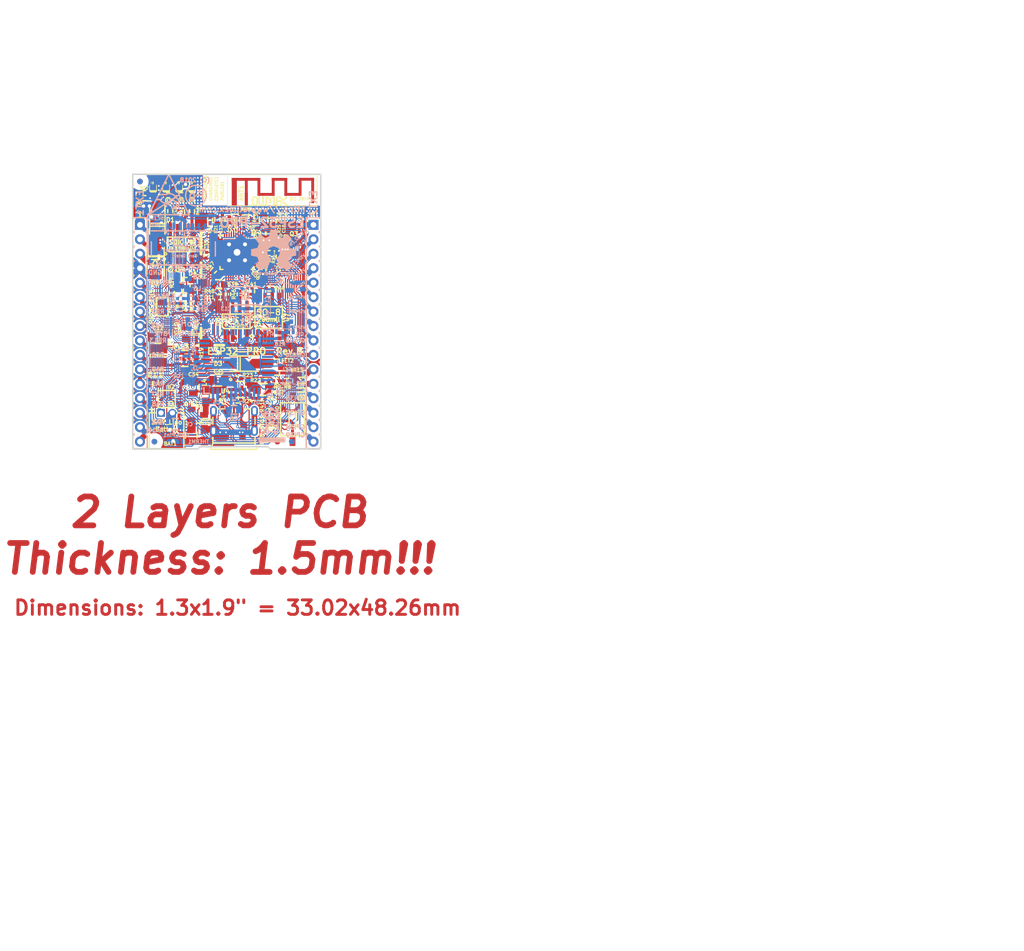
<source format=kicad_pcb>
(kicad_pcb (version 20221018) (generator pcbnew)
  (title_block (title "ESP-PRO") (date "2018-07-30") (rev "B1") (company "OLIMEX Ltd.") (comment 1 "https://www.olimex.com"))
  (layers (0 "F.Cu" mixed) (31 "B.Cu" mixed) (34 "B.Paste" user) (35 "F.Paste" user) (36 "B.SilkS" user "B.Silkscreen") (37 "F.SilkS" user "F.Silkscreen") (38 "B.Mask" user) (39 "F.Mask" user) (44 "Edge.Cuts" user))
  (net 0 "")
  (net 1 "+5V")
  (net 2 "GND")
  (net 3 "Net-(BAT1-Pad1)")
  (net 4 "Net-(BUT1-Pad2)")
  (net 5 "+3V3")
  (net 6 "Net-(L2-Pad1)")
  (net 7 "/STAT2")
  (net 8 "Net-(R10-Pad1)")
  (net 9 "/STAT1")
  (net 10 "Net-(R12-Pad2)")
  (net 11 "Net-(MICRO_SD1-Pad5)")
  (net 12 "Net-(C19-Pad1)")
  (net 13 "Net-(CHARGING1-Pad1)")
  (net 14 "Net-(COMPLETE1-Pad1)")
  (net 15 "Net-(C21-Pad1)")
  (net 16 "Net-(PWR_GOOD1-Pad1)")
  (net 17 "Net-(PWRLED1-Pad1)")
  (net 18 "Net-(MICRO_SD1-Pad7)")
  (net 19 "Net-(R44-Pad2)")
  (net 20 "/D_Com")
  (net 21 "Net-(ANT1-Pad1)")
  (net 22 "Net-(C1-Pad1)")
  (net 23 "Net-(C2-Pad1)")
  (net 24 "Net-(C6-Pad1)")
  (net 25 "Net-(C14-Pad1)")
  (net 26 "Net-(C15-Pad1)")
  (net 27 "Net-(C20-Pad1)")
  (net 28 "/+5V_USB-OTG")
  (net 29 "Net-(C27-Pad1)")
  (net 30 "Net-(C30-Pad1)")
  (net 31 "Net-(C31-Pad1)")
  (net 32 "Net-(C32-Pad1)")
  (net 33 "Net-(C38-Pad1)")
  (net 34 "+1V8")
  (net 35 "+5V_EXT")
  (net 36 "/RC0")
  (net 37 "/RB1/PGEC1")
  (net 38 "/RB0/PGED1")
  (net 39 "/~{MCLR}")
  (net 40 "Net-(L3-Pad1)")
  (net 41 "Net-(R6-Pad1)")
  (net 42 "Net-(R10-Pad2)")
  (net 43 "Net-(R18-Pad1)")
  (net 44 "Net-(R24-Pad2)")
  (net 45 "/RB14/USB-OTG_EN(VBUSON)")
  (net 46 "Net-(R45-Pad2)")
  (net 47 "/RB5/USB-OTG_ID")
  (net 48 "/RB11/USB-OTG_D-")
  (net 49 "/RB10/USB-OTG_D+")
  (net 50 "/RA2/OSC1")
  (net 51 "/RB4/SOSCI")
  (net 52 "/RA10")
  (net 53 "/RA9")
  (net 54 "/RA8")
  (net 55 "/RA1")
  (net 56 "/RA7")
  (net 57 "/RA0")
  (net 58 "/RB13")
  (net 59 "/RB2")
  (net 60 "/RB3")
  (net 61 "/RB15/SCK2(ESP32_GPIO18/VSPICLK)")
  (net 62 "/RC2/~{SS2}(ESP32_GPIO5/VSPICS0)")
  (net 63 "/RC1/SDO2(ESP32_GPIO19/VSPIQ)")
  (net 64 "/RC3/SDI2(ESP32_GPIO23/VSPID)")
  (net 65 "/RC5/~{DTR}(ESP32_PGM)")
  (net 66 "/RA3/OSC2")
  (net 67 "/RA4/SOSCO")
  (net 68 "/RC7/U1TXD(ESP32_PGM)")
  (net 69 "/RC6/U1RXD(ESP32_PGM)")
  (net 70 "/RC9/U2TX(ESP32_GPI34/U2RXD)")
  (net 71 "/RC8/U2RX(ESP32_GPIO33/U2TXD)")
  (net 72 "/ESP32_GPI35/BUT1")
  (net 73 "/ESP32_GPI36")
  (net 74 "/ESP32_GPI37")
  (net 75 "/ESP32_GPI39")
  (net 76 "/ESP32_GPI38")
  (net 77 "/ESP32_GPIO2/HS2_DATA0")
  (net 78 "/ESP32_GPIO0/CLKIN")
  (net 79 "/ESP32_EN")
  (net 80 "/ESP32_GPIO21/VSPIHD")
  (net 81 "/ESP32_GPIO22/VSPIWP")
  (net 82 "/ESP32_GPIO25")
  (net 83 "/ESP32_GPIO26")
  (net 84 "/RB9/SDA1(ESP32_GPIO32/I2C-SDA)")
  (net 85 "/RB8/SCL1(ESP32_GPIO27/I2C-SCL)")
  (net 86 "/ESP32_GPIO12/HS2_DATA2")
  (net 87 "/ESP32_GPIO13/HS2_DATA3")
  (net 88 "/ESP32_GPIO15/HS2_CMD")
  (net 89 "/ESP32_GPIO4/HS2_DATA1")
  (net 90 "/RB7/USB-OTG_FAULT")
  (net 91 "/ESP32_GPIO3/U0RXD")
  (net 92 "/ESP32_GPIO1/U0TXD")
  (net 93 "/ESP32_GPIO14/HS2_CLK")
  (net 94 "/ESP32_GPIO6/SD_CLK")
  (net 95 "/ESP32_GPIO17/PSRAM_SCLK")
  (net 96 "/ESP32_GPIO16/PSRAM_CS#")
  (net 97 "/ESP32_GPIO9/SD_DATA2")
  (net 98 "/ESP32_GPIO10/SD_DATA3")
  (net 99 "/ESP32_GPIO11/SD_CMD")
  (net 100 "/ESP32_GPIO7/SD_DATA0")
  (net 101 "/ESP32_GPIO8/SD_DATA1")
  (net 102 "Net-(FID1-PadFid1)")
  (net 103 "Net-(FID2-PadFid1)")
  (net 104 "Net-(FID3-PadFid1)")
  (net 105 "Net-(FID4-PadFid1)")
  (net 106 "Net-(FID5-PadFid1)")
  (net 107 "Net-(FID6-PadFid1)")
  (net 108 "Net-(C10-Pad2)")
  (net 109 "Net-(MICRO_SD1-PadCD1)")
  (net 110 "Net-(C17-Pad2)")
  (net 111 "Net-(R8-Pad1)")
  (footprint "OLIMEX_Connectors-FP:LIPO_BAT-CON2DW02R" (layer "F.Cu") (at 132.969 106.045)
    (fp_text reference "BAT1")
    (fp_text value "DW02R")
  )
  (footprint "OLIMEX_RLC-FP:C_0805_5MIL_DWS" (layer "F.Cu") (at 136.398 88.773 -90)
    (fp_text reference "C10")
    (fp_text value "47uF/6.3V/20%/X5R/C0805")
  )
  (footprint "OLIMEX_RLC-FP:C_0603_5MIL_DWS" (layer "F.Cu") (at 149.987 68.961 90)
    (fp_text reference "C18")
    (fp_text value "1uF/10V/10%/X5R/C0603")
  )
  (footprint "OLIMEX_Transistors-FP:SOT23" (layer "F.Cu") (at 138.43 103.251 180)
    (fp_text reference "FET1")
    (fp_text value "WPM2015-3/TR(SOT-23)")
  )
  (footprint "OLIMEX_RLC-FP:CD32" (layer "F.Cu") (at 131.572 92.837 90)
    (fp_text reference "L2")
    (fp_text value "2.2uH/1.5A/DCR<0.1R/CD32")
  )
  (footprint "OLIMEX_RLC-FP:L_0805_5MIL_DWS" (layer "F.Cu") (at 139.573 106.807 -90)
    (fp_text reference "L3")
    (fp_text value "FB0805/600R/2A")
  )
  (footprint "OLIMEX_RLC-FP:L_0805_5MIL_DWS" (layer "F.Cu") (at 139.827 99.949 90)
    (fp_text reference "L4")
    (fp_text value "FB0805/600R/2A")
  )
  (footprint "OLIMEX_LEDs-FP:LED_0603_KA" (layer "F.Cu") (at 137.414 62.484 90)
    (fp_text reference "PWRLED1")
    (fp_text value "LED/RED/0603")
  )
  (footprint "OLIMEX_LEDs-FP:LED_0603_KA" (layer "F.Cu") (at 132.842 62.484 90)
    (fp_text reference "CHARGING1")
    (fp_text value "LED/YELLOW/0603")
  )
  (footprint "OLIMEX_LEDs-FP:LED_0603_KA" (layer "F.Cu") (at 135.128 62.484 90)
    (fp_text reference "COMPLETE1")
    (fp_text value "LED/GREEN/0603")
  )
  (footprint "OLIMEX_RLC-FP:C_0603_5MIL_DWS" (layer "F.Cu") (at 151.511 68.961 90)
    (fp_text reference "C26")
    (fp_text value "1uF/10V/10%/X5R/C0603")
  )
  (footprint "OLIMEX_Transistors-FP:SOT23" (layer "F.Cu") (at 152.146 94.869 180)
    (fp_text reference "FET2")
    (fp_text value "WPM2015-3/TR(SOT-23)")
  )
  (footprint "OLIMEX_LEDs-FP:LED_0603_KA" (layer "F.Cu") (at 130.556 62.484 90)
    (fp_text reference "PWR_GOOD1")
    (fp_text value "LED/RED/0603")
  )
  (footprint "OLIMEX_IC-FP:SOIC-8_150mil" (layer "F.Cu") (at 135.509 73.279)
    (fp_text reference "U6")
    (fp_text value "NA(ATECC508A-SSHDA-T(SOIC-8_150mil))")
  )
  (footprint "OLIMEX_Crystal-FP:TSX-3.2x2.5mm_GND(3)" (layer "F.Cu") (at 154.686 74.041 -90)
    (fp_text reference "Q3")
    (fp_text value "Q40.000MHz/12pF/10ppm/4P/3.2x2.5x0.70mm(Harmony_Electronics_CORP./HSX321S)")
  )
  (footprint "OLIMEX_Other-FP:Fiducial1x3" (layer "F.Cu") (at 128.27 62.23)
    (fp_text reference "FID1" hide)
    (fp_text value "Fiducial")
  )
  (footprint "OLIMEX_Other-FP:Fiducial1x3" (layer "F.Cu") (at 130.81 107.95)
    (fp_text reference "FID2" hide)
    (fp_text value "Fiducial")
  )
  (footprint "OLIMEX_Other-FP:Fiducial1x3" (layer "F.Cu") (at 152.4 107.95)
    (fp_text reference "FID3" hide)
    (fp_text value "Fiducial")
  )
  (footprint "OLIMEX_RLC-FP:C_0805_5MIL_DWS" (layer "F.Cu") (at 137.287 106.807 -90)
    (fp_text reference "C8")
    (fp_text value "47uF/6.3V/20%/X5R/C0805")
  )
  (footprint "OLIMEX_RLC-FP:C_0805_5MIL_DWS" (layer "F.Cu") (at 142.113 97.155 180)
    (fp_text reference "C31")
    (fp_text value "47uF/6.3V/20%/X5R/C0805")
  )
  (footprint "OLIMEX_RLC-FP:C_0805_5MIL_DWS" (layer "F.Cu") (at 137.6426 98.425 90)
    (fp_text reference "C34")
    (fp_text value "47uF/6.3V/20%/X5R/C0805")
  )
  (footprint "OLIMEX_RLC-FP:C_0805_5MIL_DWS" (layer "F.Cu") (at 149.86 98.806)
    (fp_text reference "C37")
    (fp_text value "47uF/6.3V/20%/X5R/C0805")
  )
  (footprint "OLIMEX_RLC-FP:C_0603_5MIL_DWS" (layer "F.Cu") (at 142.113 80.264 180)
    (fp_text reference "C39")
    (fp_text value "1uF/10V/10%/X5R/C0603")
  )
  (footprint "OLIMEX_Diodes-FP:SMA-KA" (layer "F.Cu") (at 131.318 68.961 90)
    (fp_text reference "D1")
    (fp_text value "1N5822/SS34/SMA")
  )
  (footprint "OLIMEX_Diodes-FP:SMA-KA" (layer "F.Cu") (at 146.558 94.234)
    (fp_text reference "D3")
    (fp_text value "1N5822/SS34/SMA")
  )
  (footprint "OLIMEX_Diodes-FP:SOT23-3" (layer "F.Cu") (at 136.398 80.518)
    (fp_text reference "D4")
    (fp_text value "BAT54C(SOT23-3)")
  )
  (footprint "OLIMEX_IC-FP:MSOP-10_Pitch-0.5mm_3.00x3.00x1.00mm" (layer "F.Cu") (at 132.969 100.457 90)
    (fp_text reference "U2")
    (fp_text value "MCP73833(MSOP10)")
  )
  (footprint "OLIMEX_Regulators-FP:SOT-23-5" (layer "F.Cu") (at 136.144 93.345 180)
    (fp_text reference "U3")
    (fp_text value "SY8089AAAC(SOT23-5)")
  )
  (footprint "OLIMEX_IC-FP:SOT-23-5" (layer "F.Cu") (at 146.05 98.806 180)
    (fp_text reference "U4")
    (fp_text value "SY6280AAC(SOT23-5)")
  )
  (footprint "OLIMEX_IC-FP:QFN48-6x6mm-OLIMEX_V2" (layer "F.Cu") (at 145.323 74.677 180)
    (fp_text reference "U5")
    (fp_text value "ESP32-D0WDQ6(QFN48_6x6mm)")
  )
  (footprint "OLIMEX_IC-FP:SO-8_208mil" (layer "F.Cu") (at 150.876 86.106)
    (fp_text reference "U7")
    (fp_text value "MX25U3235FM2I-10G(SOIC-8_208mil)")
  )
  (footprint "OLIMEX_IC-FP:SOIC-8_150mil" (layer "F.Cu") (at 145.161 86.79868)
    (fp_text reference "U8")
    (fp_text value "LY68S3200SLT(SOIC-8_150mil)")
  )
  (footprint "OLIMEX_Connectors-FP:USB-MICRO_MISB-SWMM-5B_LF" (layer "F.Cu") (at 144.78 105.791 -90)
    (fp_text reference "USB-OTG1")
    (fp_text value "MISB-SWMM-5AB-LF(USB-OTG_MICRO)")
  )
  (footprint "OLIMEX_Diodes-FP:DO214AA_1(K)-2(A)" (layer "F.Cu") (at 130.937 76.327 -90)
    (fp_text reference "D2")
    (fp_text value "SMBJ6.0A(DO-214AA)")
  )
  (footprint "OLIMEX_RLC-FP:C_0402_5MIL_DWS" (layer "F.Cu") (at 146.431 67.691)
    (fp_text reference "C23")
    (fp_text value "2.4pF/50V/±0.25pF/COG/C0402(Murata_Electronics/GRM1555C1H2R4CA01D)")
  )
  (footprint "OLIMEX_RLC-FP:C_0402_5MIL_DWS" (layer "F.Cu") (at 147.828 68.199 90)
    (fp_text reference "C30")
    (fp_text value "2.4nH/±0.1nH/220mA/300mR/L0402(Murata_Electronics/LQP15MN2N4B02D)")
  )
  (footprint "OLIMEX_RLC-FP:L_0402_5MIL_DWS" (layer "F.Cu") (at 148.336 69.596)
    (fp_text reference "L5")
    (fp_text value "4.7pF/50V/±0.1pF/COG/C0402(Murata_Electronics/GRM1555C1H4R7BA01D)")
  )
  (footprint "OLIMEX_Antennas-FP:BT_Antenna_Inverted_1ANT_2GND" (layer "F.Cu") (at 144.4117 66.4972)
    (fp_text reference "ANT1")
    (fp_text value "WIFI_ANT")
  )
  (footprint "OLIMEX_LOGOs-FP:LOGO_OLIMEX_80" (layer "F.Cu") (at 151.003 65.659)
    (fp_text reference "" hide)
    (fp_text value "" hide)
  )
  (footprint "OLIMEX_RLC-FP:C_0402_5MIL_DWS" (layer "F.Cu") (at 151.765 71.374 -90)
    (fp_text reference "C19")
    (fp_text value "10nF/50V/10%/X7R/C0402")
  )
  (footprint "OLIMEX_RLC-FP:C_0402_5MIL_DWS" (layer "F.Cu") (at 152.654 73.406 -90)
    (fp_text reference "C20")
    (fp_text value "22pF/50V/5%/COG/C0402")
  )
  (footprint "OLIMEX_RLC-FP:C_0402_5MIL_DWS" (layer "F.Cu") (at 152.654 75.438 90)
    (fp_text reference "C21")
    (fp_text value "22pF/50V/5%/COG/C0402")
  )
  (footprint "OLIMEX_RLC-FP:C_0402_5MIL_DWS" (layer "F.Cu") (at 150.1775 73.025)
    (fp_text reference "C25")
    (fp_text value "33pF/50V/5%/COG/C0402")
  )
  (footprint "OLIMEX_RLC-FP:C_0402_5MIL_DWS" (layer "F.Cu") (at 149.873937 71.374 90)
    (fp_text reference "C27")
    (fp_text value "3.3nF/50V/10%/X7R/C0402")
  )
  (footprint "OLIMEX_RLC-FP:C_0402_5MIL_DWS" (layer "F.Cu") (at 145.288 68.961 -90)
    (fp_text reference "C28")
    (fp_text value "270pF/50V/5%/COG/C0402")
  )
  (footprint "OLIMEX_RLC-FP:C_0402_5MIL_DWS" (layer "F.Cu") (at 144.018 68.961 -90)
    (fp_text reference "C29")
    (fp_text value "270pF/50V/5%/COG/C0402")
  )
  (footprint "OLIMEX_RLC-FP:C_0402_5MIL_DWS" (layer "F.Cu") (at 150.876 74.803)
    (fp_text reference "C22")
    (fp_text value "100nF/10V/10%/X5R/C0402")
  )
  (footprint "OLIMEX_RLC-FP:C_0402_5MIL_DWS" (layer "F.Cu") (at 142.748 68.961 90)
    (fp_text reference "C32")
    (fp_text value "100nF/10V/10%/X5R/C0402")
  )
  (footprint "OLIMEX_RLC-FP:C_0402_5MIL_DWS" (layer "F.Cu") (at 146.558 69.85 90)
    (fp_text reference "C33")
    (fp_text value "100nF/10V/10%/X5R/C0402")
  )
  (footprint "OLIMEX_RLC-FP:C_0402_5MIL_DWS" (layer "F.Cu") (at 139.954 75.184 -90)
    (fp_text reference "C35")
    (fp_text value "100nF/10V/10%/X5R/C0402")
  )
  (footprint "OLIMEX_RLC-FP:C_0402_5MIL_DWS" (layer "F.Cu") (at 149.225 77.851 -45)
    (fp_text reference "C36")
    (fp_text value "100nF/10V/10%/X5R/C0402")
  )
  (footprint "OLIMEX_RLC-FP:R_0402_5MIL_DWS" (layer "F.Cu") (at 150.876 71.374 -90)
    (fp_text reference "R25")
    (fp_text value "20k/1%/R0402")
  )
  (footprint "OLIMEX_RLC-FP:R_0402_5MIL_DWS" (layer "F.Cu") (at 151.765 73.406 -90)
    (fp_text reference "R26")
    (fp_text value "NA(1M/1%/R0402)")
  )
  (footprint "OLIMEX_RLC-FP:R_0402_5MIL_DWS" (layer "F.Cu") (at 141.859 68.961 -90)
    (fp_text reference "R21")
    (fp_text value "10k/R0402")
  )
  (footprint "OLIMEX_RLC-FP:R_0402_5MIL_DWS" (layer "F.Cu") (at 141.224 77.851 -135)
    (fp_text reference "R47")
    (fp_text value "10k/R0402")
  )
  (footprint "OLIMEX_RLC-FP:C_0402_5MIL_DWS" (layer "F.Cu") (at 147.955 81.534 -90)
    (fp_text reference "C41")
    (fp_text value "100nF/10V/10%/X5R/C0402")
  )
  (footprint "OLIMEX_RLC-FP:C_0402_5MIL_DWS" (layer "F.Cu") (at 142.367 82.55)
    (fp_text reference "C11")
    (fp_text value "100nF/10V/10%/X5R/C0402")
  )
  (footprint "OLIMEX_RLC-FP:R_0402_5MIL_DWS" (layer "F.Cu") (at 150.749 76.454 135)
    (fp_text reference "R34")
    (fp_text value "220R/R0402")
  )
  (footprint "OLIMEX_RLC-FP:R_0402_5MIL_DWS" (layer "F.Cu") (at 151.003 81.026)
    (fp_text reference "R44")
    (fp_text value "22R/R0402")
  )
  (footprint "OLIMEX_RLC-FP:R_0402_5MIL_DWS" (layer "F.Cu") (at 145.796 82.042 -90)
    (fp_text reference "R45")
    (fp_text value "NA/R0402")
  )
  (footprint "OLIMEX_RLC-FP:R_0402_5MIL_DWS" (layer "F.Cu") (at 143.764 82.042 -90)
    (fp_text reference "R46")
    (fp_text value "22R/R0402")
  )
  (footprint "OLIMEX_RLC-FP:R_0402_5MIL_DWS" (layer "F.Cu") (at 142.367 81.534)
    (fp_text reference "R48")
    (fp_text value "10k/R0402")
  )
  (footprint "OLIMEX_RLC-FP:C_0402_5MIL_DWS" (layer "F.Cu") (at 141.986 100.584 90)
    (fp_text reference "C24")
    (fp_text value "100nF/10V/10%/X5R/C0402")
  )
  (footprint "OLIMEX_RLC-FP:R_0402_5MIL_DWS" (layer "F.Cu") (at 129.032 65.151)
    (fp_text reference "R3")
    (fp_text value "10k/R0402")
  )
  (footprint "OLIMEX_RLC-FP:R_0402_5MIL_DWS" (layer "F.Cu") (at 150.368 97.282)
    (fp_text reference "R22")
    (fp_text value "10k/R0402")
  )
  (footprint "OLIMEX_RLC-FP:R_0402_5MIL_DWS" (layer "F.Cu") (at 149.733 100.33 180)
    (fp_text reference "R31")
    (fp_text value "10k/R0402")
  )
  (footprint "OLIMEX_RLC-FP:R_0402_5MIL_DWS" (layer "F.Cu") (at 151.13 102.616 180)
    (fp_text reference "R40")
    (fp_text value "10k/R0402")
  )
  (footprint "OLIMEX_RLC-FP:C_0402_5MIL_DWS" (layer "F.Cu") (at 133.604 67.437 -90)
    (fp_text reference "C40")
    (fp_text value "NA(100nF/10V/10%/X5R/C0402)")
  )
  (footprint "OLIMEX_RLC-FP:R_0402_5MIL_DWS" (layer "F.Cu") (at 131.064 97.663 90)
    (fp_text reference "R11")
    (fp_text value "10k/R0402")
  )
  (footprint "OLIMEX_RLC-FP:R_0402_5MIL_DWS" (layer "F.Cu") (at 154.559 95.377 -90)
    (fp_text reference "R13")
    (fp_text value "NA/R0402")
  )
  (footprint "OLIMEX_Buttons-FP:T1107A(6x3,8x2,5MM)" (layer "F.Cu") (at 155.067 104.013 -90)
    (fp_text reference "BUT1")
    (fp_text value "T1107A(6x3,8x2,5MM)")
  )
  (footprint "OLIMEX_RLC-FP:R_0402_5MIL_DWS" (layer "F.Cu") (at 137.414 64.643)
    (fp_text reference "R4")
    (fp_text value "2.2k/R0402")
  )
  (footprint "OLIMEX_RLC-FP:R_0402_5MIL_DWS" (layer "F.Cu") (at 135.509 64.643)
    (fp_text reference "R5")
    (fp_text value "2.2k/R0402")
  )
  (footprint "OLIMEX_RLC-FP:R_0402_5MIL_DWS" (layer "F.Cu") (at 130.048 97.663 90)
    (fp_text reference "R6")
    (fp_text value "2.2k/R0402")
  )
  (footprint "OLIMEX_RLC-FP:R_0402_5MIL_DWS" (layer "F.Cu") (at 133.223 64.643)
    (fp_text reference "R7")
    (fp_text value "2.2k/R0402")
  )
  (footprint "OLIMEX_RLC-FP:R_0402_5MIL_DWS" (layer "F.Cu") (at 129.032 64.262 180)
    (fp_text reference "R12")
    (fp_text value "2.2k/R0402")
  )
  (footprint "OLIMEX_RLC-FP:R_0402_5MIL_DWS" (layer "F.Cu") (at 137.414 67.437 -90)
    (fp_text reference "R43")
    (fp_text value "2.2k/R0402")
  )
  (footprint "OLIMEX_RLC-FP:R_0402_5MIL_DWS" (layer "F.Cu") (at 152.273 97.282 180)
    (fp_text reference "R9")
    (fp_text value "NA(220R/R0402)")
  )
  (footprint "OLIMEX_RLC-FP:R_0402_5MIL_DWS" (layer "F.Cu") (at 131.953 97.663 -90)
    (fp_text reference "R10")
    (fp_text value "1.1k/1%/R0402")
  )
  (footprint "OLIMEX_RLC-FP:R_0402_5MIL_DWS" (layer "F.Cu") (at 138.176 89.154 90)
    (fp_text reference "R18")
    (fp_text value "4.99k/1%/R0402")
  )
  (footprint "OLIMEX_RLC-FP:R_0402_5MIL_DWS" (layer "F.Cu") (at 138.176 91.059 -90)
    (fp_text reference "R19")
    (fp_text value "1.1k/1%/R0402")
  )
  (footprint "OLIMEX_RLC-FP:R_0402_5MIL_DWS" (layer "F.Cu") (at 140.589 68.961 90)
    (fp_text reference "R20")
    (fp_text value "220R/R0402")
  )
  (footprint "OLIMEX_RLC-FP:R_0402_5MIL_DWS" (layer "F.Cu") (at 145.415 96.901 180)
    (fp_text reference "R23")
    (fp_text value "4.99k/1%/R0402")
  )
  (footprint "OLIMEX_RLC-FP:R_0402_5MIL_DWS" (layer "F.Cu") (at 145.415 100.711 180)
    (fp_text reference "R24")
    (fp_text value "13k/1%/R0402")
  )
  (footprint "OLIMEX_RLC-FP:R_0402_5MIL_DWS" (layer "F.Cu") (at 151.13 104.267 180)
    (fp_text reference "R32")
    (fp_text value "220R/R0402")
  )
  (footprint "OLIMEX_RLC-FP:C_0805_5MIL_DWS" (layer "F.Cu") (at 131.445 89.662 180)
    (fp_text reference "C12")
    (fp_text value "47uF/6.3V/20%/X5R/C0805")
  )
  (footprint "OLIMEX_RLC-FP:R_0402_5MIL_DWS" (layer "F.Cu") (at 154.178 97.282)
    (fp_text reference "R8")
    (fp_text value "220R/R0402")
  )
  (footprint "OLIMEX_RLC-FP:R_0402_5MIL_DWS" (layer "F.Cu") (at 135.382 84.201 -90)
    (fp_text reference "R35")
    (fp_text value "10k/R0402")
  )
  (footprint "OLIMEX_Jumpers-FP:SJ" (layer "F.Cu") (at 132.207 84.201 90)
    (fp_text reference "PROG_EN1")
    (fp_text value "Unsoldered")
  )
  (footprint "OLIMEX_RLC-FP:C_0402_5MIL_DWS" (layer "F.Cu") (at 134.239 84.201 90)
    (fp_text reference "C17")
    (fp_text value "100nF/10V/10%/X5R/C0402")
  )
  (footprint "OLIMEX_RLC-FP:R_0402_5MIL_DWS" (layer "F.Cu") (at 133.858 81.788 90)
    (fp_text reference "R37")
    (fp_text value "220R/R0402")
  )
  (footprint "OLIMEX_RLC-FP:R_0402_5MIL_DWS" (layer "F.Cu") (at 151.13 101.727)
    (fp_text reference "R41")
    (fp_text value "NA/R0402")
  )
  (footprint "OLIMEX_RLC-FP:R_0402_5MIL_DWS" (layer "F.Cu") (at 136.525 67.437 -90)
    (fp_text reference "R42")
    (fp_text value "2.2k/R0402")
  )
  (footprint "OLIMEX_RLC-FP:C_0603_5MIL_DWS" (layer "B.Cu") (at 144.78 102.362)
    (fp_text reference "C6")
    (fp_text value "22uF/6.3V/20%/X5R/C0603")
  )
  (footprint "OLIMEX_RLC-FP:L_0805_5MIL_DWS" (layer "B.Cu") (at 136.652 96.266 90)
    (fp_text reference "L1")
    (fp_text value "FB0805/600R/2A")
  )
  (footprint "OLIMEX_Other-FP:TESTPAD_40-ROUND" (layer "B.Cu") (at 135.89 107.95)
    (fp_text reference "THERM1")
    (fp_text value "TESTPAD" hide)
  )
  (footprint "OLIMEX_Other-FP:Fiducial1x3" (layer "B.Cu") (at 128.27 62.23)
    (fp_text reference "FID4" hide)
    (fp_text value "Fiducial")
  )
  (footprint "OLIMEX_Other-FP:Fiducial1x3" (layer "B.Cu") (at 130.81 107.95)
    (fp_text reference "FID5" hide)
    (fp_text value "Fiducial")
  )
  (footprint "OLIMEX_Other-FP:Fiducial1x3" (layer "B.Cu") (at 154.94 107.95)
    (fp_text reference "FID6" hide)
    (fp_text value "Fiducial")
  )
  (footprint "OLIMEX_RLC-FP:C_0805_5MIL_DWS" (layer "B.Cu") (at 134.493 104.902 180)
    (fp_text reference "C9")
    (fp_text value "47uF/6.3V/20%/X5R/C0805")
  )
  (footprint "OLIMEX_RLC-FP:C_0805_5MIL_DWS" (layer "B.Cu") (at 135.763 78.994)
    (fp_text reference "C38")
    (fp_text value "47uF/6.3V/20%/X5R/C0805")
  )
  (footprint "OLIMEX_Connectors-FP:HN1x16" (layer "B.Cu") (at 128.27 88.9 -90)
    (fp_text reference "EXT1")
    (fp_text value "NS(HN1x16)")
  )
  (footprint "OLIMEX_Connectors-FP:HN1x16" (layer "B.Cu") (at 158.75 88.9 -90)
    (fp_text reference "EXT2")
    (fp_text value "NS(HN1x16)")
  )
  (footprint "OLIMEX_Other-FP:TESTPAD_40-ROUND" (layer "B.Cu") (at 133.35 107.95)
    (fp_text reference "GND_Pin1")
    (fp_text value "TESTPAD" hide)
  )
  (footprint "OLIMEX_RLC-FP:L_0805_5MIL_DWS" (layer "B.Cu") (at 135.763 81.026 180)
    (fp_text reference "L6")
    (fp_text value "FB0805/600R/2A")
  )
  (footprint "OLIMEX_Connectors-FP:uSD(TFC-9P-1.xH(ATFFS150A01BR016))" (layer "B.Cu") (at 135.89 73.406)
    (fp_text reference "MICRO_SD1")
    (fp_text value "TFC-9P-1.7H(ATFFS150A01BR016)")
  )
  (footprint "OLIMEX_Crystal-FP:HCX-4S_2Pins_5.0x3.2mm" (layer "B.Cu") (at 146.812 82.296)
    (fp_text reference "Q1")
    (fp_text value "Q8.0MHz/20pF/20ppm/2P/5.0x3.2mm")
  )
  (footprint "OLIMEX_Crystal-FP:MC306-HS" (layer "B.Cu") (at 152.832 84.118 90)
    (fp_text reference "Q2")
    (fp_text value "Q32.768KHz/12.5pF/20ppm/2P/SMD_1206")
  )
  (footprint "OLIMEX_LOGOs-FP:LOGO_ANTISTATIC_1" (layer "B.Cu") (at 136.906 68.072 180)
    (fp_text reference "Ref**" hide)
    (fp_text value "Val**" hide)
  )
  (footprint "OLIMEX_LOGOs-FP:LOGO_OPENHARDWARE_8x8" (layer "B.Cu") (at 151.765 74.803 180)
    (fp_text reference "" hide)
    (fp_text value "" hide)
  )
  (footprint "OLIMEX_LOGOs-FP:LOGO_PBFREE" (layer "B.Cu") (at 138.303 64.389)
    (fp_text reference "")
    (fp_text value "")
  )
  (footprint "OLIMEX_LOGOs-FP:LOGO_RECYCLEBIN_1" (layer "B.Cu") (at 153.797 108.077 180)
    (fp_text reference "" hide)
    (fp_text value "" hide)
  )
  (footprint "OLIMEX_RLC-FP:R_0402_5MIL_DWS" (layer "B.Cu") (at 151.892 99.187 -90)
    (fp_text reference "R33")
    (fp_text value "220R/R0402")
  )
  (footprint "OLIMEX_RLC-FP:C_0402_5MIL_DWS" (layer "B.Cu") (at 136.017 93.472 -90)
    (fp_text reference "C1")
    (fp_text value "100nF/10V/10%/X5R/C0402")
  )
  (footprint "OLIMEX_RLC-FP:C_0402_5MIL_DWS" (layer "B.Cu") (at 137.414 93.98 180)
    (fp_text reference "C2")
    (fp_text value "100nF/10V/10%/X5R/C0402")
  )
  (footprint "OLIMEX_RLC-FP:C_0402_5MIL_DWS" (layer "B.Cu") (at 152.908 93.98 90)
    (fp_text reference "C3")
    (fp_text value "100nF/10V/10%/X5R/C0402")
  )
  (footprint "OLIMEX_RLC-FP:C_0402_5MIL_DWS" (layer "B.Cu") (at 144.653 85.979 90)
    (fp_text reference "C4")
    (fp_text value "100nF/10V/10%/X5R/C0402")
  )
  (footprint "OLIMEX_RLC-FP:C_0402_5MIL_DWS" (layer "B.Cu") (at 142.748 101.981 -90)
    (fp_text reference "C5")
    (fp_text value "100nF/10V/10%/X5R/C0402")
  )
  (footprint "OLIMEX_RLC-FP:C_0402_5MIL_DWS" (layer "B.Cu") (at 144.78 101.092)
    (fp_text reference "C7")
    (fp_text value "100nF/10V/10%/X5R/C0402")
  )
  (footprint "OLIMEX_RLC-FP:R_0402_5MIL_DWS" (layer "B.Cu") (at 136.398 92.075 180)
    (fp_text reference "R1")
    (fp_text value "10k/R0402")
  )
  (footprint "OLIMEX_RLC-FP:C_0402_5MIL_DWS" (layer "B.Cu") (at 145.161 84.582 180)
    (fp_text reference "C13")
    (fp_text value "33pF/50V/5%/COG/C0402")
  )
  (footprint "OLIMEX_RLC-FP:C_0402_5MIL_DWS" (layer "B.Cu") (at 149.479 84.582)
    (fp_text reference "C14")
    (fp_text value "33pF/50V/5%/COG/C0402")
  )
  (footprint "OLIMEX_RLC-FP:C_0402_5MIL_DWS" (layer "B.Cu") (at 154.686 88.773)
    (fp_text reference "C15")
    (fp_text value "33pF/50V/5%/COG/C0402")
  )
  (footprint "OLIMEX_RLC-FP:C_0402_5MIL_DWS" (layer "B.Cu") (at 149.352 85.979 90)
    (fp_text reference "C16")
    (fp_text value "33pF/50V/5%/COG/C0402")
  )
  (footprint "OLIMEX_RLC-FP:R_0402_5MIL_DWS" (layer "B.Cu") (at 147.066 84.582)
    (fp_text reference "R14")
    (fp_text value "1M/1%/R0402")
  )
  (footprint "OLIMEX_RLC-FP:R_0402_5MIL_DWS" (layer "B.Cu") (at 152.781 88.773)
    (fp_text reference "R17")
    (fp_text value "NA(10M/1%/R0402)")
  )
  (footprint "OLIMEX_RLC-FP:R_0402_5MIL_DWS" (layer "B.Cu") (at 135.382 83.693 180)
    (fp_text reference "R38")
    (fp_text value "22R/R0402")
  )
  (footprint "OLIMEX_RLC-FP:R_0402_5MIL_DWS" (layer "B.Cu") (at 148.463 85.979 90)
    (fp_text reference "R15")
    (fp_text value "2.2k/R0402")
  )
  (footprint "OLIMEX_RLC-FP:R_0402_5MIL_DWS" (layer "B.Cu") (at 152.781 89.789)
    (fp_text reference "R16")
    (fp_text value "2.2k/R0402")
  )
  (footprint "OLIMEX_RLC-FP:R_0402_5MIL_DWS" (layer "B.Cu") (at 137.287 82.804)
    (fp_text reference "R27")
    (fp_text value "2.2k/R0402")
  )
  (footprint "OLIMEX_RLC-FP:R_0402_5MIL_DWS" (layer "B.Cu") (at 135.382 82.804 180)
    (fp_text reference "R28")
    (fp_text value "2.2k/R0402")
  )
  (footprint "OLIMEX_RLC-FP:R_0402_5MIL_DWS" (layer "B.Cu") (at 137.287 84.582)
    (fp_text reference "R29")
    (fp_text value "2.2k/R0402")
  )
  (footprint "OLIMEX_RLC-FP:R_0402_5MIL_DWS" (layer "B.Cu") (at 137.287 83.693)
    (fp_text reference "R30")
    (fp_text value "2.2k/R0402")
  )
  (footprint "OLIMEX_RLC-FP:R_0402_5MIL_DWS" (layer "B.Cu") (at 137.414 92.964)
    (fp_text reference "R2")
    (fp_text value "1.1k/1%/R0402")
  )
  (footprint "OLIMEX_RLC-FP:R_0402_5MIL_DWS" (layer "B.Cu") (at 135.4455 84.582 180)
    (fp_text reference "R39")
    (fp_text value "220R/R0402")
  )
  (footprint "OLIMEX_IC-FP:TQFP44" (layer "B.Cu") (at 145.11 93.865 180)
    (fp_text reference "U1")
    (fp_text value "PIC32MX270F256DT-I/PT(TQFP44_10x10x1mm)")
  )
  (gr_circle (center 134.747 91.44) (end 134.366 91.567) (stroke (width 0.254)) (fill none) (layer "F.SilkS"))
  (gr_circle (center 136.398 101.346) (end 136.144 101.346) (stroke (width 0.254)) (fill none) (layer "F.SilkS"))
  (gr_circle (center 144.2085 97.028) (end 144.018 97.0915) (stroke (width 0.254)) (fill none) (layer "F.SilkS"))
  (gr_line (start 139 79) (end 139 79) (stroke (width 0.254)) (layer "F.SilkS"))
  (gr_line (start 139 89.75) (end 139 89.75) (stroke (width 0.254)) (layer "F.SilkS"))
  (gr_line (start 143 91) (end 143 91) (stroke (width 0.254)) (layer "F.SilkS"))
  (gr_line (start 147.75 67) (end 147.75 67) (stroke (width 0.508)) (layer "F.SilkS"))
  (gr_line (start 151.892 75.057) (end 151.892 74.3585) (stroke (width 0.127)) (layer "F.SilkS"))
  (gr_line (start 139 75) (end 139 71) (stroke (width 0.508)) (layer "F.SilkS"))
  (gr_line (start 151.892 74.3585) (end 151.765 74.4855) (stroke (width 0.127)) (layer "F.SilkS"))
  (gr_line (start 151.892 74.3585) (end 152.019 74.4855) (stroke (width 0.127)) (layer "F.SilkS"))
  (gr_line (start 141.4 91) (end 143 91) (stroke (width 0.508)) (layer "F.SilkS"))
  (gr_line (start 139 88) (end 139 89.75) (stroke (width 0.508)) (layer "F.SilkS"))
  (gr_circle (center 133.604 77.724) (end 133.223 77.851) (stroke (width 0.254)) (fill none) (layer "F.SilkS"))
  (gr_line (start 146.25 67) (end 147.75 67) (stroke (width 0.508)) (layer "F.SilkS"))
  (gr_line (start 139 76.5) (end 139 79) (stroke (width 0.508)) (layer "F.SilkS"))
  (gr_line (start 127 109.22) (end 138.43 109.22) (stroke (width 0.254)) (layer "Edge.Cuts"))
  (gr_line (start 138.43 109.22) (end 138.811 108.839) (stroke (width 0.254)) (layer "Edge.Cuts"))
  (gr_line (start 138.811 108.839) (end 150.749 108.839) (stroke (width 0.254)) (layer "Edge.Cuts"))
  (gr_line (start 151.13 109.22) (end 160.02 109.22) (stroke (width 0.254)) (layer "Edge.Cuts"))
  (gr_line (start 127 60.96) (end 160.02 60.96) (stroke (width 0.254)) (layer "Edge.Cuts"))
  (gr_line (start 150.749 108.839) (end 151.13 109.22) (stroke (width 0.254)) (layer "Edge.Cuts"))
  (gr_line (start 160.02 109.22) (end 160.02 60.96) (stroke (width 0.254)) (layer "Edge.Cuts"))
  (gr_line (start 127 109.22) (end 127 60.96) (stroke (width 0.254)) (layer "Edge.Cuts"))
  (gr_text "Dimensions: 1.3x1.9\" = 33.02x48.26mm" (at 145.415 137.16) (layer "F.Cu") (effects (font (size 2.54 2.54) (thickness 0.508))))
  (gr_text "2 Layers PCB\nThickness: 1.5mm!!!" (at 142.24 124.46) (layer "F.Cu") (effects (font (size 5.08 5.08) (thickness 1.016) italic)))
  (gr_text "https://www.olimex.com" (at 147.955 67.056) (layer "B.SilkS") (effects (font (size 1.016 1.016) (thickness 0.254)) (justify mirror)))
  (gr_text "3V3" (at 130.937 77.089) (layer "B.SilkS") (effects (font (size 0.762 0.762) (thickness 0.1905)) (justify mirror)))
  (gr_text "PGED1" (at 131.572 80.01) (layer "B.SilkS") (effects (font (size 0.762 0.762) (thickness 0.1905)) (justify mirror)))
  (gr_text "PGEC1" (at 131.572 82.55) (layer "B.SilkS") (effects (font (size 0.762 0.762) (thickness 0.1905)) (justify mirror)))
  (gr_text "RB2" (at 131.445 85.09) (layer "B.SilkS") (effects (font (size 0.762 0.762) (thickness 0.1905)) (justify mirror)))
  (gr_text "RB3" (at 131.445 87.63) (layer "B.SilkS") (effects (font (size 0.762 0.762) (thickness 0.1905)) (justify mirror)))
  (gr_text "RB13" (at 131.445 90.17) (layer "B.SilkS") (effects (font (size 0.762 0.762) (thickness 0.1905)) (justify mirror)))
  (gr_text "RC0" (at 131.445 92.71) (layer "B.SilkS") (effects (font (size 0.762 0.762) (thickness 0.1905)) (justify mirror)))
  (gr_text "RA0" (at 131.445 95.25) (layer "B.SilkS") (effects (font (size 0.762 0.762) (thickness 0.1905)) (justify mirror)))
  (gr_text "RA1" (at 131.445 97.79) (layer "B.SilkS") (effects (font (size 0.762 0.762) (thickness 0.1905)) (justify mirror)))
  (gr_text "RA7" (at 131.445 99.695) (layer "B.SilkS") (effects (font (size 0.762 0.762) (thickness 0.1905)) (justify mirror)))
  (gr_text "RA8" (at 131.445 101.346) (layer "B.SilkS") (effects (font (size 0.762 0.762) (thickness 0.1905)) (justify mirror)))
  (gr_text "RA9" (at 131.445 104.521) (layer "B.SilkS") (effects (font (size 0.762 0.762) (thickness 0.1905)) (justify mirror)))
  (gr_text "RA10" (at 131.064 105.918) (layer "B.SilkS") (effects (font (size 0.762 0.762) (thickness 0.1905)) (justify mirror)))
  (gr_text "GPI39" (at 155.575 106.807) (layer "B.SilkS") (effects (font (size 0.762 0.762) (thickness 0.1905)) (justify mirror)))
  (gr_text "GPI38" (at 155.575 105.41) (layer "B.SilkS") (effects (font (size 0.762 0.762) (thickness 0.1905)) (justify mirror)))
  (gr_text "GPI37" (at 155.575 102.87) (layer "B.SilkS") (effects (font (size 0.762 0.762) (thickness 0.1905)) (justify mirror)))
  (gr_text "GPI36" (at 155.575 100.33) (layer "B.SilkS") (effects (font (size 0.762 0.762) (thickness 0.1905)) (justify mirror)))
  (gr_text "I2C-SDA" (at 155.194 97.79) (layer "B.SilkS") (effects (font (size 0.635 0.635) (thickness 0.15875)) (justify mirror)))
  (gr_text "I2C-SCL" (at 155.194 95.25) (layer "B.SilkS") (effects (font (size 0.635 0.635) (thickness 0.15875)) (justify mirror)))
  (gr_text "GPIO26" (at 155.575 92.71) (layer "B.SilkS") (effects (font (size 0.635 0.635) (thickness 0.15875)) (justify mirror)))
  (gr_text "GPIO25" (at 155.575 90.17) (layer "B.SilkS") (effects (font (size 0.635 0.635) (thickness 0.15875)) (justify mirror)))
  (gr_text "VSPID" (at 156.21 87.884) (layer "B.SilkS") (effects (font (size 0.508 0.508) (thickness 0.127)) (justify mirror)))
  (gr_text "VSPIWP" (at 155.956 85.09) (layer "B.SilkS") (effects (font (size 0.508 0.508) (thickness 0.127)) (justify mirror)))
  (gr_text "VSPIHD" (at 155.956 82.55) (layer "B.SilkS") (effects (font (size 0.508 0.508) (thickness 0.127)) (justify mirror)))
  (gr_text "VSPIQ" (at 156.464 80.645 45) (layer "B.SilkS") (effects (font (size 0.508 0.508) (thickness 0.127)) (justify mirror)))
  (gr_text "VSPICLK" (at 156.083 78.74 45) (layer "B.SilkS") (effects (font (size 0.508 0.508) (thickness 0.127)) (justify mirror)))
  (gr_text "VSPICS0" (at 156.083 76.2 45) (layer "B.SilkS") (effects (font (size 0.508 0.508) (thickness 0.127)) (justify mirror)))
  (gr_text "CLKIN" (at 156.464 73.279 45) (layer "B.SilkS") (effects (font (size 0.508 0.508) (thickness 0.127)) (justify mirror)))
  (gr_text "ESP32_EN" (at 155.956 72.136 45) (layer "B.SilkS") (effects (font (size 0.508 0.508) (thickness 0.127)) (justify mirror)))
  (gr_text "GND" (at 130.937 78.232) (layer "B.SilkS") (effects (font (size 0.762 0.762) (thickness 0.1905)) (justify mirror)))
  (gr_text "+5V_EXT" (at 131.445 68.707) (layer "B.SilkS") (effects (font (size 0.508 0.508) (thickness 0.127)) (justify mirror)))
  (gr_text "~{MCLR}" (at 130.683 69.85) (layer "B.SilkS") (effects (font (size 0.4572 0.4572) (thickness 0.1143)) (justify mirror)))
  (gr_text "RoHS\nCompliant" (at 138.557 88.011) (layer "B.SilkS") (effects (font (size 1.016 1.016) (thickness 0.1905)) (justify left mirror)))
  (gr_text "ESP32-PRO" (at 149.733 69.469) (layer "B.SilkS") (effects (font (size 1.651 1.651) (thickness 0.381)) (justify mirror)))
  (gr_text "(C) 2018" (at 137.922 61.976) (layer "B.SilkS") (effects (font (size 0.762 0.762) (thickness 0.1905)) (justify mirror)))
  (gr_text "1" (at 128.27 68.072) (layer "F.SilkS") (effects (font (size 1.016 1.016) (thickness 0.254))))
  (gr_text "(C) 2018" (at 156.337 65.278) (layer "F.SilkS") (effects (font (size 0.508 0.508) (thickness 0.127))))
  (gr_text "-" (at 135.509 102.235) (layer "F.SilkS") (effects (font (size 1 1) (thickness 0.25))))
  (gr_text "3.7V_Lipo\nBattery" (at 132.969 105.156) (layer "F.SilkS") (effects (font (size 0.762 0.762) (thickness 0.1905))))
  (gr_text "1" (at 158.75 68.072) (layer "F.SilkS") (effects (font (size 1.016 1.016) (thickness 0.254))))
  (gr_text "+" (at 130.302 102.235) (layer "F.SilkS") (effects (font (size 1 1) (thickness 0.25))))
  (gr_text "ESP32-PRO  Rev.B" (at 148.463 92.075) (layer "F.SilkS") (effects (font (size 1.143 1.143) (thickness 0.254))))
  (segment (start 146.304 95.758) (end 148.209 93.853) (width 0.762) (layer "F.Cu") (net 1))
  (segment (start 131.318 71.461) (end 131.318 72.009) (width 0.508) (layer "F.Cu") (net 1))
  (segment (start 151.03856 93.91904) (end 151.13 94.01048) (width 1.016) (layer "F.Cu") (net 1))
  (segment (start 151.13 94.01048) (end 151.13 94.488) (width 1.016) (layer "F.Cu") (net 1))
  (segment (start 151.03856 93.91904) (end 148.01596 93.91904) (width 0.762) (layer "F.Cu") (net 1))
  (segment (start 137.19556 104.902) (end 136.751553 104.902) (width 0.508) (layer "F.Cu") (net 1))
  (segment (start 133.604 98.425) (end 134.9375 97.0915) (width 0.381) (layer "F.Cu") (net 1))
  (segment (start 147.239801 97.023993) (end 147.243808 97.028) (width 0.508) (layer "F.Cu") (net 1))
  (segment (start 146.644679 96.092193) (end 146.638193 96.092193) (width 0.762) (layer "F.Cu") (net 1))
  (segment (start 146.774698 95.758) (end 147.396191 96.379493) (width 0.762) (layer "F.Cu") (net 1))
  (segment (start 149.37296 93.91904) (end 149.058 94.234) (width 1.016) (layer "F.Cu") (net 1))
  (segment (start 148.717 94.234) (end 149.058 94.234) (width 1.27) (layer "F.Cu") (net 1))
  (segment (start 148.082 97.065302) (end 147.396191 96.379493) (width 1.27) (layer "F.Cu") (net 1))
  (segment (start 131.699 61.722) (end 132.842 61.722) (width 0.762) (layer "F.Cu") (net 1))
  (segment (start 136.779 104.013) (end 137.13206 104.013) (width 0.508) (layer "F.Cu") (net 1))
  (segment (start 148.717 98.933) (end 148.844 98.806) (width 0.508) (layer "F.Cu") (net 1))
  (segment (start 148.044698 94.271302) (end 148.044698 94.742) (width 0.762) (layer "F.Cu") (net 1))
  (segment (start 148.500302 96.647) (end 148.082 97.065302) (width 0.2) (layer "F.Cu") (net 1))
  (segment (start 147.35 97.856) (end 147.35 96.425684) (width 0.508) (layer "F.Cu") (net 1))
  (segment (start 147.35 97.856) (end 147.243808 97.749808) (width 0.508) (layer "F.Cu") (net 1))
  (segment (start 135.369 100.957) (end 134.12 100.957) (width 0.2) (layer "F.Cu") (net 1))
  (segment (start 136.751553 104.902) (end 136.398 104.902) (width 0.508) (layer "F.Cu") (net 1))
  (segment (start 147.243808 97.028) (end 147.243808 96.831742) (width 0.508) (layer "F.Cu") (net 1))
  (segment (start 130.937 72.753) (end 131.173 72.517) (width 0.508) (layer "F.Cu") (net 1))
  (segment (start 140.420929 95.908811) (end 146.153189 95.908811) (width 0.381) (layer "F.Cu") (net 1))
  (segment (start 148.082 97.065302) (end 148.082 97.155) (width 0.508) (layer "F.Cu") (net 1))
  (segment (start 136.398 104.394) (end 136.779 104.013) (width 0.508) (layer "F.Cu") (net 1))
  (segment (start 135.382 104.902) (end 135.382 105.156) (width 0.508) (layer "F.Cu") (net 1))
  (segment (start 147.32 98.425) (end 147.828 98.933) (width 0.508) (layer "F.Cu") (net 1))
  (segment (start 135.382 104.902) (end 135.121957 104.641957) (width 0.508) (layer "F.Cu") (net 1))
  (segment (start 146.170066 95.758) (end 147.239801 96.827735) (width 0.508) (layer "F.Cu") (net 1))
  (segment (start 136.271 61.722) (end 136.271 62.73799) (width 0.762) (layer "F.Cu") (net 1))
  (segment (start 147.828 98.933) (end 148.717 98.933) (width 0.508) (layer "F.Cu") (net 1))
  (segment (start 133.966 61.722) (end 135.128 61.722) (width 0.762) (layer "F.Cu") (net 1))
  (segment (start 148.552698 94.234) (end 148.717 94.234) (width 1.27) (layer "F.Cu") (net 1))
  (segment (start 149.225 98.425) (end 148.844 98.806) (width 0.508) (layer "F.Cu") (net 1))
  (segment (start 147.239801 96.827735) (end 147.239801 97.023993) (width 0.508) (layer "F.Cu") (net 1))
  (segment (start 131.826 73.025) (end 131.826 72.517) (width 0.508) (layer "F.Cu") (net 1))
  (segment (start 147.32 97.886) (end 147.32 98.425) (width 0.508) (layer "F.Cu") (net 1))
  (segment (start 130.556 73.769) (end 130.556 68.707) (width 1.524) (layer "F.Cu") (net 1))
  (segment (start 147.396191 95.390507) (end 147.396191 96.379493) (width 1.27) (layer "F.Cu") (net 1))
  (segment (start 148.14296 93.91904) (end 146.304 95.758) (width 1.016) (layer "F.Cu") (net 1))
  (segment (start 131.826 73.025) (end 131.826 73.261) (width 0.508) (layer "F.Cu") (net 1))
  (segment (start 137.13206 104.394) (end 137.32256 104.2035) (width 0.508) (layer "F.Cu") (net 1))
  (segment (start 148.717 97.028) (end 148.717 97.663) (width 0.2) (layer "F.Cu") (net 1))
  (segment (start 147.762 97.856) (end 148.077 98.171) (width 0.508) (layer "F.Cu") (net 1))
  (segment (start 148.971 96.647) (end 148.500302 96.647) (width 0.2) (layer "F.Cu") (net 1))
  (segment (start 130.937 71.737) (end 130.937 74.15) (width 1.524) (layer "F.Cu") (net 1))
  (segment (start 135.112 101.457) (end 134.874 101.219) (width 0.2) (layer "F.Cu") (net 1))
  (segment (start 133.604 100.457) (end 133.604 98.425) (width 0.381) (layer "F.Cu") (net 1))
  (segment (start 136.398 105.918) (end 137.287 105.918) (width 0.508) (layer "F.Cu") (net 1))
  (segment (start 135.121957 103.886) (end 135.121957 101.466957) (width 0.508) (layer "F.Cu") (net 1))
  (segment (start 134.12 100.957) (end 134.112 100.965) (width 0.2) (layer "F.Cu") (net 1))
  (segment (start 132.842 61.722) (end 132.863401 61.700599) (width 0.762) (layer "F.Cu") (net 1))
  (segment (start 131.173 72.517) (end 131.472447 72.517) (width 0.508) (layer "F.Cu") (net 1))
  (segment (start 134.366 101.219) (end 134.874 101.219) (width 0.508) (layer "F.Cu") (net 1))
  (segment (start 135.677018 96.389822) (end 139.939918 96.389822) (width 0.381) (layer "F.Cu") (net 1))
  (segment (start 135.369 100.957) (end 135.369 101.206) (width 0.2) (layer "F.Cu") (net 1))
  (segment (start 136.398 104.902) (end 136.144 105.156) (width 0.508) (layer "F.Cu") (net 1))
  (segment (start 135.369 101.457) (end 135.112 101.457) (width 0.2) (layer "F.Cu") (net 1))
  (segment (start 147.028698 96.616632) (end 147.028698 95.758) (width 0.508) (layer "F.Cu") (net 1))
  (segment (start 130.937 74.15) (end 130.937 72.753) (width 0.508) (layer "F.Cu") (net 1))
  (segment (start 151.257 96.647) (end 149.098 96.647) (width 0.2) (layer "F.Cu") (net 1))
  (segment (start 137.287 104.14) (end 137.033 104.14) (width 1.016) (layer "F.Cu") (net 1))
  (segment (start 139.939918 96.389822) (end 140.420929 95.908811) (width 0.381) (layer "F.Cu") (net 1))
  (segment (start 134.874 101.219) (end 135.382 101.219) (width 0.508) (layer "F.Cu") (net 1))
  (segment (start 135.89 105.918) (end 136.398 105.41) (width 0.508) (layer "F.Cu") (net 1))
  (segment (start 136.271 61.722) (end 137.414 61.722) (width 0.762) (layer "F.Cu") (net 1))
  (segment (start 151.765 97.155) (end 151.765 97.282) (width 0.2) (layer "F.Cu") (net 1))
  (segment (start 146.177 95.758) (end 146.774698 95.758) (width 0.762) (layer "F.Cu") (net 1))
  (segment (start 135.121957 104.641957) (end 135.121957 103.886) (width 0.508) (layer "F.Cu") (net 1))
  (segment (start 147.396191 96.379493) (end 146.931979 96.379493) (width 0.762) (layer "F.Cu") (net 1))
  (segment (start 130.937 69.088) (end 130.937 71.737) (width 1.524) (layer "F.Cu") (net 1))
  (segment (start 133.944599 61.700599) (end 133.966 61.722) (width 0.762) (layer "F.Cu") (net 1))
  (segment (start 147.35 97.856) (end 147.762 97.856) (width 0.508) (layer "F.Cu") (net 1))
  (segment (start 150.241 93.91904) (end 148.14296 93.91904) (width 1.016) (layer "F.Cu") (net 1))
  (segment (start 131.318 72.009) (end 131.576001 72.267001) (width 0.508) (layer "F.Cu") (net 1))
  (segment (start 148.209 93.853) (end 148.463 93.853) (width 0.762) (layer "F.Cu") (net 1))
  (segment (start 135.369 101.206) (end 135.382 101.219) (width 0.2) (layer "F.Cu") (net 1))
  (segment (start 148.082 97.155) (end 148.971 98.044) (width 0.508) (layer "F.Cu") (net 1))
  (segment (start 149.225 98.298) (end 149.225 98.425) (width 0.508) (layer "F.Cu") (net 1))
  (segment (start 135.382 104.394) (end 135.382 104.902) (width 0.508) (layer "F.Cu") (net 1))
  (segment (start 137.32256 104.775) (end 137.19556 104.902) (width 0.508) (layer "F.Cu") (net 1))
  (segment (start 151.03856 93.91904) (end 150.241 93.91904) (width 1.016) (layer "F.Cu") (net 1))
  (segment (start 147.396191 95.390507) (end 148.044698 94.742) (width 1.27) (layer "F.Cu") (net 1))
  (segment (start 150.241 93.91904) (end 149.37296 93.91904) (width 1.016) (layer "F.Cu") (net 1))
  (segment (start 148.425698 97.065302) (end 148.082 97.065302) (width 0.2) (layer "F.Cu") (net 1))
  (segment (start 131.826 73.261) (end 130.937 74.15) (width 0.508) (layer "F.Cu") (net 1))
  (segment (start 147.243808 96.831742) (end 147.028698 96.616632) (width 0.508) (layer "F.Cu") (net 1))
  (segment (start 147.243808 97.749808) (end 147.243808 97.028) (width 0.508) (layer "F.Cu") (net 1))
  (segment (start 135.121957 101.466957) (end 134.874 101.219) (width 0.508) (layer "F.Cu") (net 1))
  (segment (start 134.9375 97.0915) (end 134.95642 97.11042) (width 0.381) (layer "F.Cu") (net 1))
  (segment (start 148.463 93.853) (end 148.044698 94.271302) (width 0.762) (layer "F.Cu") (net 1))
  (segment (start 130.556 68.707) (end 130.937 69.088) (width 1.524) (layer "F.Cu") (net 1))
  (segment (start 135.382 105.918) (end 136.398 105.918) (width 0.508) (layer "F.Cu") (net 1))
  (segment (start 137.287 105.918) (end 137.414 105.791) (width 1.016) (layer "F.Cu") (net 1))
  (segment (start 148.971 96.647) (end 148.844 96.647) (width 0.2) (layer "F.Cu") (net 1))
  (segment (start 147.663698 96.647) (end 147.396191 96.379493) (width 0.2) (layer "F.Cu") (net 1))
  (segment (start 135.382 104.775) (end 135.509 104.648) (width 1.016) (layer "F.Cu") (net 1))
  (segment (start 148.717 97.663) (end 148.119302 97.065302) (width 0.2) (layer "F.Cu") (net 1))
  (segment (start 148.119302 97.065302) (end 148.082 97.065302) (width 0.2) (layer "F.Cu") (net 1))
  (segment (start 151.13 94.488) (end 149.733 94.488) (width 1.016) (layer "F.Cu") (net 1))
  (segment (start 149.733 94.488) (end 149.479 94.234) (width 1.016) (layer "F.Cu") (net 1))
  (segment (start 136.398 104.394) (end 135.636 104.394) (width 0.508) (layer "F.Cu") (net 1))
  (segment (start 148.844 98.806) (end 148.082 98.044) (width 1.27) (layer "F.Cu") (net 1))
  (segment (start 137.32256 104.2035) (end 137.32256 104.775) (width 1.016) (layer "F.Cu") (net 1))
  (segment (start 134.366 101.219) (end 133.604 100.457) (width 0.381) (layer "F.Cu") (net 1))
  (segment (start 148.082 98.044) (end 148.082 97.065302) (width 1.27) (layer "F.Cu") (net 1))
  (segment (start 131.699 61.722) (end 130.556 61.722) (width 0.762) (layer "F.Cu") (net 1))
  (segment (start 151.257 96.647) (end 151.765 97.155) (width 0.2) (layer "F.Cu") (net 1))
  (segment (start 147.35 97.856) (end 147.32 97.886) (width 0.508) (layer "F.Cu") (net 1))
  (segment (start 148.971 98.044) (end 148.971 98.171) (width 0.508) (layer "F.Cu") (net 1))
  (segment (start 148.01596 93.91904) (end 146.177 95.758) (width 0.762) (layer "F.Cu") (net 1))
  (segment (start 149.098 96.647) (end 148.717 97.028) (width 0.2) (layer "F.Cu") (net 1))
  (segment (start 148.077 98.171) (end 148.971 98.171) (width 0.508) (layer "F.Cu") (net 1))
  (segment (start 132.863401 61.700599) (end 133.944599 61.700599) (width 0.762) (layer "F.Cu") (net 1))
  (segment (start 135.636 104.648) (end 136.144 105.156) (width 1.016) (layer "F.Cu") (net 1))
  (segment (start 146.638193 96.092193) (end 146.304 95.758) (width 0.762) (layer "F.Cu") (net 1))
  (segment (start 149.098 96.647) (end 148.971 96.647) (width 0.2) (layer "F.Cu") (net 1))
  (segment (start 148.044698 94.742) (end 148.552698 94.234) (width 1.27) (layer "F.Cu") (net 1))
  (segment (start 147.396191 95.390507) (end 147.028698 95.758) (width 0.762) (layer "F.Cu") (net 1))
  (segment (start 149.479 94.234) (end 149.058 94.234) (width 1.016) (layer "F.Cu") (net 1))
  (segment (start 135.128 103.886) (end 135.636 104.394) (width 0.381) (layer "F.Cu") (net 1))
  (segment (start 131.576001 72.267001) (end 131.826 72.517) (width 0.508) (layer "F.Cu") (net 1))
  (segment (start 137.13206 104.013) (end 137.32256 104.2035) (width 0.508) (layer "F.Cu") (net 1))
  (segment (start 135.509 101.092) (end 135.636 101.092) (width 0.508) (layer "F.Cu") (net 1))
  (segment (start 135.636 101.092) (end 135.636 101.219) (width 0.508) (layer "F.Cu") (net 1))
  (segment (start 148.971 96.647) (end 147.663698 96.647) (width 0.2) (layer "F.Cu") (net 1))
  (segment (start 136.398 104.394) (end 136.398 105.918) (width 0.508) (layer "F.Cu") (net 1))
  (segment (start 130.302 68.453) (end 130.556 68.707) (width 1.016) (layer "F.Cu") (net 1))
  (segment (start 135.382 101.219) (end 135.509 101.092) (width 0.508) (layer "F.Cu") (net 1))
  (segment (start 137.414 104.267) (end 137.414 105.791) (width 1.27) (layer "F.Cu") (net 1))
  (segment (start 146.153189 95.908811) (end 146.304 95.758) (width 0.381) (layer "F.Cu") (net 1))
  (segment (start 136.398 104.902) (end 135.382 104.902) (width 0.508) (layer "F.Cu") (net 1))
  (segment (start 135.53281 104.62419) (end 135.509 104.648) (width 1.016) (layer "F.Cu") (net 1))
  (segment (start 135.382 105.918) (end 136.398 104.902) (width 0.508) (layer "F.Cu") (net 1))
  (segment (start 147.028698 95.758) (end 146.304 95.758) (width 0.762) (layer "F.Cu") (net 1))
  (segment (start 135.636 104.394) (end 135.382 104.394) (width 0.508) (layer "F.Cu") (net 1))
  (segment (start 147.35 96.425684) (end 147.396191 96.379493) (width 0.508) (layer "F.Cu") (net 1))
  (segment (start 134.95642 97.11042) (end 135.677018 96.389822) (width 0.381) (layer "F.Cu") (net 1))
  (segment (start 148.844 97.917) (end 149.225 98.298) (width 0.508) (layer "F.Cu") (net 1))
  (segment (start 131.472447 72.517) (end 131.826 72.517) (width 0.508) (layer "F.Cu") (net 1))
  (segment (start 135.128 61.722) (end 136.271 61.722) (width 0.762) (layer "F.Cu") (net 1))
  (segment (start 135.382 105.918) (end 137.287 105.918) (width 1.016) (layer "F.Cu") (net 1))
  (segment (start 148.844 96.647) (end 148.425698 97.065302) (width 0.2) (layer "F.Cu") (net 1))
  (segment (start 135.121957 103.886) (end 135.128 103.886) (width 0.381) (layer "F.Cu") (net 1))
  (segment (start 130.937 74.15) (end 130.556 73.769) (width 1.524) (layer "F.Cu") (net 1))
  (segment (start 136.144 105.156) (end 135.382 105.156) (width 0.508) (layer "F.Cu") (net 1))
  (segment (start 136.398 104.394) (end 137.13206 104.394) (width 0.508) (layer "F.Cu") (net 1))
  (segment (start 135.382 105.156) (end 135.382 105.918) (width 0.508) (layer "F.Cu") (net 1))
  (segment (start 135.382 105.918) (end 135.382 104.775) (width 1.016) (layer "F.Cu") (net 1))
  (segment (start 146.931979 96.379493) (end 146.644679 96.092193) (width 0.762) (layer "F.Cu") (net 1))
  (via (at 131.826 72.517) (size 0.5) (drill 0.3) (layers "F.Cu" "B.Cu") (net 1))
  (via (at 130.302 68.453) (size 0.9) (drill 0.6) (layers "F.Cu" "B.Cu") (net 1))
  (via (at 135.382 105.918) (size 0.5) (drill 0.3) (layers "F.Cu" "B.Cu") (net 1))
  (via (at 136.398 104.394) (size 0.5) (drill 0.3) (layers "F.Cu" "B.Cu") (net 1))
  (via (at 136.398 105.918) (size 0.5) (drill 0.3) (layers "F.Cu" "B.Cu") (net 1))
  (via (at 131.826 73.025) (size 0.5) (drill 0.3) (layers "F.Cu" "B.Cu") (net 1))
  (via (at 134.95642 97.11042) (size 0.5) (drill 0.3) (layers "F.Cu" "B.Cu") (net 1))
  (via (at 136.271 62.73799) (size 0.9) (drill 0.6) (layers "F.Cu" "B.Cu") (net 1))
  (via (at 136.398 104.902) (size 0.5) (drill 0.3) (layers "F.Cu" "B.Cu") (net 1))
  (via (at 136.398 105.41) (size 0.5) (drill 0.3) (layers "F.Cu" "B.Cu") (net 1))
  (via (at 135.89 105.918) (size 0.5) (drill 0.3) (layers "F.Cu" "B.Cu") (net 1))
  (segment (start 132.715 73.914) (end 132.969 74.168) (width 0.508) (layer "B.Cu") (net 1))
  (segment (start 135.509 105.537) (end 135.640001 105.668001) (width 0.508) (layer "B.Cu") (net 1))
  (segment (start 133.096 74.168) (end 133.096 73.787) (width 0.508) (layer "B.Cu") (net 1))
  (segment (start 131.292473 77.216) (end 131.433893 77.07458) (width 0.1524) (layer "B.Cu") (net 1))
  (segment (start 135.89 105.918) (end 136.398 105.918) (width 0.508) (layer "B.Cu") (net 1))
  (segment (start 132.969 74.168) (end 133.096 74.168) (width 0.508) (layer "B.Cu") (net 1))
  (segment (start 133.096 75.565) (end 133.096 74.295) (width 0.2) (layer "B.Cu") (net 1))
  (segment (start 131.065589 77.474008) (end 131.065589 77.442884) (width 0.1524) (layer "B.Cu") (net 1))
  (segment (start 135.89 105.283) (end 135.89 105.918) (width 0.508) (layer "B.Cu") (net 1))
  (segment (start 131.065589 77.474008) (end 131.065589 80.362533) (width 0.2) (layer "B.Cu") (net 1))
  (segment (start 135.636 104.902) (end 136.044447 104.902) (width 0.508) (layer "B.Cu") (net 1))
  (segment (start 134.706421 96.860421) (end 134.95642 97.11042) (width 0.2) (layer "B.Cu") (net 1))
  (segment (start 135.509 104.902) (end 136.398 104.902) (width 0.508) (layer "B.Cu") (net 1))
  (segment (start 133.096 73.787) (end 131.826 72.517) (width 0.508) (layer "B.Cu") (net 1))
  (segment (start 133.018233 91.151507) (end 134.360402 92.493676) (width 0.2) (layer "B.Cu") (net 1))
  (segment (start 132.053044 83.154855) (end 132.053044 84.78891) (width 0.2) (layer "B.Cu") (net 1))
  (segment (start 134.360402 96.514402) (end 134.706421 96.860421) (width 0.2) (layer "B.Cu") (net 1))
  (segment (start 136.398 104.394) (end 135.89 104.394) (width 0.508) (layer "B.Cu") (net 1))
  (segment (start 133.096 75.565) (end 133.096 76.118056) (width 0.508) (layer "B.Cu") (net 1))
  (segment (start 135.634604 62.73799) (end 131.902189 66.470405) (width 1.27) (layer "B.Cu") (net 1))
  (segment (start 136.271 62.73799) (end 135.634604 62.73799) (width 1.27) (layer "B.Cu") (net 1))
  (segment (start 134.360402 92.493676) (end 134.360402 96.514402) (width 0.2) (layer "B.Cu") (net 1))
  (segment (start 131.433893 77.07458) (end 131.996567 76.511906) (width 0.1524) (layer "B.Cu") (net 1))
  (segment (start 133.096 76.118056) (end 132.70215 76.511906) (width 0.508) (layer "B.Cu") (net 1))
  (segment (start 136.398 105.664) (end 135.509 104.775) (width 0.508) (layer "B.Cu") (net 1))
  (segment (start 135.382 105.918) (end 135.89 105.918) (width 0.508) (layer "B.Cu") (net 1))
  (segment (start 130.751999 68.003001) (end 130.302 68.453) (width 1.27) (layer "B.Cu") (net 1))
  (segment (start 135.763 105.156) (end 135.89 105.283) (width 0.508) (layer "B.Cu") (net 1))
  (segment (start 131.996567 76.511906) (end 132.08 76.511906) (width 0.1524) (layer "B.Cu") (net 1))
  (segment (start 135.509 104.775) (end 135.636 104.902) (width 0.508) (layer "B.Cu") (net 1))
  (segment (start 136.398 105.918) (end 136.398 105.664) (width 0.508) (layer "B.Cu") (net 1))
  (segment (start 135.509 104.775) (end 135.382 104.902) (width 0.508) (layer "B.Cu") (net 1))
  (segment (start 135.382 105.156) (end 135.763 105.156) (width 0.508) (layer "B.Cu") (net 1))
  (segment (start 131.065589 77.442884) (end 131.292473 77.216) (width 0.1524) (layer "B.Cu") (net 1))
  (segment (start 136.398 104.902) (end 136.398 104.394) (width 0.508) (layer "B.Cu") (net 1))
  (segment (start 133.192023 85.927889) (end 133.192022 88.214806) (width 0.2) (layer "B.Cu") (net 1))
  (segment (start 132.053044 84.78891) (end 133.192023 85.927889) (width 0.2) (layer "B.Cu") (net 1))
  (segment (start 136.398 105.918) (end 136.398 105.41) (width 0.508) (layer "B.Cu") (net 1))
  (segment (start 131.902189 66.470405) (end 131.902189 66.852811) (width 1.27) (layer "B.Cu") (net 1))
  (segment (start 135.382 104.902) (end 135.382 105.564447) (width 0.508) (layer "B.Cu") (net 1))
  (segment (start 136.044447 104.902) (end 136.398 104.902) (width 0.508) (layer "B.Cu") (net 1))
  (segment (start 135.509 104.775) (end 135.509 105.537) (width 0.508) (layer "B.Cu") (net 1))
  (segment (start 136.398 105.41) (end 136.398 104.902) (width 0.508) (layer "B.Cu") (net 1))
  (segment (start 132.588 76.511906) (end 132.08 76.511906) (width 0.508) (layer "B.Cu") (net 1))
  (segment (start 132.969 74.168) (end 133.096 74.295) (width 0.508) (layer "B.Cu") (net 1))
  (segment (start 131.34498 82.446791) (end 132.053044 83.154855) (width 0.2) (layer "B.Cu") (net 1))
  (segment (start 131.34498 80.641924) (end 131.34498 82.446791) (width 0.2) (layer "B.Cu") (net 1))
  (segment (start 133.018233 88.388595) (end 133.018233 91.151507) (width 0.2) (layer "B.Cu") (net 1))
  (segment (start 133.096 74.295) (end 132.715 73.914) (width 0.2) (layer "B.Cu") (net 1))
  (segment (start 131.196599 77.311874) (end 131.292473 77.216) (width 0.1524) (layer "B.Cu") (net 1))
  (segment (start 133.096 74.295) (end 133.096 74.676) (width 0.508) (layer "B.Cu") (net 1))
  (segment (start 131.065589 80.362533) (end 131.34498 80.641924) (width 0.2) (layer "B.Cu") (net 1))
  (segment (start 135.89 104.394) (end 135.509 104.775) (width 0.508) (layer "B.Cu") (net 1))
  (segment (start 131.826 72.517) (end 131.826 73.025) (width 0.508) (layer "B.Cu") (net 1))
  (segment (start 133.192022 88.214806) (end 133.018233 88.388595) (width 0.2) (layer "B.Cu") (net 1))
  (segment (start 132.588 76.511906) (end 132.70215 76.511906) (width 0.1524) (layer "B.Cu") (net 1))
  (segment (start 133.096 74.676) (end 133.096 75.565) (width 0.508) (layer "B.Cu") (net 1))
  (segment (start 131.902189 66.852811) (end 130.751999 68.003001) (width 1.27) (layer "B.Cu") (net 1))
  (segment (start 135.640001 105.668001) (end 135.89 105.918) (width 0.508) (layer "B.Cu") (net 1))
  (segment (start 131.826 73.025) (end 132.715 73.914) (width 0.508) (layer "B.Cu") (net 1))
  (segment (start 135.382 105.564447) (end 135.382 105.918) (width 0.508) (layer "B.Cu") (net 1))
  (segment (start 139 82) (end 139 87.376) (width 0.508) (layer "F.Cu") (net 2))
  (segment (start 139 83.749902) (end 138.999902 83.75) (width 0.508) (layer "F.Cu") (net 2))
  (segment (start 137.795 98.124198) (end 137.795 97.5614) (width 0.2) (layer "F.Cu") (net 2))
  (segment (start 154.221 75.141) (end 154.2415 75.1205) (width 0.508) (layer "F.Cu") (net 2))
  (segment (start 135.763 97.636536) (end 136.371536 97.028) (width 0.508) (layer "F.Cu") (net 2))
  (segment (start 138.43 63.246) (end 138.43 62.738) (width 0.508) (layer "F.Cu") (net 2))
  (segment (start 133.604 105.664) (end 133.477 105.791) (width 0.762) (layer "F.Cu") (net 2))
  (segment (start 154.94 67) (end 155.448 67) (width 0.508) (layer "F.Cu") (net 2))
  (segment (start 157.48 67) (end 157.988 67) (width 0.508) (layer "F.Cu") (net 2))
  (segment (start 136.017 93.599) (end 136.398 93.98) (width 0.508) (layer "F.Cu") (net 2))
  (segment (start 139 64.262) (end 139 65.532) (width 0.508) (layer "F.Cu") (net 2))
  (segment (start 152.781 91) (end 152.781 91.3765) (width 0.508) (layer "F.Cu") (net 2))
  (segment (start 135.382 66.04) (end 134.874 66.04) (width 0.508) (layer "F.Cu") (net 2))
  (segment (start 139.954 75.692) (end 140.08581 75.692) (width 0.508) (layer "F.Cu") (net 2))
  (segment (start 152.273 71.882) (end 152.273 72.136) (width 0.508) (layer "F.Cu") (net 2))
  (segment (start 139 65.278) (end 139 64.959) (width 0.508) (layer "F.Cu") (net 2))
  (segment (start 148.717 68.686) (end 148.717 68.453) (width 0.508) (layer "F.Cu") (net 2))
  (segment (start 139 91.186) (end 139 91) (width 0.508) (layer "F.Cu") (net 2))
  (segment (start 153.886 75.141) (end 153.289 75.141) (width 0.508) (layer "F.Cu") (net 2))
  (segment (start 142.621 100.076) (end 143.891 98.806) (width 0.508) (layer "F.Cu") (net 2))
  (segment (start 141.605 80.137) (end 141.605 79.502) (width 0.508) (layer "F.Cu") (net 2))
  (segment (start 138.43 64.262) (end 138.049 64.262) (width 0.508) (layer "F.Cu") (net 2))
  (segment (start 137.922 65.532) (end 138.43 65.532) (width 0.508) (layer "F.Cu") (net 2))
  (segment (start 135.255 99.314) (end 135.443499 99.125501) (width 0.508) (layer "F.Cu") (net 2))
  (segment (start 155.829 94.361) (end 155.194 93.726) (width 0.508) (layer "F.Cu") (net 2))
  (segment (start 152.4 67.818) (end 152.4 68.326) (width 0.508) (layer "F.Cu") (net 2))
  (segment (start 137.894537 97.409) (end 137.921984 97.381553) (width 0.508) (layer "F.Cu") (net 2))
  (segment (start 152.654 74.93) (end 153.675 74.93) (width 0.508) (layer "F.Cu") (net 2))
  (segment (start 152.471801 68.397801) (end 152.471801 68.834) (width 0.508) (layer "F.Cu") (net 2))
  (segment (start 152.4 67.437) (end 152.654 67.437) (width 0.508) (layer "F.Cu") (net 2))
  (segment (start 129.413 89.535) (end 129.413 88.9635) (width 0.508) (layer "F.Cu") (net 2))
  (segment (start 155.956 68.326) (end 156.464 68.326) (width 0.508) (layer "F.Cu") (net 2))
  (segment (start 138.43 64.262) (end 139 64.262) (width 0.508) (layer "F.Cu") (net 2))
  (segment (start 137.6426 97.409) (end 136.652 97.409) (width 0.508) (layer "F.Cu") (net 2))
  (segment (start 144.78 67.6275) (end 144.625553 67.6275) (width 0.508) (layer "F.Cu") (net 2))
  (segment (start 139 67) (end 138.486 67) (width 0.508) (layer "F.Cu") (net 2))
  (segment (start 145 67) (end 144.7385 66.7385) (width 0.508) (layer "F.Cu") (net 2))
  (segment (start 146.2405 66.7385) (end 145.2615 66.7385) (width 0.508) (layer "F.Cu") (net 2))
  (segment (start 145.25 67) (end 144.5 67) (width 0.508) (layer "F.Cu") (net 2))
  (segment (start 151.384 67) (end 151.892 67) (width 0.508) (layer "F.Cu") (net 2))
  (segment (start 149.479 68.072) (end 149.225 67.818) (width 0.508) (layer "F.Cu") (net 2))
  (segment (start 136.003432 107.809432) (end 136.017 107.823) (width 1.27) (layer "F.Cu") (net 2))
  (segment (start 153.167 74.422) (end 153.886 75.141) (width 0.508) (layer "F.Cu") (net 2))
  (segment (start 157 67) (end 156.464 67) (width 0.508) (layer "F.Cu") (net 2))
  (segment (start 133.604 66.929) (end 133.604 66.421) (width 0.508) (layer "F.Cu") (net 2))
  (segment (start 157.988 67) (end 158.496 67) (width 0.508) (layer "F.Cu") (net 2))
  (segment (start 139 66.737) (end 138.811 66.548) (width 0.508) (layer "F.Cu") (net 2))
  (segment (start 146.172999 101.096001) (end 149.479 101.096001) (width 0.508) (layer "F.Cu") (net 2))
  (segment (start 149.225 67.818) (end 149.225 68.326) (width 0.508) (layer "F.Cu") (net 2))
  (segment (start 137.206802 97.409) (end 137.6426 97.409) (width 0.2) (layer "F.Cu") (net 2))
  (segment (start 152.527 91.1225) (end 153.229501 91.825001) (width 0.508) (layer "F.Cu") (net 2))
  (segment (start 144.77999 67.16499) (end 144.78 67.165) (width 0.508) (layer "F.Cu") (net 2))
  (segment (start 153.886 75.141) (end 154.221 75.141) (width 0.508) (layer "F.Cu") (net 2))
  (segment (start 141.859 82.55) (end 141.572758 82.55) (width 0.508) (layer "F.Cu") (net 2))
  (segment (start 154.305 71.755) (end 154.051 71.755) (width 0.508) (layer "F.Cu") (net 2))
  (segment (start 145.923 91) (end 147.066 91) (width 0.508) (layer "F.Cu") (net 2))
  (segment (start 139 75.692) (end 139 76.581) (width 0.508) (layer "F.Cu") (net 2))
  (segment (start 151.074801 97.988801) (end 150.876 97.79) (width 0.508) (layer "F.Cu") (net 2))
  (segment (start 150.876 98.806) (end 150.876 97.79) (width 0.508) (layer "F.Cu") (net 2))
  (segment (start 152.019 71.882) (end 152.273 72.136) (width 0.508) (layer "F.Cu") (net 2))
  (segment (start 145.923 101.346) (end 146.172999 101.096001) (width 0.508) (layer "F.Cu") (net 2))
  (segment (start 149.479 101.153001) (end 149.925999 101.6) (width 0.508) (layer "F.Cu") (net 2))
  (segment (start 152.273 72.136) (end 152.613758 72.136) (width 0.508) (layer "F.Cu") (net 2))
  (segment (start 129.7305 89.4715) (end 129.667 89.535) (width 0.508) (layer "F.Cu") (net 2))
  (segment (start 152.654 74.422) (end 153.167 74.422) (width 0.508) (layer "F.Cu") (net 2))
  (segment (start 137.922 64.77) (end 137.922 64.135) (width 0.508) (layer "F.Cu") (net 2))
  (segment (start 157.861 67.818) (end 158.369 67.818) (width 0.508) (layer "F.Cu") (net 2))
  (segment (start 131.572 63.881) (end 131.572 63.754) (width 0.2) (layer "F.Cu") (net 2))
  (segment (start 148.717 68.326) (end 148.717 67.818) (width 0.508) (layer "F.Cu") (net 2))
  (segment (start 151.384 75.438) (end 151.765 75.819) (width 0.508) (layer "F.Cu") (net 2))
  (segment (start 137.414 75.779) (end 137.414 74.93) (width 0.508) (layer "F.Cu") (net 2))
  (segment (start 137.795 97.409) (end 138.557 97.409) (width 1.27) (layer "F.Cu") (net 2))
  (segment (start 139 66.167) (end 138.43 66.167) (width 0.508) (layer "F.Cu") (net 2))
  (segment (start 129.413 89.535) (end 129.9845 90.1065) (width 0.508) (layer "F.Cu") (net 2))
  (segment (start 130.937 78.504) (end 130.937 78.486) (width 0.508) (layer "F.Cu") (net 2))
  (segment (start 154.94 71.628) (end 153.416 70.104) (width 0.508) (layer "F.Cu") (net 2))
  (segment (start 138.43 62.738) (end 138.43 62.23) (width 0.508) (layer "F.Cu") (net 2))
  (segment (start 134.745604 107.823) (end 136.017 107.823) (width 1.016) (layer "F.Cu") (net 2))
  (segment (start 133.971432 107.95) (end 134.112 107.809432) (width 0.762) (layer "F.Cu") (net 2))
  (segment (start 137.541 98.378198) (end 137.333802 98.171) (width 0.2) (layer "F.Cu") (net 2))
  (segment (start 127.53659 64.36041) (end 127.53659 67.46559) (width 0.2) (layer "F.Cu") (net 2))
  (segment (start 138.43 66.167) (end 138.43 66.548) (width 0.508) (layer "F.Cu") (net 2))
  (segment (start 127.53659 67.46559) (end 128.016 67.945) (width 0.2) (layer "F.Cu") (net 2))
  (segment (start 134.112 107.823) (end 134.112 107.809432) (width 1.27) (layer "F.Cu") (net 2))
  (segment (start 152.908 68.834) (end 152.471801 68.834) (width 0.508) (layer "F.Cu") (net 2))
  (segment (start 149.58421 78.21021) (end 149.859992 78.485992) (width 0.508) (layer "F.Cu") (net 2))
  (segment (start 158.369 67.818) (end 158.87697 67.818) (width 0.508) (layer "F.Cu") (net 2))
  (segment (start 154.94 72.009) (end 154.94 71.628) (width 0.508) (layer "F.Cu") (net 2))
  (segment (start 153.229501 91.825001) (end 153.4795 92.075) (width 0.508) (layer "F.Cu") (net 2))
  (segment (start 153.416 67.818) (end 153.924 67.818) (width 0.508) (layer "F.Cu") (net 2))
  (segment (start 154.5545 91) (end 153.729499 91.825001) (width 0.508) (layer "F.Cu") (net 2))
  (segment (start 145.923 67.691) (end 145.923 67.056) (width 0.508) (layer "F.Cu") (net 2))
  (segment (start 149.987 68.072) (end 149.987 68.326) (width 0.508) (layer "F.Cu") (net 2))
  (segment (start 139 61.59498) (end 138.43 61.59498) (width 0.508) (layer "F.Cu") (net 2))
  (segment (start 143.609553 67.6275) (end 143.256 67.6275) (width 0.508) (layer "F.Cu") (net 2))
  (segment (start 127.508 64.561829) (end 127.508 67.437) (width 0.381) (layer "F.Cu") (net 2))
  (segment (start 154.178 67.437) (end 154.686 67.437) (width 0.508) (layer "F.Cu") (net 2))
  (segment (start 138.43 66.548) (end 138.43 66.04) (width 0.508) (layer "F.Cu") (net 2))
  (segment (start 131.572 62.992) (end 131.572 63.881) (width 0.2) (layer "F.Cu") (net 2))
  (segment (start 151.765 71.882) (end 152.019 71.882) (width 0.508) (layer "F.Cu") (net 2))
  (segment (start 154.94 68.834) (end 154.94 71.628) (width 1.016) (layer "F.Cu") (net 2))
  (segment (start 152.527 91) (end 152.781 91) (width 0.508) (layer "F.Cu") (net 2))
  (segment (start 153.886 74.841) (end 153.886 75.141) (width 0.4064) (layer "F.Cu") (net 2))
  (segment (start 137.541 98.378198) (end 137.541 97.5106) (width 0.2) (layer "F.Cu") (net 2))
  (segment (start 155.956 68.326) (end 155.448 68.834) (width 0.508) (layer "F.Cu") (net 2))
  (segment (start 134.112 107.809432) (end 136.003432 107.809432) (width 1.27) (layer "F.Cu") (net 2))
  (segment (start 137.333802 98.171) (end 137.206802 98.044) (width 0.2) (layer "F.Cu") (net 2))
  (segment (start 153.924 70.739) (end 153.797 70.866) (width 1.016) (layer "F.Cu") (net 2))
  (segment (start 156.464 68.326) (end 157.353 68.326) (width 0.508) (layer "F.Cu") (net 2))
  (segment (start 133.604 106.426) (end 133.604 107.696) (width 0.762) (layer "F.Cu") (net 2))
  (segment (start 152.4 68.326) (end 152.471801 68.397801) (width 0.508) (layer "F.Cu") (net 2))
  (segment (start 134.098432 107.823) (end 134.112 107.809432) (width 0.762) (layer "F.Cu") (net 2))
  (segment (start 139 87.376) (end 139 88) (width 0.508) (layer "F.Cu") (net 2))
  (segment (start 139 79) (end 139 82) (width 0.508) (layer "F.Cu") (net 2))
  (segment (start 153.416 68.834) (end 152.908 68.834) (width 0.508) (layer "F.Cu") (net 2))
  (segment (start 137.6426 97.409) (end 137.6426 97.862202) (width 0.2) (layer "F.Cu") (net 2))
  (segment (start 150.749 67.818) (end 152.4 67.818) (width 0.508) (layer "F.Cu") (net 2))
  (segment (start 149.225 68.326) (end 148.717 68.834) (width 0.508) (layer "F.Cu") (net 2))
  (segment (start 135.369 99.457) (end 135.369 99.428) (width 0.2) (layer "F.Cu") (net 2))
  (segment (start 153.543 91) (end 153.924 91) (width 0.508) (layer "F.Cu") (net 2))
  (segment (start 130.302 89.535) (end 130.429 89.662) (width 0.508) (layer "F.Cu") (net 2))
  (segment (start 139 83) (end 139 82.25) (width 0.508) (layer "F.Cu") (net 2))
  (segment (start 137.795 97.5614) (end 137.6426 97.409) (width 0.2) (layer "F.Cu") (net 2))
  (segment (start 153.924 67.818) (end 154.432 67.818) (width 0.508) (layer "F.Cu") (net 2))
  (segment (start 138.43 62.23) (end 138.43 61.59498) (width 0.508) (layer "F.Cu") (net 2))
  (segment (start 153.162 67.437) (end 153.67 67.437) (width 0.508) (layer "F.Cu") (net 2))
  (segment (start 148.844 69.596) (end 148.844 68.813) (width 0.508) (layer "F.Cu") (net 2))
  (segment (start 133.477 106.554396) (end 134.745604 107.823) (width 1.016) (layer "F.Cu") (net 2))
  (segment (start 144.78 67.6275) (end 144.272 67.6275) (width 0.508) (layer "F.Cu") (net 2))
  (segment (start 154.432 68.834) (end 153.924 68.834) (width 0.508) (layer "F.Cu") (net 2))
  (segment (start 139 67) (end 138.548 66.548) (width 0.508) (layer "F.Cu") (net 2))
  (segment (start 138.959 91.567) (end 139 91.526) (width 0.508) (layer "F.Cu") (net 2))
  (segment (start 145.8595 67.6275) (end 145.768553 67.6275) (width 0.508) (layer "F.Cu") (net 2))
  (segment (start 143 67) (end 143.5 67) (width 0.508) (layer "F.Cu") (net 2))
  (segment (start 157.861 67) (end 158.369 67) (width 0.508) (layer "F.Cu") (net 2))
  (segment (start 158.623 67.437) (end 159.131 67.437) (width 0.508) (layer "F.Cu") (net 2))
  (segment (start 146.08 101.189) (end 146.172999 101.096001) (width 0.508) (layer "F.Cu") (net 2))
  (segment (start 155.448 67.818) (end 155.956 67.818) (width 0.508) (layer "F.Cu") (net 2))
  (segment (start 137.922 64.897) (end 137.922 64.135) (width 0.508) (layer "F.Cu") (net 2))
  (segment (start 139 67.818) (end 139 71) (width 0.508) (layer "F.Cu") (net 2))
  (segment (start 156.464 68.326) (end 156.972 68.834) (width 0.508) (layer "F.Cu") (net 2))
  (segment (start 138.557 97.409) (end 138.579231 97.431231) (width 1.27) (layer "F.Cu") (net 2))
  (segment (start 131.572 105.41) (end 133.858 107.696) (width 0.762) (layer "F.Cu") (net 2))
  (segment (start 144.7385 66.7385) (end 139.1905 66.7385) (width 0.508) (layer "F.Cu") (net 2))
  (segment (start 139 67) (end 139 67.818) (width 0.508) (layer "F.Cu") (net 2))
  (segment (start 149.86 67) (end 150.368 67) (width 0.508) (layer "F.Cu") (net 2))
  (segment (start 153.416 68.834) (end 153.416 68.326) (width 0.508) (layer "F.Cu") (net 2))
  (segment (start 143.891 98.806) (end 144.75 98.806) (width 0.508) (layer "F.Cu") (net 2))
  (segment (start 153.289 71.755) (end 152.908 71.755) (width 0.508) (layer "F.Cu") (net 2))
  (segment (start 141.224 97.155) (end 141.478 96.901) (width 0.508) (layer "F.Cu") (net 2))
  (segment (start 149.86 78.485992) (end 150.090198 78.71619) (width 0.508) (layer "F.Cu") (net 2))
  (segment (start 152.471801 71.683199) (end 152.4 71.755) (width 0.508) (layer "F.Cu") (net 2))
  (segment (start 129.667 89.535) (end 130.302 89.535) (width 0.508) (layer "F.Cu") (net 2))
  (segment (start 133.604 105.41) (end 133.604 106.426) (width 0.762) (layer "F.Cu") (net 2))
  (segment (start 144 67) (end 144.5 67) (width 0.508) (layer "F.Cu") (net 2))
  (segment (start 137.6426 98.276598) (end 137.541 98.378198) (width 0.2) (layer "F.Cu") (net 2))
  (segment (start 135.443499 99.125501) (end 135.443499 98.149695) (width 0.508) (layer "F.Cu") (net 2))
  (segment (start 158.369 67) (end 158.87697 67) (width 0.508) (layer "F.Cu") (net 2))
  (segment (start 144.78 67.273947) (end 144.78 67.6275) (width 0.508) (layer "F.Cu") (net 2))
  (segment (start 141.986 100.076) (end 142.621 100.076) (width 0.508) (layer "F.Cu") (net 2))
  (segment (start 142.748 67.695) (end 142.748 67) (width 0.508) (layer "F.Cu") (net 2))
  (segment (start 137.568431 97.028) (end 137.921984 97.028) (width 0.508) (layer "F.Cu") (net 2))
  (segment (start 140.716 67.564) (end 140.208 67.564) (width 0.508) (layer "F.Cu") (net 2))
  (segment (start 155.486 72.941) (end 155.486 73.241) (width 0.4064) (layer "F.Cu") (net 2))
  (segment (start 159.385 67.818) (end 158.87697 67.818) (width 0.508) (layer "F.Cu") (net 2))
  (segment (start 141.478 79.756) (end 141.478 80.01) (width 0.508) (layer "F.Cu") (net 2))
  (segment (start 137.414 76.579) (end 136.525 77.468) (width 0.508) (layer "F.Cu") (net 2))
  (segment (start 141 67) (end 141.168 67) (width 0.508) (layer "F.Cu") (net 2))
  (segment (start 153.675 74.93) (end 153.886 75.141) (width 0.508) (layer "F.Cu") (net 2))
  (segment (start 149.859992 78.485992) (end 149.86 78.485992) (width 0.508) (layer "F.Cu") (net 2))
  (segment (start 139 91.186) (end 139 89.75) (width 0.508) (layer "F.Cu") (net 2))
  (segment (start 153.162 67.437) (end 152.654 67.437) (width 0.508) (layer "F.Cu") (net 2))
  (segment (start 150.241 100.588001) (end 149.733 101.096001) (width 0.508) (layer "F.Cu") (net 2))
  (segment (start 129.413 89.535) (end 129.667 89.535) (width 0.508) (layer "F.Cu") (net 2))
  (segment (start 127.635 64.262) (end 127.53659 64.36041) (width 0.2) (layer "F.Cu") (net 2))
  (segment (start 150.6855 72.877314) (end 150.931199 72.631615) (width 0.508) (layer "F.Cu") (net 2))
  (segment (start 140.08581 75.692) (end 140.27781 75.5) (width 0.508) (layer "F.Cu") (net 2))
  (segment (start 155.194 93.726) (end 153.416 93.726) (width 0.508) (layer "F.Cu") (net 2))
  (segment (start 135.763 93.345) (end 136.017 93.599) (width 0.508) (layer "F.Cu") (net 2))
  (segment (start 136.371536 97.221658) (end 136.371536 97.028) (width 0.508) (layer "F.Cu") (net 2))
  (segment (start 153.543 91) (end 153.4795 91.0635) (width 0.508) (layer "F.Cu") (net 2))
  (segment (start 153.416 71.628) (end 153.416 71.12) (width 0.508) (layer "F.Cu") (net 2))
  (segment (start 139.006 91.567) (end 139.573 91) (width 0.508) (layer "F.Cu") (net 2))
  (segment (start 141.986 97.409) (end 141.351 97.409) (width 0.508) (layer "F.Cu") (net 2))
  (segment (start 154.94 71.628) (end 155.486 72.174) (width 0.508) (layer "F.Cu") (net 2))
  (segment (start 137.414 75.779) (end 137.414 76.579) (width 0.508) (layer "F.Cu") (net 2))
  (segment (start 153.416 68.326) (end 152.908 68.326) (width 0.508) (layer "F.Cu") (net 2))
  (segment (start 140.716 108.204) (end 139.954 107.442) (width 0.508) (layer "F.Cu") (net 2))
  (segment (start 139 63.754) (end 139 64.262) (width 0.508) (layer "F.Cu") (net 2))
  (segment (start 141.168 67) (end 141.224 67.056) (width 0.508) (layer "F.Cu") (net 2))
  (segment (start 131.572 105.41) (end 132.588 105.41) (width 0.762) (layer "F.Cu") (net 2))
  (segment (start 154.686 67.437) (end 155.194 67.437) (width 0.508) (layer "F.Cu") (net 2))
  (segment (start 159.385 67.056) (end 159.385 67.818) (width 0.508) (layer "F.Cu") (net 2))
  (segment (start 145.923 91) (end 143 91) (width 0.508) (layer "F.Cu") (net 2))
  (segment (start 139 62.23) (end 139 62.738) (width 0.508) (layer "F.Cu") (net 2))
  (segment (start 139.827 108.204) (end 140.716 108.204) (width 0.508) (layer "F.Cu") (net 2))
  (segment (start 153.67 67.437) (end 154.178 67.437) (width 0.508) (layer "F.Cu") (net 2))
  (segment (start 145.415 67.6275) (end 144.78 67.6275) (width 0.508) (layer "F.Cu") (net 2))
  (segment (start 144.117553 67.6275) (end 143.764 67.6275) (width 0.508) (layer "F.Cu") (net 2))
  (segment (start 130.937 78.504) (end 129.304 78.504) (width 1.524) (layer "F.Cu") (net 2))
  (segment (start 150.241 100.584) (end 150.241 100.33) (width 0.508) (layer "F.Cu") (net 2))
  (segment (start 149.479 101.096001) (end 149.733 101.096001) (width 0.508) (layer "F.Cu") (net 2))
  (segment (start 152.908 68.326) (end 152.908 68.834) (width 0.508) (layer "F.Cu") (net 2))
  (segment (start 133.604 105.41) (end 133.604 105.664) (width 0.762) (layer "F.Cu") (net 2))
  (segment (start 129.9845 90.1065) (end 130.429 89.662) (width 0.508) (layer "F.Cu") (net 2))
  (segment (start 152.654 74.2315) (end 152.654 74.422) (width 0.508) (layer "F.Cu") (net 2))
  (segment (start 150.622 104.267) (end 150.622 103.759) (width 0.508) (layer "F.Cu") (net 2))
  (segment (start 159.385 68.326) (end 159.385 68.326004) (width 0.508) (layer "F.Cu") (net 2))
  (segment (start 142.5 67) (end 143 67) (width 0.508) (layer "F.Cu") (net 2))
  (segment (start 153.035 91.6305) (end 153.229501 91.825001) (width 0.508) (layer "F.Cu") (net 2))
  (segment (start 129.304 78.504) (end 128.27 77.47) (width 1.524) (layer "F.Cu") (net 2))
  (segment (start 129.667 96.774) (end 129.2225 96.774) (width 0.508) (layer "F.Cu") (net 2))
  (segment (start 153.924 68.326) (end 153.924 70.739) (width 1.016) (layer "F.Cu") (net 2))
  (segment (start 154.686 71.755) (end 154.305 71.755) (width 0.508) (layer "F.Cu") (net 2))
  (segment (start 139.446 107.823) (end 137.414 107.823) (width 1.27) (layer "F.Cu") (net 2))
  (segment (start 141.478 79.756) (end 141.478 80.264) (width 0.508) (layer "F.Cu") (net 2))
  (segment (start 152.908 67) (end 153.416 67) (width 0.508) (layer "F.Cu") (net 2))
  (segment (start 150.6855 73.025) (end 150.6855 72.877314) (width 0.508) (layer "F.Cu") (net 2))
  (segment (start 149.987 68.326) (end 149.225 68.326) (width 0.508) (layer "F.Cu") (net 2))
  (segment (start 144.78 67.165) (end 144.78 67.273947) (width 0.508) (layer "F.Cu") (net 2))
  (segment (start 154.94 68.834) (end 154.432 68.834) (width 0.508) (layer "F.Cu") (net 2))
  (segment (start 128.016 67.945) (end 128.397 68.326) (width 0.2) (layer "F.Cu") (net 2))
  (segment (start 138.176 91.567) (end 138.557 91.567) (width 0.508) (layer "F.Cu") (net 2))
  (segment (start 158.877 68.326) (end 158.369 68.326) (width 0.508) (layer "F.Cu") (net 2))
  (segment (start 153.924 68.834) (end 153.416 68.834) (width 0.508) (layer "F.Cu") (net 2))
  (segment (start 137.414 66.04) (end 136.906 66.04) (width 0.508) (layer "F.Cu") (net 2))
  (segment (start 152.4 71.755) (end 152.273 71.882) (width 0.508) (layer "F.Cu") (net 2))
  (segment (start 137.922 64.135) (end 138.873 64.135) (width 0.508) (layer "F.Cu") (net 2))
  (segment (start 139 66.167) (end 139 66.548) (width 0.508) (layer "F.Cu") (net 2))
  (segment (start 155.486 72.941) (end 155.486 72.555) (width 0.508) (layer "F.Cu") (net 2))
  (segment (start 150.749 68.326) (end 151.257 68.326) (width 0.508) (layer "F.Cu") (net 2))
  (segment (start 129.413 88.9635) (end 129.7305 88.9635) (width 0.508) (layer "F.Cu") (net 2))
  (segment (start 155.486 72.174) (end 155.486 72.941) (width 0.508) (layer "F.Cu") (net 2))
  (segment (start 154.2415 75.1205) (end 154.2415 74.168) (width 0.508) (layer "F.Cu") (net 2))
  (segment (start 153.289 75.141) (end 153.289 74.168) (width 0.508) (layer "F.Cu") (net 2))
  (segment (start 131.572 105.41) (end 133.604 105.41) (width 0.762) (layer "F.Cu") (net 2))
  (segment (start 136.525 77.468) (end 136.525 77.724) (width 0.508) (layer "F.Cu") (net 2))
  (segment (start 146.2405 66.9905) (end 146.2405 66.7385) (width 0.508) (layer "F.Cu") (net 2))
  (segment (start 137.922 64.516) (end 137.922 65.532) (width 0.508) (layer "F.Cu") (net 2))
  (segment (start 138.557 91.567) (end 138.619 91.567) (width 0.508) (layer "F.Cu") (net 2))
  (segment (start 157.607 67.437) (end 158.115 67.437) (width 0.508) (layer "F.Cu") (net 2))
  (segment (start 135.369 99.428) (end 135.255 99.314) (width 0.2) (layer "F.Cu") (net 2))
  (segment (start 153.416 71.12) (end 153.416 70.104) (width 0.508) (layer "F.Cu") (net 2))
  (segment (start 138.43 66.548) (end 139 66.548) (width 0.508) (layer "F.Cu") (net 2))
  (segment (start 145 67) (end 145.5 67) (width 0.508) (layer "F.Cu") (net 2))
  (segment (start 153.886 75.141) (end 153.797 75.052) (width 0.508) (layer "F.Cu") (net 2))
  (segment (start 152.613758 72.136) (end 152.994758 71.755) (width 0.508) (layer "F.Cu") (net 2))
  (segment (start 150.876 98.806) (end 151.693199 97.988801) (width 0.508) (layer "F.Cu") (net 2))
  (segment (start 140 67) (end 140.5 67) (width 0.508) (layer "F.Cu") (net 2))
  (segment (start 151.257 67.818) (end 151.511 68.072) (width 0.508) (layer "F.Cu") (net 2))
  (segment (start 149.225 67.818) (end 150.749 67.818) (width 0.508) (layer "F.Cu") (net 2))
  (segment (start 155.448 68.834) (end 154.94 68.834) (width 0.508) (layer "F.Cu") (net 2))
  (segment (start 153.924 67) (end 154.432 67) (width 0.508) (layer "F.Cu") (net 2))
  (segment (start 159.004 67) (end 159.329 67) (width 0.508) (layer "F.Cu") (net 2))
  (segment (start 133.858 107.696) (end 133.858 107.823) (width 0.762) (layer "F.Cu") (net 2))
  (segment (start 137.414 107.823) (end 136.017 107.823) (width 1.27) (layer "F.Cu") (net 2))
  (segment (start 154.051 71.755) (end 153.416 71.12) (width 0.508) (layer "F.Cu") (net 2))
  (segment (start 150.114008 78.74) (end 151.384 78.74) (width 0.2) (layer "F.Cu") (net 2))
  (segment (start 144.272 67.6275) (end 143.764 67.6275) (width 0.508) (layer "F.Cu") (net 2))
  (segment (start 127.635 64.434829) (end 127.508 64.561829) (width 0.381) (layer "F.Cu") (net 2))
  (segment (start 158.87697 67) (end 159.385 67) (width 0.508) (layer "F.Cu") (net 2))
  (segment (start 157 67.818) (end 157 67) (width 0.508) (layer "F.Cu") (net 2))
  (segment (start 146.431 68.453) (end 146.558 68.58) (width 0.508) (layer "F.Cu") (net 2))
  (segment (start 151.765 71.9455) (end 151.765 71.882) (width 0.2) (layer "F.Cu") (net 2))
  (segment (start 156.464 67.818) (end 157 67.818) (width 0.508) (layer "F.Cu") (net 2))
  (segment (start 146.25 67) (end 146.25 68.272) (width 0.508) (layer "F.Cu") (net 2))
  (segment (start 138.873 64.135) (end 139 64.262) (width 0.508) (layer "F.Cu") (net 2))
  (segment (start 144.272 67.6275) (end 144.117553 67.6275) (width 0.508) (layer "F.Cu") (net 2))
  (segment (start 157 67.818) (end 157.861 67.818) (width 0.508) (layer "F.Cu") (net 2))
  (segment (start 141.859 82.55) (end 141.859 84.328) (width 0.508) (layer "F.Cu") (net 2))
  (segment (start 137.541 98.378198) (end 137.795 98.124198) (width 0.2) (layer "F.Cu") (net 2))
  (segment (start 152.781 88.264996) (end 152.784997 88.260999) (width 0.508) (layer "F.Cu") (net 2))
  (segment (start 147.75 67) (end 147.7645 66.9855) (width 0.508) (layer "F.Cu") (net 2))
  (segment (start 149.225 68.326) (end 150.749 68.326) (width 0.508) (layer "F.Cu") (net 2))
  (segment (start 157 73) (end 155.545 73) (width 0.508) (layer "F.Cu") (net 2))
  (segment (start 151.003 72.559814) (end 151.153013 72.409801) (width 0.2) (layer "F.Cu") (net 2))
  (segment (start 145.923 99.928) (end 145.923 100.711) (width 0.508) (layer "F.Cu") (net 2))
  (segment (start 130.048 97.155) (end 129.667 96.774) (width 0.508) (layer "F.Cu") (net 2))
  (segment (start 146.25 67) (end 146.2405 66.9905) (width 0.508) (layer "F.Cu") (net 2))
  (segment (start 139.954 75.692) (end 139 75.692) (width 0.508) (layer "F.Cu") (net 2))
  (segment (start 140.843 108.331) (end 144.526 108.331) (width 0.2) (layer "F.Cu") (net 2))
  (segment (start 153.416 70.485) (end 153.416 70.104) (width 0.508) (layer "F.Cu") (net 2))
  (segment (start 153.289 71.755) (end 153.416 71.628) (width 0.508) (layer "F.Cu") (net 2))
  (segment (start 146.08 102.891) (end 146.08 101.623066) (width 0.508) (layer "F.Cu") (net 2))
  (segment (start 149.921998 101.096001) (end 149.925999 101.092) (width 0.508) (layer "F.Cu") (net 2))
  (segment (start 152.908 68.834) (end 152.908 71.755) (width 0.508) (layer "F.Cu") (net 2))
  (segment (start 139 62.23) (end 139 62.611) (width 0.508) (layer "F.Cu") (net 2))
  (segment (start 134.366 66.04) (end 133.858 66.04) (width 0.508) (layer "F.Cu") (net 2))
  (segment (start 138.938 64.897) (end 138.43 64.897) (width 0.508) (layer "F.Cu") (net 2))
  (segment (start 137.414 74.93) (end 139 74.93) (width 0.508) (layer "F.Cu") (net 2))
  (segment (start 138.557 91.567) (end 138.959 91.567) (width 0.508) (layer "F.Cu") (net 2))
  (segment (start 152.908 67.818) (end 153.416 67.818) (width 0.508) (layer "F.Cu") (net 2))
  (segment (start 145.923 101.346) (end 145.923 100.711) (width 0.508) (layer "F.Cu") (net 2))
  (segment (start 158.369 68.326) (end 157.861 68.326) (width 0.508) (layer "F.Cu") (net 2))
  (segment (start 149.352 67) (end 149.86 67) (width 0.508) (layer "F.Cu") (net 2))
  (segment (start 141.097 97.155) (end 141.224 97.155) (width 0.508) (layer "F.Cu") (net 2))
  (segment (start 140.208 67.564) (end 139.7 67.564) (width 0.508) (layer "F.Cu") (net 2))
  (segment (start 138.43 67.056) (end 138.43 66.548) (width 0.508) (layer "F.Cu") (net 2))
  (segment (start 138.959 91.567) (end 139.006 91.567) (width 0.508) (layer "F.Cu") (net 2))
  (segment (start 150.876 97.79) (end 150.876 97.282) (width 0.508) (layer "F.Cu") (net 2))
  (segment (start 141.351 97.409) (end 141.097 97.155) (width 0.508) (layer "F.Cu") (net 2))
  (segment (start 154.432 68.326) (end 154.94 68.326) (width 0.508) (layer "F.Cu") (net 2))
  (segment (start 138.43 67.564) (end 138.43 67.056) (width 0.508) (layer "F.Cu") (net 2))
  (segment (start 154.94 68.326) (end 155.448 68.326) (width 0.508) (layer "F.Cu") (net 2))
  (segment (start 152.781 89.341) (end 152.781 88.264996) (width 0.508) (layer "F.Cu") (net 2))
  (segment (start 148.844 68.813) (end 148.717 68.686) (width 0.508) (layer "F.Cu") (net 2))
  (segment (start 139 67) (end 138.974294 67.025706) (width 0.508) (layer "F.Cu") (net 2))
  (segment (start 148.717 67.102) (end 148.819 67) (width 0.508) (layer "F.Cu") (net 2))
  (segment (start 142.748 67.695) (end 142.8155 67.6275) (width 0.508) (layer "F.Cu") (net 2))
  (segment (start 138.43 63.754) (end 138.43 63.246) (width 0.508) (layer "F.Cu") (net 2))
  (segment (start 145.923 67.691) (end 145.8595 67.6275) (width 0.508) (layer "F.Cu") (net 2))
  (segment (start 154.686 71.755) (end 153.797 70.866) (width 0.508) (layer "F.Cu") (net 2))
  (segment (start 142.748 67) (end 142.5 67) (width 0.508) (layer "F.Cu") (net 2))
  (segment (start 155.956 67.818) (end 156.464 67.818) (width 0.508) (layer "F.Cu") (net 2))
  (segment (start 155.702 67.437) (end 156.21 67.437) (width 0.508) (layer "F.Cu") (net 2))
  (segment (start 139.7 67.564) (end 139 67.564) (width 0.508) (layer "F.Cu") (net 2))
  (segment (start 149.733 101.096001) (end 149.921998 101.096001) (width 0.508) (layer "F.Cu") (net 2))
  (segment (start 141.478 80.264) (end 141.605 80.137) (width 0.508) (layer "F.Cu") (net 2))
  (segment (start 147.7645 66.7385) (end 159.385 66.7385) (width 0.508) (layer "F.Cu") (net 2))
  (segment (start 152.781 89.341) (end 152.781 91) (width 0.508) (layer "F.Cu") (net 2))
  (segment (start 152.654 73.914) (end 152.654 74.2315) (width 0.508) (layer "F.Cu") (net 2))
  (segment (start 137.6426 97.409) (end 137.6426 98.276598) (width 0.2) (layer "F.Cu") (net 2))
  (segment (start 158.115 67.437) (end 158.623 67.437) (width 0.508) (layer "F.Cu") (net 2))
  (segment (start 139 63.5) (end 139 63.246) (width 0.508) (layer "F.Cu") (net 2))
  (segment (start 152.908 71.755) (end 152.4 71.755) (width 0.508) (layer "F.Cu") (net 2))
  (segment (start 138.811 66.548) (end 138.783553 66.548) (width 0.508) (layer "F.Cu") (net 2))
  (segment (start 146.558 68.58) (end 146.25 68.272) (width 0.508) (layer "F.Cu") (net 2))
  (segment (start 153.924 91) (end 153.924 91.6305) (width 0.508) (layer "F.Cu") (net 2))
  (segment (start 152.781 91.3765) (end 153.229501 91.825001) (width 0.508) (layer "F.Cu") (net 2))
  (segment (start 139 66.04) (end 138.43 66.04) (width 0.508) (layer "F.Cu") (net 2))
  (segment (start 139 74.93) (end 139 75.692) (width 0.508) (layer "F.Cu") (net 2))
  (segment (start 139.1905 66.7385) (end 139 66.548) (width 0.508) (layer "F.Cu") (net 2))
  (segment (start 159.385 67) (end 159.385 67.818) (width 0.508) (layer "F.Cu") (net 2))
  (segment (start 150.241 100.33) (end 150.241 100.588001) (width 0.508) (layer "F.Cu") (net 2))
  (segment (start 153.924 91) (end 154.94 91) (width 0.508) (layer "F.Cu") (net 2))
  (segment (start 154.94 67.818) (end 155.448 67.818) (width 0.508) (layer "F.Cu") (net 2))
  (segment (start 152.273 67.945) (end 152.372553 67.945) (width 0.508) (layer "F.Cu") (net 2))
  (segment (start 139 82) (end 139 82.25) (width 0.1524) (layer "F.Cu") (net 2))
  (segment (start 152.908 68.326) (end 152.4 68.326) (width 0.508) (layer "F.Cu") (net 2))
  (segment (start 138.999996 87.695004) (end 138.999996 87.375996) (width 0.508) (layer "F.Cu") (net 2))
  (segment (start 151.765 71.882) (end 152.359758 71.882) (width 0.508) (layer "F.Cu") (net 2))
  (segment (start 139.827 107.442) (end 139.446 107.823) (width 0.508) (layer "F.Cu") (net 2))
  (segment (start 154.94 91) (end 154.5545 91) (width 0.508) (layer "F.Cu") (net 2))
  (segment (start 142.8155 67.6275) (end 143.256 67.6275) (width 0.508) (layer "F.Cu") (net 2))
  (segment (start 159.385 68.326) (end 158.877 68.326) (width 0.508) (layer "F.Cu") (net 2))
  (segment (start 139 64.262) (end 139 63.5) (width 0.508) (layer "F.Cu") (net 2))
  (segment (start 141.859 84.328) (end 141.351 84.836) (width 0.508) (layer "F.Cu") (net 2))
  (segment (start 157 68.834) (end 157 67.818) (width 0.508) (layer "F.Cu") (net 2))
  (segment (start 148.819 67) (end 149.352 67) (width 0.508) (layer "F.Cu") (net 2))
  (segment (start 147.066 91) (end 152.527 91) (width 0.508) (layer "F.Cu") (net 2))
  (segment (start 158.496 67) (end 159.004 67) (width 0.508) (layer "F.Cu") (net 2))
  (segment (start 151.693199 97.988801) (end 151.074801 97.988801) (width 0.508) (layer "F.Cu") (net 2))
  (segment (start 152.372553 67.945) (end 152.4 67.972447) (width 0.508) (layer "F.Cu") (net 2))
  (segment (start 135.443499 98.149695) (end 136.371536 97.221658) (width 0.508) (layer "F.Cu") (net 2))
  (segment (start 153.924 91.6305) (end 153.729499 91.825001) (width 0.508) (layer "F.Cu") (net 2))
  (segment (start 137.541 98.378198) (end 136.652 97.489198) (width 0.2) (layer "F.Cu") (net 2))
  (segment (start 145.994801 67.127801) (end 145.923 67.056) (width 0.508) (layer "F.Cu") (net 2))
  (segment (start 152.471801 68.834) (end 152.471801 71.374) (width 0.508) (layer "F.Cu") (net 2))
  (segment (start 154.432 67) (end 154.94 67) (width 0.508) (layer "F.Cu") (net 2))
  (segment (start 152.527 91) (end 152.527 91.1225) (width 0.508) (layer "F.Cu") (net 2))
  (segment (start 136.652 97.409) (end 135.990536 97.409) (width 0.508) (layer "F.Cu") (net 2))
  (segment (start 153.4795 91.0635) (end 153.4795 92.075) (width 0.508) (layer "F.Cu") (net 2))
  (segment (start 153.797 70.866) (end 153.416 70.485) (width 0.508) (layer "F.Cu") (net 2))
  (segment (start 152.784997 88.260999) (end 153.034996 88.011) (width 0.508) (layer "F.Cu") (net 2))
  (segment (start 138.049 64.262) (end 137.922 64.135) (width 0.508) (layer "F.Cu") (net 2))
  (segment (start 139.954 107.442) (end 139.827 107.442) (width 0.508) (layer "F.Cu") (net 2))
  (segment (start 151.963801 71.882) (end 152.471801 71.374) (width 0.508) (layer "F.Cu") (net 2))
  (segment (start 141.5 67) (end 142 67) (width 0.508) (layer "F.Cu") (net 2))
  (segment (start 130.937 78.486) (end 130.175 77.724) (width 0.508) (layer "F.Cu") (net 2))
  (segment (start 129.54 65.151) (end 130.048 65.151) (width 0.508) (layer "F.Cu") (net 2))
  (segment (start 150.114008 78.71619) (end 150.114008 78.74) (width 0.2) (layer "F.Cu") (net 2))
  (segment (start 151.693199 97.988801) (end 155.249199 97.988801) (width 0.508) (layer "F.Cu") (net 2))
  (segment (start 138.783553 66.548) (end 138.43 66.548) (width 0.508) (layer "F.Cu") (net 2))
  (segment (start 139 91) (end 139.573 91) (width 0.508) (layer "F.Cu") (net 2))
  (segment (start 146.25 67) (end 145.5 67) (width 0.508) (layer "F.Cu") (net 2))
  (segment (start 136.371536 97.028) (end 137.568431 97.028) (width 0.508) (layer "F.Cu") (net 2))
  (segment (start 148.819 67) (end 148.209 67) (width 0.508) (layer "F.Cu") (net 2))
  (segment (start 140.716 108.204) (end 140.843 108.331) (width 0.2) (layer "F.Cu") (net 2))
  (segment (start 138.486 67) (end 138.43 67.056) (width 0.508) (layer "F.Cu") (net 2))
  (segment (start 155.486 68.872) (end 155.448 68.834) (width 0.508) (layer "F.Cu") (net 2))
  (segment (start 129.7305 88.9635) (end 130.429 89.662) (width 0.508) (layer "F.Cu") (net 2))
  (segment (start 152.781 91) (end 153.035 91) (width 0.508) (layer "F.Cu") (net 2))
  (segment (start 159.329 67) (end 159.385 67.056) (width 0.508) (layer "F.Cu") (net 2))
  (segment (start 159.385 67.972451) (end 159.385 68.326004) (width 0.508) (layer "F.Cu") (net 2))
  (segment (start 151.300699 72.409801) (end 151.765 71.9455) (width 0.2) (layer "F.Cu") (net 2))
  (segment (start 149.479 101.096001) (end 149.479 101.153001) (width 0.508) (layer "F.Cu") (net 2))
  (segment (start 153.416 67) (end 153.924 67) (width 0.508) (layer "F.Cu") (net 2))
  (segment (start 150.622 103.759) (end 149.925999 103.062999) (width 0.508) (layer "F.Cu") (net 2))
  (segment (start 151.892 67) (end 152.4 67) (width 0.508) (layer "F.Cu") (net 2))
  (segment (start 150.876 67) (end 151.384 67) (width 0.508) (layer "F.Cu") (net 2))
  (segment (start 137.668 76.581) (end 139 76.581) (width 0.508) (layer "F.Cu") (net 2))
  (segment (start 153.035 91) (end 153.543 91) (width 0.508) (layer "F.Cu") (net 2))
  (segment (start 133.604004 62.484) (end 132.08 62.484) (width 0.2) (layer "F.Cu") (net 2))
  (segment (start 143 67) (end 142.748 67) (width 0.508) (layer "F.Cu") (net 2))
  (segment (start 134.844 93.345) (end 135.763 93.345) (width 0.508) (layer "F.Cu") (net 2))
  (segment (start 130.175 77.724) (end 130.175 77.343) (width 0.508) (layer "F.Cu") (net 2))
  (segment (start 155.448 67) (end 155.956 67) (width 0.508) (layer "F.Cu") (net 2))
  (segment (start 152.908 67.437) (end 153.162 67.437) (width 0.508) (layer "F.Cu") (net 2))
  (segment (start 153.797 75.052) (end 153.797 74.168) (width 0.508) (layer "F.Cu") (net 2))
  (segment (start 149.925999 103.062999) (end 149.925999 101.6) (width 0.508) (layer "F.Cu") (net 2))
  (segment (start 136.398 66.04) (end 135.89 66.04) (width 0.508) (layer "F.Cu") (net 2))
  (segment (start 141.177199 82.154441) (end 141.177199 80.564801) (width 0.508) (layer "F.Cu") (net 2))
  (segment (start 132.588 105.41) (end 133.604 106.426) (width 0.762) (layer "F.Cu") (net 2))
  (segment (start 140.820769 97.431231) (end 141.097 97.155) (width 1.27) (layer "F.Cu") (net 2))
  (segment (start 143.764 67.6275) (end 143.256 67.6275) (width 0.508) (layer "F.Cu") (net 2))
  (segment (start 141.224 67.056) (end 141.224 67.564) (width 0.508) (layer "F.Cu") (net 2))
  (segment (start 147.066 89.29868) (end 147.066 91) (width 0.508) (layer "F.Cu") (net 2))
  (segment (start 152.7175 74.168) (end 152.654 74.2315) (width 0.508) (layer "F.Cu") (net 2))
  (segment (start 146.558 69.342) (end 146.558 68.58) (width 0.508) (layer "F.Cu") (net 2))
  (segment (start 141.986 96.901) (end 141.986 97.409) (width 0.508) (layer "F.Cu") (net 2))
  (segment (start 155.194 67.437) (end 155.702 67.437) (width 0.508) (layer "F.Cu") (net 2))
  (segment (start 151.384 74.803) (end 151.384 75.438) (width 0.508) (layer "F.Cu") (net 2))
  (segment (start 152.4 67) (end 152.908 67) (width 0.508) (layer "F.Cu") (net 2))
  (segment (start 137.541 97.5106) (end 137.6426 97.409) (width 0.2) (layer "F.Cu") (net 2))
  (segment (start 137.922 66.04) (end 138.43 66.04) (width 0.508) (layer "F.Cu") (net 2))
  (segment (start 148.717 68.834) (end 148.717 68.453) (width 0.508) (layer "F.Cu") (net 2))
  (segment (start 141.224 79.883) (end 141.605 79.502) (width 0.508) (layer "F.Cu") (net 2))
  (segment (start 138.43 64.262) (end 138.43 63.754) (width 0.508) (layer "F.Cu") (net 2))
  (segment (start 142 67) (end 142.5 67) (width 0.508) (layer "F.Cu") (net 2))
  (segment (start 157 91) (end 157 68.834) (width 0.508) (layer "F.Cu") (net 2))
  (segment (start 146.08 101.623066) (end 145.923 101.466066) (width 0.508) (layer "F.Cu") (net 2))
  (segment (start 156.972 68.834) (end 157 68.834) (width 0.508) (layer "F.Cu") (net 2))
  (segment (start 137.6426 97.862202) (end 137.333802 98.171) (width 0.2) (layer "F.Cu") (net 2))
  (segment (start 151.153013 72.409801) (end 151.300699 72.409801) (width 0.2) (layer "F.Cu") (net 2))
  (segment (start 154.432 67.818) (end 154.94 67.818) (width 0.508) (layer "F.Cu") (net 2))
  (segment (start 139 65.532) (end 139 65.975) (width 0.508) (layer "F.Cu") (net 2))
  (segment (start 139 63.246) (end 139 62.611) (width 0.508) (layer "F.Cu") (net 2))
  (segment (start 149.925999 101.092) (end 149.925999 100.899001) (width 0.508) (layer "F.Cu") (net 2))
  (segment (start 152.908 67.818) (end 152.4 67.818) (width 0.508) (layer "F.Cu") (net 2))
  (segment (start 148.717 67.818) (end 149.225 67.818) (width 0.508) (layer "F.Cu") (net 2))
  (segment (start 154.2415 74.168) (end 152.7175 74.168) (width 0.508) (layer "F.Cu") (net 2))
  (segment (start 155.486 72.941) (end 156.941 72.941) (width 0.508) (layer "F.Cu") (net 2))
  (segment (start 151.003 72.559814) (end 150.6855 72.877314) (width 0.2) (layer "F.Cu") (net 2))
  (segment (start 150.368 67) (end 150.876 67) (width 0.508) (layer "F.Cu") (net 2))
  (segment (start 145.2615 66.7385) (end 145 67) (width 0.508) (layer "F.Cu") (net 2))
  (segment (start 145.923 100.711) (end 145.923 100.846002) (width 0.508) (layer "F.Cu") (net 2))
  (segment (start 141.478 80.01) (end 141.605 80.137) (width 0.508) (layer "F.Cu") (net 2))
  (segment (start 145.424906 98.806) (end 145.923 99.304094) (width 0.508) (layer "F.Cu") (net 2))
  (segment (start 155.486 72.555) (end 155.067 72.136) (width 0.508) (layer "F.Cu") (net 2))
  (segment (start 144.8435 64.3048) (end 144.8435 67.564) (width 0.508) (layer "F.Cu") (net 2))
  (segment (start 155.249199 97.988801) (end 155.829 97.409) (width 0.508) (layer "F.Cu") (net 2))
  (segment (start 130.556 97.155) (end 130.281 97.155) (width 0.508) (layer "F.Cu") (net 2))
  (segment (start 152.4 67.972447) (end 152.4 68.326) (width 0.508) (layer "F.Cu") (net 2))
  (segment (start 154.305 71.755) (end 153.289 71.755) (width 0.508) (layer "F.Cu") (net 2))
  (segment (start 145.923 67.691) (end 145.923 67.945) (width 0.508) (layer "F.Cu") (net 2))
  (segment (start 138.579231 97.431231) (end 140.820769 97.431231) (width 1.27) (layer "F.Cu") (net 2))
  (segment (start 139.5 67) (end 140 67) (width 0.508) (layer "F.Cu") (net 2))
  (segment (start 141.572758 82.55) (end 141.177199 82.154441) (width 0.508) (layer "F.Cu") (net 2))
  (segment (start 147.7645 66.9855) (end 147.7645 66.7385) (width 0.508) (layer "F.Cu") (net 2))
  (segment (start 138.974294 76.555294) (end 139 76.581) (width 0.508) (layer "F.Cu") (net 2))
  (segment (start 152.654 73.914) (end 152.654 74.93) (width 0.508) (layer "F.Cu") (net 2))
  (segment (start 138.43 64.897) (end 138.049 64.897) (width 0.508) (layer "F.Cu") (net 2))
  (segment (start 157 67) (end 157.48 67) (width 0.508) (layer "F.Cu") (net 2))
  (segment (start 146.25 68.272) (end 146.431 68.453) (width 0.508) (layer "F.Cu") (net 2))
  (segment (start 149.987 68.072) (end 149.479 68.072) (width 0.508) (layer "F.Cu") (net 2))
  (segment (start 149.925999 101.6) (end 149.925999 101.092) (width 0.508) (layer "F.Cu") (net 2))
  (segment (start 155.067 72.136) (end 154.686 71.755) (width 0.508) (layer "F.Cu") (net 2))
  (segment (start 139 83) (end 139 83.749902) (width 0.508) (layer "F.Cu") (net 2))
  (segment (start 148.717 68.453) (end 148.717 68.326) (width 0.508) (layer "F.Cu") (net 2))
  (segment (start 157.48 67.818) (end 157.861 67.818) (width 0.508) (layer "F.Cu") (net 2))
  (segment (start 139 67) (end 139.5 67) (width 0.508) (layer "F.Cu") (net 2))
  (segment (start 139 66.548) (end 139 67) (width 0.508) (layer "F.Cu") (net 2))
  (segment (start 138.548 66.548) (end 138.43 66.548) (width 0.508) (layer "F.Cu") (net 2))
  (segment (start 155.829 97.409) (end 155.829 94.361) (width 0.508) (layer "F.Cu") (net 2))
  (segment (start 139 65.532) (end 139 66.167) (width 0.508) (layer "F.Cu") (net 2))
  (segment (start 155.448 68.326) (end 155.956 68.326) (width 0.508) (layer "F.Cu") (net 2))
  (segment (start 153.035 91) (end 153.035 91.6305) (width 0.508) (layer "F.Cu") (net 2))
  (segment (start 150.090198 78.71619) (end 150.114008 78.71619) (width 0.508) (layer "F.Cu") (net 2))
  (segment (start 132.08 62.484) (end 131.572 62.992) (width 0.2) (layer "F.Cu") (net 2))
  (segment (start 156.21 67.437) (end 157.607 67.437) (width 0.508) (layer "F.Cu") (net 2))
  (segment (start 127.508 67.437) (end 128.27 68.199) (width 0.381) (layer "F.Cu") (net 2))
  (segment (start 137.922 65.532) (end 137.922 66.04) (width 0.508) (layer "F.Cu") (net 2))
  (segment (start 152.908 67) (end 152.908 67.437) (width 0.508) (layer "F.Cu") (net 2))
  (segment (start 141.224 67.564) (end 140.716 67.564) (width 0.508) (layer "F.Cu") (net 2))
  (segment (start 145.923 100.846002) (end 146.172999 101.096001) (width 0.508) (layer "F.Cu") (net 2))
  (segment (start 137.206802 98.044) (end 137.206802 97.409) (width 0.2) (layer "F.Cu") (net 2))
  (segment (start 146.08 101.623066) (end 146.08 101.189) (width 0.508) (layer "F.Cu") (net 2))
  (segment (start 138.510198 97.409) (end 137.795 98.124198) (width 0.2) (layer "F.Cu") (net 2))
  (segment (start 152.471801 71.374) (end 152.471801 71.683199) (width 0.508) (layer "F.Cu") (net 2))
  (segment (start 155.486 73.241) (end 153.886 74.841) (width 0.4064) (layer "F.Cu") (net 2))
  (segment (start 139 67.818) (end 139 67.564) (width 0.508) (layer "F.Cu") (net 2))
  (segment (start 155.545 73) (end 155.486 72.941) (width 0.508) (layer "F.Cu") (net 2))
  (segment (start 133.604 107.696) (end 133.858 107.95) (width 0.762) (layer "F.Cu") (net 2))
  (segment (start 139 64.835) (end 138.938 64.897) (width 0.508) (layer "F.Cu") (net 2))
  (segment (start 144.8435 67.564) (end 144.78 67.6275) (width 0.508) (layer "F.Cu") (net 2))
  (segment (start 145.768553 67.6275) (end 145.415 67.6275) (width 0.508) (layer "F.Cu") (net 2))
  (segment (start 153.924 68.326) (end 154.432 68.326) (width 0.508) (layer "F.Cu") (net 2))
  (segment (start 138.43 66.04) (end 138.43 65.532) (width 0.508) (layer "F.Cu") (net 2))
  (segment (start 143.5 67) (end 144 67) (width 0.508) (layer "F.Cu") (net 2))
  (segment (start 153.729499 91.825001) (end 153.4795 92.075) (width 0.508) (layer "F.Cu") (net 2))
  (segment (start 139.446 107.823) (end 139.827 108.204) (width 0.508) (layer "F.Cu") (net 2))
  (segment (start 155.956 67) (end 156.464 67) (width 0.508) (layer "F.Cu") (net 2))
  (segment (start 153.416 70.104) (end 153.416 68.834) (width 0.508) (layer "F.Cu") (net 2))
  (segment (start 133.858 107.823) (end 134.098432 107.823) (width 0.762) (layer "F.Cu") (net 2))
  (segment (start 133.858 107.95) (end 133.971432 107.95) (width 0.762) (layer "F.Cu") (net 2))
  (segment (start 142.748 68.453) (end 142.748 67.695) (width 0.508) (layer "F.Cu") (net 2))
  (segment (start 139 65.532) (end 139 65.278) (width 0.508) (layer "F.Cu") (net 2))
  (segment (start 150.749 68.326) (end 152.4 68.326) (width 0.508) (layer "F.Cu") (net 2))
  (segment (start 127.635 64.262) (end 127.635 64.434829) (width 0.381) (layer "F.Cu") (net 2))
  (segment (start 141 67) (end 141.5 67) (width 0.508) (layer "F.Cu") (net 2))
  (segment (start 139 62.23) (end 139 61.59498) (width 0.508) (layer "F.Cu") (net 2))
  (segment (start 156.941 72.941) (end 157 73) (width 0.508) (layer "F.Cu") (net 2))
  (segment (start 138.619 91.567) (end 139 91.186) (width 0.508) (layer "F.Cu") (net 2))
  (segment (start 149.925999 100.899001) (end 150.241 100.584) (width 0.508) (layer "F.Cu") (net 2))
  (segment (start 137.795 97.409) (end 137.894537 97.409) (width 0.508) (layer "F.Cu") (net 2))
  (segment (start 133.477 105.918) (end 133.477 106.554396) (width 1.016) (layer "F.Cu") (net 2))
  (segment (start 135.990536 97.409) (end 135.763 97.636536) (width 0.508) (layer "F.Cu") (net 2))
  (segment (start 159.385 67.818) (end 159.385 68.326) (width 0.508) (layer "F.Cu") (net 2))
  (segment (start 155.486 72.941) (end 155.486 68.872) (width 0.508) (layer "F.Cu") (net 2))
  (segment (start 141.478 96.901) (end 141.986 96.901) (width 0.508) (layer "F.Cu") (net 2))
  (segment (start 140.5 67) (end 141 67) (width 0.508) (layer "F.Cu") (net 2))
  (segment (start 145.923 101.466066) (end 145.923 101.346) (width 0.508) (layer "F.Cu") (net 2))
  (segment (start 142.748 67) (end 142.748006 67.000006) (width 0.508) (layer "F.Cu") (net 2))
  (segment (start 157.861 68.326) (end 157.353 68.326) (width 0.508) (layer "F.Cu") (net 2))
  (segment (start 144.625553 67.6275) (end 144.272 67.6275) (width 0.508) (layer "F.Cu") (net 2))
  (segment (start 138.43 65.532) (end 139 65.532) (width 0.508) (layer "F.Cu") (net 2))
  (segment (start 147.955 81.026) (end 147.955 80.518) (width 0.508) (layer "F.Cu") (net 2))
  (segment (start 139 64.262) (end 139 64.835) (width 0.508) (layer "F.Cu") (net 2))
  (segment (start 133.985 62.864996) (end 133.604004 62.484) (width 0.2) (layer "F.Cu") (net 2))
  (segment (start 141.224 80.264) (end 141.224 79.883) (width 0.508) (layer "F.Cu") (net 2))
  (segment (start 131.064 97.155) (end 130.556 97.155) (width 0.508) (layer "F.Cu") (net 2))
  (segment (start 139.573 91) (end 141.4 91) (width 0.508) (layer "F.Cu") (net 2))
  (segment (start 151.765 71.882) (end 151.963801 71.882) (width 0.508) (layer "F.Cu") (net 2))
  (segment (start 133.477 105.791) (end 133.477 105.918) (width 0.762) (layer "F.Cu") (net 2))
  (segment (start 139 91.526) (end 139 91.186) (width 0.508) (layer "F.Cu") (net 2))
  (segment (start 128.397 68.326) (end 128.905 68.326) (width 0.2) (layer "F.Cu") (net 2))
  (segment (start 145.923 67.945) (end 146.431 68.453) (width 0.508) (layer "F.Cu") (net 2))
  (segment (start 143.8275 67.6275) (end 143.609553 67.6275) (width 0.508) (layer "F.Cu") (net 2))
  (segment (start 150.241 100.33) (end 150.241 99.441) (width 0.508) (layer "F.Cu") (net 2))
  (segment (start 139 67.564) (end 138.43 67.564) (width 0.508) (layer "F.Cu") (net 2))
  (segment (start 152.908 67.818) (end 152.908 67.437) (width 0.508) (layer "F.Cu") (net 2))
  (segment (start 150.241 99.441) (end 150.876 98.806) (width 0.508) (layer "F.Cu") (net 2))
  (segment (start 152.4 67) (end 152.4 67.437) (width 0.508) (layer "F.Cu") (net 2))
  (segment (start 144.5 67) (end 145 67) (width 0.508) (layer "F.Cu") (net 2))
  (segment (start 155.067 72.136) (end 154.94 72.009) (width 0.508) (layer "F.Cu") (net 2))
  (segment (start 137.4775 88.265) (end 136.906 88.265) (width 0.508) (layer "F.Cu") (net 2))
  (segment (start 152.994758 71.755) (end 153.289 71.755) (width 0.508) (layer "F.Cu") (net 2))
  (segment (start 136.906 88.265) (end 136.398 87.757) (width 0.508) (layer "F.Cu") (net 2))
  (segment (start 138.557 97.409) (end 138.510198 97.409) (width 0.2) (layer "F.Cu") (net 2))
  (segment (start 136.003432 107.809432) (end 135.749432 107.809432) (width 0.762) (layer "F.Cu") (net 2))
  (segment (start 151.257 68.326) (end 151.511 68.072) (width 0.508) (layer "F.Cu") (net 2))
  (segment (start 139 64.959) (end 138.938 64.897) (width 0.508) (layer "F.Cu") (net 2))
  (segment (start 150.749 67.818) (end 151.257 67.818) (width 0.508) (layer "F.Cu") (net 2))
  (segment (start 159.385 66.7385) (end 159.385 67) (width 0.508) (layer "F.Cu") (net 2))
  (segment (start 137.921984 97.381553) (end 137.921984 97.028) (width 0.508) (layer "F.Cu") (net 2))
  (segment (start 137.414 75.779) (end 137.414 76.327) (width 0.508) (layer "F.Cu") (net 2))
  (segment (start 153.924 68.326) (end 153.416 68.326) (width 0.508) (layer "F.Cu") (net 2))
  (segment (start 148.717 67.818) (end 148.717 67.102) (width 0.508) (layer "F.Cu") (net 2))
  (segment (start 152.4 67.818) (end 152.4 67.437) (width 0.508) (layer "F.Cu") (net 2))
  (segment (start 129.7305 88.9635) (end 129.7305 89.4715) (width 0.508) (layer "F.Cu") (net 2))
  (segment (start 152.359758 71.882) (end 152.613758 72.136) (width 0.508) (layer "F.Cu") (net 2))
  (segment (start 154.94 91) (end 157 91) (width 0.508) (layer "F.Cu") (net 2))
  (segment (start 138.049 64.897) (end 137.922 64.77) (width 0.508) (layer "F.Cu") (net 2))
  (segment (start 144.75 98.806) (end 145.424906 98.806) (width 0.508) (layer "F.Cu") (net 2))
  (segment (start 145.923 99.304094) (end 145.923 99.928) (width 0.508) (layer "F.Cu") (net 2))
  (segment (start 137.414 76.327) (end 137.668 76.581) (width 0.508) (layer "F.Cu") (net 2))
  (via (at 156.464 67.818) (size 0.5) (drill 0.3) (layers "F.Cu" "B.Cu") (net 2))
  (via (at 137.922 65.532) (size 0.5) (drill 0.3) (layers "F.Cu" "B.Cu") (net 2))
  (via (at 151.765 75.819) (size 0.5) (drill 0.3) (layers "F.Cu" "B.Cu") (net 2))
  (via (at 153.924 67) (size 0.5) (drill 0.3) (layers "F.Cu" "B.Cu") (net 2))
  (via (at 133.604 66.421) (size 0.5) (drill 0.3) (layers "F.Cu" "B.Cu") (net 2))
  (via (at 139.7 67.564) (size 0.5) (drill 0.3) (layers "F.Cu" "B.Cu") (net 2))
  (via (at 138.43 66.04) (size 0.5) (drill 0.3) (layers "F.Cu" "B.Cu") (net 2))
  (via (at 136.525 77.724) (size 0.5) (drill 0.3) (layers "F.Cu" "B.Cu") (net 2))
  (via (at 156.464 68.326) (size 0.5) (drill 0.3) (layers "F.Cu" "B.Cu") (net 2))
  (via (at 158.369 67.818) (size 0.5) (drill 0.3) (layers "F.Cu" "B.Cu") (net 2))
  (via (at 154.2415 74.168) (size 0.5) (drill 0.3) (layers "F.Cu" "B.Cu") (net 2))
  (via (at 137.414 66.04) (size 0.5) (drill 0.3) (layers "F.Cu" "B.Cu") (net 2))
  (via (at 152.908 68.326) (size 0.5) (drill 0.3) (layers "F.Cu" "B.Cu") (net 2))
  (via (at 141.986 96.901) (size 0.5) (drill 0.3) (layers "F.Cu" "B.Cu") (net 2))
  (via (at 150.749 67.818) (size 0.5) (drill 0.3) (layers "F.Cu" "B.Cu") (net 2))
  (via (at 145.923 101.346) (size 0.5) (drill 0.3) (layers "F.Cu" "B.Cu") (net 2))
  (via (at 154.432 67) (size 0.5) (drill 0.3) (layers "F.Cu" "B.Cu") (net 2))
  (via (at 141.351 84.836) (size 0.5) (drill 0.3) (layers "F.Cu" "B.Cu") (net 2))
  (via (at 138.43 66.548) (size 0.5) (drill 0.3) (layers "F.Cu" "B.Cu") (net 2))
  (via (at 154.94 67.818) (size 0.5) (drill 0.3) (layers "F.Cu" "B.Cu") (net 2))
  (via (at 127.635 64.262) (size 0.5) (drill 0.3) (layers "F.Cu" "B.Cu") (net 2))
  (via (at 140.5 67) (size 0.5) (drill 0.3) (layers "F.Cu" "B.Cu") (net 2))
  (via (at 151.384 67) (size 0.5) (drill 0.3) (layers "F.Cu" "B.Cu") (net 2))
  (via (at 155.956 67) (size 0.5) (drill 0.3) (layers "F.Cu" "B.Cu") (net 2))
  (via (at 139 63.246) (size 0.5) (drill 0.3) (layers "F.Cu" "B.Cu") (net 2))
  (via (at 153.924 68.834) (size 0.5) (drill 0.3) (layers "F.Cu" "B.Cu") (net 2))
  (via (at 134.366 66.04) (size 0.5) (drill 0.3) (layers "F.Cu" "B.Cu") (net 2))
  (via (at 136.906 66.04) (size 0.5) (drill 0.3) (layers "F.Cu" "B.Cu") (net 2))
  (via (at 139 63.754) (size 0.5) (drill 0.3) (layers "F.Cu" "B.Cu") (net 2))
  (via (at 157.607 67.437) (size 0.5) (drill 0.3) (layers "F.Cu" "B.Cu") (net 2))
  (via (at 141 67) (size 0.5) (drill 0.3) (layers "F.Cu" "B.Cu") (net 2))
  (via (at 153.67 67.437) (size 0.5) (drill 0.3) (layers "F.Cu" "B.Cu") (net 2))
  (via (at 151.892 67) (size 0.5) (drill 0.3) (layers "F.Cu" "B.Cu") (net 2))
  (via (at 155.448 68.326) (size 0.5) (drill 0.3) (layers "F.Cu" "B.Cu") (net 2))
  (via (at 157 68.834) (size 0.5) (drill 0.3) (layers "F.Cu" "B.Cu") (net 2))
  (via (at 143 91) (size 0.5) (drill 0.3) (layers "F.Cu" "B.Cu") (net 2))
  (via (at 140 67) (size 0.5) (drill 0.3) (layers "F.Cu" "B.Cu") (net 2))
  (via (at 153.416 68.834) (size 0.5) (drill 0.3) (layers "F.Cu" "B.Cu") (net 2))
  (via (at 141.4 91) (size 0.5) (drill 0.3) (layers "F.Cu" "B.Cu") (net 2))
  (via (at 139 67) (size 0.5) (drill 0.3) (layers "F.Cu" "B.Cu") (net 2))
  (via (at 131.572 105.41) (size 0.5) (drill 0.3) (layers "F.Cu" "B.Cu") (net 2))
  (via (at 138.43 64.262) (size 0.5) (drill 0.3) (layers "F.Cu" "B.Cu") (net 2))
  (via (at 129.413 88.9635) (size 0.5) (drill 0.3) (layers "F.Cu" "B.Cu") (net 2))
  (via (at 153.416 93.726) (size 0.5) (drill 0.3) (layers "F.Cu" "B.Cu") (net 2))
  (via (at 142 67) (size 0.5) (drill 0.3) (layers "F.Cu" "B.Cu") (net 2))
  (via (at 141.224 67.564) (size 0.5) (drill 0.3) (layers "F.Cu" "B.Cu") (net 2))
  (via (at 133.858 66.04) (size 0.5) (drill 0.3) (layers "F.Cu" "B.Cu") (net 2))
  (via (at 137.922 66.04) (size 0.5) (drill 0.3) (layers "F.Cu" "B.Cu") (net 2))
  (via (at 158.877 68.326) (size 0.5) (drill 0.3) (layers "F.Cu" "B.Cu") (net 2))
  (via (at 153.924 67.818) (size 0.5) (drill 0.3) (layers "F.Cu" "B.Cu") (net 2))
  (via (at 139.5 67) (size 0.5) (drill 0.3) (layers "F.Cu" "B.Cu") (net 2))
  (via (at 150.876 67) (size 0.5) (drill 0.3) (layers "F.Cu" "B.Cu") (net 2))
  (via (at 153.416 67) (size 0.5) (drill 0.3) (layers "F.Cu" "B.Cu") (net 2))
  (via (at 154.432 67.818) (size 0.5) (drill 0.3) (layers "F.Cu" "B.Cu") (net 2))
  (via (at 157 67) (size 0.5) (drill 0.3) (layers "F.Cu" "B.Cu") (net 2))
  (via (at 138.43 61.59498) (size 0.5) (drill 0.3) (layers "F.Cu" "B.Cu") (net 2))
  (via (at 133.985 62.864996) (size 0.5) (drill 0.3) (layers "F.Cu" "B.Cu") (net 2))
  (via (at 153.416 67.818) (size 0.5) (drill 0.3) (layers "F.Cu" "B.Cu") (net 2))
  (via (at 135.89 66.04) (size 0.5) (drill 0.3) (layers "F.Cu" "B.Cu") (net 2))
  (via (at 154.686 67.437) (size 0.5) (drill 0.3) (layers "F.Cu" "B.Cu") (net 2))
  (via (at 143.5 67) (size 0.5) (drill 0.3) (layers "F.Cu" "B.Cu") (net 2))
  (via (at 158.623 67.437) (size 0.5) (drill 0.3) (layers "F.Cu" "B.Cu") (net 2))
  (via (at 131.572 63.754) (size 0.5) (drill 0.3) (layers "F.Cu" "B.Cu") (net 2))
  (via (at 142.5 67) (size 0.5) (drill 0.3) (layers "F.Cu" "B.Cu") (net 2))
  (via (at 152.613758 72.136) (size 0.5) (drill 0.3) (layers "F.Cu" "B.Cu") (net 2))
  (via (at 146.25 67) (size 0.5) (drill 0.3) (layers "F.Cu" "B.Cu") (net 2))
  (via (at 158.369 68.326) (size 0.5) (drill 0.3) (layers "F.Cu" "B.Cu") (net 2))
  (via (at 129.2225 96.774) (size 0.5) (drill 0.3) (layers "F.Cu" "B.Cu") (net 2))
  (via (at 153.289 74.168) (size 0.5) (drill 0.3) (layers "F.Cu" "B.Cu") (net 2))
  (via (at 158.87697 67.818) (size 0.5) (drill 0.3) (layers "F.Cu" "B.Cu") (net 2))
  (via (at 138.43 62.738) (size 0.5) (drill 0.3) (layers "F.Cu" "B.Cu") (net 2))
  (via (at 130.175 77.343) (size 0.5) (drill 0.3) (layers "F.Cu" "B.Cu") (net 2))
  (via (at 139 61.59498) (size 0.5) (drill 0.3) (layers "F.Cu" "B.Cu") (net 2))
  (via (at 138.999902 83.75) (size 0.5) (drill 0.3) (layers "F.Cu" "B.Cu") (net 2))
  (via (at 158.369 67) (size 0.5) (drill 0.3) (layers "F.Cu" "B.Cu") (net 2))
  (via (at 148.819 67) (size 0.5) (drill 0.3) (layers "F.Cu" "B.Cu") (net 2))
  (via (at 136.398 66.04) (size 0.5) (drill 0.3) (layers "F.Cu" "B.Cu") (net 2))
  (via (at 145.5 67) (size 0.5) (drill 0.3) (layers "F.Cu" "B.Cu") (net 2))
  (via (at 139 62.23) (size 0.5) (drill 0.3) (layers "F.Cu" "B.Cu") (net 2))
  (via (at 151.384 75.438) (size 0.5) (drill 0.3) (layers "F.Cu" "B.Cu") (net 2))
  (via (at 155.702 67.437) (size 0.5) (drill 0.3) (layers "F.Cu" "B.Cu") (net 2))
  (via (at 144 67) (size 0.5) (drill 0.3) (layers "F.Cu" "B.Cu") (net 2))
  (via (at 139 82.25) (size 0.5) (drill 0.3) (layers "F.Cu" "B.Cu") (net 2))
  (via (at 137.541 98.378198) (size 0.5) (drill 0.3) (layers "F.Cu" "B.Cu") (net 2))
  (via (at 152.654 74.422) (size 0.5) (drill 0.3) (layers "F.Cu" "B.Cu") (net 2))
  (via (at 140.27781 75.5) (size 0.5) (drill 0.3) (layers "F.Cu" "B.Cu") (net 2))
  (via (at 153.034996 88.011) (size 0.5) (drill 0.3) (layers "F.Cu" "B.Cu") (net 2))
  (via (at 152.654 67.437) (size 0.5) (drill 0.3) (layers "F.Cu" "B.Cu") (net 2))
  (via (at 157 73) (size 0.5) (drill 0.3) (layers "F.Cu" "B.Cu") (net 2))
  (via (at 138.43 63.246) (size 0.5) (drill 0.3) (layers "F.Cu" "B.Cu") (net 2))
  (via (at 155.956 67.818) (size 0.5) (drill 0.3) (layers "F.Cu" "B.Cu") (net 2))
  (via (at 139 64.262) (size 0.5) (drill 0.3) (layers "F.Cu" "B.Cu") (net 2))
  (via (at 159.385 68.326004) (size 0.5) (drill 0.3) (layers "F.Cu" "B.Cu") (net 2))
  (via (at 138.43 67.564) (size 0.5) (drill 0.3) (layers "F.Cu" "B.Cu") (net 2))
  (via (at 145 67) (size 0.5) (drill 0.3) (layers "F.Cu" "B.Cu") (net 2))
  (via (at 141.986 97.409) (size 0.5) (drill 0.3) (layers "F.Cu" "B.Cu") (net 2))
  (via (at 130.048 65.151) (size 0.5) (drill 0.3) (layers "F.Cu" "B.Cu") (net 2))
  (via (at 139 66.548) (size 0.5) (drill 0.3) (layers "F.Cu" "B.Cu") (net 2))
  (via (at 152.4 67.818) (size 0.5) (drill 0.3) (layers "F.Cu" "B.Cu") (net 2))
  (via (at 152.908 68.834) (size 0.5) (drill 0.3) (layers "F.Cu" "B.Cu") (net 2))
  (via (at 133.477 105.918) (size 0.9) (drill 0.6) (layers "F.Cu" "B.Cu") (net 2))
  (via (at 148.209 67) (size 0.5) (drill 0.3) (layers "F.Cu" "B.Cu") (net 2))
  (via (at 138.43 65.532) (size 0.5) (drill 0.3) (layers "F.Cu" "B.Cu") (net 2))
  (via (at 137.4775 88.265) (size 0.5) (drill 0.3) (layers "F.Cu" "B.Cu") (net 2))
  (via (at 152.908 67.818) (size 0.5) (drill 0.3) (layers "F.Cu" "B.Cu") (net 2))
  (via (at 154.94 68.326) (size 0.5) (drill 0.3) (layers "F.Cu" "B.Cu") (net 2))
  (via (at 157.861 67.818) (size 0.5) (drill 0.3) (layers "F.Cu" "B.Cu") (net 2))
  (via (at 138.43 67.056) (size 0.5) (drill 0.3) (layers "F.Cu" "B.Cu") (net 2))
  (via (at 155.448 67.818) (size 0.5) (drill 0.3) (layers "F.Cu" "B.Cu") (net 2))
  (via (at 129.413 89.535) (size 0.5) (drill 0.3) (layers "F.Cu" "B.Cu") (net 2))
  (via (at 159.385 67) (size 0.5) (drill 0.3) (layers "F.Cu" "B.Cu") (net 2))
  (via (at 134.112 107.809432) (size 0.9) (drill 0.6) (layers "F.Cu" "B.Cu") (net 2))
  (via (at 153.4795 92.075) (size 0.5) (drill 0.3) (layers "F.Cu" "B.Cu") (net 2))
  (via (at 157.861 67) (size 0.5) (drill 0.3) (layers "F.Cu" "B.Cu") (net 2))
  (via (at 138.43 64.897) (size 0.5) (drill 0.3) (layers "F.Cu" "B.Cu") (net 2))
  (via (at 152.471801 68.834) (size 0.5) (drill 0.3) (layers "F.Cu" "B.Cu") (net 2))
  (via (at 143 67) (size 0.5) (drill 0.3) (layers "F.Cu" "B.Cu") (net 2))
  (via (at 137.922 64.135) (size 0.5) (drill 0.3) (layers "F.Cu" "B.Cu") (net 2))
  (via (at 141.605 79.502) (size 0.5) (drill 0.3) (layers "F.Cu" "B.Cu") (net 2))
  (via (at 140.208 67.564) (size 0.5) (drill 0.3) (layers "F.Cu" "B.Cu") (net 2))
  (via (at 154.432 68.326) (size 0.5) (drill 0.3) (layers "F.Cu" "B.Cu") (net 2))
  (via (at 138.43 62.23) (size 0.5) (drill 0.3) (layers "F.Cu" "B.Cu") (net 2))
  (via (at 152.4 68.326) (size 0.5) (drill 0.3) (layers "F.Cu" "B.Cu") (net 2))
  (via (at 140.716 67.564) (size 0.5) (drill 0.3) (layers "F.Cu" "B.Cu") (net 2))
  (via (at 150.368 67) (size 0.5) (drill 0.3) (layers "F.Cu" "B.Cu") (net 2))
  (via (at 153.924 68.326) (size 0.5) (drill 0.3) (layers "F.Cu" "B.Cu") (net 2))
  (via (at 156.464 67) (size 0.5) (drill 0.3) (layers "F.Cu" "B.Cu") (net 2))
  (via (at 139 83) (size 0.5) (drill 0.3) (layers "F.Cu" "B.Cu") (net 2))
  (via (at 149.352 67) (size 0.5) (drill 0.3) (layers "F.Cu" "B.Cu") (net 2))
  (via (at 147.75 67) (size 0.5) (drill 0.3) (layers "F.Cu" "B.Cu") (net 2))
  (via (at 135.382 66.04) (size 0.5) (drill 0.3) (layers "F.Cu" "B.Cu") (net 2))
  (via (at 155.448 68.834) (size 0.5) (drill 0.3) (layers "F.Cu" "B.Cu") (net 2))
  (via (at 136.398 93.98) (size 0.5) (drill 0.3) (layers "F.Cu" "B.Cu") (net 2))
  (via (at 155.956 68.326) (size 0.5) (drill 0.3) (layers "F.Cu" "B.Cu") (net 2))
  (via (at 139 64.897) (size 0.5) (drill 0.3) (layers "F.Cu" "B.Cu") (net 2))
  (via (at 157.861 68.326) (size 0.5) (drill 0.3) (layers "F.Cu" "B.Cu") (net 2))
  (via (at 152.4 67) (size 0.5) (drill 0.3) (layers "F.Cu" "B.Cu") (net 2))
  (via (at 157 67.818) (size 0.5) (drill 0.3) (layers "F.Cu" "B.Cu") (net 2))
  (via (at 159.385 67.818) (size 0.5) (drill 0.3) (layers "F.Cu" "B.Cu") (net 2))
  (via (at 139 66.04) (size 0.5) (drill 0.3) (layers "F.Cu" "B.Cu") (net 2))
  (via (at 153.797 74.168) (size 0.5) (drill 0.3) (layers "F.Cu" "B.Cu") (net 2))
  (via (at 153.416 68.326) (size 0.5) (drill 0.3) (layers "F.Cu" "B.Cu") (net 2))
  (via (at 144.5 67) (size 0.5) (drill 0.3) (layers "F.Cu" "B.Cu") (net 2))
  (via (at 138.43 63.754) (size 0.5) (drill 0.3) (layers "F.Cu" "B.Cu") (net 2))
  (via (at 131.572 64.516) (size 0.5) (drill 0.3) (layers "F.Cu" "B.Cu") (net 2))
  (via (at 139 62.738) (size 0.5) (drill 0.3) (layers "F.Cu" "B.Cu") (net 2))
  (via (at 131.572 62.992) (size 0.5) (drill 0.3) (layers "F.Cu" "B.Cu") (net 2))
  (via (at 158.87697 67) (size 0.5) (drill 0.3) (layers "F.Cu" "B.Cu") (net 2))
  (via (at 149.86 78.485992) (size 0.5) (drill 0.3) (layers "F.Cu" "B.Cu") (net 2))
  (via (at 141.5 67) (size 0.5) (drill 0.3) (layers "F.Cu" "B.Cu") (net 2))
  (via (at 147.955 80.518) (size 0.5) (drill 0.3) (layers "F.Cu" "B.Cu") (net 2))
  (via (at 149.86 67) (size 0.5) (drill 0.3) (layers "F.Cu" "B.Cu") (net 2))
  (via (at 139 87.376) (size 0.5) (drill 0.3) (layers "F.Cu" "B.Cu") (net 2))
  (via (at 151.003 72.559814) (size 0.5) (drill 0.3) (layers "F.Cu" "B.Cu") (net 2))
  (via (at 149.225 67.818) (size 0.5) (drill 0.3) (layers "F.Cu" "B.Cu") (net 2))
  (via (at 139 65.532) (size 0.5) (drill 0.3) (layers "F.Cu" "B.Cu") (net 2))
  (via (at 154.94 67) (size 0.5) (drill 0.3) (layers "F.Cu" "B.Cu") (net 2))
  (via (at 154.94 68.834) (size 0.5) (drill 0.3) (layers "F.Cu" "B.Cu") (net 2))
  (via (at 155.448 67) (size 0.5) (drill 0.3) (layers "F.Cu" "B.Cu") (net 2))
  (via (at 134.874 66.04) (size 0.5) (drill 0.3) (layers "F.Cu" "B.Cu") (net 2))
  (via (at 152.908 67) (size 0.5) (drill 0.3) (layers "F.Cu" "B.Cu") (net 2))
  (via (at 154.432 68.834) (size 0.5) (drill 0.3) (layers "F.Cu" "B.Cu") (net 2))
  (via (at 145.923 91) (size 0.5) (drill 0.3) (layers "F.Cu" "B.Cu") (net 2))
  (segment (start 133.477 104.775) (end 133.471308 104.775) (width 1.27) (layer "B.Cu") (net 2))
  (segment (start 133.471308 104.775) (end 133.477 104.775) (width 1.27) (layer "B.Cu") (net 2))
  (segment (start 138.999902 83.75) (end 139 83.75) (width 0.508) (layer "B.Cu") (net 2))
  (segment (start 140.960908 94.665) (end 140.961718 94.66581) (width 0.508) (layer "B.Cu") (net 2))
  (segment (start 141.19 73.406) (end 143.794 73.406) (width 1.016) (layer "B.Cu") (net 2))
  (segment (start 152.781 85.344) (end 149.987 85.344) (width 0.508) (layer "B.Cu") (net 2))
  (segment (start 141.19 75.806) (end 141.986 76.602) (width 0.762) (layer "B.Cu") (net 2))
  (segment (start 141.461 76.077) (end 141.19 75.806) (width 1.016) (layer "B.Cu") (net 2))
  (segment (start 134.239 68.58) (end 133.477 68.58) (width 0.508) (layer "B.Cu") (net 2))
  (segment (start 135.89 66.04) (end 135.970881 66.04) (width 0.508) (layer "B.Cu") (net 2))
  (segment (start 133.477 68.58) (end 133.604 68.453) (width 0.508) (layer "B.Cu") (net 2))
  (segment (start 141.788 67) (end 142.146447 67) (width 0.508) (layer "B.Cu") (net 2))
  (segment (start 155.321 85.344) (end 153.543 85.344) (width 0.2) (layer "B.Cu") (net 2))
  (segment (start 134.24 68.581) (end 134.239 68.58) (width 0.508) (layer "B.Cu") (net 2))
  (segment (start 150.114 78.105) (end 152.654 75.565) (width 0.508) (layer "B.Cu") (net 2))
  (segment (start 148.971 78.613) (end 149.733 78.613) (width 0.762) (layer "B.Cu") (net 2))
  (segment (start 135.970881 66.04) (end 136.478881 66.548) (width 0.508) (layer "B.Cu") (net 2))
  (segment (start 141.478 67.31) (end 138.684 67.31) (width 0.508) (layer "B.Cu") (net 2))
  (segment (start 132.969 67.31) (end 132.969 67.056) (width 0.508) (layer "B.Cu") (net 2))
  (segment (start 143.923 73.277) (end 145.161 73.277) (width 1.016) (layer "B.Cu") (net 2))
  (segment (start 137.922 67.564) (end 138.43 67.564) (width 0.508) (layer "B.Cu") (net 2))
  (segment (start 144.145 97.409) (end 144.018 97.409) (width 0.508) (layer "B.Cu") (net 2))
  (segment (start 149.027 67.818) (end 148.209 67) (width 0.508) (layer "B.Cu") (net 2))
  (segment (start 138.43 61.59498) (end 138.43 64.262) (width 0.508) (layer "B.Cu") (net 2))
  (segment (start 146.723 76.077) (end 146.723 77.762) (width 0.762) (layer "B.Cu") (net 2))
  (segment (start 155.448 68.326) (end 154.94 68.326) (width 0.508) (layer "B.Cu") (net 2))
  (segment (start 131.699 65.151) (end 135.25502 61.59498) (width 0.508) (layer "B.Cu") (net 2))
  (segment (start 141.986 66.929) (end 142.049506 66.929) (width 0.508) (layer "B.Cu") (net 2))
  (segment (start 153.289 74.168) (end 152.908 74.168) (width 0.508) (layer "B.Cu") (net 2))
  (segment (start 136.525 77.724) (end 136.525 78.74) (width 0.508) (layer "B.Cu") (net 2))
  (segment (start 151.003 72.559814) (end 151.003 72.136) (width 0.508) (layer "B.Cu") (net 2))
  (segment (start 144.050208 74.677) (end 144.049208 74.676) (width 1.016) (layer "B.Cu") (net 2))
  (segment (start 150.495008 78.485992) (end 150.622 78.359) (width 0.508) (layer "B.Cu") (net 2))
  (segment (start 145.11 99.465) (end 145.11 97.957) (width 0.508) (layer "B.Cu") (net 2))
  (segment (start 143.652 75.806) (end 143.923 76.077) (width 1.016) (layer "B.Cu") (net 2))
  (segment (start 141.605 79.148447) (end 141.605 79.502) (width 0.508) (layer "B.Cu") (net 2))
  (segment (start 135.89 66.04) (end 135.382 66.04) (width 0.508) (layer "B.Cu") (net 2))
  (segment (start 143.923 76.077) (end 145.542 76.077) (width 1.016) (layer "B.Cu") (net 2))
  (segment (start 159.385 66.7385) (end 159.385 67) (width 0.508) (layer "B.Cu") (net 2))
  (segment (start 133.477 104.775) (end 133.478396 104.775) (width 1.27) (layer "B.Cu") (net 2))
  (segment (start 149.637 67.818) (end 149.027 67.818) (width 0.508) (layer "B.Cu") (net 2))
  (segment (start 133.223 68.58) (end 133.477 68.58) (width 0.508) (layer "B.Cu") (net 2))
  (segment (start 130.683 74.676) (end 132.207 74.676) (width 0.508) (layer "B.Cu") (net 2))
  (segment (start 139 66.548) (end 136.478881 66.548) (width 0.508) (layer "B.Cu") (net 2))
  (segment (start 154.305 75.565) (end 154.53519 75.33481) (width 0.508) (layer "B.Cu") (net 2))
  (segment (start 152.908 93.472) (end 152.908 92.6465) (width 0.508) (layer "B.Cu") (net 2))
  (segment (start 154.2415 74.168) (end 153.289 74.168) (width 0.508) (layer "B.Cu") (net 2))
  (segment (start 145.11 98.374) (end 144.145 97.409) (width 0.508) (layer "B.Cu") (net 2))
  (segment (start 154.432 68.326) (end 153.924 68.326) (width 0.508) (layer "B.Cu") (net 2))
  (segment (start 145.796 88.151) (end 145.91 88.265) (width 0.508) (layer "B.Cu") (net 2))
  (segment (start 129.413 88.21886) (end 129.413 88.5825) (width 0.2) (layer "B.Cu") (net 2))
  (segment (start 144.653 85.471) (end 144.78 85.471) (width 0.508) (layer "B.Cu") (net 2))
  (segment (start 137.922 66.04) (end 137.414 66.04) (width 0.508) (layer "B.Cu") (net 2))
  (segment (start 139 64.897) (end 139 65.532) (width 0.508) (layer "B.Cu") (net 2))
  (segment (start 131.572 105.41) (end 131.218447 105.41) (width 0.508) (layer "B.Cu") (net 2))
  (segment (start 140.99062 76.47462) (end 140.99062 76.00538) (width 0.762) (layer "B.Cu") (net 2))
  (segment (start 145.11 100.914) (end 145.288 101.092) (width 0.508) (layer "B.Cu") (net 2))
  (segment (start 141.986 78.359) (end 141.986 77.47) (width 0.508) (layer "B.Cu") (net 2))
  (segment (start 139 87.949) (end 138.6205 88.3285) (width 0.508) (layer "B.Cu") (net 2))
  (segment (start 142.621 102.616) (end 142.748 102.489) (width 0.2) (layer "B.Cu") (net 2))
  (segment (start 149.733 78.613) (end 149.86 78.486) (width 0.762) (layer "B.Cu") (net 2))
  (segment (start 145.11 100.584) (end 145.11 100.914) (width 0.508) (layer "B.Cu") (net 2))
  (segment (start 130.59 71.356) (end 132.062 71.356) (width 0.508) (layer "B.Cu") (net 2))
  (segment (start 147.899 67) (end 146.603553 67) (width 0.508) (layer "B.Cu") (net 2))
  (segment (start 136.906 66.04) (end 136.398 66.04) (width 0.508) (layer "B.Cu") (net 2))
  (segment (start 134.057106 107.95) (end 134.112 107.895106) (width 0.762) (layer "B.Cu") (net 2))
  (segment (start 143.923 76.077) (end 143.923 77.946) (width 0.762) (layer "B.Cu") (net 2))
  (segment (start 129.413 88.9635) (end 129.402677 88.592824) (width 0.381) (layer "B.Cu") (net 2))
  (segment (start 155.194 87.757) (end 155.575 87.376) (width 0.2) (layer "B.Cu") (net 2))
  (segment (start 152.908 93.472) (end 152.654 93.472) (width 0.508) (layer "B.Cu") (net 2))
  (segment (start 149.987 77.597) (end 149.86 77.724) (width 0.762) (layer "B.Cu") (net 2))
  (segment (start 138.6205 88.3285) (end 137.541 88.3285) (width 0.508) (layer "B.Cu") (net 2))
  (segment (start 141.224 67.564) (end 141.478 67.31) (width 0.508) (layer "B.Cu") (net 2))
  (segment (start 141.732 78.105) (end 141.605 77.978) (width 0.508) (layer "B.Cu") (net 2))
  (segment (start 143.002 102.743) (end 143.002 102.997) (width 0.2) (layer "B.Cu") (net 2))
  (segment (start 137.922 66.04) (end 137.922 67.564) (width 0.508) (layer "B.Cu") (net 2))
  (segment (start 143.002 102.997) (end 142.621 102.616) (width 0.2) (layer "B.Cu") (net 2))
  (segment (start 141.224 67.564) (end 141.788 67) (width 0.508) (layer "B.Cu") (net 2))
  (segment (start 138.43 67.564) (end 138.43 64.262) (width 0.508) (layer "B.Cu") (net 2))
  (segment (start 133.604 66.421) (end 135.89 64.135) (width 0.508) (layer "B.Cu") (net 2))
  (segment (start 147.574 78.232) (end 147.955 78.613) (width 0.762) (layer "B.Cu") (net 2))
  (segment (start 135.382 66.04) (end 139 66.04) (width 0.508) (layer "B.Cu") (net 2))
  (segment (start 152.527 93.599) (end 152.261 93.865) (width 0.508) (layer "B.Cu") (net 2))
  (segment (start 137.795 97.409) (end 137.795 98.124198) (width 0.2) (layer "B.Cu") (net 2))
  (segment (start 145.11 99.465) (end 145.11 100.584) (width 0.508) (layer "B.Cu") (net 2))
  (segment (start 152.654 93.472) (end 152.527 93.599) (width 0.508) (layer "B.Cu") (net 2))
  (segment (start 146.685 77.978) (end 147.32 77.978) (width 0.762) (layer "B.Cu") (net 2))
  (segment (start 149.86 78.485992) (end 150.622 77.723992) (width 0.762) (layer "B.Cu") (net 2))
  (segment (start 144.78 85.471) (end 145.796 86.487) (width 0.508) (layer "B.Cu") (net 2))
  (segment (start 150.749 67.818) (end 159.385 67.818) (width 0.508) (layer "B.Cu") (net 2))
  (segment (start 136.017 93.98) (end 136.398 93.98) (width 0.508) (layer "B.Cu") (net 2))
  (segment (start 152.781 85.979) (end 152.146 85.344) (width 0.508) (layer "B.Cu") (net 2))
  (segment (start 151.003 75.692) (end 151.003 76.581) (width 0.762) (layer "B.Cu") (net 2))
  (segment (start 152.471801 68.834) (end 155.448 68.834) (width 0.508) (layer "B.Cu") (net 2))
  (segment (start 153.034996 86.994996) (end 153.034996 88.011) (width 0.508) (layer "B.Cu") (net 2))
  (segment (start 129.667 98.4885) (end 129.667 97.2185) (width 0.508) (layer "B.Cu") (net 2))
  (segment (start 145.288 101.092) (end 145.288 101.473) (width 0.508) (layer "B.Cu") (net 2))
  (segment (start 141.986 97.409) (end 141.986 96.901) (width 0.508) (layer "B.Cu") (net 2))
  (segment (start 155.194 88.773) (end 155.194 87.757) (width 0.2) (layer "B.Cu") (net 2))
  (segment (start 133.477 105.918) (end 133.477 104.902) (width 0.762) (layer "B.Cu") (net 2))
  (segment (start 155.448 68.834) (end 155.956 68.326) (width 0.508) (layer "B.Cu") (net 2))
  (segment (start 152.613758 72.136) (end 152.613758 73.238758) (width 0.508) (layer "B.Cu") (net 2))
  (segment (start 129.413 78.613) (end 129.413 85.248337) (width 0.2) (layer "B.Cu") (net 2))
  (segment (start 152.654 74.422) (end 152.654 75.311) (width 0.762) (layer "B.Cu") (net 2))
  (segment (start 152.781 85.979) (end 152.781 86.741) (width 0.508) (layer "B.Cu") (net 2))
  (segment (start 139.2615 66.7385) (end 159.385 66.7385) (width 0.508) (layer "B.Cu") (net 2))
  (segment (start 156.464 68.326) (end 156.492 68.326) (width 0.508) (layer "B.Cu") (net 2))
  (segment (start 141.577553 79.121) (end 141.605 79.148447) (width 0.508) (layer "B.Cu") (net 2))
  (segment (start 152.613758 73.238758) (end 152.654 73.279) (width 0.508) (layer "B.Cu") (net 2))
  (segment (start 128.27 65.151) (end 127.635 64.516) (width 0.508) (layer "B.Cu") (net 2))
  (segment (start 152.654 74.422) (end 152.654 73.279) (width 0.762) (layer "B.Cu") (net 2))
  (segment (start 139.51 94.665) (end 138.493125 94.665) (width 0.508) (layer "B.Cu") (net 2))
  (segment (start 159.385 68.326004) (end 159.385 67) (width 0.508) (layer "B.Cu") (net 2))
  (segment (start 151.003 76.581) (end 149.987 77.597) (width 0.762) (layer "B.Cu") (net 2))
  (segment (start 130.59 71.356) (end 130.828 71.356) (width 0.2) (layer "B.Cu") (net 2))
  (segment (start 132.96902 61.59498) (end 131.572 62.992) (width 0.508) (layer "B.Cu") (net 2))
  (segment (start 130.59 71.356) (end 130.59 69.689) (width 0.508) (layer "B.Cu") (net 2))
  (segment (start 144.943 97.79) (end 144.054 96.901) (width 0.508) (layer "B.Cu") (net 2))
  (segment (start 152.654 75.311) (end 152.273 75.692) (width 0.762) (layer "B.Cu") (net 2))
  (segment (start 145.11 97.957) (end 144.943 97.79) (width 0.508) (layer "B.Cu") (net 2))
  (segment (start 134.24 69.606) (end 134.24 68.581) (width 0.508) (layer "B.Cu") (net 2))
  (segment (start 129.472499 97.023999) (end 129.667 97.2185) (width 0.508) (layer "B.Cu") (net 2))
  (segment (start 141.986 77.47) (end 142.494 77.978) (width 0.762) (layer "B.Cu") (net 2))
  (segment (start 145.288 101.346) (end 145.923 101.981) (width 0.508) (layer "B.Cu") (net 2))
  (segment (start 147.955 80.518) (end 149.733 80.518) (width 0.508) (layer "B.Cu") (net 2))
  (segment (start 154.53519 74.168) (end 154.40819 74.168) (width 0.508) (layer "B.Cu") (net 2))
  (segment (start 152.908 93.218) (end 152.908 92.6465) (width 0.508) (layer "B.Cu") (net 2))
  (segment (start 145.91 88.265) (end 145.91 90.987) (width 0.508) (layer "B.Cu") (net 2))
  (segment (start 145.542 76.077) (end 146.723 76.077) (width 1.016) (layer "B.Cu") (net 2))
  (segment (start 149.86 77.724) (end 149.86 78.132439) (width 0.762) (layer "B.Cu") (net 2))
  (segment (start 146.723 77.762) (end 146.939 77.978) (width 0.762) (layer "B.Cu") (net 2))
  (segment (start 129.4765 98.679) (end 129.667 98.4885) (width 0.508) (layer "B.Cu") (net 2))
  (segment (start 138.684 66.802) (end 138.684 61.84898) (width 0.508) (layer "B.Cu") (net 2))
  (segment (start 129.413 86.236659) (end 129.413 88.21886) (width 0.2) (layer "B.Cu") (net 2))
  (segment (start 141.224 76.708) (end 140.99062 76.47462) (width 0.762) (layer "B.Cu") (net 2))
  (segment (start 128.27 77.5335) (end 128.27 77.47) (width 0.508) (layer "B.Cu") (net 2))
  (segment (start 129.2225 96.774) (end 129.472499 97.023999) (width 0.508) (layer "B.Cu") (net 2))
  (segment (start 131.699 68.58) (end 132.08 68.199) (width 0.508) (layer "B.Cu") (net 2))
  (segment (start 131.699 68.58) (end 132.842 68.58) (width 0.508) (layer "B.Cu") (net 2))
  (segment (start 140.99062 76.00538) (end 141.19 75.806) (width 0.762) (layer "B.Cu") (net 2))
  (segment (start 136.525 78.74) (end 136.779 78.994) (width 0.508) (layer "B.Cu") (net 2))
  (segment (start 137.921984 97.281984) (end 137.922 97.282) (width 0.2) (layer "B.Cu") (net 2))
  (segment (start 130.048 65.151) (end 128.27 65.151) (width 0.508) (layer "B.Cu") (net 2))
  (segment (start 143.923 73.277) (end 143.923 74.676) (width 1.016) (layer "B.Cu") (net 2))
  (segment (start 141.986 76.602) (end 141.986 77.47) (width 0.762) (layer "B.Cu") (net 2))
  (segment (start 152.781 85.344) (end 152.781 85.979) (width 0.508) (layer "B.Cu") (net 2))
  (segment (start 132.842 68.199) (end 132.08 68.199) (width 0.508) (layer "B.Cu") (net 2))
  (segment (start 152.654 72.644) (end 152.569814 72.559814) (width 0.762) (layer "B.Cu") (net 2))
  (segment (start 137.568447 64.135) (end 137.922 64.135) (width 0.508) (layer "B.Cu") (net 2))
  (segment (start 145.11 99.465) (end 145.11 98.374) (width 0.508) (layer "B.Cu") (net 2))
  (segment (start 145.288 101.092) (end 145.669 101.092) (width 0.508) (layer "B.Cu") (net 2))
  (segment (start 144.049208 74.676) (end 143.923 74.676) (width 1.016) (layer "B.Cu") (net 2))
  (segment (start 145.288 101.473) (end 145.288 101.981) (width 0.508) (layer "B.Cu") (net 2))
  (segment (start 133.9723 102.89032) (end 133.9723 104.2797) (width 1.27) (layer "B.Cu") (net 2))
  (segment (start 129.286 96.774) (end 129.2225 96.774) (width 0.2) (layer "B.Cu") (net 2))
  (segment (start 155.956 68.326) (end 155.448 68.326) (width 0.508) (layer "B.Cu") (net 2))
  (segment (start 134.112 61.59498) (end 132.96902 61.59498) (width 0.508) (layer "B.Cu") (net 2))
  (segment (start 153.162 93.472) (end 153.166001 93.476001) (width 0.508) (layer "B.Cu") (net 2))
  (segment (start 150.241 80.01) (end 150.241 78.866992) (width 0.508) (layer "B.Cu") (net 2))
  (segment (start 135.89 64.135) (end 137.568447 64.135) (width 0.508) (layer "B.Cu") (net 2))
  (segment (start 152.781 84.582) (end 152.4 84.582) (width 0.2) (layer "B.Cu") (net 2))
  (segment (start 153.543 85.344) (end 152.781 84.582) (width 0.2) (layer "B.Cu") (net 2))
  (segment (start 139 67) (end 139.2615 66.7385) (width 0.508) (layer "B.Cu") (net 2))
  (segment (start 133.604 66.774553) (end 133.604 66.421) (width 0.508) (layer "B.Cu") (net 2))
  (segment (start 152.654 72.176242) (end 152.613758 72.136) (width 0.508) (layer "B.Cu") (net 2))
  (segment (start 149.352 67.056) (end 149.733 67.437) (width 0.508) (layer "B.Cu") (net 2))
  (segment (start 128.27 77.47) (end 128.397 77.47) (width 0.762) (layer "B.Cu") (net 2))
  (segment (start 145.11 101.803) (end 145.288 101.981) (width 0.508) (layer "B.Cu") (net 2))
  (segment (start 130.048 65.151) (end 131.699 65.151) (width 0.508) (layer "B.Cu") (net 2))
  (segment (start 133.223 66.802) (end 133.223 67.31) (width 0.508) (layer "B.Cu") (net 2))
  (segment (start 141.319 73.277) (end 141.19 73.406) (width 1.016) (layer "B.Cu") (net 2))
  (segment (start 145.923 102.108) (end 145.669 102.362) (width 0.508) (layer "B.Cu") (net 2))
  (segment (start 143.81481 94.66581) (end 144.018 94.869) (width 0.508) (layer "B.Cu") (net 2))
  (segment (start 138.684 67.31) (end 138.43 67.056) (width 0.508) (layer "B.Cu") (net 2))
  (segment (start 144.562 97.409) (end 144.943 97.79) (width 0.508) (layer "B.Cu") (net 2))
  (segment (start 145.195792 73.277) (end 145.161 73.277) (width 1.016) (layer "B.Cu") (net 2))
  (segment (start 149.987 85.344) (end 149.987 84.963) (width 0.508) (layer "B.Cu") (net 2))
  (segment (start 137.922 97.282) (end 137.795 97.409) (width 0.2) (layer "B.Cu") (net 2))
  (segment (start 137.921984 96.266) (end 137.921984 97.281984) (width 0.2) (layer "B.Cu") (net 2))
  (segment (start 139 87.376) (end 139 87.949) (width 0.508) (layer "B.Cu") (net 2))
  (segment (start 140.961718 94.66581) (end 143.81481 94.66581) (width 0.508) (layer "B.Cu") (net 2))
  (segment (start 141.986 77.47) (end 141.224 76.708) (width 0.762) (layer "B.Cu") (net 2))
  (segment (start 152.273 73.025) (end 152.273 74.549) (width 1.27) (layer "B.Cu") (net 2))
  (segment (start 158.9405 67.6275) (end 159.131 67.437) (width 0.508) (layer "B.Cu") (net 2))
  (segment (start 148.103553 67) (end 147.75 67) (width 0.508) (layer "B.Cu") (net 2))
  (segment (start 150.241 78.866992) (end 149.86 78.485992) (width 0.508) (layer "B.Cu") (net 2))
  (segment (start 130.048 104.239553) (end 130.048 100.190806) (width 0.508) (layer "B.Cu") (net 2))
  (segment (start 148.209 67) (end 148.103553 67) (width 0.508) (layer "B.Cu") (net 2))
  (segment (start 129.413 89.535) (end 129.413 88.9635) (width 0.508) (layer "B.Cu") (net 2))
  (segment (start 155.575 87.376) (end 155.575 85.598) (width 0.2) (layer "B.Cu") (net 2))
  (segment (start 146.939 77.978) (end 147.32 77.978) (width 0.762) (layer "B.Cu") (net 2))
  (segment (start 149.86 78.132439) (end 149.86 78.485992) (width 0.762) (layer "B.Cu") (net 2))
  (segment (start 141.986 97.409) (end 144.018 97.409) (width 0.508) (layer "B.Cu") (net 2))
  (segment (start 145.923 102.362) (end 145.669 102.362) (width 0.508) (layer "B.Cu") (net 2))
  (segment (start 149.86 78.485992) (end 149.86 80.391) (width 0.508) (layer "B.Cu") (net 2))
  (segment (start 129.527212 96.469288) (end 129.472499 96.524001) (width 0.381) (layer "B.Cu") (net 2))
  (segment (start 146.603553 67) (end 146.25 67) (width 0.508) (layer "B.Cu") (net 2))
  (segment (start 146.597 74.677) (end 146.723 74.803) (width 1.016) (layer "B.Cu") (net 2))
  (segment (start 141.478 79.121) (end 141.577553 79.121) (width 0.508) (layer "B.Cu") (net 2))
  (segment (start 141.732 78.613) (end 141.986 78.359) (width 0.508) (layer "B.Cu") (net 2))
  (segment (start 129.527212 89.649212) (end 129.527212 96.469288) (width 0.381) (layer "B.Cu") (net 2))
  (segment (start 157.353 68.834) (end 157.861 68.326) (width 0.508) (layer "B.Cu") (net 2))
  (segment (start 145.323 74.677) (end 146.597 74.677) (width 1.016) (layer "B.Cu") (net 2))
  (segment (start 136.930881 67) (end 136.859881 66.929) (width 0.508) (layer "B.Cu") (net 2))
  (segment (start 143 91) (end 141.4 91) (width 0.508) (layer "B.Cu") (net 2))
  (segment (start 145.323 74.677) (end 144.050208 74.677) (width 1.016) (layer "B.Cu") (net 2))
  (segment (start 149.86 80.391) (end 149.733 80.518) (width 0.508) (layer "B.Cu") (net 2))
  (segment (start 149.733 67.437) (end 159.131 67.437) (width 0.508) (layer "B.Cu") (net 2))
  (segment (start 137.795 98.124198) (end 137.541 98.378198) (width 0.2) (layer "B.Cu") (net 2))
  (segment (start 152.654 75.057) (end 152.654 74.422) (width 0.762) (layer "B.Cu") (net 2))
  (segment (start 141.224 76.708) (end 141.224 79.121) (width 0.508) (layer "B.Cu") (net 2))
  (segment (start 140.27781 75.5) (end 140.884 75.5) (width 0.508) (layer "B.Cu") (net 2))
  (segment (start 141.19 71.027) (end 141.859 70.358) (width 1.016) (layer "B.Cu") (net 2))
  (segment (start 141.19 73.406) (end 141.19 71.027) (width 1.016) (layer "B.Cu") (net 2))
  (segment (start 150.622 77.723992) (end 152.654 75.691992) (width 0.762) (layer "B.Cu") (net 2))
  (segment (start 141.986 78.359) (end 142.367 77.978) (width 0.508) (layer "B.Cu") (net 2))
  (segment (start 149.987 77.597) (end 148.971 78.613) (width 0.762) (layer "B.Cu") (net 2))
  (segment (start 152.908 93.472) (end 153.162 93.472) (width 0.508) (layer "B.Cu") (net 2))
  (segment (start 143.002 102.997) (end 143.383 103.378) (width 0.2) (layer "B.Cu") (net 2))
  (segment (start 143.891 77.978) (end 142.621 77.978) (width 0.762) (layer "B.Cu") (net 2))
  (segment (start 129.4765 99.619306) (end 129.4765 98.679) (width 0.508) (layer "B.Cu") (net 2))
  (segment (start 133.604 66.421) (end 133.223 66.802) (width 0.508) (layer "B.Cu") (net 2))
  (segment (start 141.478 79.121) (end 141.478 76.962) (width 0.508) (layer "B.Cu") (net 2))
  (segment (start 141.478 76.962) (end 141.224 76.708) (width 0.508) (layer "B.Cu") (net 2))
  (segment (start 131.218447 105.41) (end 130.048 104.239553) (width 0.508) (layer "B.Cu") (net 2))
  (segment (start 141.788 67) (end 142 67) (width 0.508) (layer "B.Cu") (net 2))
  (segment (start 137.921984 96.266) (end 135.880384 96.266) (width 0.2) (layer "B.Cu") (net 2))
  (segment (start 145.796 86.487) (end 145.796 88.151) (width 0.508) (layer "B.Cu") (net 2))
  (segment (start 145.288 101.981) (end 145.669 102.362) (width 0.508) (layer "B.Cu") (net 2))
  (segment (start 136.478881 66.548) (end 136.859881 66.929) (width 0.508) (layer "B.Cu") (net 2))
  (segment (start 147.955 78.613) (end 147.955 80.518) (width 0.508) (layer "B.Cu") (net 2))
  (segment (start 147.32 77.978) (end 147.574 78.232) (width 0.762) (layer "B.Cu") (net 2))
  (segment (start 142.748 102.489) (end 143.002 102.743) (width 0.2) (layer "B.Cu") (net 2))
  (segment (start 144.018002 96.901) (end 142.339553 96.901) (width 0.508) (layer "B.Cu") (net 2))
  (segment (start 135.542 95.927616) (end 135.542 94.43) (width 0.2) (layer "B.Cu") (net 2))
  (segment (start 134.112 107.895106) (end 134.112 107.809432) (width 0.762) (layer "B.Cu") (net 2))
  (segment (start 145.669 102.362) (end 145.669 102.616) (width 0.508) (layer "B.Cu") (net 2))
  (segment (start 137.494881 67.564) (end 137.922 67.564) (width 0.508) (layer "B.Cu") (net 2))
  (segment (start 145.923 101.346) (end 145.923 102.108) (width 0.508) (layer "B.Cu") (net 2))
  (segment (start 134.112 61.59498) (end 133.985 61.72198) (width 0.508) (layer "B.Cu") (net 2))
  (segment (start 144.907 103.378) (end 143.383 103.378) (width 0.508) (layer "B.Cu") (net 2))
  (segment (start 149.86 78.486) (end 149.86 78.485992) (width 0.762) (layer "B.Cu") (net 2))
  (segment (start 133.604 68.453) (end 133.604 67.183) (width 0.508) (layer "B.Cu") (net 2))
  (segment (start 130.048 100.190806) (end 129.4765 99.619306) (width 0.508) (layer "B.Cu") (net 2))
  (segment (start 136.859881 66.929) (end 137.494881 67.564) (width 0.508) (layer "B.Cu") (net 2))
  (segment (start 145.161 73.277) (end 146.723 73.277) (width 1.016) (layer "B.Cu") (net 2))
  (segment (start 130.59 75.806) (end 130.59 71.356) (width 1.016) (layer "B.Cu") (net 2))
  (segment (start 129.413 89.535) (end 129.527212 89.649212) (width 0.381) (layer "B.Cu") (net 2))
  (segment (start 140.884 75.5) (end 141.19 75.806) (width 0.508) (layer "B.Cu") (net 2))
  (segment (start 132.08 68.199) (end 132.969 67.31) (width 0.508) (layer "B.Cu") (net 2))
  (segment (start 145.923 101.346) (end 145.415 101.346) (width 0.508) (layer "B.Cu") (net 2))
  (segment (start 135.992 93.98) (end 136.017 93.98) (width 0.2) (layer "B.Cu") (net 2))
  (segment (start 151.003 72.559814) (end 151.003 75.692) (width 0.762) (layer "B.Cu") (net 2))
  (segment (start 141.859 70.358) (end 142.875 70.358) (width 1.016) (layer "B.Cu") (net 2))
  (segment (start 156.492 68.326) (end 157 68.834) (width 0.508) (layer "B.Cu") (net 2))
  (segment (start 141.732 78.613) (end 141.732 78.105) (width 0.508) (layer "B.Cu") (net 2))
  (segment (start 129.472499 96.524001) (end 129.2225 96.774) (width 0.381) (layer "B.Cu") (net 2))
  (segment (start 153.416 93.726) (end 152.654 93.726) (width 0.508) (layer "B.Cu") (net 2))
  (segment (start 149.86 78.485992) (end 150.495008 78.485992) (width 0.508) (layer "B.Cu") (net 2))
  (segment (start 152.146 85.344) (end 149.987 85.344) (width 0.508) (layer "B.Cu") (net 2))
  (segment (start 141.478 79.121) (end 142.621 77.978) (width 0.508) (layer "B.Cu") (net 2))
  (segment (start 139 67) (end 158.186 67) (width 0.508) (layer "B.Cu") (net 2))
  (segment (start 157.861004 68.326004) (end 157.861 68.326) (width 0.508) (layer "B.Cu") (net 2))
  (segment (start 141.224 79.121) (end 141.355001 79.252001) (width 0.508) (layer "B.Cu") (net 2))
  (segment (start 129.413 88.9635) (end 129.413 88.603147) (width 0.508) (layer "B.Cu") (net 2))
  (segment (start 142.367 77.978) (end 142.494 77.978) (width 0.508) (layer "B.Cu") (net 2))
  (segment (start 145.11 99.465) (end 145.11 100.533) (width 0.508) (layer "B.Cu") (net 2))
  (segment (start 151.003 75.692) (end 151.892 75.692) (width 0.762) (layer "B.Cu") (net 2))
  (segment (start 129.286 78.486) (end 129.413 78.613) (width 0.2) (layer "B.Cu") (net 2))
  (segment (start 152.261 93.865) (end 152.908 93.218) (width 0.508) (layer "B.Cu") (net 2))
  (segment (start 133.477 67.31) (end 133.604 67.183) (width 0.508) (layer "B.Cu") (net 2))
  (segment (start 142.5 67) (end 142.057 67) (width 0.508) (layer "B.Cu") (net 2))
  (segment (start 152.654 93.726) (end 152.527 93.599) (width 0.508) (layer "B.Cu") (net 2))
  (segment (start 151.003 72.559814) (end 151.511 72.559814) (width 0.762) (layer "B.Cu") (net 2))
  (segment (start 132.842 68.199) (end 132.842 67.437) (width 0.508) (layer "B.Cu") (net 2))
  (segment (start 135.542 94.43) (end 135.992 93.98) (width 0.2) (layer "B.Cu") (net 2))
  (segment (start 154.53519 72.23919) (end 154.53519 74.168) (width 0.508) (layer "B.Cu") (net 2))
  (segment (start 152.654 75.565) (end 154.305 75.565) (width 0.508) (layer "B.Cu") (net 2))
  (segment (start 150.622 79.629) (end 150.622 78.359) (width 0.508) (layer "B.Cu") (net 2))
  (segment (start 129.402677 88.592824) (end 129.413 88.5825) (width 0.381) (layer "B.Cu") (net 2))
  (segment (start 152.613758 72.136) (end 154.432 72.136) (width 0.508) (layer "B.Cu") (net 2))
  (segment (start 152.261 93.865) (end 150.71 93.865) (width 0.508) (layer "B.Cu") (net 2))
  (segment (start 133.604 67.183) (end 133.604 66.774553) (width 0.508) (layer "B.Cu") (net 2))
  (segment (start 152.908 92.6465) (end 153.229501 92.324999) (width 0.508) (layer "B.Cu") (net 2))
  (segment (start 152.908 74.168) (end 152.654 74.422) (width 0.508) (layer "B.Cu") (net 2))
  (segment (start 145.323 73.404208) (end 145.195792 73.277) (width 1.016) (layer "B.Cu") (net 2))
  (segment (start 127.635 64.516) (end 127.635 64.262) (width 0.508) (layer "B.Cu") (net 2))
  (segment (start 150.368 77.216) (end 151.765 75.819) (width 0.762) (layer "B.Cu") (net 2))
  (segment (start 142.146447 67) (end 142.5 67) (width 0.508) (layer "B.Cu") (net 2))
  (segment (start 130.59 74.583) (end 130.683 74.676) (width 0.508) (layer "B.Cu") (net 2))
  (segment (start 145.11 100.584) (end 145.11 101.803) (width 0.508) (layer "B.Cu") (net 2))
  (segment (start 137.921984 95.236141) (end 137.921984 96.266) (width 0.508) (layer "B.Cu") (net 2))
  (segment (start 154.432 72.136) (end 154.53519 72.23919) (width 0.508) (layer "B.Cu") (net 2))
  (segment (start 156.464 68.326) (end 155.956 68.326) (width 0.508) (layer "B.Cu") (net 2))
  (segment (start 145.323 74.677) (end 145.323 75.949792) (width 1.016) (layer "B.Cu") (net 2))
  (segment (start 138.43 61.59498) (end 134.112 61.59498) (width 0.508) (layer "B.Cu") (net 2))
  (segment (start 146.25 67) (end 145.5 67) (width 0.508) (layer "B.Cu") (net 2))
  (segment (start 151.426814 72.136) (end 151.003 72.559814) (width 0.508) (layer "B.Cu") (net 2))
  (segment (start 145.11 100.533) (end 145.669 101.092) (width 0.508) (layer "B.Cu") (net 2))
  (segment (start 132.969 67.31) (end 133.223 67.31) (width 0.508) (layer "B.Cu") (net 2))
  (segment (start 144.653 84.582) (end 144.653 85.471) (width 0.508) (layer "B.Cu") (net 2))
  (segment (start 152.781 84.963) (end 152.4 84.582) (width 0.508) (layer "B.Cu") (net 2))
  (segment (start 136.906 93.98) (end 136.017 93.98) (width 0.508) (layer "B.Cu") (net 2))
  (segment (start 135.25502 61.59498) (end 138.43 61.59498) (width 0.508) (layer "B.Cu") (net 2))
  (segment (start 128.397 77.47) (end 129.286 78.359) (width 0.762) (layer "B.Cu") (net 2))
  (segment (start 139 87.376) (end 141.351 85.025) (width 0.508) (layer "B.Cu") (net 2))
  (segment (start 152.781 85.344) (end 152.781 84.963) (width 0.508) (layer "B.Cu") (net 2))
  (segment (start 137.541 88.3285) (end 137.4775 88.265) (width 0.508) (layer "B.Cu") (net 2))
  (segment (start 144.018 94.869) (end 141.164908 94.869) (width 0.508) (layer "B.Cu") (net 2))
  (segment (start 133.985 61.72198) (end 133.985 62.511443) (width 0.508) (layer "B.Cu") (net 2))
  (segment (start 137.414 67.483119) (end 137.494881 67.564) (width 0.508) (layer "B.Cu") (net 2))
  (segment (start 129.41094 86.234599) (end 129.413 86.236659) (width 0.2) (layer "B.Cu") (net 2))
  (segment (start 142.057 67) (end 141.986 66.929) (width 0.508) (layer "B.Cu") (net 2))
  (segment (start 133.35 107.95) (end 134.057106 107.95) (width 0.762) (layer "B.Cu") (net 2))
  (segment (start 149.86 85.471) (end 149.987 85.344) (width 0.508) (layer "B.Cu") (net 2))
  (segment (start 129.413 88.603147) (end 129.402677 88.592824) (width 0.508) (layer "B.Cu") (net 2))
  (segment (start 145.450208 76.077) (end 145.542 76.077) (width 1.016) (layer "B.Cu") (net 2))
  (segment (start 149.987 84.963) (end 149.987 84.582) (width 0.508) (layer "B.Cu") (net 2))
  (segment (start 145.034 103.251) (end 144.907 103.378) (width 0.508) (layer "B.Cu") (net 2))
  (segment (start 139.51 94.665) (end 140.960908 94.665) (width 0.508) (layer "B.Cu") (net 2))
  (segment (start 153.416 92.1385) (end 153.4795 92.075) (width 0.508) (layer "B.Cu") (net 2))
  (segment (start 143.923 77.946) (end 143.891 77.978) (width 0.762) (layer "B.Cu") (net 2))
  (segment (start 133.223 67.31) (end 133.223 68.58) (width 0.508) (layer "B.Cu") (net 2))
  (segment (start 132.842 67.437) (end 132.969 67.31) (width 0.508) (layer "B.Cu") (net 2))
  (segment (start 146.723 76.077) (end 146.723 74.803) (width 1.016) (layer "B.Cu") (net 2))
  (segment (start 143.923 73.277) (end 141.319 73.277) (width 1.016) (layer "B.Cu") (net 2))
  (segment (start 158.186 67) (end 159.385 67) (width 0.508) (layer "B.Cu") (net 2))
  (segment (start 138.684 61.84898) (end 138.684 61.59498) (width 0.508) (layer "B.Cu") (net 2))
  (segment (start 145.923 101.981) (end 145.923 102.362) (width 0.508) (layer "B.Cu") (net 2))
  (segment (start 138.493125 94.665) (end 137.921984 95.236141) (width 0.508) (layer "B.Cu") (net 2))
  (segment (start 152.654 74.422) (end 152.654 72.176242) (width 0.508) (layer "B.Cu") (net 2))
  (segment (start 137.414 66.04) (end 137.414 67.483119) (width 0.508) (layer "B.Cu") (net 2))
  (segment (start 130.59 75.7215) (end 130.175 76.1365) (width 0.508) (layer "B.Cu") (net 2))
  (segment (start 155.575 85.598) (end 155.321 85.344) (width 0.2) (layer "B.Cu") (net 2))
  (segment (start 132.842 68.58) (end 133.223 68.58) (width 0.508) (layer "B.Cu") (net 2))
  (segment (start 145.669 102.616) (end 145.034 103.251) (width 0.508) (layer "B.Cu") (net 2))
  (segment (start 141.986 78.359) (end 141.605 77.978) (width 0.508) (layer "B.Cu") (net 2))
  (segment (start 151.003 72.136) (end 152.613758 72.136) (width 0.508) (layer "B.Cu") (net 2))
  (segment (start 152.4 84.582) (end 149.987 84.582) (width 0.508) (layer "B.Cu") (net 2))
  (segment (start 157.861 68.326) (end 156.464 68.326) (width 0.508) (layer "B.Cu") (net 2))
  (segment (start 153.166001 93.476001) (end 153.416 93.726) (width 0.508) (layer "B.Cu") (net 2))
  (segment (start 132.062 71.356) (end 132.715 72.009) (width 0.508) (layer "B.Cu") (net 2))
  (segment (start 142.494 77.978) (end 142.748 77.978) (width 0.762) (layer "B.Cu") (net 2))
  (segment (start 138.684 61.59498) (end 139 61.59498) (width 0.508) (layer "B.Cu") (net 2))
  (segment (start 159.385 68.326004) (end 157.861004 68.326004) (width 0.508) (layer "B.Cu") (net 2))
  (segment (start 151.511 72.559814) (end 151.384 72.686814) (width 0.762) (layer "B.Cu") (net 2))
  (segment (start 133.223 67.31) (end 133.477 67.31) (width 0.508) (layer "B.Cu") (net 2))
  (segment (start 141.224 67.564) (end 138.43 67.564) (width 0.508) (layer "B.Cu") (net 2))
  (segment (start 141.355001 79.252001) (end 141.605 79.502) (width 0.508) (layer "B.Cu") (net 2))
  (segment (start 145.323 74.677) (end 145.323 73.404208) (width 1.016) (layer "B.Cu") (net 2))
  (segment (start 152.613758 72.136) (end 151.426814 72.136) (width 0.508) (layer "B.Cu") (net 2))
  (segment (start 144.018 97.409) (end 144.562 97.409) (width 0.508) (layer "B.Cu") (net 2))
  (segment (start 135.880384 96.266) (end 135.542 95.927616) (width 0.2) (layer "B.Cu") (net 2))
  (segment (start 133.477 104.775) (end 133.477 105.918) (width 1.016) (layer "B.Cu") (net 2))
  (segment (start 142.339553 96.901) (end 141.986 96.901) (width 0.508) (layer "B.Cu") (net 2))
  (segment (start 145.415 101.346) (end 145.288 101.473) (width 0.508) (layer "B.Cu") (net 2))
  (segment (start 134.874 66.04) (end 134.366 66.04) (width 0.508) (layer "B.Cu") (net 2))
  (segment (start 130.59 69.689) (end 131.699 68.58) (width 0.508) (layer "B.Cu") (net 2))
  (segment (start 138.43 67.056) (end 138.684 66.802) (width 0.508) (layer "B.Cu") (net 2))
  (segment (start 153.416 93.726) (end 153.416 92.1385) (width 0.508) (layer "B.Cu") (net 2))
  (segment (start 130.175 76.1365) (end 130.175 77.343) (width 0.508) (layer "B.Cu") (net 2))
  (segment (start 146.685 77.978) (end 143.891 77.978) (width 0.762) (layer "B.Cu") (net 2))
  (segment (start 141.351 85.025) (end 141.351 84.836) (width 0.508) (layer "B.Cu") (net 2))
  (segment (start 145.669 101.092) (end 145.923 101.346) (width 0.508) (layer "B.Cu") (net 2))
  (segment (start 146.723 74.803) (end 146.723 73.277) (width 1.016) (layer "B.Cu") (net 2))
  (segment (start 139 67) (end 136.930881 67) (width 0.508) (layer "B.Cu") (net 2))
  (segment (start 133.9723 104.2797) (end 133.477 104.775) (width 1.27) (layer "B.Cu") (net 2))
  (segment (start 131.572 63.754) (end 131.572 64.516) (width 0.2) (layer "B.Cu") (net 2))
  (segment (start 132.969 67.056) (end 133.604 66.421) (width 0.508) (layer "B.Cu") (net 2))
  (segment (start 159.384996 68.326) (end 159.385 68.326004) (width 0.508) (layer "B.Cu") (net 2))
  (segment (start 145.288 101.092) (end 145.288 101.346) (width 0.508) (layer "B.Cu") (net 2))
  (segment (start 152.654 75.691992) (end 152.654 75.311) (width 0.762) (layer "B.Cu") (net 2))
  (segment (start 145.91 90.987) (end 145.923 91) (width 0.508) (layer "B.Cu") (net 2))
  (segment (start 143.923 74.676) (end 143.923 76.077) (width 1.016) (layer "B.Cu") (net 2))
  (segment (start 149.637 67.818) (end 150.749 67.818) (width 0.508) (layer "B.Cu") (net 2))
  (segment (start 139 61.59498) (end 139 67) (width 0.508) (layer "B.Cu") (net 2))
  (segment (start 157.861 68.326) (end 157.861 67.818) (width 0.508) (layer "B.Cu") (net 2))
  (segment (start 149.733 80.518) (end 150.241 80.01) (width 0.508) (layer "B.Cu") (net 2))
  (segment (start 141.19 75.806) (end 143.652 75.806) (width 1.016) (layer "B.Cu") (net 2))
  (segment (start 154.94 68.326) (end 154.432 68.326) (width 0.508) (layer "B.Cu") (net 2))
  (segment (start 150.241 80.01) (end 150.622 79.629) (width 0.508) (layer "B.Cu") (net 2))
  (segment (start 152.273 74.549) (end 151.384 75.438) (width 1.27) (layer "B.Cu") (net 2))
  (segment (start 148.971 78.613) (end 147.955 78.613) (width 0.762) (layer "B.Cu") (net 2))
  (segment (start 132.842 68.58) (end 132.842 68.199) (width 0.508) (layer "B.Cu") (net 2))
  (segment (start 144.054 96.901) (end 142.339553 96.901) (width 0.508) (layer "B.Cu") (net 2))
  (segment (start 153.229501 92.324999) (end 153.4795 92.075) (width 0.508) (layer "B.Cu") (net 2))
  (segment (start 141.164908 94.869) (end 140.960908 94.665) (width 0.508) (layer "B.Cu") (net 2))
  (segment (start 133.985 62.511443) (end 133.985 62.864996) (width 0.508) (layer "B.Cu") (net 2))
  (segment (start 148.819 67) (end 149.637 67.818) (width 0.508) (layer "B.Cu") (net 2))
  (segment (start 129.413 85.248337) (end 129.41094 85.250397) (width 0.2) (layer "B.Cu") (net 2))
  (segment (start 129.54 96.52) (end 129.286 96.774) (width 0.2) (layer "B.Cu") (net 2))
  (segment (start 149.352 85.471) (end 149.86 85.471) (width 0.508) (layer "B.Cu") (net 2))
  (segment (start 152.781 86.741) (end 153.034996 86.994996) (width 0.508) (layer "B.Cu") (net 2))
  (segment (start 145.323 75.949792) (end 145.450208 76.077) (width 1.016) (layer "B.Cu") (net 2))
  (segment (start 154.53519 75.33481) (end 154.53519 74.168) (width 0.508) (layer "B.Cu") (net 2))
  (segment (start 157 68.834) (end 157.353 68.834) (width 0.508) (layer "B.Cu") (net 2))
  (segment (start 154.2415 74.168) (end 154.53519 74.168) (width 0.508) (layer "B.Cu") (net 2))
  (segment (start 130.59 73.406) (end 130.59 75.7215) (width 0.508) (layer "B.Cu") (net 2))
  (segment (start 152.654 73.279) (end 152.654 72.644) (width 0.762) (layer "B.Cu") (net 2))
  (segment (start 151.384 72.686814) (end 151.384 75.438) (width 0.762) (layer "B.Cu") (net 2))
  (segment (start 151.003 76.581) (end 151.892 75.692) (width 0.762) (layer "B.Cu") (net 2))
  (segment (start 129.41094 85.250397) (end 129.41094 86.234599) (width 0.2) (layer "B.Cu") (net 2))
  (segment (start 143.794 73.406) (end 143.923 73.277) (width 1.016) (layer "B.Cu") (net 2))
  (segment (start 141.478 67.31) (end 141.788 67) (width 0.508) (layer "B.Cu") (net 2))
  (segment (start 150.622 78.359) (end 150.622 77.723992) (width 0.508) (layer "B.Cu") (net 2))
  (segment (start 138.43 61.59498) (end 138.684 61.59498) (width 0.508) (layer "B.Cu") (net 2))
  (segment (start 130.59 73.406) (end 130.59 74.583) (width 0.508) (layer "B.Cu") (net 2))
  (segment (start 152.569814 72.559814) (end 151.511 72.559814) (width 0.762) (layer "B.Cu") (net 2))
  (segment (start 141.19 75.806) (end 141.19 73.406) (width 1.016) (layer "B.Cu") (net 2))
  (segment (start 143.923 76.077) (end 141.461 76.077) (width 1.016) (layer "B.Cu") (net 2))
  (segment (start 130.302 101.092) (end 130.302 101.346) (width 0.508) (layer "F.Cu") (net 3))
  (segment (start 131.699 100.838) (end 131.953 100.584) (width 0.508) (layer "F.Cu") (net 3))
  (segment (start 130.569 101.457) (end 131.588 101.457) (width 0.2) (layer "F.Cu") (net 3))
  (segment (start 141.605 94.996) (end 140.006611 94.996) (width 0.381) (layer "F.Cu") (net 3))
  (segment (start 147.752833 92.479811) (end 147.752777 92.479755) (width 0.508) (layer "F.Cu") (net 3))
  (segment (start 130.302 101.346) (end 130.556 101.346) (width 0.508) (layer "F.Cu") (net 3))
  (segment (start 142.30509 92.90209) (end 142.30509 94.29591) (width 0.381) (layer "F.Cu") (net 3))
  (segment (start 141.66691 94.93409) (end 141.605 94.996) (width 0.381) (layer "F.Cu") (net 3))
  (segment (start 151.619113 92.479811) (end 147.752833 92.479811) (width 0.508) (layer "F.Cu") (net 3))
  (segment (start 147.122575 92.479811) (end 142.753239 92.479811) (width 0.508) (layer "F.Cu") (net 3))
  (segment (start 130.302 101.346) (end 131.699 101.346) (width 0.508) (layer "F.Cu") (net 3))
  (segment (start 132.5245 98.33344) (end 132.6515 98.20644) (width 0.2) (layer "F.Cu") (net 3))
  (segment (start 131.699 100.838) (end 131.699 100.90149) (width 0.508) (layer "F.Cu") (net 3))
  (segment (start 141.66691 94.93409) (end 141.658279 94.93409) (width 0.381) (layer "F.Cu") (net 3))
  (segment (start 142.367 92.86605) (end 142.33795 92.86605) (width 0.381) (layer "F.Cu") (net 3))
  (segment (start 139.428577 95.584923) (end 139.5095 95.504) (width 0.2) (layer "F.Cu") (net 3))
  (segment (start 142.33795 92.86605) (end 142.3035 92.9005) (width 0.381) (layer "F.Cu") (net 3))
  (segment (start 135.110577 95.584923) (end 135.4455 95.584923) (width 0.2) (layer "F.Cu") (net 3))
  (segment (start 131.953 100.584) (end 132.6515 99.8855) (width 0.508) (layer "F.Cu") (net 3))
  (segment (start 153.24836 94.86646) (end 154.55646 94.86646) (width 0.508) (layer "F.Cu") (net 3))
  (segment (start 142.3035 92.9005) (end 142.30509 92.90209) (width 0.381) (layer "F.Cu") (net 3))
  (segment (start 152.4 93.260698) (end 152.4 94.0181) (width 0.508) (layer "F.Cu") (net 3))
  (segment (start 152.4 93.260698) (end 151.619113 92.479811) (width 0.508) (layer "F.Cu") (net 3))
  (segment (start 131.953 101.092) (end 131.699 101.346) (width 0.508) (layer "F.Cu") (net 3))
  (segment (start 131.953 100.584) (end 131.953 101.092) (width 0.508) (layer "F.Cu") (net 3))
  (segment (start 132.976042 97.753914) (end 135.098957 95.630999) (width 0.381) (layer "F.Cu") (net 3))
  (segment (start 131.699 100.9015) (end 131.699 100.90149) (width 0.508) (layer "F.Cu") (net 3))
  (segment (start 132.71659 98.013365) (end 132.976042 97.753914) (width 0.381) (layer "F.Cu") (net 3))
  (segment (start 135.145033 95.584923) (end 135.4455 95.584923) (width 0.2) (layer "F.Cu") (net 3))
  (segment (start 130.569 100.957) (end 131.58 100.957) (width 0.2) (layer "F.Cu") (net 3))
  (segment (start 147.752777 92.479755) (end 147.122631 92.479755) (width 0.508) (layer "F.Cu") (net 3))
  (segment (start 132.6515 99.8855) (end 132.6515 98.20644) (width 0.508) (layer "F.Cu") (net 3))
  (segment (start 135.098957 95.630999) (end 135.145033 95.584923) (width 0.2) (layer "F.Cu") (net 3))
  (segment (start 131.445 101.092) (end 130.302 101.092) (width 0.508) (layer "F.Cu") (net 3))
  (segment (start 132.6515 98.20644) (end 132.71659 98.14135) (width 0.381) (layer "F.Cu") (net 3))
  (segment (start 142.30509 94.29591) (end 141.66691 94.93409) (width 0.381) (layer "F.Cu") (net 3))
  (segment (start 140.006611 94.996) (end 141.596369 94.996) (width 0.2) (layer "F.Cu") (net 3))
  (segment (start 131.58 100.957) (end 131.699 100.838) (width 0.2) (layer "F.Cu") (net 3))
  (segment (start 152.4 94.0181) (end 153.24836 94.86646) (width 0.508) (layer "F.Cu") (net 3))
  (segment (start 135.4455 95.584923) (end 139.428577 95.584923) (width 0.2) (layer "F.Cu") (net 3))
  (segment (start 142.753239 92.479811) (end 142.367 92.86605) (width 0.508) (layer "F.Cu") (net 3))
  (segment (start 140.006611 94.996) (end 139.498611 95.504) (width 0.381) (layer "F.Cu") (net 3))
  (segment (start 132.71659 98.14135) (end 132.71659 98.013365) (width 0.381) (layer "F.Cu") (net 3))
  (segment (start 141.596369 94.996) (end 141.658279 94.93409) (width 0.2) (layer "F.Cu") (net 3))
  (segment (start 147.122631 92.479755) (end 147.122575 92.479811) (width 0.508) (layer "F.Cu") (net 3))
  (segment (start 131.699 100.838) (end 131.445 101.092) (width 0.508) (layer "F.Cu") (net 3))
  (via (at 131.699 100.90149) (size 0.5) (drill 0.3) (layers "F.Cu" "B.Cu") (net 3))
  (via (at 131.699 101.346) (size 0.5) (drill 0.3) (layers "F.Cu" "B.Cu") (net 3))
  (segment (start 131.699 101.4095) (end 131.699 101.346) (width 0.508) (layer "B.Cu") (net 3))
  (segment (start 131.699 101.346) (end 131.699 100.90149) (width 0.508) (layer "B.Cu") (net 3))
  (segment (start 131.84886 102.89286) (end 131.699 102.743) (width 0.508) (layer "B.Cu") (net 3))
  (segment (start 131.96062 102.89286) (end 131.84886 102.89286) (width 0.508) (layer "B.Cu") (net 3))
  (segment (start 131.699 102.743) (end 131.699 101.4095) (width 0.508) (layer "B.Cu") (net 3))
  (segment (start 155.067 104.654924) (end 155.067 106.807) (width 0.508) (layer "F.Cu") (net 4))
  (segment (start 155.067 106.807) (end 155.067 108.077) (width 0.508) (layer "F.Cu") (net 4))
  (segment (start 154.712967 104.300891) (end 155.067 104.654924) (width 0.508) (layer "F.Cu") (net 4))
  (segment (start 151.671891 104.300891) (end 154.712967 104.300891) (width 0.508) (layer "F.Cu") (net 4))
  (segment (start 151.638 104.267) (end 151.671891 104.300891) (width 0.508) (layer "F.Cu") (net 4))
  (segment (start 148.463 77.0255) (end 148.3145 76.877) (width 0.2) (layer "F.Cu") (net 5))
  (segment (start 148.3145 76.877) (end 148.243 76.877) (width 0.2) (layer "F.Cu") (net 5))
  (segment (start 147.648 71.882) (end 147.523 71.757) (width 0.2) (layer "F.Cu") (net 5))
  (segment (start 145.11 86.944) (end 144.290231 86.944) (width 0.2) (layer "F.Cu") (net 5))
  (segment (start 148.243 74.477) (end 149.660992 74.477) (width 0.2) (layer "F.Cu") (net 5))
  (segment (start 136.637642 100.365304) (end 136.594409 100.322071) (width 0.2) (layer "F.Cu") (net 5))
  (segment (start 148.971 108.331) (end 150.368008 106.933992) (width 0.2) (layer "F.Cu") (net 5))
  (segment (start 133.731 85.852) (end 134.193646 85.389354) (width 0.508) (layer "F.Cu") (net 5))
  (segment (start 149.660992 74.477) (end 149.859992 74.676) (width 0.2) (layer "F.Cu") (net 5))
  (segment (start 132.588 89.535) (end 133.250447 89.535) (width 0.508) (layer "F.Cu") (net 5))
  (segment (start 136.779 85.09) (end 136.779 84.554547) (width 0.508) (layer "F.Cu") (net 5))
  (segment (start 139.954 74.676) (end 139.591515 74.313515) (width 0.2) (layer "F.Cu") (net 5))
  (segment (start 135.89 68.11) (end 135.89 67.282553) (width 0.2) (layer "F.Cu") (net 5))
  (segment (start 147.701 71.247) (end 148.717 70.231) (width 0.2) (layer "F.Cu") (net 5))
  (segment (start 135.382 85.217) (end 135.91728 85.217) (width 0.508) (layer "F.Cu") (net 5))
  (segment (start 148.243 76.877) (end 148.543 76.877) (width 0.2) (layer "F.Cu") (net 5))
  (segment (start 150.368008 106.933992) (end 150.368008 106.906553) (width 0.2) (layer "F.Cu") (net 5))
  (segment (start 131.854812 77.089) (end 131.974411 77.208599) (width 0.508) (layer "F.Cu") (net 5))
  (segment (start 137.414 66.929) (end 137.541 66.929) (width 0.508) (layer "F.Cu") (net 5))
  (segment (start 135.509 72.9615) (end 135.509 68.491) (width 0.2) (layer "F.Cu") (net 5))
  (segment (start 135.382 84.709) (end 135.382 85.217) (width 0.508) (layer "F.Cu") (net 5))
  (segment (start 138.48932 87.82468) (end 138.48932 85.97482) (width 0.2) (layer "F.Cu") (net 5))
  (segment (start 151.257 69.088) (end 151.257 69.596) (width 0.508) (layer "F.Cu") (net 5))
  (segment (start 143.002 104.648) (end 144.272 105.918) (width 0.2) (layer "F.Cu") (net 5))
  (segment (start 148.69521 77.49179) (end 148.463 77.724) (width 0.508) (layer "F.Cu") (net 5))
  (segment (start 133.604 70.779) (end 133.604 68.961) (width 0.508) (layer "F.Cu") (net 5))
  (segment (start 148.1455 76.8985) (end 148.167 76.877) (width 0.2) (layer "F.Cu") (net 5))
  (segment (start 150.368008 106.906553) (end 150.368008 106.553) (width 0.2) (layer "F.Cu") (net 5))
  (segment (start 150.368 74.803) (end 150.241 74.676) (width 0.508) (layer "F.Cu") (net 5))
  (segment (start 131.93066 91.33534) (end 134.66116 91.33534) (width 0.508) (layer "F.Cu") (net 5))
  (segment (start 146.723 71.12) (end 146.723 70.65) (width 0.2) (layer "F.Cu") (net 5))
  (segment (start 136.525 66.929) (end 135.89 66.929) (width 0.762) (layer "F.Cu") (net 5))
  (segment (start 131.572 91.694) (end 131.93066 91.33534) (width 0.508) (layer "F.Cu") (net 5))
  (segment (start 138.176 88.138) (end 138.48932 87.82468) (width 0.2) (layer "F.Cu") (net 5))
  (segment (start 137.705661 74.313515) (end 137.115646 73.7235) (width 0.2) (layer "F.Cu") (net 5))
  (segment (start 141.990001 104.271001) (end 142.367 104.648) (width 0.2) (layer "F.Cu") (net 5))
  (segment (start 146.723 71.757) (end 146.723 71.12) (width 0.2) (layer "F.Cu") (net 5))
  (segment (start 149.733 69.85) (end 149.352 70.231) (width 0.508) (layer "F.Cu") (net 5))
  (segment (start 148.86579 77.19979) (end 148.86579 77.49179) (width 0.2) (layer "F.Cu") (net 5))
  (segment (start 135.89 85.217) (end 136.652 85.217) (width 0.508) (layer "F.Cu") (net 5))
  (segment (start 147.701 71.579) (end 147.701 71.374) (width 0.2) (layer "F.Cu") (net 5))
  (segment (start 135.028447 66.929) (end 135.536447 66.929) (width 0.762) (layer "F.Cu") (net 5))
  (segment (start 136.652 85.217) (end 136.779 85.09) (width 0.508) (layer "F.Cu") (net 5))
  (segment (start 151.765 69.596) (end 151.511 69.85) (width 0.508) (layer "F.Cu") (net 5))
  (segment (start 147.701 71.374) (end 147.828 71.374) (width 0.2) (layer "F.Cu") (net 5))
  (segment (start 136.594409 98.581684) (end 136.751099 98.424994) (width 0.2) (layer "F.Cu") (net 5))
  (segment (start 135.536447 66.929) (end 135.89 66.929) (width 0.762) (layer "F.Cu") (net 5))
  (segment (start 148.463 71.274447) (end 148.463 71.12) (width 0.508) (layer "F.Cu") (net 5))
  (segment (start 133.354001 89.285001) (end 133.604 89.535) (width 0.508) (layer "F.Cu") (net 5))
  (segment (start 148.204999 71.378001) (end 147.955 71.628) (width 0.508) (layer "F.Cu") (net 5))
  (segment (start 132.461 90.805) (end 131.572 91.694) (width 1.016) (layer "F.Cu") (net 5))
  (segment (start 148.209 71.882) (end 148.209 72.009) (width 0.2) (layer "F.Cu") (net 5))
  (segment (start 136.271 73.7235) (end 135.509 72.9615) (width 0.2) (layer "F.Cu") (net 5))
  (segment (start 139.510535 86.170535) (end 139.573 86.233) (width 0.2) (layer "F.Cu") (net 5))
  (segment (start 151.765 69.088) (end 150.749 69.088) (width 0.508) (layer "F.Cu") (net 5))
  (segment (start 134.624001 67.178999) (end 134.624001 67.35815) (width 0.762) (layer "F.Cu") (net 5))
  (segment (start 148.463 77.724) (end 148.463 77.216) (width 0.508) (layer "F.Cu") (net 5))
  (segment (start 146.723 70.65) (end 146.558 70.485) (width 0.2) (layer "F.Cu") (net 5))
  (segment (start 148.336 72.009) (end 148.209 72.009) (width 0.2) (layer "F.Cu") (net 5))
  (segment (start 151.257 69.596) (end 151.511 69.85) (width 0.508) (layer "F.Cu") (net 5))
  (segment (start 148.463 71.628) (end 148.209 71.882) (width 0.2) (layer "F.Cu") (net 5))
  (segment (start 147.523 71.757) (end 147.523 71.425) (width 0.2) (layer "F.Cu") (net 5))
  (segment (start 142.403 74.877) (end 140.79 74.877) (width 0.2) (layer "F.Cu") (net 5))
  (segment (start 135.509 68.491) (end 135.89 68.11) (width 0.2) (layer "F.Cu") (net 5))
  (segment (start 150.622 102.616) (end 150.622 102.641) (width 0.2) (layer "F.Cu") (net 5))
  (segment (start 132.461 89.662) (end 132.588 89.535) (width 0.508) (layer "F.Cu") (net 5))
  (segment (start 128.27 75.152304) (end 129.571696 76.454) (width 1.016) (layer "F.Cu") (net 5))
  (segment (start 138.176 88.646) (end 138.176 88.138) (width 0.2) (layer "F.Cu") (net 5))
  (segment (start 136.652 85.217) (end 137.7315 85.217) (width 0.508) (layer "F.Cu") (net 5))
  (segment (start 148.59 71.755) (end 148.336 72.009) (width 0.2) (layer "F.Cu") (net 5))
  (segment (start 146.558 70.358) (end 146.558 70.866) (width 0.2) (layer "F.Cu") (net 5))
  (segment (start 134.874 67.108151) (end 134.874 66.929) (width 0.762) (layer "F.Cu") (net 5))
  (segment (start 132.461 89.662) (end 132.5245 89.5985) (width 0.508) (layer "F.Cu") (net 5))
  (segment (start 135.89 67.282553) (end 135.89 66.929) (width 0.2) (layer "F.Cu") (net 5))
  (segment (start 135.382 66.929) (end 134.874 66.929) (width 0.762) (layer "F.Cu") (net 5))
  (segment (start 149.6695 73.025) (end 149.6695 72.877302) (width 0.508) (layer "F.Cu") (net 5))
  (segment (start 146.558 70.866) (end 146.558 70.993) (width 0.508) (layer "F.Cu") (net 5))
  (segment (start 139.573 88.181274) (end 139.573 87.65231) (width 0.2) (layer "F.Cu") (net 5))
  (segment (start 134.037151 68.083349) (end 133.604 68.5165) (width 0.508) (layer "F.Cu") (net 5))
  (segment (start 136.594409 100.322071) (end 136.594409 98.581684) (width 0.2) (layer "F.Cu") (net 5))
  (segment (start 146.558 70.485) (end 146.558 70.866) (width 0.508) (layer "F.Cu") (net 5))
  (segment (start 148.209 72.009) (end 147.574 72.009) (width 0.2) (layer "F.Cu") (net 5))
  (segment (start 143.515731 86.1695) (end 139.6365 86.1695) (width 0.2) (layer "F.Cu") (net 5))
  (segment (start 147.523 71.958) (end 147.523 71.757) (width 0.2) (layer "F.Cu") (net 5))
  (segment (start 131.219812 76.454) (end 131.854812 77.089) (width 0.508) (layer "F.Cu") (net 5))
  (segment (start 148.86579 77.49179) (end 148.73879 77.49179) (width 0.508) (layer "F.Cu") (net 5))
  (segment (start 141.859 68.453) (end 141.859 67.944992) (width 0.508) (layer "F.Cu") (net 5))
  (segment (start 147.523 71.425) (end 147.701 71.247) (width 0.2) (layer "F.Cu") (net 5))
  (segment (start 148.209 71.882) (end 147.648 71.882) (width 0.2) (layer "F.Cu") (net 5))
  (segment (start 135.209646 85.389354) (end 135.382 85.217) (width 0.508) (layer "F.Cu") (net 5))
  (segment (start 147.523 71.757) (end 147.701 71.579) (width 0.2) (layer "F.Cu") (net 5))
  (segment (start 148.543 76.877) (end 148.86579 77.19979) (width 0.2) (layer "F.Cu") (net 5))
  (segment (start 146.558 70.922) (end 146.558 70.485) (width 0.2) (layer "F.Cu") (net 5))
  (segment (start 148.463 71.628) (end 148.59 71.755) (width 0.2) (layer "F.Cu") (net 5))
  (segment (start 138.176 88.646) (end 139.108274 88.646) (width 0.2) (layer "F.Cu") (net 5))
  (segment (start 148.463 71.628) (end 148.463 71.274447) (width 0.508) (layer "F.Cu") (net 5))
  (segment (start 149.6695 72.877302) (end 149.983001 72.563801) (width 0.508) (layer "F.Cu") (net 5))
  (segment (start 133.604 68.961) (end 133.604 68.5165) (width 0.508) (layer "F.Cu") (net 5))
  (segment (start 137.7315 85.217) (end 138.33959 85.82509) (width 0.508) (layer "F.Cu") (net 5))
  (segment (start 148.63358 77.724) (end 148.86579 77.49179) (width 0.508) (layer "F.Cu") (net 5))
  (segment (start 133.604 68.5165) (end 133.604 67.945) (width 0.508) (layer "F.Cu") (net 5))
  (segment (start 147.826 71.757) (end 147.955 71.628) (width 0.2) (layer "F.Cu") (net 5))
  (segment (start 132.461 89.662) (end 132.461 90.805) (width 1.016) (layer "F.Cu") (net 5))
  (segment (start 129.571696 76.454) (end 131.219812 76.454) (width 0.508) (layer "F.Cu") (net 5))
  (segment (start 132.9055 89.2175) (end 133.2865 89.2175) (width 0.508) (layer "F.Cu") (net 5))
  (segment (start 135.89 66.929) (end 135.382 66.929) (width 0.762) (layer "F.Cu") (net 5))
  (segment (start 149.352 70.231) (end 148.463 71.12) (width 0.508) (layer "F.Cu") (net 5))
  (segment (start 147.701 71.374) (end 147.701 71.247) (width 0.2) (layer "F.Cu") (net 5))
  (segment (start 148.167 76.877) (end 148.243 76.877) (width 0.2) (layer "F.Cu") (net 5))
  (segment (start 138.33959 85.82509) (end 138.33959 85.825092) (width 0.508) (layer "F.Cu") (net 5))
  (segment (start 134.193646 85.389354) (end 135.209646 85.389354) (width 0.508) (layer "F.Cu") (net 5))
  (segment (start 131.9784 77.212588) (end 131.854812 77.089) (width 0.2) (layer "F.Cu") (net 5))
  (segment (start 148.971 70.231) (end 149.352 70.231) (width 0.2) (layer "F.Cu") (net 5))
  (segment (start 140.86479 78.21021) (end 140.617304 78.457696) (width 0.2) (layer "F.Cu") (net 5))
  (segment (start 139.573 87.65231) (end 139.573 86.233) (width 0.2) (layer "F.Cu") (net 5))
  (segment (start 134.037151 67.945) (end 134.037151 68.083349) (width 0.508) (layer "F.Cu") (net 5))
  (segment (start 150.749 69.85) (end 150.749 69.088) (width 0.508) (layer "F.Cu") (net 5))
  (segment (start 139.591515 74.313515) (end 137.705661 74.313515) (width 0.2) (layer "F.Cu") (net 5))
  (segment (start 148.463 77.724) (end 148.63358 77.724) (width 0.508) (layer "F.Cu") (net 5))
  (segment (start 133.604 67.945) (end 134.037151 67.945) (width 0.508) (layer "F.Cu") (net 5))
  (segment (start 144.290231 86.944) (end 143.515731 86.1695) (width 0.2) (layer "F.Cu") (net 5))
  (segment (start 145.161 108.331) (end 148.971 108.331) (width 0.2) (layer "F.Cu") (net 5))
  (segment (start 134.624001 67.35815) (end 134.366 67.616151) (width 0.762) (layer "F.Cu") (net 5))
  (segment (start 146.323 71.757) (end 146.323 71.157) (width 0.2) (layer "F.Cu") (net 5))
  (segment (start 139.6365 86.1695) (end 139.573 86.233) (width 0.2) (layer "F.Cu") (net 5))
  (segment (start 137.414 66.929) (end 136.525 66.929) (width 0.762) (layer "F.Cu") (net 5))
  (segment (start 151.851959 103.577451) (end 152.205512 103.577451) (width 0.2) (layer "F.Cu") (net 5))
  (segment (start 151.765 69.088) (end 151.765 69.596) (width 0.508) (layer "F.Cu") (net 5))
  (segment (start 150.622 102.641) (end 151.558451 103.577451) (width 0.2) (layer "F.Cu") (net 5))
  (segment (start 141.990001 103.373999) (end 141.990001 104.271001) (width 0.2) (layer "F.Cu") (net 5))
  (segment (start 142.367 104.648) (end 143.002 104.648) (width 0.2) (layer "F.Cu") (net 5))
  (segment (start 140.79 74.877) (end 140.589 74.676) (width 0.2) (layer "F.Cu") (net 5))
  (segment (start 133.604 70.779) (end 133.604 73.2155) (width 0.508) (layer "F.Cu") (net 5))
  (segment (start 134.366 67.616151) (end 134.874 67.108151) (width 0.762) (layer "F.Cu") (net 5))
  (segment (start 148.86579 77.49179) (end 148.69521 77.49179) (width 0.508) (layer "F.Cu") (net 5))
  (segment (start 138.48932 85.97482) (end 138.33959 85.825092) (width 0.2) (layer "F.Cu") (net 5))
  (segment (start 150.241 74.676) (end 150.213545 74.676) (width 0.508) (layer "F.Cu") (net 5))
  (segment (start 148.717 70.231) (end 148.971 70.231) (width 0.2) (layer "F.Cu") (net 5))
  (segment (start 139.108274 88.646) (end 139.573 88.181274) (width 0.2) (layer "F.Cu") (net 5))
  (segment (start 134.037151 67.945) (end 134.366 67.616151) (width 0.762) (layer "F.Cu") (net 5))
  (segment (start 149.4175 73.277) (end 149.6695 73.025) (width 0.2) (layer "F.Cu") (net 5))
  (segment (start 146.686 71.157) (end 146.723 71.12) (width 0.2) (layer "F.Cu") (net 5))
  (segment (start 148.73879 77.49179) (end 148.463 77.216) (width 0.508) (layer "F.Cu") (net 5))
  (segment (start 133.250447 89.535) (end 133.604 89.535) (width 0.508) (layer "F.Cu") (net 5))
  (segment (start 137.68277 100.85781) (end 137.190264 100.365304) (width 0.2) (layer "F.Cu") (net 5))
  (segment (start 137.115646 73.7235) (end 136.271 73.7235) (width 0.2) (layer "F.Cu") (net 5))
  (segment (start 149.987 69.85) (end 150.749 69.85) (width 1.016) (layer "F.Cu") (net 5))
  (segment (start 140.363304 78.457696) (end 139.510535 79.310465) (width 0.2) (layer "F.Cu") (net 5))
  (segment (start 150.749 69.85) (end 151.511 69.85) (width 1.016) (layer "F.Cu") (net 5))
  (segment (start 151.511 69.85) (end 151.384 69.85) (width 0.508) (layer "F.Cu") (net 5))
  (segment (start 147.955 71.628) (end 148.463 71.628) (width 0.508) (layer "F.Cu") (net 5))
  (segment (start 148.463 77.216) (end 148.1455 76.8985) (width 0.2) (layer "F.Cu") (net 5))
  (segment (start 136.779 84.554547) (end 136.779 84.200994) (width 0.508) (layer "F.Cu") (net 5))
  (segment (start 133.2865 89.2175) (end 133.354001 89.285001) (width 0.508) (layer "F.Cu") (net 5))
  (segment (start 148.463 71.12) (end 148.204999 71.378001) (width 0.508) (layer "F.Cu") (net 5))
  (segment (start 146.323 71.157) (end 146.686 71.157) (width 0.2) (layer "F.Cu") (net 5))
  (segment (start 137.190264 100.365304) (end 136.637642 100.365304) (width 0.2) (layer "F.Cu") (net 5))
  (segment (start 134.66116 91.33534) (end 134.6835 91.313) (width 0.508) (layer "F.Cu") (net 5))
  (segment (start 147.828 71.374) (end 148.971 70.231) (width 0.2) (layer "F.Cu") (net 5))
  (segment (start 139.510535 79.310465) (end 139.510535 86.170535) (width 0.2) (layer "F.Cu") (net 5))
  (segment (start 140.589 74.676) (end 139.954 74.676) (width 0.2) (layer "F.Cu") (net 5))
  (segment (start 150.213545 74.676) (end 149.859992 74.676) (width 0.508) (layer "F.Cu") (net 5))
  (segment (start 140.617304 78.457696) (end 140.363304 78.457696) (width 0.2) (layer "F.Cu") (net 5))
  (segment (start 142.24 103.124) (end 141.990001 103.373999) (width 0.2) (layer "F.Cu") (net 5))
  (segment (start 151.558451 103.577451) (end 151.851959 103.577451) (width 0.2) (layer "F.Cu") (net 5))
  (segment (start 128.27 74.93) (end 128.27 75.152304) (width 1.016) (layer "F.Cu") (net 5))
  (segment (start 149.987 69.85) (end 149.733 69.85) (width 0.508) (layer "F.Cu") (net 5))
  (segment (start 134.874 66.929) (end 134.624001 67.178999) (width 0.762) (layer "F.Cu") (net 5))
  (segment (start 148.243 73.277) (end 149.4175 73.277) (width 0.2) (layer "F.Cu") (net 5))
  (segment (start 144.272 107.442) (end 145.161 108.331) (width 0.2) (layer "F.Cu") (net 5))
  (segment (start 144.272 105.918) (end 144.272 107.442) (width 0.2) (layer "F.Cu") (net 5))
  (segment (start 147.574 72.009) (end 147.523 71.958) (width 0.2) (layer "F.Cu") (net 5))
  (segment (start 147.523 71.757) (end 147.826 71.757) (width 0.2) (layer "F.Cu") (net 5))
  (segment (start 146.323 71.157) (end 146.558 70.922) (width 0.2) (layer "F.Cu") (net 5))
  (via (at 134.874 66.929) (size 0.5) (drill 0.3) (layers "F.Cu" "B.Cu") (net 5))
  (via (at 149.983001 72.563801) (size 0.5) (drill 0.3) (layers "F.Cu" "B.Cu") (net 5))
  (via (at 151.765 69.088) (size 0.5) (drill 0.3) (layers "F.Cu" "B.Cu") (net 5))
  (via (at 148.463 71.628) (size 0.5) (drill 0.3) (layers "F.Cu" "B.Cu") (net 5))
  (via (at 146.558 70.993) (size 0.5) (drill 0.3) (layers "F.Cu" "B.Cu") (net 5))
  (via (at 149.859992 74.676) (size 0.5) (drill 0.3) (layers "F.Cu" "B.Cu") (net 5))
  (via (at 133.604 73.2155) (size 0.5) (drill 0.3) (layers "F.Cu" "B.Cu") (net 5))
  (via (at 147.955 71.628) (size 0.5) (drill 0.3) (layers "F.Cu" "B.Cu") (net 5))
  (via (at 148.463 77.724) (size 0.5) (drill 0.3) (layers "F.Cu" "B.Cu") (net 5))
  (via (at 136.779 84.200994) (size 0.5) (drill 0.3) (layers "F.Cu" "B.Cu") (net 5))
  (via (at 136.751099 98.424994) (size 0.5) (drill 0.3) (layers "F.Cu" "B.Cu") (net 5))
  (via (at 142.24 103.124) (size 0.5) (drill 0.3) (layers "F.Cu" "B.Cu") (net 5))
  (via (at 145.11 86.944) (size 0.5) (drill 0.3) (layers "F.Cu" "B.Cu") (net 5))
  (via (at 133.731 85.852) (size 0.5) (drill 0.3) (layers "F.Cu" "B.Cu") (net 5))
  (via (at 152.205512 103.577451) (size 0.5) (drill 0.3) (layers "F.Cu" "B.Cu") (net 5))
  (via (at 134.6835 91.313) (size 0.5) (drill 0.3) (layers "F.Cu" "B.Cu") (net 5))
  (via (at 150.749 69.088) (size 0.5) (drill 0.3) (layers "F.Cu" "B.Cu") (net 5))
  (via (at 151.257 69.088) (size 0.5) (drill 0.3) (layers "F.Cu" "B.Cu") (net 5))
  (via (at 131.9784 77.212588) (size 0.5) (drill 0.3) (layers "F.Cu" "B.Cu") (net 5))
  (via (at 137.68277 100.85781) (size 0.5) (drill 0.3) (layers "F.Cu" "B.Cu") (net 5))
  (via (at 133.604 72.644) (size 0.5) (drill 0.3) (layers "F.Cu" "B.Cu") (net 5))
  (via (at 133.604 89.535) (size 0.5) (drill 0.3) (layers "F.Cu" "B.Cu") (net 5))
  (via (at 135.89 66.929) (size 0.5) (drill 0.3) (layers "F.Cu" "B.Cu") (net 5))
  (via (at 141.859 67.944992) (size 0.5) (drill 0.3) (layers "F.Cu" "B.Cu") (net 5))
  (via (at 150.368008 106.553) (size 0.5) (drill 0.3) (layers "F.Cu" "B.Cu") (net 5))
  (via (at 135.382 66.929) (size 0.5) (drill 0.3) (layers "F.Cu" "B.Cu") (net 5))
  (segment (start 135.017624 92.075) (end 135.017624 95.901624) (width 0.2) (layer "B.Cu") (net 5))
  (segment (start 149.983001 76.203999) (end 149.86 76.327) (width 0.762) (layer "B.Cu") (net 5))
  (segment (start 152.205512 102.832299) (end 152.205512 103.223898) (width 0.2) (layer "B.Cu") (net 5))
  (segment (start 135.89 92.075) (end 135.017624 92.075) (width 0.2) (layer "B.Cu") (net 5))
  (segment (start 149.983001 72.563801) (end 149.779801 72.563801) (width 0.762) (layer "B.Cu") (net 5))
  (segment (start 152.205512 103.772319) (end 152.205512 103.577451) (width 0.2) (layer "B.Cu") (net 5))
  (segment (start 142.723 101.473) (end 142.748 101.473) (width 0.2) (layer "B.Cu") (net 5))
  (segment (start 147.193 71.628) (end 147.601447 71.628) (width 0.762) (layer "B.Cu") (net 5))
  (segment (start 146.558 70.993) (end 146.685 71.12) (width 0.508) (layer "B.Cu") (net 5))
  (segment (start 136.779 83.693) (end 136.779 84.200994) (width 0.508) (layer "B.Cu") (net 5))
  (segment (start 150.368008 106.553) (end 150.368008 105.609823) (width 0.2) (layer "B.Cu") (net 5))
  (segment (start 142.367 101.473) (end 142.748 101.473) (width 0.508) (layer "B.Cu") (net 5))
  (segment (start 150.499001 68.838001) (end 150.749 69.088) (width 0.508) (layer "B.Cu") (net 5))
  (segment (start 148.534801 77.652199) (end 149.86 76.327) (width 0.762) (layer "B.Cu") (net 5))
  (segment (start 133.75641 73.66) (end 133.75641 72.79641) (width 0.508) (layer "B.Cu") (net 5))
  (segment (start 136.139999 67.178999) (end 135.89 66.929) (width 0.508) (layer "B.Cu") (net 5))
  (segment (start 148.463 77.724) (end 148.534801 77.652199) (width 0.2) (layer "B.Cu") (net 5))
  (segment (start 142.367 101.473) (end 142.367 101.6) (width 0.2) (layer "B.Cu") (net 5))
  (segment (start 131.787891 82.263332) (end 132.495955 82.971396) (width 0.381) (layer "B.Cu") (net 5))
  (segment (start 132.210412 77.216) (end 132.207 77.212588) (width 0.508) (layer "B.Cu") (net 5))
  (segment (start 136.751099 97.381099) (end 136.751099 98.424994) (width 0.381) (layer "B.Cu") (net 5))
  (segment (start 132.495955 82.971396) (end 132.495955 84.605451) (width 0.381) (layer "B.Cu") (net 5))
  (segment (start 135.132 92.075) (end 134.6835 91.6265) (width 0.508) (layer "B.Cu") (net 5))
  (segment (start 133.604 89.181447) (end 133.604 89.535) (width 0.508) (layer "B.Cu") (net 5))
  (segment (start 136.779 84.582) (end 136.779 84.200994) (width 0.508) (layer "B.Cu") (net 5))
  (segment (start 153.893687 99.881161) (end 153.507368 100.26748) (width 0.2) (layer "B.Cu") (net 5))
  (segment (start 147.955 71.628) (end 148.463 71.628) (width 0.762) (layer "B.Cu") (net 5))
  (segment (start 142.113 102.083) (end 142.113 101.854) (width 0.2) (layer "B.Cu") (net 5))
  (segment (start 133.75641 72.79641) (end 133.731 72.771) (width 0.508) (layer "B.Cu") (net 5))
  (segment (start 142.112992 67.691) (end 147.828 67.691) (width 0.508) (layer "B.Cu") (net 5))
  (segment (start 149.859992 74.676) (end 149.859992 72.68681) (width 0.762) (layer "B.Cu") (net 5))
  (segment (start 135.382 66.929) (end 134.874 66.929) (width 0.508) (layer "B.Cu") (net 5))
  (segment (start 141.859 67.944992) (end 142.112992 67.691) (width 0.508) (layer "B.Cu") (net 5))
  (segment (start 153.507368 101.530443) (end 152.205512 102.832299) (width 0.2) (layer "B.Cu") (net 5))
  (segment (start 149.86 76.327) (end 149.86 74.676008) (width 0.762) (layer "B.Cu") (net 5))
  (segment (start 132.461 77.216) (end 132.210412 77.216) (width 0.508) (layer "B.Cu") (net 5))
  (segment (start 148.844 71.628) (end 148.463 71.628) (width 0.762) (layer "B.Cu") (net 5))
  (segment (start 153.893687 94.838687) (end 153.893687 99.881161) (width 0.2) (layer "B.Cu") (net 5))
  (segment (start 136.779 81.026) (end 136.779 82.804) (width 0.508) (layer "B.Cu") (net 5))
  (segment (start 135.89 82.804) (end 136.779 82.804) (width 0.508) (layer "B.Cu") (net 5))
  (segment (start 137.210811 68.249811) (end 136.139999 67.178999) (width 0.508) (layer "B.Cu") (net 5))
  (segment (start 153.507368 100.26748) (end 153.507368 101.530443) (width 0.2) (layer "B.Cu") (net 5))
  (segment (start 142.113 101.219) (end 142.367 101.473) (width 0.508) (layer "B.Cu") (net 5))
  (segment (start 136.652 97.282) (end 136.751099 97.381099) (width 0.381) (layer "B.Cu") (net 5))
  (segment (start 138.06243 101.23243) (end 137.68781 100.85781) (width 0.2) (layer "B.Cu") (net 5))
  (segment (start 136.779 83.058) (end 136.779 83.693) (width 0.508) (layer "B.Cu") (net 5))
  (segment (start 142.24 103.124) (end 142.113 102.997) (width 0.2) (layer "B.Cu") (net 5))
  (segment (start 149.983001 72.563801) (end 149.983001 76.203999) (width 0.762) (layer "B.Cu") (net 5))
  (segment (start 137.68781 100.85781) (end 137.68277 100.85781) (width 0.2) (layer "B.Cu") (net 5))
  (segment (start 149.86 74.676008) (end 149.859992 74.676) (width 0.762) (layer "B.Cu") (net 5))
  (segment (start 135.89 66.929) (end 135.382 66.929) (width 0.508) (layer "B.Cu") (net 5))
  (segment (start 151.257 69.088) (end 151.765 69.088) (width 0.508) (layer "B.Cu") (net 5))
  (segment (start 147.828 67.691) (end 148.640811 68.503811) (width 0.508) (layer "B.Cu") (net 5))
  (segment (start 148.640811 68.503811) (end 150.164811 68.503811) (width 0.508) (layer "B.Cu") (net 5))
  (segment (start 131.550599 80.167503) (end 131.787891 80.404795) (width 0.381) (layer "B.Cu") (net 5))
  (segment (start 141.69357 101.23243) (end 138.06243 101.23243) (width 0.2) (layer "B.Cu") (net 5))
  (segment (start 131.9784 77.212588) (end 131.550599 77.640389) (width 0.381) (layer "B.Cu") (net 5))
  (segment (start 150.368008 105.609823) (end 152.205512 103.772319) (width 0.2) (layer "B.Cu") (net 5))
  (segment (start 141.91 99.465) (end 141.91 101.016) (width 0.508) (layer "B.Cu") (net 5))
  (segment (start 133.731 72.771) (end 133.604 72.644) (width 0.508) (layer "B.Cu") (net 5))
  (segment (start 152.908 94.488) (end 153.543 94.488) (width 0.2) (layer "B.Cu") (net 5))
  (segment (start 141.91 101.016) (end 141.69357 101.23243) (width 0.2) (layer "B.Cu") (net 5))
  (segment (start 146.685 71.12) (end 147.193 71.628) (width 0.762) (layer "B.Cu") (net 5))
  (segment (start 142.113 101.854) (end 142.113 101.219) (width 0.2) (layer "B.Cu") (net 5))
  (segment (start 145.11 88.265) (end 145.11 86.944) (width 0.508) (layer "B.Cu") (net 5))
  (segment (start 153.543 94.488) (end 153.893687 94.838687) (width 0.2) (layer "B.Cu") (net 5))
  (segment (start 135.89 92.075) (end 135.132 92.075) (width 0.508) (layer "B.Cu") (net 5))
  (segment (start 141.554181 68.249811) (end 137.210811 68.249811) (width 0.508) (layer "B.Cu") (net 5))
  (segment (start 149.859992 72.68681) (end 149.983001 72.563801) (width 0.762) (layer "B.Cu") (net 5))
  (segment (start 133.731 85.840496) (end 133.731 85.852) (width 0.381) (layer "B.Cu") (net 5))
  (segment (start 142.113 102.083) (end 142.723 101.473) (width 0.2) (layer "B.Cu") (net 5))
  (segment (start 135.017624 95.901624) (end 136.398 97.282) (width 0.2) (layer "B.Cu") (net 5))
  (segment (start 131.9784 77.212588) (end 132.207 77.212588) (width 0.508) (layer "B.Cu") (net 5))
  (segment (start 134.6835 91.6265) (end 134.6835 91.313) (width 0.508) (layer "B.Cu") (net 5))
  (segment (start 133.604 73.2155) (end 133.604 72.644) (width 0.508) (layer "B.Cu") (net 5))
  (segment (start 142.367 101.6) (end 142.113 101.854) (width 0.2) (layer "B.Cu") (net 5))
  (segment (start 150.749 69.088) (end 151.257 69.088) (width 0.508) (layer "B.Cu") (net 5))
  (segment (start 132.972412 77.212588) (end 133.75641 76.42859) (width 0.508) (layer "B.Cu") (net 5))
  (segment (start 150.164811 68.503811) (end 150.499001 68.838001) (width 0.508) (layer "B.Cu") (net 5))
  (segment (start 133.731 88.392) (end 133.604 88.519) (width 0.508) (layer "B.Cu") (net 5))
  (segment (start 132.791744 77.212588) (end 132.972412 77.212588) (width 0.508) (layer "B.Cu") (net 5))
  (segment (start 133.731 85.852) (end 133.731 88.392) (width 0.508) (layer "B.Cu") (net 5))
  (segment (start 131.550599 77.640389) (end 131.550599 80.167503) (width 0.381) (layer "B.Cu") (net 5))
  (segment (start 133.75641 73.36791) (end 133.604 73.2155) (width 0.508) (layer "B.Cu") (net 5))
  (segment (start 147.601447 71.628) (end 147.955 71.628) (width 0.762) (layer "B.Cu") (net 5))
  (segment (start 141.91 101.016) (end 142.113 101.219) (width 0.508) (layer "B.Cu") (net 5))
  (segment (start 132.207 77.212588) (end 132.791744 77.212588) (width 0.508) (layer "B.Cu") (net 5))
  (segment (start 149.779801 72.563801) (end 148.844 71.628) (width 0.762) (layer "B.Cu") (net 5))
  (segment (start 142.113 102.997) (end 142.113 102.083) (width 0.2) (layer "B.Cu") (net 5))
  (segment (start 150.71 94.665) (end 152.731 94.665) (width 0.2) (layer "B.Cu") (net 5))
  (segment (start 131.787891 80.404795) (end 131.787891 82.263332) (width 0.381) (layer "B.Cu") (net 5))
  (segment (start 133.75641 73.66) (end 133.75641 73.36791) (width 0.508) (layer "B.Cu") (net 5))
  (segment (start 133.75641 76.42859) (end 133.75641 73.66) (width 0.508) (layer "B.Cu") (net 5))
  (segment (start 132.791744 77.212588) (end 132.790611 77.212588) (width 0.508) (layer "B.Cu") (net 5))
  (segment (start 133.604 88.519) (end 133.604 89.181447) (width 0.508) (layer "B.Cu") (net 5))
  (segment (start 152.731 94.665) (end 152.908 94.488) (width 0.2) (layer "B.Cu") (net 5))
  (segment (start 132.495955 84.605451) (end 133.731 85.840496) (width 0.381) (layer "B.Cu") (net 5))
  (segment (start 141.859 67.944992) (end 141.554181 68.249811) (width 0.508) (layer "B.Cu") (net 5))
  (segment (start 144.653 86.487) (end 145.11 86.944) (width 0.508) (layer "B.Cu") (net 5))
  (segment (start 136.398 97.282) (end 136.652 97.282) (width 0.2) (layer "B.Cu") (net 5))
  (segment (start 152.205512 103.223898) (end 152.205512 103.577451) (width 0.2) (layer "B.Cu") (net 5))
  (segment (start 134.173073 94.509401) (end 132.044401 94.509401) (width 0.508) (layer "F.Cu") (net 6))
  (segment (start 132.044401 94.509401) (end 131.572 94.037) (width 0.508) (layer "F.Cu") (net 6))
  (segment (start 134.844 94.295) (end 134.387474 94.295) (width 0.508) (layer "F.Cu") (net 6))
  (segment (start 134.387474 94.295) (end 134.173073 94.509401) (width 0.508) (layer "F.Cu") (net 6))
  (segment (start 133.07062 65.93838) (end 133.07062 80.135513) (width 0.1524) (layer "F.Cu") (net 7))
  (segment (start 136.017 64.643) (end 136.017 64.668) (width 0.1524) (layer "F.Cu") (net 7))
  (segment (start 134.5565 99.8445) (end 134.5565 99.424765) (width 0.2) (layer "F.Cu") (net 7))
  (segment (start 135.369 99.957) (end 134.669 99.957) (width 0.2) (layer "F.Cu") (net 7))
  (segment (start 133.07062 80.135513) (end 132.179554 81.026579) (width 0.1524) (layer "F.Cu") (net 7))
  (segment (start 136.017 64.668) (end 135.28 65.405) (width 0.1524) (layer "F.Cu") (net 7))
  (segment (start 130.891312 81.026579) (end 130.537759 81.026579) (width 0.1524) (layer "F.Cu") (net 7))
  (segment (start 134.669 99.957) (end 134.5565 99.8445) (width 0.2) (layer "F.Cu") (net 7))
  (segment (start 132.179554 81.026579) (end 130.891312 81.026579) (width 0.1524) (layer "F.Cu") (net 7))
  (segment (start 133.604 65.405) (end 133.07062 65.93838) (width 0.1524) (layer "F.Cu") (net 7))
  (segment (start 134.5565 99.424765) (end 134.5565 99.071212) (width 0.2) (layer "F.Cu") (net 7))
  (segment (start 135.28 65.405) (end 133.604 65.405) (width 0.1524) (layer "F.Cu") (net 7))
  (via (at 130.537759 81.026579) (size 0.5) (drill 0.3) (layers "F.Cu" "B.Cu") (net 7))
  (via (at 134.5565 99.071212) (size 0.5) (drill 0.3) (layers "F.Cu" "B.Cu") (net 7))
  (segment (start 132.558601 87.952433) (end 132.558601 86.19026) (width 0.1524) (layer "B.Cu") (net 7))
  (segment (start 130.537759 82.535362) (end 130.537759 81.380132) (width 0.1524) (layer "B.Cu") (net 7))
  (segment (start 134.5565 99.071212) (end 133.935018 98.44973) (width 0.1524) (layer "B.Cu") (net 7))
  (segment (start 130.537759 81.380132) (end 130.537759 81.026579) (width 0.1524) (layer "B.Cu") (net 7))
  (segment (start 131.419622 85.051281) (end 131.419622 83.417225) (width 0.1524) (layer "B.Cu") (net 7))
  (segment (start 132.647125 95.885) (end 132.384811 95.622686) (width 0.1524) (layer "B.Cu") (net 7))
  (segment (start 131.419622 83.417225) (end 130.537759 82.535362) (width 0.1524) (layer "B.Cu") (net 7))
  (segment (start 132.558601 86.19026) (end 131.419622 85.051281) (width 0.1524) (layer "B.Cu") (net 7))
  (segment (start 133.935018 98.44973) (end 133.935018 97.676518) (width 0.1524) (layer "B.Cu") (net 7))
  (segment (start 132.384811 88.126224) (end 132.558601 87.952433) (width 0.1524) (layer "B.Cu") (net 7))
  (segment (start 132.384811 95.622686) (end 132.384811 88.126224) (width 0.1524) (layer "B.Cu") (net 7))
  (segment (start 133.935018 97.676518) (end 132.647125 96.388625) (width 0.1524) (layer "B.Cu") (net 7))
  (segment (start 132.647125 96.388625) (end 132.647125 95.885) (width 0.1524) (layer "B.Cu") (net 7))
  (segment (start 129.667 97.663) (end 131.445 97.663) (width 0.2) (layer "F.Cu") (net 8))
  (segment (start 130.569 100.457) (end 129.794 100.457) (width 0.2) (layer "F.Cu") (net 8))
  (segment (start 129.794 100.457) (end 129.413 100.076) (width 0.2) (layer "F.Cu") (net 8))
  (segment (start 129.413 100.076) (end 129.413 97.917) (width 0.2) (layer "F.Cu") (net 8))
  (segment (start 129.413 97.917) (end 129.667 97.663) (width 0.2) (layer "F.Cu") (net 8))
  (segment (start 131.445 97.663) (end 131.953 97.155) (width 0.2) (layer "F.Cu") (net 8))
  (segment (start 132.7658 65.6332) (end 132.7658 75.468927) (width 0.1524) (layer "F.Cu") (net 9))
  (segment (start 134.0485 99.8365) (end 134.0485 98.819002) (width 0.2) (layer "F.Cu") (net 9))
  (segment (start 132.689589 75.545138) (end 132.43959 75.795137) (width 0.1524) (layer "F.Cu") (net 9))
  (segment (start 135.369 100.457) (end 134.669 100.457) (width 0.2) (layer "F.Cu") (net 9))
  (segment (start 132.7658 75.468927) (end 132.689589 75.545138) (width 0.1524) (layer "F.Cu") (net 9))
  (segment (start 134.503502 98.364) (end 134.753501 98.114001) (width 0.2) (layer "F.Cu") (net 9))
  (segment (start 133.731 64.643) (end 133.731 64.668) (width 0.1524) (layer "F.Cu") (net 9))
  (segment (start 133.731 64.668) (end 132.7658 65.6332) (width 0.1524) (layer "F.Cu") (net 9))
  (segment (start 134.0485 98.819002) (end 134.503502 98.364) (width 0.2) (layer "F.Cu") (net 9))
  (segment (start 134.669 100.457) (end 134.0485 99.8365) (width 0.2) (layer "F.Cu") (net 9))
  (via (at 132.43959 75.795137) (size 0.5) (drill 0.3) (layers "F.Cu" "B.Cu") (net 9))
  (via (at 134.753501 98.114001) (size 0.5) (drill 0.3) (layers "F.Cu" "B.Cu") (net 9))
  (segment (start 134.753501 97.760448) (end 134.753501 98.114001) (width 0.1524) (layer "B.Cu") (net 9))
  (segment (start 134.753501 97.606007) (end 134.753501 97.760448) (width 0.1524) (layer "B.Cu") (net 9))
  (segment (start 130.736978 77.337893) (end 130.736978 80.498648) (width 0.1524) (layer "B.Cu") (net 9))
  (segment (start 131.724433 84.925025) (end 132.863412 86.064004) (width 0.1524) (layer "B.Cu") (net 9))
  (segment (start 132.689623 91.287623) (end 133.9215 92.5195) (width 0.1524) (layer "B.Cu") (net 9))
  (segment (start 131.016369 80.778039) (end 131.016369 82.582906) (width 0.1524) (layer "B.Cu") (net 9))
  (segment (start 133.9215 93.03733) (end 133.256747 93.702083) (width 0.1524) (layer "B.Cu") (net 9))
  (segment (start 131.724433 83.29097) (end 131.724433 84.925025) (width 0.1524) (layer "B.Cu") (net 9))
  (segment (start 132.863412 86.064004) (end 132.863412 88.07869) (width 0.1524) (layer "B.Cu") (net 9))
  (segment (start 133.256747 93.702083) (end 133.256747 96.109253) (width 0.1524) (layer "B.Cu") (net 9))
  (segment (start 133.256747 96.109253) (end 134.753501 97.606007) (width 0.1524) (layer "B.Cu") (net 9))
  (segment (start 132.863412 88.07869) (end 132.689622 88.25248) (width 0.1524) (layer "B.Cu") (net 9))
  (segment (start 131.597389 76.283785) (end 131.597389 76.477484) (width 0.1524) (layer "B.Cu") (net 9))
  (segment (start 132.43959 75.795137) (end 132.086037 75.795137) (width 0.1524) (layer "B.Cu") (net 9))
  (segment (start 131.597389 76.477484) (end 130.736978 77.337893) (width 0.1524) (layer "B.Cu") (net 9))
  (segment (start 131.016369 82.582906) (end 131.724433 83.29097) (width 0.1524) (layer "B.Cu") (net 9))
  (segment (start 130.736978 80.498648) (end 131.016369 80.778039) (width 0.1524) (layer "B.Cu") (net 9))
  (segment (start 132.086037 75.795137) (end 131.597389 76.283785) (width 0.1524) (layer "B.Cu") (net 9))
  (segment (start 132.689622 88.25248) (end 132.689623 91.287623) (width 0.1524) (layer "B.Cu") (net 9))
  (segment (start 133.9215 92.5195) (end 133.9215 93.03733) (width 0.1524) (layer "B.Cu") (net 9))
  (segment (start 130.424999 80.386999) (end 130.170999 80.132999) (width 0.1524) (layer "F.Cu") (net 10))
  (segment (start 130.561 99.949) (end 130.569 99.957) (width 0.2) (layer "F.Cu") (net 10))
  (segment (start 132.765809 76.885809) (end 132.765809 80.009257) (width 0.1524) (layer "F.Cu") (net 10))
  (segment (start 131.445 99.187) (end 131.29547 99.03747) (width 0.2) (layer "F.Cu") (net 10))
  (segment (start 131.960988 75.565407) (end 131.960988 76.080988) (width 0.1524) (layer "F.Cu") (net 10))
  (segment (start 132.460989 68.262489) (end 132.460989 75.065406) (width 0.1524) (layer "F.Cu") (net 10))
  (segment (start 132.765809 80.009257) (end 132.388067 80.386999) (width 0.1524) (layer "F.Cu") (net 10))
  (segment (start 132.388067 80.386999) (end 130.424999 80.386999) (width 0.1524) (layer "F.Cu") (net 10))
  (segment (start 130.569 99.957) (end 131.31 99.957) (width 0.2) (layer "F.Cu") (net 10))
  (segment (start 128.524 64.262) (end 127.987411 64.798589) (width 0.2) (layer "F.Cu") (net 10))
  (segment (start 130.408371 99.03747) (end 130.267821 98.89692) (width 0.2) (layer "F.Cu") (net 10))
  (segment (start 128.4605 67.6275) (end 128.524 67.691) (width 0.2) (layer "F.Cu") (net 10))
  (segment (start 128.524 67.691) (end 131.8895 67.691) (width 0.1524) (layer "F.Cu") (net 10))
  (segment (start 132.460989 75.065406) (end 131.960988 75.565407) (width 0.1524) (layer "F.Cu") (net 10))
  (segment (start 131.445 99.822) (end 131.445 99.187) (width 0.2) (layer "F.Cu") (net 10))
  (segment (start 131.960988 76.080988) (end 132.765809 76.885809) (width 0.1524) (layer "F.Cu") (net 10))
  (segment (start 131.29547 99.03747) (end 130.408371 99.03747) (width 0.2) (layer "F.Cu") (net 10))
  (segment (start 130.170999 80.132999) (end 129.921 79.883) (width 0.1524) (layer "F.Cu") (net 10))
  (segment (start 131.31 99.957) (end 131.445 99.822) (width 0.2) (layer "F.Cu") (net 10))
  (segment (start 127.987411 67.154411) (end 128.4605 67.6275) (width 0.2) (layer "F.Cu") (net 10))
  (segment (start 127.987411 64.798589) (end 127.987411 67.154411) (width 0.2) (layer "F.Cu") (net 10))
  (segment (start 131.8895 67.691) (end 132.460989 68.262489) (width 0.1524) (layer "F.Cu") (net 10))
  (via (at 130.267821 98.89692) (size 0.5) (drill 0.3) (layers "F.Cu" "B.Cu") (net 10))
  (via (at 129.921 79.883) (size 0.5) (drill 0.3) (layers "F.Cu" "B.Cu") (net 10))
  (segment (start 130.19641 96.891878) (end 129.946323 96.641792) (width 0.1524) (layer "B.Cu") (net 10))
  (segment (start 129.741611 88.082745) (end 129.741611 86.100544) (width 0.1524) (layer "B.Cu") (net 10))
  (segment (start 129.741611 85.384452) (end 129.741611 80.062389) (width 0.1524) (layer "B.Cu") (net 10))
  (segment (start 129.741611 80.062389) (end 129.921 79.883) (width 0.1524) (layer "B.Cu") (net 10))
  (segment (start 129.739551 86.098484) (end 129.739551 85.386512) (width 0.1524) (layer "B.Cu") (net 10))
  (segment (start 129.946323 88.287457) (end 129.741611 88.082745) (width 0.1524) (layer "B.Cu") (net 10))
  (segment (start 129.739551 85.386512) (end 129.741611 85.384452) (width 0.1524) (layer "B.Cu") (net 10))
  (segment (start 129.946323 96.641792) (end 129.946323 88.287457) (width 0.1524) (layer "B.Cu") (net 10))
  (segment (start 130.267821 98.89692) (end 130.267821 98.543367) (width 0.1524) (layer "B.Cu") (net 10))
  (segment (start 129.741611 86.100544) (end 129.739551 86.098484) (width 0.1524) (layer "B.Cu") (net 10))
  (segment (start 130.267821 98.543367) (end 130.19641 98.471956) (width 0.1524) (layer "B.Cu") (net 10))
  (segment (start 130.19641 98.471956) (end 130.19641 96.891878) (width 0.1524) (layer "B.Cu") (net 10))
  (segment (start 135.34 69.606) (end 135.34 70.358) (width 0.508) (layer "B.Cu") (net 11))
  (segment (start 135.509 70.646361) (end 135.162361 70.993) (width 0.2) (layer "B.Cu") (net 11))
  (segment (start 134.967641 76.631663) (end 134.967641 71.18772) (width 0.2) (layer "B.Cu") (net 11))
  (segment (start 135.255 70.442) (end 135.34 70.527) (width 0.2) (layer "B.Cu") (net 11))
  (segment (start 135.255 69.723) (end 135.255 70.442) (width 0.2) (layer "B.Cu") (net 11))
  (segment (start 134.13431 82.29277) (end 133.878269 82.036729) (width 0.1524) (layer "B.Cu") (net 11))
  (segment (start 134.967641 77.045425) (end 134.967641 76.631663) (width 0.1524) (layer "B.Cu") (net 11))
  (segment (start 134.967641 71.18772) (end 135.162361 70.993) (width 0.2) (layer "B.Cu") (net 11))
  (segment (start 134.874 83.693) (end 134.13431 82.95331) (width 0.1524) (layer "B.Cu") (net 11))
  (segment (start 135.162361 70.993) (end 135.162361 69.815639) (width 0.2) (layer "B.Cu") (net 11))
  (segment (start 135.34 70.358) (end 135.34 70.527) (width 0.508) (layer "B.Cu") (net 11))
  (segment (start 134.13431 82.95331) (end 134.13431 82.29277) (width 0.1524) (layer "B.Cu") (net 11))
  (segment (start 135.162361 69.815639) (end 135.255 69.723) (width 0.2) (layer "B.Cu") (net 11))
  (segment (start 133.878269 82.036729) (end 133.878269 78.134797) (width 0.1524) (layer "B.Cu") (net 11))
  (segment (start 135.509 70.358) (end 135.509 70.646361) (width 0.2) (layer "B.Cu") (net 11))
  (segment (start 135.34 70.527) (end 135.509 70.358) (width 0.2) (layer "B.Cu") (net 11))
  (segment (start 133.878269 78.134797) (end 134.967641 77.045425) (width 0.1524) (layer "B.Cu") (net 11))
  (segment (start 151.765 70.866) (end 150.876 70.866) (width 0.508) (layer "F.Cu") (net 12))
  (segment (start 149.873937 70.866) (end 150.876 70.866) (width 0.508) (layer "F.Cu") (net 12))
  (segment (start 149.244802 71.775198) (end 149.244802 71.470135) (width 0.2) (layer "F.Cu") (net 12))
  (segment (start 149.848937 70.993) (end 149.873937 70.993) (width 0.2) (layer "F.Cu") (net 12))
  (segment (start 149.244802 71.470135) (end 149.848937 70.866) (width 0.2) (layer "F.Cu") (net 12))
  (segment (start 149.848937 70.866) (end 149.873937 70.866) (width 0.2) (layer "F.Cu") (net 12))
  (segment (start 148.243 72.477) (end 148.543 72.477) (width 0.2) (layer "F.Cu") (net 12))
  (segment (start 148.543 72.477) (end 149.244802 71.775198) (width 0.2) (layer "F.Cu") (net 12))
  (segment (start 132.715 63.373) (end 132.842 63.246) (width 0.508) (layer "F.Cu") (net 13))
  (segment (start 132.715 64.643) (end 132.715 63.373) (width 0.508) (layer "F.Cu") (net 13))
  (segment (start 135.001 64.643) (end 135.001 63.373) (width 0.508) (layer "F.Cu") (net 14))
  (segment (start 135.001 63.373) (end 135.128 63.246) (width 0.508) (layer "F.Cu") (net 14))
  (segment (start 152.654 75.946) (end 152.839053 76.131053) (width 0.2) (layer "F.Cu") (net 15))
  (segment (start 148.243 74.077) (end 150.39773 74.077) (width 0.2) (layer "F.Cu") (net 15))
  (segment (start 154.595947 76.131053) (end 155.486 75.241) (width 0.2) (layer "F.Cu") (net 15))
  (segment (start 152.019 74.168) (end 151.765 73.914) (width 0.2) (layer "F.Cu") (net 15))
  (segment (start 150.401728 74.073002) (end 151.605998 74.073002) (width 0.2) (layer "F.Cu") (net 15))
  (segment (start 151.605998 74.073002) (end 151.638 74.041) (width 0.2) (layer "F.Cu") (net 15))
  (segment (start 155.486 75.241) (end 155.486 75.141) (width 0.2) (layer "F.Cu") (net 15))
  (segment (start 150.39773 74.077) (end 150.401728 74.073002) (width 0.2) (layer "F.Cu") (net 15))
  (segment (start 152.019 75.311) (end 152.019 74.168) (width 0.2) (layer "F.Cu") (net 15))
  (segment (start 152.019 75.311) (end 152.654 75.946) (width 0.2) (layer "F.Cu") (net 15))
  (segment (start 152.839053 76.131053) (end 154.595947 76.131053) (width 0.2) (layer "F.Cu") (net 15))
  (segment (start 129.54 64.262) (end 130.556 63.246) (width 0.508) (layer "F.Cu") (net 16))
  (segment (start 136.906 63.754) (end 136.906 64.643) (width 0.508) (layer "F.Cu") (net 17))
  (segment (start 137.414 63.246) (end 136.906 63.754) (width 0.508) (layer "F.Cu") (net 17))
  (segment (start 133.829499 82.419026) (end 133.829499 83.500309) (width 0.1524) (layer "B.Cu") (net 18))
  (segment (start 134.615231 71.369231) (end 134.615231 76.449768) (width 0.2) (layer "B.Cu") (net 18))
  (segment (start 133.829499 83.500309) (end 134.911189 84.582) (width 0.1524) (layer "B.Cu") (net 18))
  (segment (start 133.573458 82.162985) (end 133.829499 82.419026) (width 0.1524) (layer "B.Cu") (net 18))
  (segment (start 133.14 69.606) (end 133.14 69.894) (width 0.2) (layer "B.Cu") (net 18))
  (segment (start 133.14 69.894) (end 134.615231 71.369231) (width 0.2) (layer "B.Cu") (net 18))
  (segment (start 134.615231 76.966769) (end 133.573458 78.008541) (width 0.1524) (layer "B.Cu") (net 18))
  (segment (start 134.911189 84.582) (end 134.9375 84.582) (width 0.1524) (layer "B.Cu") (net 18))
  (segment (start 134.615231 76.449768) (end 134.615231 76.966769) (width 0.1524) (layer "B.Cu") (net 18))
  (segment (start 133.573458 78.008541) (end 133.573458 82.162985) (width 0.1524) (layer "B.Cu") (net 18))
  (segment (start 151.511 82.871) (end 151.511 81.026) (width 0.508) (layer "F.Cu") (net 19))
  (segment (start 130.750089 82.101911) (end 130.302 82.55) (width 0.1524) (layer "F.Cu") (net 20))
  (segment (start 150.587407 101.692407) (end 150.587407 101.53796) (width 0.508) (layer "F.Cu") (net 20))
  (segment (start 133.858 81.382982) (end 133.139071 82.101911) (width 0.1524) (layer "F.Cu") (net 20))
  (segment (start 133.858 81.28) (end 134.536 81.28) (width 0.508) (layer "F.Cu") (net 20))
  (segment (start 150.587407 101.53796) (end 150.587407 101.184407) (width 0.508) (layer "F.Cu") (net 20))
  (segment (start 150.622 101.727) (end 150.587407 101.692407) (width 0.508) (layer "F.Cu") (net 20))
  (segment (start 133.139071 82.101911) (end 130.750089 82.101911) (width 0.1524) (layer "F.Cu") (net 20))
  (segment (start 130.302 83.212451) (end 130.302 83.566004) (width 0.1524) (layer "F.Cu") (net 20))
  (segment (start 130.302 82.55) (end 130.302 83.212451) (width 0.1524) (layer "F.Cu") (net 20))
  (segment (start 134.536 81.28) (end 135.298 80.518) (width 0.508) (layer "F.Cu") (net 20))
  (segment (start 133.858 81.28) (end 133.858 81.382982) (width 0.1524) (layer "F.Cu") (net 20))
  (via (at 130.302 83.566004) (size 0.5) (drill 0.3) (layers "F.Cu" "B.Cu") (net 20))
  (via (at 150.587407 101.184407) (size 0.5) (drill 0.3) (layers "F.Cu" "B.Cu") (net 20))
  (segment (start 133.219808 97.836874) (end 132.037503 96.654569) (width 0.1524) (layer "B.Cu") (net 20))
  (segment (start 132.037503 96.146569) (end 131.775189 95.884255) (width 0.1524) (layer "B.Cu") (net 20))
  (segment (start 135.157495 99.956846) (end 139.21365 104.013) (width 0.2) (layer "B.Cu") (net 20))
  (segment (start 145.535622 104.019378) (end 147.447 102.108) (width 0.2) (layer "B.Cu") (net 20))
  (segment (start 147.447 101.854) (end 148.116593 101.184407) (width 0.2) (layer "B.Cu") (net 20))
  (segment (start 130.81 85.303793) (end 130.81 84.074004) (width 0.1524) (layer "B.Cu") (net 20))
  (segment (start 148.116593 101.184407) (end 150.233854 101.184407) (width 0.2) (layer "B.Cu") (net 20))
  (segment (start 139.21365 104.013) (end 141.859 104.013) (width 0.2) (layer "B.Cu") (net 20))
  (segment (start 142.494 104.648) (end 143.330391 104.648) (width 0.2) (layer "B.Cu") (net 20))
  (segment (start 143.959009 104.01938) (end 145.535622 104.019378) (width 0.2) (layer "B.Cu") (net 20))
  (segment (start 131.948979 86.442772) (end 130.81 85.303793) (width 0.1524) (layer "B.Cu") (net 20))
  (segment (start 133.219808 99.586593) (end 133.219808 97.836874) (width 0.1524) (layer "B.Cu") (net 20))
  (segment (start 141.859 104.013) (end 142.494 104.648) (width 0.2) (layer "B.Cu") (net 20))
  (segment (start 133.219808 99.586593) (end 133.590061 99.956846) (width 0.2) (layer "B.Cu") (net 20))
  (segment (start 130.81 84.074004) (end 130.551999 83.816003) (width 0.1524) (layer "B.Cu") (net 20))
  (segment (start 143.330391 104.648) (end 143.959009 104.01938) (width 0.2) (layer "B.Cu") (net 20))
  (segment (start 150.233854 101.184407) (end 150.587407 101.184407) (width 0.2) (layer "B.Cu") (net 20))
  (segment (start 133.590061 99.956846) (end 135.157495 99.956846) (width 0.2) (layer "B.Cu") (net 20))
  (segment (start 131.775189 95.884255) (end 131.775189 87.873711) (width 0.1524) (layer "B.Cu") (net 20))
  (segment (start 130.551999 83.816003) (end 130.302 83.566004) (width 0.1524) (layer "B.Cu") (net 20))
  (segment (start 147.447 102.108) (end 147.447 101.854) (width 0.2) (layer "B.Cu") (net 20))
  (segment (start 131.775189 87.873711) (end 131.948979 87.699921) (width 0.1524) (layer "B.Cu") (net 20))
  (segment (start 132.037503 96.654569) (end 132.037503 96.146569) (width 0.1524) (layer "B.Cu") (net 20))
  (segment (start 131.948979 87.699921) (end 131.948979 86.442772) (width 0.1524) (layer "B.Cu") (net 20))
  (segment (start 146.9517 64.3048) (end 146.9517 67.6783) (width 0.508) (layer "F.Cu") (net 21))
  (segment (start 146.9517 67.6783) (end 146.939 67.691) (width 0.508) (layer "F.Cu") (net 21))
  (segment (start 147.828 67.691) (end 146.939 67.691) (width 0.508) (layer "F.Cu") (net 21))
  (segment (start 136.906 92.075) (end 136.906 92.964) (width 0.508) (layer "B.Cu") (net 22))
  (segment (start 136.017 92.964) (end 136.906 92.964) (width 0.508) (layer "B.Cu") (net 22))
  (segment (start 139.51 93.865) (end 138.303 93.865) (width 0.508) (layer "B.Cu") (net 23))
  (segment (start 137.922 94.266242) (end 137.922 93.98) (width 0.508) (layer "B.Cu") (net 23))
  (segment (start 136.938242 95.25) (end 137.922 94.266242) (width 0.508) (layer "B.Cu") (net 23))
  (segment (start 137.922 94.246) (end 138.303 93.865) (width 0.508) (layer "B.Cu") (net 23))
  (segment (start 138.037 93.865) (end 137.922 93.98) (width 0.508) (layer "B.Cu") (net 23))
  (segment (start 138.303 93.865) (end 138.037 93.865) (width 0.508) (layer "B.Cu") (net 23))
  (segment (start 136.652 95.25) (end 136.938242 95.25) (width 0.508) (layer "B.Cu") (net 23))
  (segment (start 137.922 94.266242) (end 137.922 94.246) (width 0.508) (layer "B.Cu") (net 23))
  (segment (start 144.272 101.092) (end 144.272 101.981) (width 0.508) (layer "B.Cu") (net 24))
  (segment (start 144.272 101.981) (end 143.891 102.362) (width 0.508) (layer "B.Cu") (net 24))
  (segment (start 144.31 99.465) (end 144.31 101.054) (width 0.508) (layer "B.Cu") (net 24))
  (segment (start 144.31 101.054) (end 144.272 101.092) (width 0.508) (layer "B.Cu") (net 24))
  (segment (start 148.463 85.471) (end 148.463 84.582) (width 0.508) (layer "B.Cu") (net 25))
  (segment (start 148.971 84.582) (end 148.971 82.32902) (width 0.508) (layer "B.Cu") (net 25))
  (segment (start 147.574 84.582) (end 148.463 84.582) (width 0.508) (layer "B.Cu") (net 25))
  (segment (start 148.463 84.582) (end 148.971 84.582) (width 0.508) (layer "B.Cu") (net 25))
  (segment (start 148.971 82.32902) (end 148.93798 82.296) (width 0.508) (layer "B.Cu") (net 25))
  (segment (start 154.178 88.773) (end 154.178 87.274) (width 0.508) (layer "B.Cu") (net 26))
  (segment (start 154.178 88.773) (end 153.289 88.773) (width 0.508) (layer "B.Cu") (net 26))
  (segment (start 153.289 89.789) (end 153.289 88.773) (width 0.508) (layer "B.Cu") (net 26))
  (segment (start 154.178 87.274) (end 154.457 86.995) (width 0.508) (layer "B.Cu") (net 26))
  (segment (start 153.843 72.898) (end 153.886 72.941) (width 0.508) (layer "F.Cu") (net 27))
  (segment (start 152.654 72.898) (end 153.843 72.898) (width 0.508) (layer "F.Cu") (net 27))
  (segment (start 151.765 72.898) (end 152.654 72.898) (width 0.508) (layer "F.Cu") (net 27))
  (segment (start 148.243 73.677) (end 148.256811 73.663189) (width 0.2) (layer "F.Cu") (net 27))
  (segment (start 150.974811 73.663189) (end 151.613 73.025) (width 0.2) (layer "F.Cu") (net 27))
  (segment (start 151.613 73.025) (end 151.638 73.025) (width 0.2) (layer "F.Cu") (net 27))
  (segment (start 148.256811 73.663189) (end 150.974811 73.663189) (width 0.2) (layer "F.Cu") (net 27))
  (segment (start 139.827 100.965) (end 139.954 101.092) (width 0.508) (layer "F.Cu") (net 28))
  (segment (start 148.844 107.95) (end 149.86 106.934) (width 0.2) (layer "F.Cu") (net 28))
  (segment (start 141.478 101.092) (end 141.986 101.092) (width 0.508) (layer "F.Cu") (net 28))
  (segment (start 146.594973 107.951409) (end 146.596382 107.95) (width 0.2) (layer "F.Cu") (net 28))
  (segment (start 153.74483 96.604584) (end 153.391277 96.604584) (width 0.2) (layer "F.Cu") (net 28))
  (segment (start 141.478 101.092) (end 143.383 102.997) (width 0.508) (layer "F.Cu") (net 28))
  (segment (start 139.954 101.092) (end 141.478 101.092) (width 0.508) (layer "F.Cu") (net 28))
  (segment (start 139.827 102.95382) (end 139.827 101.219) (width 1.016) (layer "F.Cu") (net 28))
  (segment (start 143.48 104.618) (end 144.653 105.791) (width 0.2) (layer "F.Cu") (net 28))
  (segment (start 139.53236 103.24846) (end 139.827 102.95382) (width 1.016) (layer "F.Cu") (net 28))
  (segment (start 143.48 101.951) (end 143.256 101.727) (width 0.508) (layer "F.Cu") (net 28))
  (segment (start 144.653 105.791) (end 144.653 107.315) (width 0.2) (layer "F.Cu") (net 28))
  (segment (start 142.621 101.727) (end 141.986 101.092) (width 0.508) (layer "F.Cu") (net 28))
  (segment (start 141.986 101.092) (end 141.859 101.092) (width 0.508) (layer "F.Cu") (net 28))
  (segment (start 142.718 101.727) (end 143.48 102.489) (width 0.508) (layer "F.Cu") (net 28))
  (segment (start 146.596382 107.95) (end 148.844 107.95) (width 0.2) (layer "F.Cu") (net 28))
  (segment (start 143.48 102.891) (end 143.48 104.618) (width 0.2) (layer "F.Cu") (net 28))
  (segment (start 145.289409 107.951409) (end 146.594973 107.951409) (width 0.2) (layer "F.Cu") (net 28))
  (segment (start 143.256 101.727) (end 142.621 101.727) (width 0.508) (layer "F.Cu") (net 28))
  (segment (start 154.686 97.282) (end 154.686 97.257) (width 0.2) (layer "F.Cu") (net 28))
  (segment (start 143.383 102.997) (end 143.48 102.9) (width 0.508) (layer "F.Cu") (net 28))
  (segment (start 141.986 101.092) (end 141.732 101.092) (width 0.508) (layer "F.Cu") (net 28))
  (segment (start 149.86 105.916825) (end 149.862707 105.914118) (width 0.2) (layer "F.Cu") (net 28))
  (segment (start 143.48 102.489) (end 143.48 101.951) (width 0.508) (layer "F.Cu") (net 28))
  (segment (start 154.033584 96.604584) (end 153.74483 96.604584) (width 0.2) (layer "F.Cu") (net 28))
  (segment (start 154.686 97.257) (end 154.033584 96.604584) (width 0.2) (layer "F.Cu") (net 28))
  (segment (start 142.621 101.727) (end 142.718 101.727) (width 0.508) (layer "F.Cu") (net 28))
  (segment (start 143.48 102.9) (end 143.48 102.891) (width 0.508) (layer "F.Cu") (net 28))
  (segment (start 141.732 101.092) (end 141.224 100.584) (width 0.508) (layer "F.Cu") (net 28))
  (segment (start 144.653 107.315) (end 145.289409 107.951409) (width 0.2) (layer "F.Cu") (net 28))
  (segment (start 139.827 100.584) (end 139.827 100.965) (width 0.508) (layer "F.Cu") (net 28))
  (segment (start 141.224 100.584) (end 139.827 100.584) (width 0.508) (layer "F.Cu") (net 28))
  (segment (start 143.48 102.891) (end 143.48 102.489) (width 0.508) (layer "F.Cu") (net 28))
  (segment (start 149.86 106.934) (end 149.86 105.916825) (width 0.2) (layer "F.Cu") (net 28))
  (via (at 153.391277 96.604584) (size 0.5) (drill 0.3) (layers "F.Cu" "B.Cu") (net 28))
  (via (at 149.862707 105.914118) (size 0.5) (drill 0.3) (layers "F.Cu" "B.Cu") (net 28))
  (segment (start 151.66404 103.759232) (end 151.66404 102.875383) (width 0.2) (layer "B.Cu") (net 28))
  (segment (start 153.541276 99.702866) (end 153.541276 97.917) (width 0.2) (layer "B.Cu") (net 28))
  (segment (start 149.862707 105.914118) (end 149.862707 105.560565) (width 0.2) (layer "B.Cu") (net 28))
  (segment (start 151.66404 102.875383) (end 153.154957 101.384468) (width 0.2) (layer "B.Cu") (net 28))
  (segment (start 153.391277 96.958137) (end 153.391277 96.604584) (width 0.2) (layer "B.Cu") (net 28))
  (segment (start 153.391277 97.767001) (end 153.391277 96.958137) (width 0.2) (layer "B.Cu") (net 28))
  (segment (start 153.154957 100.089185) (end 153.541276 99.702866) (width 0.2) (layer "B.Cu") (net 28))
  (segment (start 153.541276 97.917) (end 153.391277 97.767001) (width 0.2) (layer "B.Cu") (net 28))
  (segment (start 153.154957 101.384468) (end 153.154957 100.089185) (width 0.2) (layer "B.Cu") (net 28))
  (segment (start 149.862707 105.560565) (end 151.66404 103.759232) (width 0.2) (layer "B.Cu") (net 28))
  (segment (start 148.738 72.877) (end 149.733 71.882) (width 0.2) (layer "F.Cu") (net 29))
  (segment (start 149.877947 71.87799) (end 150.87199 71.87799) (width 0.508) (layer "F.Cu") (net 29))
  (segment (start 148.243 72.877) (end 148.738 72.877) (width 0.2) (layer "F.Cu") (net 29))
  (segment (start 149.733 71.882) (end 149.873937 71.882) (width 0.2) (layer "F.Cu") (net 29))
  (segment (start 147.828 69.596) (end 147.828 68.707) (width 0.508) (layer "F.Cu") (net 30))
  (segment (start 147.123 71.209148) (end 147.828 70.504148) (width 0.2) (layer "F.Cu") (net 30))
  (segment (start 147.828 70.504148) (end 147.828 69.596) (width 0.2) (layer "F.Cu") (net 30))
  (segment (start 147.123 71.757) (end 147.123 71.209148) (width 0.2) (layer "F.Cu") (net 30))
  (segment (start 143.129 97.774698) (end 143.129 97.729042) (width 1.27) (layer "F.Cu") (net 31))
  (segment (start 144.907 97.282) (end 144.907 97.699) (width 0.762) (layer "F.Cu") (net 31))
  (segment (start 139.954 98.933) (end 141.970698 98.933) (width 1.27) (layer "F.Cu") (net 31))
  (segment (start 139.7 99.06) (end 138.0236 99.06) (width 0.508) (layer "F.Cu") (net 31))
  (segment (start 144.907 96.901) (end 143.383 96.901) (width 0.762) (layer "F.Cu") (net 31))
  (segment (start 143.255958 97.856) (end 143.129 97.729042) (width 0.762) (layer "F.Cu") (net 31))
  (segment (start 144.907 96.901) (end 144.907 97.282) (width 0.762) (layer "F.Cu") (net 31))
  (segment (start 144.75 97.856) (end 143.255958 97.856) (width 0.762) (layer "F.Cu") (net 31))
  (segment (start 143.388 97.662) (end 143.388 97.856) (width 0.508) (layer "F.Cu") (net 31))
  (segment (start 144.78 97.155) (end 143.129 97.155) (width 0.762) (layer "F.Cu") (net 31))
  (segment (start 144.907 97.699) (end 144.75 97.856) (width 0.762) (layer "F.Cu") (net 31))
  (segment (start 138.0236 99.06) (end 137.6426 99.441) (width 0.508) (layer "F.Cu") (net 31))
  (segment (start 141.970698 98.933) (end 143.129 97.774698) (width 1.27) (layer "F.Cu") (net 31))
  (segment (start 143.383 96.901) (end 143.129 97.155) (width 0.762) (layer "F.Cu") (net 31))
  (segment (start 139.827 98.933) (end 139.7 99.06) (width 0.508) (layer "F.Cu") (net 31))
  (segment (start 144.907 97.282) (end 144.78 97.155) (width 0.762) (layer "F.Cu") (net 31))
  (segment (start 143.129 97.729042) (end 143.129 97.155) (width 1.27) (layer "F.Cu") (net 31))
  (segment (start 141.859 69.469) (end 141.859 69.390666) (width 0.2) (layer "F.Cu") (net 32))
  (segment (start 144.323 70.96961) (end 142.82239 69.469) (width 0.2) (layer "F.Cu") (net 32))
  (segment (start 140.716 68.453) (end 141.732 69.469) (width 0.508) (layer "F.Cu") (net 32))
  (segment (start 142.82239 69.469) (end 142.748 69.469) (width 0.2) (layer "F.Cu") (net 32))
  (segment (start 140.589 68.453) (end 140.716 68.453) (width 0.508) (layer "F.Cu") (net 32))
  (segment (start 141.859 69.469) (end 142.748 69.469) (width 0.508) (layer "F.Cu") (net 32))
  (segment (start 144.323 71.757) (end 144.323 70.96961) (width 0.2) (layer "F.Cu") (net 32))
  (segment (start 141.732 69.469) (end 141.859 69.469) (width 0.508) (layer "F.Cu") (net 32))
  (segment (start 135.320052 71.692581) (end 136.79 70.222633) (width 0.2) (layer "B.Cu") (net 33))
  (segment (start 134.747 78.994) (end 134.747 81.026) (width 1.016) (layer "B.Cu") (net 33))
  (segment (start 134.747 77.978) (end 135.320052 77.404948) (width 0.2) (layer "B.Cu") (net 33))
  (segment (start 134.747 77.978) (end 134.747 78.994) (width 0.508) (layer "B.Cu") (net 33))
  (segment (start 136.79 70.222633) (end 136.79 69.606) (width 0.2) (layer "B.Cu") (net 33))
  (segment (start 135.320052 77.404948) (end 135.320052 71.692581) (width 0.2) (layer "B.Cu") (net 33))
  (segment (start 143.523 77.597) (end 143.523 78.462325) (width 0.2) (layer "F.Cu") (net 34))
  (segment (start 148.142 82.042) (end 148.971 82.871) (width 0.508) (layer "F.Cu") (net 34))
  (segment (start 148.844 82.042) (end 148.142 82.042) (width 0.508) (layer "F.Cu") (net 34))
  (segment (start 148.971 82.871) (end 148.971 82.169) (width 0.508) (layer "F.Cu") (net 34))
  (segment (start 147.955 82.042) (end 148.142 82.042) (width 0.508) (layer "F.Cu") (net 34))
  (segment (start 148.809 82.871) (end 148.971 82.871) (width 0.508) (layer "F.Cu") (net 34))
  (segment (start 147.955 82.042) (end 147.98 82.042) (width 0.508) (layer "F.Cu") (net 34))
  (segment (start 143.514001 80.268001) (end 143.891 80.645) (width 0.508) (layer "F.Cu") (net 34))
  (segment (start 142.875 82.55) (end 142.875 83.058) (width 0.508) (layer "F.Cu") (net 34))
  (segment (start 142.875 81.534) (end 142.875 82.55) (width 0.508) (layer "F.Cu") (net 34))
  (segment (start 142.981 80.645) (end 143.537447 80.645) (width 0.508) (layer "F.Cu") (net 34))
  (segment (start 143.51 80.264) (end 143.514001 80.268001) (width 0.508) (layer "F.Cu") (net 34))
  (segment (start 147.98 82.042) (end 148.809 82.871) (width 0.508) (layer "F.Cu") (net 34))
  (segment (start 142.875 83.058) (end 143.256 83.439) (width 0.508) (layer "F.Cu") (net 34))
  (segment (start 147.955 82.042) (end 146.93901 82.042) (width 0.508) (layer "F.Cu") (net 34))
  (segment (start 143.523 78.462325) (end 143.387001 78.598324) (width 0.2) (layer "F.Cu") (net 34))
  (segment (start 143.387001 80.141001) (end 143.514001 80.268001) (width 0.2) (layer "F.Cu") (net 34))
  (segment (start 143.256 83.439) (end 143.256 84.29868) (width 0.508) (layer "F.Cu") (net 34))
  (segment (start 143.002 80.264) (end 143.51 80.264) (width 0.508) (layer "F.Cu") (net 34))
  (segment (start 143.537447 80.645) (end 143.891 80.645) (width 0.508) (layer "F.Cu") (net 34))
  (segment (start 143.387001 78.598324) (end 143.387001 80.141001) (width 0.2) (layer "F.Cu") (net 34))
  (segment (start 148.971 82.169) (end 148.844 82.042) (width 0.508) (layer "F.Cu") (net 34))
  (segment (start 142.875 80.751) (end 142.981 80.645) (width 0.508) (layer "F.Cu") (net 34))
  (segment (start 142.875 81.534) (end 142.875 80.751) (width 0.508) (layer "F.Cu") (net 34))
  (segment (start 148.971 83.185) (end 148.971 82.871) (width 0.508) (layer "F.Cu") (net 34))
  (via (at 146.93901 82.042) (size 0.5) (drill 0.3) (layers "F.Cu" "B.Cu") (net 34))
  (via (at 143.891 80.645) (size 0.5) (drill 0.3) (layers "F.Cu" "B.Cu") (net 34))
  (segment (start 146.939 81.743476) (end 146.939 82.04199) (width 0.508) (layer "B.Cu") (net 34))
  (segment (start 146.939 82.04199) (end 146.93901 82.042) (width 0.508) (layer "B.Cu") (net 34))
  (segment (start 145.840524 80.645) (end 146.939 81.743476) (width 0.508) (layer "B.Cu") (net 34))
  (segment (start 143.891 80.645) (end 145.840524 80.645) (width 0.508) (layer "B.Cu") (net 34))
  (segment (start 128.905 66.548) (end 128.524 66.167) (width 0.508) (layer "F.Cu") (net 35))
  (segment (start 131.231 66.548) (end 131.318 66.461) (width 1.524) (layer "F.Cu") (net 35))
  (segment (start 137.32256 102.30104) (end 136.954076 101.932556) (width 0.508) (layer "F.Cu") (net 35))
  (segment (start 128.524 66.167) (end 128.524 65.151) (width 0.508) (layer "F.Cu") (net 35))
  (segment (start 128.905 66.548) (end 129.921 66.548) (width 1.27) (layer "F.Cu") (net 35))
  (segment (start 136.954076 101.250667) (end 136.954076 100.897114) (width 0.508) (layer "F.Cu") (net 35))
  (segment (start 129.921 66.548) (end 131.231 66.548) (width 1.524) (layer "F.Cu") (net 35))
  (segment (start 129.921 66.548) (end 129.001821 66.548) (width 1.524) (layer "F.Cu") (net 35))
  (segment (start 136.954076 101.932556) (end 136.954076 101.250667) (width 0.508) (layer "F.Cu") (net 35))
  (via (at 129.921 66.548) (size 0.9) (drill 0.6) (layers "F.Cu" "B.Cu") (net 35))
  (via (at 136.954076 100.897114) (size 0.5) (drill 0.3) (layers "F.Cu" "B.Cu") (net 35))
  (via (at 128.905 66.548) (size 0.9) (drill 0.6) (layers "F.Cu" "B.Cu") (net 35))
  (segment (start 130.399601 80.166399) (end 130.046422 80.519578) (width 0.1524) (layer "B.Cu") (net 35))
  (segment (start 135.313989 99.579035) (end 136.632068 100.897114) (width 0.2) (layer "B.Cu") (net 35))
  (segment (start 128.27 67.183) (end 128.455001 66.997999) (width 1.524) (layer "B.Cu") (net 35))
  (segment (start 130.046422 80.519578) (end 130.046422 82.475092) (width 0.1524) (layer "B.Cu") (net 35))
  (segment (start 133.604 97.789999) (end 133.604 98.933) (width 0.1524) (layer "B.Cu") (net 35))
  (segment (start 128.397 68.072) (end 129.471001 66.997999) (width 1.524) (layer "B.Cu") (net 35))
  (segment (start 130.399601 78.456601) (end 130.399601 80.166399) (width 0.1524) (layer "B.Cu") (net 35))
  (segment (start 132.08 95.757999) (end 132.342314 96.020313) (width 0.1524) (layer "B.Cu") (net 35))
  (segment (start 129.54 71.12) (end 129.54 77.597) (width 0.1524) (layer "B.Cu") (net 35))
  (segment (start 131.114811 83.543481) (end 131.114811 85.177537) (width 0.1524) (layer "B.Cu") (net 35))
  (segment (start 131.114811 85.177537) (end 132.25379 86.316516) (width 0.1524) (layer "B.Cu") (net 35))
  (segment (start 128.27 69.85) (end 128.27 68.072) (width 1.524) (layer "B.Cu") (net 35))
  (segment (start 128.905 66.548) (end 129.921 66.548) (width 1.524) (layer "B.Cu") (net 35))
  (segment (start 128.455001 66.997999) (end 128.905 66.548) (width 1.524) (layer "B.Cu") (net 35))
  (segment (start 129.471001 66.997999) (end 129.921 66.548) (width 1.524) (layer "B.Cu") (net 35))
  (segment (start 132.08 87.999968) (end 132.08 95.757999) (width 0.1524) (layer "B.Cu") (net 35))
  (segment (start 129.159 70.739) (end 129.54 71.12) (width 0.1524) (layer "B.Cu") (net 35))
  (segment (start 128.27 69.85) (end 129.159 70.739) (width 0.762) (layer "B.Cu") (net 35))
  (segment (start 130.046422 82.475092) (end 131.114811 83.543481) (width 0.1524) (layer "B.Cu") (net 35))
  (segment (start 132.342314 96.528313) (end 133.604 97.789999) (width 0.1524) (layer "B.Cu") (net 35))
  (segment (start 128.27 68.072) (end 128.397 68.072) (width 1.524) (layer "B.Cu") (net 35))
  (segment (start 132.25379 86.316516) (end 132.25379 87.826177) (width 0.1524) (layer "B.Cu") (net 35))
  (segment (start 133.604 98.933) (end 134.112 99.441) (width 0.1524) (layer "B.Cu") (net 35))
  (segment (start 132.25379 87.826177) (end 132.08 87.999968) (width 0.1524) (layer "B.Cu") (net 35))
  (segment (start 128.27 68.072) (end 128.27 67.183) (width 1.524) (layer "B.Cu") (net 35))
  (segment (start 136.632068 100.897114) (end 136.954076 100.897114) (width 0.2) (layer "B.Cu") (net 35))
  (segment (start 134.250035 99.579035) (end 135.313989 99.579035) (width 0.2) (layer "B.Cu") (net 35))
  (segment (start 132.342314 96.020313) (end 132.342314 96.528313) (width 0.1524) (layer "B.Cu") (net 35))
  (segment (start 134.112 99.441) (end 134.250035 99.579035) (width 0.2) (layer "B.Cu") (net 35))
  (segment (start 129.54 77.597) (end 130.399601 78.456601) (width 0.1524) (layer "B.Cu") (net 35))
  (segment (start 129.158999 93.598999) (end 129.544199 93.984199) (width 0.2) (layer "F.Cu") (net 36))
  (segment (start 129.663012 95.112234) (end 134.286413 95.112234) (width 0.2) (layer "F.Cu") (net 36))
  (segment (start 138.926068 94.835678) (end 139.591246 94.1705) (width 0.2) (layer "F.Cu") (net 36))
  (segment (start 139.591246 94.1705) (end 141.178746 94.1705) (width 0.2) (layer "F.Cu") (net 36))
  (segment (start 129.544199 93.984199) (end 129.544199 94.993421) (width 0.2) (layer "F.Cu") (net 36))
  (segment (start 141.345475 92.831475) (end 141.345475 91.70284) (width 0.2) (layer "F.Cu") (net 36))
  (segment (start 141.178746 94.1705) (end 141.478 93.871246) (width 0.2) (layer "F.Cu") (net 36))
  (segment (start 141.478 93.871246) (end 141.478 92.964) (width 0.2) (layer "F.Cu") (net 36))
  (segment (start 128.27 92.71) (end 129.158999 93.598999) (width 0.762) (layer "F.Cu") (net 36))
  (segment (start 129.544199 94.993421) (end 129.663012 95.112234) (width 0.2) (layer "F.Cu") (net 36))
  (segment (start 134.286413 95.112234) (end 134.562969 94.835678) (width 0.2) (layer "F.Cu") (net 36))
  (segment (start 141.478 92.964) (end 141.345475 92.831475) (width 0.2) (layer "F.Cu") (net 36))
  (segment (start 134.562969 94.835678) (end 138.926068 94.835678) (width 0.2) (layer "F.Cu") (net 36))
  (via (at 141.345475 91.70284) (size 0.5) (drill 0.3) (layers "F.Cu" "B.Cu") (net 36))
  (segment (start 140.868189 90.462311) (end 140.868189 91.225554) (width 0.2) (layer "B.Cu") (net 36))
  (segment (start 141.732 90.043) (end 141.2875 90.043) (width 0.2) (layer "B.Cu") (net 36))
  (segment (start 141.095476 91.452841) (end 141.345475 91.70284) (width 0.2) (layer "B.Cu") (net 36))
  (segment (start 141.2875 90.043) (end 140.868189 90.462311) (width 0.2) (layer "B.Cu") (net 36))
  (segment (start 140.868189 91.225554) (end 141.095476 91.452841) (width 0.2) (layer "B.Cu") (net 36))
  (segment (start 142.71 88.265) (end 142.71 89.065) (width 0.2) (layer "B.Cu") (net 36))
  (segment (start 142.71 89.065) (end 141.732 90.043) (width 0.2) (layer "B.Cu") (net 36))
  (segment (start 128.27 82.55) (end 128.651 82.931) (width 0.762) (layer "F.Cu") (net 37))
  (segment (start 129.413 84.670323) (end 129.413 86.309934) (width 0.1524) (layer "F.Cu") (net 37))
  (segment (start 128.651 82.931) (end 128.651 83.439) (width 0.762) (layer "F.Cu") (net 37))
  (segment (start 128.651 83.439) (end 129.192843 83.980843) (width 0.1524) (layer "F.Cu") (net 37))
  (segment (start 134.162094 88.061094) (end 134.386924 88.285924) (width 0.1524) (layer "F.Cu") (net 37))
  (segment (start 134.386924 88.285924) (end 135.021933 88.285924) (width 0.1524) (layer "F.Cu") (net 37))
  (segment (start 129.192843 84.450166) (end 129.413 84.670323) (width 0.1524) (layer "F.Cu") (net 37))
  (segment (start 129.192843 83.980843) (end 129.192843 84.450166) (width 0.1524) (layer "F.Cu") (net 37))
  (segment (start 131.16416 88.061094) (end 134.162094 88.061094) (width 0.1524) (layer "F.Cu") (net 37))
  (segment (start 129.413 86.309934) (end 131.16416 88.061094) (width 0.1524) (layer "F.Cu") (net 37))
  (via (at 135.021933 88.285924) (size 0.5) (drill 0.3) (layers "F.Cu" "B.Cu") (net 37))
  (segment (start 135.021933 88.639477) (end 135.021933 88.285924) (width 0.1524) (layer "B.Cu") (net 37))
  (segment (start 135.050133 89.865) (end 134.751003 89.56587) (width 0.1524) (layer "B.Cu") (net 37))
  (segment (start 139.51 89.865) (end 135.050133 89.865) (width 0.1524) (layer "B.Cu") (net 37))
  (segment (start 134.751003 89.56587) (end 134.751003 89.149997) (width 0.1524) (layer "B.Cu") (net 37))
  (segment (start 135.021933 88.879067) (end 135.021933 88.639477) (width 0.1524) (layer "B.Cu") (net 37))
  (segment (start 134.751003 89.149997) (end 135.021933 88.879067) (width 0.1524) (layer "B.Cu") (net 37))
  (segment (start 131.28979 87.755658) (end 134.857939 87.755658) (width 0.1524) (layer "F.Cu") (net 38))
  (segment (start 129.7305 84.556755) (end 129.7305 86.196368) (width 0.1524) (layer "F.Cu") (net 38))
  (segment (start 134.857939 87.755658) (end 135.001008 87.612589) (width 0.1524) (layer "F.Cu") (net 38))
  (segment (start 129.497654 81.237654) (end 129.497654 84.32391) (width 0.1524) (layer "F.Cu") (net 38))
  (segment (start 128.27 80.01) (end 129.159 80.899) (width 0.762) (layer "F.Cu") (net 38))
  (segment (start 129.497654 84.32391) (end 129.7305 84.556755) (width 0.1524) (layer "F.Cu") (net 38))
  (segment (start 129.159 80.899) (end 129.497654 81.237654) (width 0.1524) (layer "F.Cu") (net 38))
  (segment (start 129.7305 86.196368) (end 131.28979 87.755658) (width 0.1524) (layer "F.Cu") (net 38))
  (via (at 135.001008 87.612589) (size 0.5) (drill 0.3) (layers "F.Cu" "B.Cu") (net 38))
  (segment (start 134.446192 88.79039) (end 134.522399 88.714183) (width 0.1524) (layer "B.Cu") (net 38))
  (segment (start 134.93681 90.182744) (end 134.446192 89.692126) (width 0.1524) (layer "B.Cu") (net 38))
  (segment (start 134.522399 88.714183) (end 134.522399 88.108601) (width 0.1524) (layer "B.Cu") (net 38))
  (segment (start 139.51 90.665) (end 138.3576 90.665) (width 0.1524) (layer "B.Cu") (net 38))
  (segment (start 134.446192 89.692126) (end 134.446192 88.79039) (width 0.1524) (layer "B.Cu") (net 38))
  (segment (start 134.522399 88.108601) (end 135.001008 87.629992) (width 0.1524) (layer "B.Cu") (net 38))
  (segment (start 138.3576 90.665) (end 137.875344 90.182744) (width 0.1524) (layer "B.Cu") (net 38))
  (segment (start 137.875344 90.182744) (end 134.93681 90.182744) (width 0.1524) (layer "B.Cu") (net 38))
  (segment (start 135.001008 87.629992) (end 135.001008 87.612589) (width 0.1524) (layer "B.Cu") (net 38))
  (segment (start 132.461 77.012067) (end 131.242533 75.7936) (width 0.1524) (layer "F.Cu") (net 39))
  (segment (start 129.54 73.66) (end 129.158999 73.278999) (width 0.1524) (layer "F.Cu") (net 39))
  (segment (start 131.242533 75.7936) (end 130.0226 75.7936) (width 0.1524) (layer "F.Cu") (net 39))
  (segment (start 133.477 84.709) (end 133.476647 84.709353) (width 0.508) (layer "F.Cu") (net 39))
  (segment (start 129.54 75.311) (end 129.54 73.66) (width 0.1524) (layer "F.Cu") (net 39))
  (segment (start 132.461 79.629) (end 132.461 77.012067) (width 0.1524) (layer "F.Cu") (net 39))
  (segment (start 134.239 84.709) (end 133.477 84.709) (width 0.508) (layer "F.Cu") (net 39))
  (segment (start 132.207 79.883) (end 132.461 79.629) (width 0.1524) (layer "F.Cu") (net 39))
  (segment (start 128.27 72.39) (end 129.158999 73.278999) (width 0.762) (layer "F.Cu") (net 39))
  (segment (start 130.0226 75.7936) (end 129.54 75.311) (width 0.1524) (layer "F.Cu") (net 39))
  (via (at 133.476647 84.709353) (size 0.5) (drill 0.3) (layers "F.Cu" "B.Cu") (net 39))
  (via (at 132.207 79.883) (size 0.5) (drill 0.3) (layers "F.Cu" "B.Cu") (net 39))
  (segment (start 132.207 79.883) (end 132.207 82.089728) (width 0.1524) (layer "B.Cu") (net 39))
  (segment (start 133.726646 84.959352) (end 133.476647 84.709353) (width 0.1524) (layer "B.Cu") (net 39))
  (segment (start 135.645832 91.567) (end 137.287 91.567) (width 0.1524) (layer "B.Cu") (net 39))
  (segment (start 134.213611 85.622678) (end 133.726646 85.135713) (width 0.1524) (layer "B.Cu") (net 39))
  (segment (start 134.1755 89.8525) (end 134.239 89.916) (width 0.1524) (layer "B.Cu") (net 39))
  (segment (start 139.51 93.065) (end 138.023 93.065) (width 0.508) (layer "B.Cu") (net 39))
  (segment (start 137.922 92.5366) (end 137.922 92.964) (width 0.1524) (layer "B.Cu") (net 39))
  (segment (start 137.922 92.202) (end 137.922 92.5366) (width 0.1524) (layer "B.Cu") (net 39))
  (segment (start 133.226648 84.459354) (end 133.476647 84.709353) (width 0.1524) (layer "B.Cu") (net 39))
  (segment (start 134.213611 88.591904) (end 134.213611 85.622678) (width 0.1524) (layer "B.Cu") (net 39))
  (segment (start 134.141381 89.818381) (end 134.141381 88.664134) (width 0.1524) (layer "B.Cu") (net 39))
  (segment (start 133.726646 85.135713) (end 133.726646 84.959352) (width 0.1524) (layer "B.Cu") (net 39))
  (segment (start 134.239 89.916) (end 134.141381 89.818381) (width 0.1524) (layer "B.Cu") (net 39))
  (segment (start 138.023 93.065) (end 137.922 92.964) (width 0.508) (layer "B.Cu") (net 39))
  (segment (start 135.166111 91.087279) (end 135.645832 91.567) (width 0.1524) (layer "B.Cu") (net 39))
  (segment (start 132.915066 82.797794) (end 132.915066 84.147772) (width 0.1524) (layer "B.Cu") (net 39))
  (segment (start 132.915066 84.147772) (end 133.226648 84.459354) (width 0.1524) (layer "B.Cu") (net 39))
  (segment (start 134.239 89.916) (end 135.166111 90.843111) (width 0.1524) (layer "B.Cu") (net 39))
  (segment (start 135.166111 90.843111) (end 135.166111 91.087279) (width 0.1524) (layer "B.Cu") (net 39))
  (segment (start 137.287 91.567) (end 137.922 92.202) (width 0.1524) (layer "B.Cu") (net 39))
  (segment (start 132.207 82.089728) (end 132.915066 82.797794) (width 0.1524) (layer "B.Cu") (net 39))
  (segment (start 134.141381 88.664134) (end 134.213611 88.591904) (width 0.1524) (layer "B.Cu") (net 39))
  (segment (start 143.383 106.32281) (end 143.383 107.088) (width 1.016) (layer "F.Cu") (net 40))
  (segment (start 141.46181 106.32281) (end 141.18 106.041) (width 1.016) (layer "F.Cu") (net 40))
  (segment (start 141.20019 105.156) (end 141.18 105.156) (width 0.762) (layer "F.Cu") (net 40))
  (segment (start 143.277 107.188) (end 143.28 107.191) (width 1.016) (layer "F.Cu") (net 40))
  (segment (start 142.33 107.191) (end 142.327 107.188) (width 1.27) (layer "F.Cu") (net 40))
  (segment (start 141.18 105.156) (end 141.18 102.571) (width 1.016) (layer "F.Cu") (net 40))
  (segment (start 146.304 107.167) (end 146.28 107.191) (width 1.016) (layer "F.Cu") (net 40))
  (segment (start 141.18 106.509) (end 141.18 106.041) (width 1.27) (layer "F.Cu") (net 40))
  (segment (start 143.28 107.191) (end 142.33 107.191) (width 1.27) (layer "F.Cu") (net 40))
  (segment (start 141.37481 106.32281) (end 142.367 106.32281) (width 0.2) (layer "F.Cu") (net 40))
  (segment (start 145.796 106.32281) (end 146.304 106.32281) (width 1.016) (layer "F.Cu") (net 40))
  (segment (start 142.327 107.188) (end 143.277 107.188) (width 1.016) (layer "F.Cu") (net 40))
  (segment (start 148.38 106.041) (end 148.38 102.571) (width 1.016) (layer "F.Cu") (net 40))
  (segment (start 141.18 106.041) (end 142.327 107.188) (width 1.016) (layer "F.Cu") (net 40))
  (segment (start 143.383 106.32281) (end 142.367 106.32281) (width 1.016) (layer "F.Cu") (net 40))
  (segment (start 141.18 106.041) (end 141.18 105.156) (width 1.016) (layer "F.Cu") (net 40))
  (segment (start 146.28 106.80681) (end 145.796 106.32281) (width 1.016) (layer "F.Cu") (net 40))
  (segment (start 146.304 106.32281) (end 146.304 107.167) (width 1.016) (layer "F.Cu") (net 40))
  (segment (start 139.573 105.791) (end 140.93 105.791) (width 1.27) (layer "F.Cu") (net 40))
  (segment (start 142.367 106.32281) (end 141.20019 105.156) (width 0.762) (layer "F.Cu") (net 40))
  (segment (start 142.367 106.32281) (end 141.46181 106.32281) (width 1.016) (layer "F.Cu") (net 40))
  (segment (start 146.28 107.191) (end 146.28 106.80681) (width 1.016) (layer "F.Cu") (net 40))
  (segment (start 141.859 107.188) (end 141.18 106.509) (width 1.27) (layer "F.Cu") (net 40))
  (segment (start 142.327 107.188) (end 141.859 107.188) (width 1.27) (layer "F.Cu") (net 40))
  (segment (start 143.383 107.088) (end 143.28 107.191) (width 1.016) (layer "F.Cu") (net 40))
  (segment (start 141.18 106.128) (end 141.37481 106.32281) (width 0.2) (layer "F.Cu") (net 40))
  (segment (start 141.18 106.041) (end 141.18 106.128) (width 0.2) (layer "F.Cu") (net 40))
  (segment (start 140.93 105.791) (end 141.18 106.041) (width 1.27) (layer "F.Cu") (net 40))
  (via (at 143.383 106.32281) (size 0.5) (drill 0.3) (layers "F.Cu" "B.Cu") (net 40))
  (via (at 146.304 106.32281) (size 0.5) (drill 0.3) (layers "F.Cu" "B.Cu") (net 40))
  (via (at 142.367 106.32281) (size 0.5) (drill 0.3) (layers "F.Cu" "B.Cu") (net 40))
  (via (at 145.796 106.32281) (size 0.5) (drill 0.3) (layers "F.Cu" "B.Cu") (net 40))
  (segment (start 148.09819 106.32281) (end 146.304 106.32281) (width 1.016) (layer "B.Cu") (net 40))
  (segment (start 141.46181 106.32281) (end 141.18 106.041) (width 1.016) (layer "B.Cu") (net 40))
  (segment (start 145.796 106.32281) (end 144.78 106.32281) (width 1.016) (layer "B.Cu") (net 40))
  (segment (start 144.78 106.32281) (end 143.383 106.32281) (width 1.016) (layer "B.Cu") (net 40))
  (segment (start 146.304 106.32281) (end 145.796 106.32281) (width 1.016) (layer "B.Cu") (net 40))
  (segment (start 148.38 106.041) (end 148.09819 106.32281) (width 1.016) (layer "B.Cu") (net 40))
  (segment (start 143.383 106.32281) (end 141.46181 106.32281) (width 1.016) (layer "B.Cu") (net 40))
  (segment (start 129.765411 98.453589) (end 129.765411 99.353411) (width 0.2) (layer "F.Cu") (net 41))
  (segment (start 130.048 98.171) (end 129.765411 98.453589) (width 0.2) (layer "F.Cu") (net 41))
  (segment (start 129.765411 99.353411) (end 129.869 99.457) (width 0.2) (layer "F.Cu") (net 41))
  (segment (start 129.869 99.457) (end 130.569 99.457) (width 0.2) (layer "F.Cu") (net 41))
  (segment (start 131.064 98.171) (end 131.064 98.192921) (width 0.2) (layer "F.Cu") (net 42))
  (segment (start 131.064 98.171) (end 131.953 98.171) (width 0.508) (layer "F.Cu") (net 42))
  (segment (start 131.064 98.192921) (end 131.022927 98.233994) (width 0.2) (layer "F.Cu") (net 42))
  (segment (start 131.022927 98.233994) (end 130.772928 98.483993) (width 0.2) (layer "F.Cu") (net 42))
  (via (at 130.772928 98.483993) (size 0.5) (drill 0.3) (layers "F.Cu" "B.Cu") (net 42))
  (segment (start 130.772928 99.932188) (end 130.772928 98.837546) (width 0.2) (layer "B.Cu") (net 42))
  (segment (start 132.995013 107.081622) (end 132.180695 106.267304) (width 0.2) (layer "B.Cu") (net 42))
  (segment (start 132.180695 106.267304) (end 132.180695 104.748695) (width 0.2) (layer "B.Cu") (net 42))
  (segment (start 130.6195 103.886) (end 130.6195 100.085616) (width 0.2) (layer "B.Cu") (net 42))
  (segment (start 130.772928 98.837546) (end 130.772928 98.483993) (width 0.2) (layer "B.Cu") (net 42))
  (segment (start 131.80219 104.37019) (end 131.10369 104.37019) (width 0.2) (layer "B.Cu") (net 42))
  (segment (start 131.10369 104.37019) (end 130.6195 103.886) (width 0.2) (layer "B.Cu") (net 42))
  (segment (start 135.021622 107.081622) (end 132.995013 107.081622) (width 0.2) (layer "B.Cu") (net 42))
  (segment (start 132.180695 104.748695) (end 131.80219 104.37019) (width 0.2) (layer "B.Cu") (net 42))
  (segment (start 130.6195 100.085616) (end 130.772928 99.932188) (width 0.2) (layer "B.Cu") (net 42))
  (segment (start 135.89 107.95) (end 135.021622 107.081622) (width 0.2) (layer "B.Cu") (net 42))
  (segment (start 137.287 91.948) (end 137.414 91.821) (width 0.2) (layer "F.Cu") (net 43))
  (segment (start 137.624312 91.229688) (end 137.624312 91.610688) (width 0.1524) (layer "F.Cu") (net 43))
  (segment (start 137.287 92.238) (end 137.444 92.395) (width 0.2) (layer "F.Cu") (net 43))
  (segment (start 137.444 92.395) (end 137.444 91.851) (width 0.2) (layer "F.Cu") (net 43))
  (segment (start 137.099 92.395) (end 137.033 92.329) (width 0.2) (layer "F.Cu") (net 43))
  (segment (start 137.287 91.948) (end 137.287 92.238) (width 0.2) (layer "F.Cu") (net 43))
  (segment (start 138.176 90.551) (end 138.176 90.678) (width 0.1524) (layer "F.Cu") (net 43))
  (segment (start 137.414 91.821) (end 137.541 91.694) (width 0.2) (layer "F.Cu") (net 43))
  (segment (start 137.444 92.395) (end 137.541 92.298) (width 0.2) (layer "F.Cu") (net 43))
  (segment (start 137.444 91.851) (end 137.414 91.821) (width 0.2) (layer "F.Cu") (net 43))
  (segment (start 137.541 91.694) (end 137.624312 91.610688) (width 0.2) (layer "F.Cu") (net 43))
  (segment (start 137.444 92.395) (end 137.099 92.395) (width 0.2) (layer "F.Cu") (net 43))
  (segment (start 137.033 92.202) (end 137.287 91.948) (width 0.2) (layer "F.Cu") (net 43))
  (segment (start 138.176 90.678) (end 137.624312 91.229688) (width 0.1524) (layer "F.Cu") (net 43))
  (segment (start 137.033 92.329) (end 137.033 92.202) (width 0.2) (layer "F.Cu") (net 43))
  (segment (start 138.176 90.551) (end 138.176 89.662) (width 0.508) (layer "F.Cu") (net 43))
  (segment (start 137.541 92.298) (end 137.541 91.694) (width 0.2) (layer "F.Cu") (net 43))
  (segment (start 144.75 99.756) (end 144.907 99.913) (width 0.508) (layer "F.Cu") (net 44))
  (segment (start 144.907 99.913) (end 144.907 100.711) (width 0.508) (layer "F.Cu") (net 44))
  (segment (start 146.177 98.270553) (end 146.177 97.917) (width 0.508) (layer "F.Cu") (net 45))
  (segment (start 146.177 98.583) (end 146.177 98.270553) (width 0.508) (layer "F.Cu") (net 45))
  (segment (start 147.35 99.756) (end 146.177 98.583) (width 0.508) (layer "F.Cu") (net 45))
  (segment (start 147.924 100.33) (end 149.225 100.33) (width 0.508) (layer "F.Cu") (net 45))
  (segment (start 147.35 99.756) (end 147.924 100.33) (width 0.508) (layer "F.Cu") (net 45))
  (via (at 146.177 97.917) (size 0.5) (drill 0.3) (layers "F.Cu" "B.Cu") (net 45))
  (segment (start 140.716 95.885) (end 144.498553 95.885) (width 0.2) (layer "B.Cu") (net 45))
  (segment (start 144.498553 95.885) (end 146.177 97.563447) (width 0.2) (layer "B.Cu") (net 45))
  (segment (start 140.336 96.265) (end 140.716 95.885) (width 0.2) (layer "B.Cu") (net 45))
  (segment (start 146.177 97.563447) (end 146.177 97.917) (width 0.2) (layer "B.Cu") (net 45))
  (segment (start 139.51 96.265) (end 140.336 96.265) (width 0.2) (layer "B.Cu") (net 45))
  (segment (start 143.891 82.677) (end 143.891 85.471) (width 0.2) (layer "F.Cu") (net 46))
  (segment (start 145.796 85.03739) (end 145.796 84.29868) (width 0.2) (layer "F.Cu") (net 46))
  (segment (start 143.891 85.471) (end 144.145 85.725) (width 0.2) (layer "F.Cu") (net 46))
  (segment (start 145.796 84.29868) (end 145.796 82.55) (width 0.508) (layer "F.Cu") (net 46))
  (segment (start 143.764 82.55) (end 143.891 82.677) (width 0.2) (layer "F.Cu") (net 46))
  (segment (start 144.145 85.725) (end 145.10839 85.725) (width 0.2) (layer "F.Cu") (net 46))
  (segment (start 145.10839 85.725) (end 145.796 85.03739) (width 0.2) (layer "F.Cu") (net 46))
  (segment (start 145.43 102.891) (end 145.43 105.28781) (width 0.2) (layer "F.Cu") (net 47))
  (segment (start 145.43 105.28781) (end 145.415 105.30281) (width 0.2) (layer "F.Cu") (net 47))
  (via (at 145.415 105.30281) (size 0.5) (drill 0.3) (layers "F.Cu" "B.Cu") (net 47))
  (segment (start 149.922597 104.775) (end 148.00761 104.775) (width 0.2) (layer "B.Cu") (net 47))
  (segment (start 152.778842 97.920064) (end 153.10192 98.243142) (width 0.2) (layer "B.Cu") (net 47))
  (segment (start 152.802544 99.943214) (end 152.802544 101.17494) (width 0.2) (layer "B.Cu") (net 47))
  (segment (start 150.71 95.465) (end 151.91 95.465) (width 0.2) (layer "B.Cu") (net 47))
  (segment (start 153.10192 98.243142) (end 153.10192 99.643838) (width 0.2) (layer "B.Cu") (net 47))
  (segment (start 147.229801 105.552809) (end 145.664999 105.552809) (width 0.2) (layer "B.Cu") (net 47))
  (segment (start 145.664999 105.552809) (end 145.415 105.30281) (width 0.2) (layer "B.Cu") (net 47))
  (segment (start 151.311629 102.665854) (end 151.311629 103.385968) (width 0.2) (layer "B.Cu") (net 47))
  (segment (start 152.778842 96.333842) (end 152.778842 97.920064) (width 0.2) (layer "B.Cu") (net 47))
  (segment (start 151.91 95.465) (end 152.778842 96.333842) (width 0.2) (layer "B.Cu") (net 47))
  (segment (start 151.311629 103.385968) (end 149.922597 104.775) (width 0.2) (layer "B.Cu") (net 47))
  (segment (start 153.10192 99.643838) (end 152.802544 99.943214) (width 0.2) (layer "B.Cu") (net 47))
  (segment (start 148.00761 104.775) (end 147.229801 105.552809) (width 0.2) (layer "B.Cu") (net 47))
  (segment (start 152.802544 101.17494) (end 151.311629 102.665854) (width 0.2) (layer "B.Cu") (net 47))
  (segment (start 144.13 102.891) (end 144.13 101.839) (width 0.2) (layer "F.Cu") (net 48))
  (segment (start 144.13 101.839) (end 143.48619 101.19519) (width 0.2) (layer "F.Cu") (net 48))
  (segment (start 143.205316 101.19519) (end 143.004698 100.994572) (width 0.2) (layer "F.Cu") (net 48))
  (segment (start 143.004698 100.994572) (end 142.754699 100.744573) (width 0.2) (layer "F.Cu") (net 48))
  (segment (start 143.48619 101.19519) (end 143.205316 101.19519) (width 0.2) (layer "F.Cu") (net 48))
  (via (at 142.754699 100.744573) (size 0.5) (drill 0.3) (layers "F.Cu" "B.Cu") (net 48))
  (segment (start 142.71 100.699874) (end 142.754699 100.744573) (width 0.2) (layer "B.Cu") (net 48))
  (segment (start 142.71 99.465) (end 142.71 100.699874) (width 0.2) (layer "B.Cu") (net 48))
  (segment (start 144.78 102.891) (end 144.78 101.854) (width 0.2) (layer "F.Cu") (net 49))
  (segment (start 143.572209 100.646209) (end 143.572209 100.642623) (width 0.2) (layer "F.Cu") (net 49))
  (segment (start 144.78 101.854) (end 143.572209 100.646209) (width 0.2) (layer "F.Cu") (net 49))
  (via (at 143.572209 100.642623) (size 0.5) (drill 0.3) (layers "F.Cu" "B.Cu") (net 49))
  (segment (start 143.51 99.465) (end 143.572209 99.527209) (width 0.2) (layer "B.Cu") (net 49))
  (segment (start 143.572209 100.28907) (end 143.572209 100.642623) (width 0.2) (layer "B.Cu") (net 49))
  (segment (start 143.572209 99.527209) (end 143.572209 100.28907) (width 0.2) (layer "B.Cu") (net 49))
  (segment (start 145.669 83.02498) (end 145.669 84.582) (width 0.508) (layer "B.Cu") (net 50))
  (segment (start 145.669 84.582) (end 146.558 84.582) (width 0.508) (layer "B.Cu") (net 50))
  (segment (start 146.71 88.265) (end 146.71 87.528) (width 0.2) (layer "B.Cu") (net 50))
  (segment (start 146.71 87.528) (end 146.558 87.376) (width 0.2) (layer "B.Cu") (net 50))
  (segment (start 146.558 87.376) (end 146.558 84.582) (width 0.2) (layer "B.Cu") (net 50))
  (segment (start 144.94002 82.296) (end 145.669 83.02498) (width 0.508) (layer "B.Cu") (net 50))
  (segment (start 149.352 87.249) (end 149.733 86.868) (width 0.508) (layer "B.Cu") (net 51))
  (segment (start 149.11 87.491) (end 149.352 87.249) (width 0.508) (layer "B.Cu") (net 51))
  (segment (start 149.733 86.868) (end 151.232 86.868) (width 0.508) (layer "B.Cu") (net 51))
  (segment (start 152.273 87.376) (end 151.892 86.995) (width 0.508) (layer "B.Cu") (net 51))
  (segment (start 149.352 86.487) (end 149.733 86.868) (width 0.508) (layer "B.Cu") (net 51))
  (segment (start 149.352 87.249) (end 149.352 86.487) (width 0.508) (layer "B.Cu") (net 51))
  (segment (start 152.273 88.773) (end 152.273 87.376) (width 0.508) (layer "B.Cu") (net 51))
  (segment (start 149.11 88.265) (end 149.11 87.491) (width 0.508) (layer "B.Cu") (net 51))
  (segment (start 149.11 87.364) (end 149.11 88.265) (width 0.2) (layer "B.Cu") (net 51))
  (segment (start 135.001 106.807) (end 138.176 106.807) (width 0.2) (layer "F.Cu") (net 52))
  (segment (start 138.43 102.362) (end 138.684 102.108) (width 0.2) (layer "F.Cu") (net 52))
  (segment (start 138.43 106.553) (end 138.43 102.362) (width 0.2) (layer "F.Cu") (net 52))
  (segment (start 128.905 107.061) (end 131.318 104.648) (width 0.2) (layer "F.Cu") (net 52))
  (segment (start 131.318 104.648) (end 134.112 104.648) (width 0.2) (layer "F.Cu") (net 52))
  (segment (start 138.684 100.135422) (end 138.870426 99.948996) (width 0.2) (layer "F.Cu") (net 52))
  (segment (start 138.176 106.807) (end 138.43 106.553) (width 0.2) (layer "F.Cu") (net 52))
  (segment (start 138.684 102.108) (end 138.684 100.135422) (width 0.2) (layer "F.Cu") (net 52))
  (segment (start 134.493 105.029) (end 134.493 106.299) (width 0.2) (layer "F.Cu") (net 52))
  (segment (start 134.112 104.648) (end 134.493 105.029) (width 0.2) (layer "F.Cu") (net 52))
  (segment (start 134.493 106.299) (end 135.001 106.807) (width 0.2) (layer "F.Cu") (net 52))
  (segment (start 128.27 107.95) (end 128.27 107.696) (width 1.016) (layer "F.Cu") (net 52))
  (segment (start 128.27 107.696) (end 128.905 107.061) (width 1.016) (layer "F.Cu") (net 52))
  (via (at 138.870426 99.948996) (size 0.5) (drill 0.3) (layers "F.Cu" "B.Cu") (net 52))
  (segment (start 139.51 97.865) (end 138.938 97.865) (width 0.2) (layer "B.Cu") (net 52))
  (segment (start 138.938 99.881422) (end 138.870426 99.948996) (width 0.2) (layer "B.Cu") (net 52))
  (segment (start 138.938 97.865) (end 138.938 99.881422) (width 0.2) (layer "B.Cu") (net 52))
  (segment (start 150.965244 90.409756) (end 153.65794 90.409756) (width 0.2) (layer "B.Cu") (net 53))
  (segment (start 155.067 89.632726) (end 155.067 90.706938) (width 0.2) (layer "B.Cu") (net 53))
  (segment (start 154.789146 89.354872) (end 155.067 89.632726) (width 0.2) (layer "B.Cu") (net 53))
  (segment (start 155.067 90.706938) (end 154.95092 90.823018) (width 0.2) (layer "B.Cu") (net 53))
  (segment (start 154.95092 90.823018) (end 154.95092 100.31908) (width 0.2) (layer "B.Cu") (net 53))
  (segment (start 154.564598 100.705402) (end 154.564598 103.529941) (width 0.2) (layer "B.Cu") (net 53))
  (segment (start 153.924 90.143696) (end 153.924 89.662) (width 0.2) (layer "B.Cu") (net 53))
  (segment (start 153.127414 106.032294) (end 150.807465 108.352243) (width 0.2) (layer "B.Cu") (net 53))
  (segment (start 153.127415 104.967124) (end 153.127414 106.032294) (width 0.2) (layer "B.Cu") (net 53))
  (segment (start 128.27 105.41) (end 129.032 106.172) (width 1.016) (layer "B.Cu") (net 53))
  (segment (start 150.71 90.665) (end 150.965244 90.409756) (width 0.2) (layer "B.Cu") (net 53))
  (segment (start 150.807465 108.352243) (end 137.773757 108.352243) (width 0.2) (layer "B.Cu") (net 53))
  (segment (start 153.924 89.662) (end 154.231128 89.354872) (width 0.2) (layer "B.Cu") (net 53))
  (segment (start 132.857801 108.727801) (end 132.461 108.331) (width 0.2) (layer "B.Cu") (net 53))
  (segment (start 154.231128 89.354872) (end 154.789146 89.354872) (width 0.2) (layer "B.Cu") (net 53))
  (segment (start 137.773757 108.352243) (end 137.398199 108.727801) (width 0.2) (layer "B.Cu") (net 53))
  (segment (start 154.564598 103.529941) (end 153.127415 104.967124) (width 0.2) (layer "B.Cu") (net 53))
  (segment (start 154.95092 100.31908) (end 154.564598 100.705402) (width 0.2) (layer "B.Cu") (net 53))
  (segment (start 131.551087 106.172) (end 129.032 106.172) (width 0.2) (layer "B.Cu") (net 53))
  (segment (start 154.789146 89.354872) (end 154.842274 89.408) (width 0.2) (layer "B.Cu") (net 53))
  (segment (start 132.461 107.081913) (end 131.551087 106.172) (width 0.2) (layer "B.Cu") (net 53))
  (segment (start 153.65794 90.409756) (end 153.924 90.143696) (width 0.2) (layer "B.Cu") (net 53))
  (segment (start 137.398199 108.727801) (end 132.857801 108.727801) (width 0.2) (layer "B.Cu") (net 53))
  (segment (start 132.461 108.331) (end 132.461 107.081913) (width 0.2) (layer "B.Cu") (net 53))
  (segment (start 128.27 102.87) (end 129.159 103.759) (width 0.762) (layer "F.Cu") (net 54))
  (segment (start 135.409413 95.946911) (end 139.756459 95.946911) (width 0.2) (layer "F.Cu") (net 54))
  (segment (start 142.998922 92.986222) (end 145.411822 92.986222) (width 0.2) (layer "F.Cu") (net 54))
  (segment (start 142.748 94.488) (end 142.748 93.237144) (width 0.2) (layer "F.Cu") (net 54))
  (segment (start 133.1595 100.2665) (end 133.1595 98.196824) (width 0.2) (layer "F.Cu") (net 54))
  (segment (start 129.159 103.759) (end 129.667 104.267) (width 0.2) (layer "F.Cu") (net 54))
  (segment (start 142.748 93.237144) (end 142.998922 92.986222) (width 0.2) (layer "F.Cu") (net 54))
  (segment (start 129.667 104.267) (end 132.461 104.267) (width 0.2) (layer "F.Cu") (net 54))
  (segment (start 132.461 104.267) (end 132.969 103.759) (width 0.2) (layer "F.Cu") (net 54))
  (segment (start 145.411822 92.986222) (end 145.561756 93.136156) (width 0.2) (layer "F.Cu") (net 54))
  (segment (start 141.79709 95.43891) (end 142.748 94.488) (width 0.2) (layer "F.Cu") (net 54))
  (segment (start 133.1595 98.196824) (end 135.409413 95.946911) (width 0.2) (layer "F.Cu") (net 54))
  (segment (start 132.969 100.457) (end 133.1595 100.2665) (width 0.2) (layer "F.Cu") (net 54))
  (segment (start 132.969 103.759) (end 132.969 100.457) (width 0.2) (layer "F.Cu") (net 54))
  (segment (start 139.756459 95.946911) (end 140.26446 95.43891) (width 0.2) (layer "F.Cu") (net 54))
  (segment (start 145.561756 93.136156) (end 147.437704 93.136156) (width 0.2) (layer "F.Cu") (net 54))
  (segment (start 140.26446 95.43891) (end 141.79709 95.43891) (width 0.2) (layer "F.Cu") (net 54))
  (via (at 147.437704 93.136156) (size 0.5) (drill 0.3) (layers "F.Cu" "B.Cu") (net 54))
  (segment (start 149.054389 91.519471) (end 147.687703 92.886157) (width 0.2) (layer "B.Cu") (net 54))
  (segment (start 149.054389 89.809389) (end 149.054389 91.519471) (width 0.2) (layer "B.Cu") (net 54))
  (segment (start 147.687703 92.886157) (end 147.437704 93.136156) (width 0.2) (layer "B.Cu") (net 54))
  (segment (start 148.31 89.065) (end 149.054389 89.809389) (width 0.2) (layer "B.Cu") (net 54))
  (segment (start 148.31 88.265) (end 148.31 89.065) (width 0.2) (layer "B.Cu") (net 54))
  (segment (start 139.707041 94.553089) (end 141.294541 94.553089) (width 0.2) (layer "F.Cu") (net 55))
  (segment (start 141.859008 92.682553) (end 141.859008 92.329) (width 0.2) (layer "F.Cu") (net 55))
  (segment (start 128.27 96.8375) (end 128.8471 96.2604) (width 0.2) (layer "F.Cu") (net 55))
  (segment (start 128.27 97.79) (end 128.27 96.8375) (width 0.762) (layer "F.Cu") (net 55))
  (segment (start 141.859008 93.988622) (end 141.859008 92.682553) (width 0.2) (layer "F.Cu") (net 55))
  (segment (start 128.8471 96.2604) (end 133.843186 96.2604) (width 0.2) (layer "F.Cu") (net 55))
  (segment (start 133.843186 96.2604) (end 134.915497 95.188089) (width 0.2) (layer "F.Cu") (net 55))
  (segment (start 141.294541 94.553089) (end 141.859008 93.988622) (width 0.2) (layer "F.Cu") (net 55))
  (segment (start 134.915497 95.188089) (end 139.072041 95.188089) (width 0.2) (layer "F.Cu") (net 55))
  (segment (start 139.072041 95.188089) (end 139.707041 94.553089) (width 0.2) (layer "F.Cu") (net 55))
  (via (at 141.859008 92.329) (size 0.5) (drill 0.3) (layers "F.Cu" "B.Cu") (net 55))
  (segment (start 139.51 91.465) (end 140.31 91.465) (width 0.2) (layer "B.Cu") (net 55))
  (segment (start 141.505455 92.329) (end 141.859008 92.329) (width 0.2) (layer "B.Cu") (net 55))
  (segment (start 140.31 91.465) (end 141.174 92.329) (width 0.2) (layer "B.Cu") (net 55))
  (segment (start 141.174 92.329) (end 141.505455 92.329) (width 0.2) (layer "B.Cu") (net 55))
  (segment (start 129.413 101.473) (end 129.159 101.219) (width 0.2) (layer "F.Cu") (net 56))
  (segment (start 135.803759 103.511051) (end 136.16781 103.147) (width 0.2) (layer "F.Cu") (net 56))
  (segment (start 136.16781 103.147) (end 136.16781 98.886231) (width 0.2) (layer "F.Cu") (net 56))
  (segment (start 132.087637 101.727) (end 132.44119 101.727) (width 0.2) (layer "F.Cu") (net 56))
  (segment (start 131.936826 101.877811) (end 132.087637 101.727) (width 0.2) (layer "F.Cu") (net 56))
  (segment (start 132.290379 101.877811) (end 131.936826 101.877811) (width 0.2) (layer "F.Cu") (net 56))
  (segment (start 136.16781 98.886231) (end 136.099901 98.818322) (width 0.2) (layer "F.Cu") (net 56))
  (segment (start 136.099901 98.818322) (end 136.099901 98.464769) (width 0.2) (layer "F.Cu") (net 56))
  (segment (start 132.44119 101.727) (end 132.290379 101.877811) (width 0.2) (layer "F.Cu") (net 56))
  (segment (start 128.27 100.33) (end 129.159 101.219) (width 0.762) (layer "F.Cu") (net 56))
  (segment (start 129.817811 101.877811) (end 131.936826 101.877811) (width 0.2) (layer "F.Cu") (net 56))
  (segment (start 129.159 101.219) (end 129.817811 101.877811) (width 0.2) (layer "F.Cu") (net 56))
  (via (at 132.44119 101.727) (size 0.5) (drill 0.3) (layers "F.Cu" "B.Cu") (net 56))
  (via (at 136.099901 98.464769) (size 0.5) (drill 0.3) (layers "F.Cu" "B.Cu") (net 56))
  (via (at 135.803759 103.511051) (size 0.5) (drill 0.3) (layers "F.Cu" "B.Cu") (net 56))
  (segment (start 138.71 97.065) (end 138.176 97.599) (width 0.2) (layer "B.Cu") (net 56))
  (segment (start 139.51 97.065) (end 138.71 97.065) (width 0.2) (layer "B.Cu") (net 56))
  (segment (start 138.176 98.679) (end 137.90219 98.95281) (width 0.2) (layer "B.Cu") (net 56))
  (segment (start 135.255 102.962292) (end 135.255 102.743) (width 0.2) (layer "B.Cu") (net 56))
  (segment (start 135.803759 103.511051) (end 135.255 102.962292) (width 0.2) (layer "B.Cu") (net 56))
  (segment (start 132.565001 101.850811) (end 132.44119 101.727) (width 0.2) (layer "B.Cu") (net 56))
  (segment (start 135.255 102.743) (end 134.362811 101.850811) (width 0.2) (layer "B.Cu") (net 56))
  (segment (start 138.176 97.599) (end 138.176 98.679) (width 0.2) (layer "B.Cu") (net 56))
  (segment (start 137.90219 98.95281) (end 136.41781 98.95281) (width 0.2) (layer "B.Cu") (net 56))
  (segment (start 136.41781 98.95281) (end 136.099901 98.634901) (width 0.2) (layer "B.Cu") (net 56))
  (segment (start 134.362811 101.850811) (end 132.565001 101.850811) (width 0.2) (layer "B.Cu") (net 56))
  (segment (start 136.099901 98.634901) (end 136.099901 98.464769) (width 0.2) (layer "B.Cu") (net 56))
  (segment (start 129.650635 95.614635) (end 130.572365 95.614635) (width 0.2) (layer "F.Cu") (net 57))
  (segment (start 129.286 95.25) (end 129.54 95.504) (width 0.2) (layer "F.Cu") (net 57))
  (segment (start 136.062788 91.311144) (end 136.312787 91.061145) (width 0.2) (layer "F.Cu") (net 57))
  (segment (start 129.54 95.758) (end 129.667 95.631) (width 0.2) (layer "F.Cu") (net 57))
  (segment (start 133.858 93.218) (end 133.985 93.091) (width 0.2) (layer "F.Cu") (net 57))
  (segment (start 135.532181 91.841751) (end 136.062788 91.311144) (width 0.2) (layer "F.Cu") (net 57))
  (segment (start 129.159 95.758) (end 129.54 95.758) (width 0.2) (layer "F.Cu") (net 57))
  (segment (start 133.858 93.853) (end 133.858 93.218) (width 0.2) (layer "F.Cu") (net 57))
  (segment (start 128.651 95.25) (end 129.159 95.758) (width 0.2) (layer "F.Cu") (net 57))
  (segment (start 129.54 95.504) (end 129.650635 95.614635) (width 0.2) (layer "F.Cu") (net 57))
  (segment (start 128.910789 95.25) (end 128.910789 95.255789) (width 0.762) (layer "F.Cu") (net 57))
  (segment (start 129.54 95.758) (end 129.54 95.504) (width 0.2) (layer "F.Cu") (net 57))
  (segment (start 128.27 95.25) (end 128.651 95.25) (width 0.2) (layer "F.Cu") (net 57))
  (segment (start 133.985 92.0115) (end 134.154749 91.841751) (width 0.2) (layer "F.Cu") (net 57))
  (segment (start 133.985 93.091) (end 133.985 92.0115) (width 0.2) (layer "F.Cu") (net 57))
  (segment (start 128.910789 95.255789) (end 129.159 95.504) (width 0.762) (layer "F.Cu") (net 57))
  (segment (start 128.27 95.25) (end 129.286 95.25) (width 0.2) (layer "F.Cu") (net 57))
  (segment (start 134.154749 91.841751) (end 135.532181 91.841751) (width 0.2) (layer "F.Cu") (net 57))
  (segment (start 128.27 95.25) (end 128.910789 95.25) (width 0.762) (layer "F.Cu") (net 57))
  (segment (start 130.572365 95.614635) (end 133.735349 95.614635) (width 0.2) (layer "F.Cu") (net 57))
  (via (at 133.735349 95.614635) (size 0.5) (drill 0.3) (layers "F.Cu" "B.Cu") (net 57))
  (via (at 133.858 93.853) (size 0.5) (drill 0.3) (layers "F.Cu" "B.Cu") (net 57))
  (via (at 136.312787 91.061145) (size 0.5) (drill 0.3) (layers "F.Cu" "B.Cu") (net 57))
  (segment (start 138.0771 91.9126) (end 137.225645 91.061145) (width 0.1524) (layer "B.Cu") (net 57))
  (segment (start 136.66634 91.061145) (end 136.312787 91.061145) (width 0.1524) (layer "B.Cu") (net 57))
  (segment (start 138.3576 91.9126) (end 138.0771 91.9126) (width 0.1524) (layer "B.Cu") (net 57))
  (segment (start 133.858 95.491984) (end 133.735349 95.614635) (width 0.2) (layer "B.Cu") (net 57))
  (segment (start 133.858 93.853) (end 133.858 95.491984) (width 0.2) (layer "B.Cu") (net 57))
  (segment (start 139.51 92.265) (end 138.71 92.265) (width 0.1524) (layer "B.Cu") (net 57))
  (segment (start 138.71 92.265) (end 138.3576 91.9126) (width 0.1524) (layer "B.Cu") (net 57))
  (segment (start 137.225645 91.061145) (end 136.66634 91.061145) (width 0.1524) (layer "B.Cu") (net 57))
  (segment (start 129.413 92.456) (end 129.793994 92.836994) (width 0.1524) (layer "F.Cu") (net 58))
  (segment (start 128.27 90.17) (end 128.3335 90.17) (width 0.762) (layer "F.Cu") (net 58))
  (segment (start 128.3335 90.17) (end 129.032 90.8685) (width 0.762) (layer "F.Cu") (net 58))
  (segment (start 129.793994 92.836994) (end 133.012386 92.836994) (width 0.1524) (layer "F.Cu") (net 58))
  (segment (start 133.012386 92.836994) (end 133.365939 92.836994) (width 0.1524) (layer "F.Cu") (net 58))
  (segment (start 129.032 90.8685) (end 129.413 91.2495) (width 0.1524) (layer "F.Cu") (net 58))
  (segment (start 129.413 91.2495) (end 129.413 92.456) (width 0.1524) (layer "F.Cu") (net 58))
  (via (at 133.365939 92.836994) (size 0.5) (drill 0.3) (layers "F.Cu" "B.Cu") (net 58))
  (segment (start 133.11594 93.086993) (end 133.365939 92.836994) (width 0.1524) (layer "B.Cu") (net 58))
  (segment (start 132.951936 96.248936) (end 132.951936 93.250997) (width 0.1524) (layer "B.Cu") (net 58))
  (segment (start 137.949116 100.326811) (end 136.596068 100.326811) (width 0.2) (layer "B.Cu") (net 58))
  (segment (start 136.596068 100.326811) (end 135.470482 99.201225) (width 0.2) (layer "B.Cu") (net 58))
  (segment (start 138.476925 100.85462) (end 137.949116 100.326811) (width 0.2) (layer "B.Cu") (net 58))
  (segment (start 132.951936 93.250997) (end 133.11594 93.086993) (width 0.1524) (layer "B.Cu") (net 58))
  (segment (start 135.470482 99.201225) (end 134.861859 98.592602) (width 0.1524) (layer "B.Cu") (net 58))
  (segment (start 134.268399 97.565399) (end 132.951936 96.248936) (width 0.1524) (layer "B.Cu") (net 58))
  (segment (start 134.268399 98.337229) (end 134.268399 97.565399) (width 0.1524) (layer "B.Cu") (net 58))
  (segment (start 140.52038 100.85462) (end 138.476925 100.85462) (width 0.2) (layer "B.Cu") (net 58))
  (segment (start 134.861859 98.592602) (end 134.523772 98.592602) (width 0.1524) (layer "B.Cu") (net 58))
  (segment (start 134.523772 98.592602) (end 134.268399 98.337229) (width 0.1524) (layer "B.Cu") (net 58))
  (segment (start 141.11 100.265) (end 140.52038 100.85462) (width 0.2) (layer "B.Cu") (net 58))
  (segment (start 141.11 99.465) (end 141.11 100.265) (width 0.2) (layer "B.Cu") (net 58))
  (segment (start 132.826954 86.344954) (end 134.094248 86.344954) (width 0.1524) (layer "F.Cu") (net 59))
  (segment (start 134.442941 88.773007) (end 135.152945 88.773007) (width 0.1524) (layer "F.Cu") (net 59))
  (segment (start 132.207 84.963) (end 132.207 85.751882) (width 0.762) (layer "F.Cu") (net 59))
  (segment (start 132.207 85.751882) (end 132.233882 85.751882) (width 0.1524) (layer "F.Cu") (net 59))
  (segment (start 134.035839 88.365905) (end 134.442941 88.773007) (width 0.1524) (layer "F.Cu") (net 59))
  (segment (start 134.393447 86.045755) (end 134.747 86.045755) (width 0.1524) (layer "F.Cu") (net 59))
  (segment (start 131.037904 88.365905) (end 134.035839 88.365905) (width 0.1524) (layer "F.Cu") (net 59))
  (segment (start 134.094248 86.344954) (end 134.393447 86.045755) (width 0.1524) (layer "F.Cu") (net 59))
  (segment (start 128.27 85.598) (end 128.778 86.106) (width 0.762) (layer "F.Cu") (net 59))
  (segment (start 128.27 85.598) (end 131.037904 88.365905) (width 0.1524) (layer "F.Cu") (net 59))
  (segment (start 128.27 85.09) (end 128.27 85.598) (width 0.762) (layer "F.Cu") (net 59))
  (segment (start 135.152945 88.773007) (end 135.506498 88.773007) (width 0.1524) (layer "F.Cu") (net 59))
  (segment (start 132.233882 85.751882) (end 132.826954 86.344954) (width 0.1524) (layer "F.Cu") (net 59))
  (via (at 134.747 86.045755) (size 0.5) (drill 0.3) (layers "F.Cu" "B.Cu") (net 59))
  (via (at 135.506498 88.773007) (size 0.5) (drill 0.3) (layers "F.Cu" "B.Cu") (net 59))
  (segment (start 140.999396 89.124604) (end 135.858095 89.124604) (width 0.1524) (layer "B.Cu") (net 59))
  (segment (start 135.756497 89.023006) (end 135.506498 88.773007) (width 0.1524) (layer "B.Cu") (net 59))
  (segment (start 135.506498 86.805253) (end 134.996999 86.295754) (width 0.1524) (layer "B.Cu") (net 59))
  (segment (start 135.858095 89.124604) (end 135.756497 89.023006) (width 0.1524) (layer "B.Cu") (net 59))
  (segment (start 134.996999 86.295754) (end 134.747 86.045755) (width 0.1524) (layer "B.Cu") (net 59))
  (segment (start 141.11 88.265) (end 141.11 89.014) (width 0.1524) (layer "B.Cu") (net 59))
  (segment (start 135.506498 88.773007) (end 135.506498 86.805253) (width 0.1524) (layer "B.Cu") (net 59))
  (segment (start 141.11 89.014) (end 140.999396 89.124604) (width 0.1524) (layer "B.Cu") (net 59))
  (segment (start 134.879029 89.365433) (end 135.232582 89.365433) (width 0.1524) (layer "F.Cu") (net 60))
  (segment (start 130.834716 88.670716) (end 133.909583 88.670716) (width 0.1524) (layer "F.Cu") (net 60))
  (segment (start 129.794 87.63) (end 130.834716 88.670716) (width 0.1524) (layer "F.Cu") (net 60))
  (segment (start 134.6043 89.365433) (end 134.879029 89.365433) (width 0.1524) (layer "F.Cu") (net 60))
  (segment (start 128.27 87.63) (end 129.286 87.63) (width 0.762) (layer "F.Cu") (net 60))
  (segment (start 129.286 87.63) (end 129.794 87.63) (width 0.1524) (layer "F.Cu") (net 60))
  (segment (start 133.909583 88.670716) (end 134.6043 89.365433) (width 0.1524) (layer "F.Cu") (net 60))
  (via (at 135.232582 89.365433) (size 0.5) (drill 0.3) (layers "F.Cu" "B.Cu") (net 60))
  (segment (start 141.91 88.265) (end 141.91 89.065) (width 0.1524) (layer "B.Cu") (net 60))
  (segment (start 141.91 89.065) (end 141.313 89.662) (width 0.1524) (layer "B.Cu") (net 60))
  (segment (start 140.9065 89.662) (end 140.677813 89.433313) (width 0.1524) (layer "B.Cu") (net 60))
  (segment (start 140.677813 89.433313) (end 135.654015 89.433313) (width 0.1524) (layer "B.Cu") (net 60))
  (segment (start 135.654015 89.433313) (end 135.586135 89.365433) (width 0.1524) (layer "B.Cu") (net 60))
  (segment (start 141.313 89.662) (end 140.9065 89.662) (width 0.1524) (layer "B.Cu") (net 60))
  (segment (start 135.586135 89.365433) (end 135.232582 89.365433) (width 0.1524) (layer "B.Cu") (net 60))
  (segment (start 153.705047 78.77573) (end 152.898575 78.77573) (width 0.2) (layer "F.Cu") (net 61))
  (segment (start 154.034387 83.587849) (end 154.034387 86.259517) (width 0.2) (layer "F.Cu") (net 61))
  (segment (start 153.923993 78.994676) (end 153.705047 78.77573) (width 0.2) (layer "F.Cu") (net 61))
  (segment (start 153.824448 83.37791) (end 154.034387 83.587849) (width 0.2) (layer "F.Cu") (net 61))
  (segment (start 152.048496 79.625809) (end 149.528415 79.625809) (width 0.2) (layer "F.Cu") (net 61))
  (segment (start 149.528415 79.625809) (end 148.590081 78.687475) (width 0.2) (layer "F.Cu") (net 61))
  (segment (start 152.4 86.614) (end 151.384 87.63) (width 0.2) (layer "F.Cu") (net 61))
  (segment (start 154.034387 86.259517) (end 153.679904 86.614) (width 0.2) (layer "F.Cu") (net 61))
  (segment (start 147.72023 78.687475) (end 147.123 78.090245) (width 0.2) (layer "F.Cu") (net 61))
  (segment (start 153.824448 79.094221) (end 153.824448 83.37791) (width 0.2) (layer "F.Cu") (net 61))
  (segment (start 148.590081 78.687475) (end 147.72023 78.687475) (width 0.2) (layer "F.Cu") (net 61))
  (segment (start 153.679904 86.614) (end 152.4 86.614) (width 0.2) (layer "F.Cu") (net 61))
  (segment (start 152.898575 78.77573) (end 152.048496 79.625809) (width 0.2) (layer "F.Cu") (net 61))
  (segment (start 151.384 87.63) (end 151.384 87.695802) (width 0.2) (layer "F.Cu") (net 61))
  (segment (start 147.123 78.090245) (end 147.123 77.597) (width 0.2) (layer "F.Cu") (net 61))
  (segment (start 153.923993 78.994676) (end 153.824448 79.094221) (width 0.2) (layer "F.Cu") (net 61))
  (via (at 153.923993 78.994676) (size 0.5) (drill 0.3) (layers "F.Cu" "B.Cu") (net 61))
  (via (at 151.384 87.695802) (size 0.5) (drill 0.3) (layers "F.Cu" "B.Cu") (net 61))
  (segment (start 149.432199 95.974499) (end 148.862888 96.543811) (width 0.2) (layer "B.Cu") (net 61))
  (segment (start 149.432199 89.542801) (end 149.432199 95.974499) (width 0.2) (layer "B.Cu") (net 61))
  (segment (start 144.614 95.465) (end 139.51 95.465) (width 0.2) (layer "B.Cu") (net 61))
  (segment (start 157.734 78.486) (end 154.432669 78.486) (width 0.2) (layer "B.Cu") (net 61))
  (segment (start 158.75 77.47) (end 157.861 78.359) (width 1.016) (layer "B.Cu") (net 61))
  (segment (start 151.279198 87.695802) (end 149.432199 89.542801) (width 0.2) (layer "B.Cu") (net 61))
  (segment (start 145.692811 96.543811) (end 144.614 95.465) (width 0.2) (layer "B.Cu") (net 61))
  (segment (start 148.862888 96.543811) (end 145.692811 96.543811) (width 0.2) (layer "B.Cu") (net 61))
  (segment (start 151.384 87.695802) (end 151.279198 87.695802) (width 0.2) (layer "B.Cu") (net 61))
  (segment (start 157.861 78.359) (end 157.734 78.486) (width 0.2) (layer "B.Cu") (net 61))
  (segment (start 154.432669 78.486) (end 153.923993 78.994676) (width 0.2) (layer "B.Cu") (net 61))
  (segment (start 146.723 78.224549) (end 147.251975 78.753524) (width 0.2) (layer "F.Cu") (net 62))
  (segment (start 148.433587 79.065286) (end 147.60878 79.065286) (width 0.2) (layer "F.Cu") (net 62))
  (segment (start 146.723 77.597) (end 146.723 78.224549) (width 0.2) (layer "F.Cu") (net 62))
  (segment (start 147.605528 79.062034) (end 147.251975 79.062034) (width 0.2) (layer "F.Cu") (net 62))
  (segment (start 153.201969 79.303531) (end 152.50188 80.00362) (width 0.2) (layer "F.Cu") (net 62))
  (segment (start 147.251975 78.753524) (end 147.251975 79.062034) (width 0.2) (layer "F.Cu") (net 62))
  (segment (start 152.50188 80.00362) (end 149.371921 80.00362) (width 0.2) (layer "F.Cu") (net 62))
  (segment (start 149.371921 80.00362) (end 148.433587 79.065286) (width 0.2) (layer "F.Cu") (net 62))
  (segment (start 147.60878 79.065286) (end 147.605528 79.062034) (width 0.2) (layer "F.Cu") (net 62))
  (via (at 147.251975 79.062034) (size 0.5) (drill 0.3) (layers "F.Cu" "B.Cu") (net 62))
  (via (at 153.201969 79.303531) (size 0.5) (drill 0.3) (layers "F.Cu" "B.Cu") (net 62))
  (segment (start 143.654381 86.313881) (end 144.093917 86.753417) (width 0.2) (layer "B.Cu") (net 62))
  (segment (start 143.354412 81.226798) (end 143.654381 81.526767) (width 0.2) (layer "B.Cu") (net 62))
  (segment (start 157.353 76.327) (end 155.575 78.105) (width 0.2) (layer "B.Cu") (net 62))
  (segment (start 143.354412 80.292588) (end 143.354412 81.226798) (width 0.2) (layer "B.Cu") (net 62))
  (segment (start 144.31 87.065) (end 144.31 88.265) (width 0.2) (layer "B.Cu") (net 62))
  (segment (start 143.654381 81.526767) (end 143.654381 86.313881) (width 0.2) (layer "B.Cu") (net 62))
  (segment (start 146.304009 80.01) (end 143.637 80.01) (width 0.2) (layer "B.Cu") (net 62))
  (segment (start 144.093917 86.753417) (end 144.093917 86.848917) (width 0.2) (layer "B.Cu") (net 62))
  (segment (start 153.201969 78.949978) (end 153.201969 79.303531) (width 0.2) (layer "B.Cu") (net 62))
  (segment (start 154.046947 78.105) (end 153.201969 78.949978) (width 0.2) (layer "B.Cu") (net 62))
  (segment (start 143.637 80.01) (end 143.354412 80.292588) (width 0.2) (layer "B.Cu") (net 62))
  (segment (start 144.093917 86.848917) (end 144.31 87.065) (width 0.2) (layer "B.Cu") (net 62))
  (segment (start 158.75 74.93) (end 157.353 76.327) (width 0.762) (layer "B.Cu") (net 62))
  (segment (start 155.575 78.105) (end 154.046947 78.105) (width 0.2) (layer "B.Cu") (net 62))
  (segment (start 147.251975 79.062034) (end 146.304009 80.01) (width 0.2) (layer "B.Cu") (net 62))
  (segment (start 154.829614 79.624343) (end 154.802757 79.6512) (width 0.2) (layer "F.Cu") (net 63))
  (segment (start 147.828 86.106) (end 146.812 86.106) (width 0.2) (layer "F.Cu") (net 63))
  (segment (start 145.419001 87.498999) (end 144.053088 87.498999) (width 0.2) (layer "F.Cu") (net 63))
  (segment (start 152.051282 78.020108) (end 154.265561 78.020108) (width 0.2) (layer "F.Cu") (net 63))
  (segment (start 152.871577 85.344) (end 153.506577 85.979) (width 0.2) (layer "F.Cu") (net 63))
  (segment (start 147.828 86.106) (end 148.59 85.344) (width 0.2) (layer "F.Cu") (net 63))
  (segment (start 154.802757 79.6512) (end 154.58007 79.873887) (width 0.2) (layer "F.Cu") (net 63))
  (segment (start 148.59 85.344) (end 152.871577 85.344) (width 0.2) (layer "F.Cu") (net 63))
  (segment (start 154.265561 78.020108) (end 154.829614 78.584161) (width 0.2) (layer "F.Cu") (net 63))
  (segment (start 154.58007 82.297918) (end 154.94 82.657848) (width 0.2) (layer "F.Cu") (net 63))
  (segment (start 154.829614 78.584161) (end 154.829614 79.624343) (width 0.2) (layer "F.Cu") (net 63))
  (segment (start 154.94 85.625447) (end 154.94 85.979) (width 0.2) (layer "F.Cu") (net 63))
  (segment (start 154.58007 79.873887) (end 154.58007 82.297918) (width 0.2) (layer "F.Cu") (net 63))
  (segment (start 148.766304 76.477) (end 150.50788 78.218576) (width 0.2) (layer "F.Cu") (net 63))
  (segment (start 151.852814 78.218576) (end 152.051282 78.020108) (width 0.2) (layer "F.Cu") (net 63))
  (segment (start 143.930088 87.375999) (end 143.576535 87.375999) (width 0.2) (layer "F.Cu") (net 63))
  (segment (start 154.94 82.657848) (end 154.94 85.625447) (width 0.2) (layer "F.Cu") (net 63))
  (segment (start 146.812 86.106) (end 145.419001 87.498999) (width 0.2) (layer "F.Cu") (net 63))
  (segment (start 148.243 76.477) (end 148.766304 76.477) (width 0.2) (layer "F.Cu") (net 63))
  (segment (start 144.053088 87.498999) (end 143.930088 87.375999) (width 0.2) (layer "F.Cu") (net 63))
  (segment (start 150.50788 78.218576) (end 151.852814 78.218576) (width 0.2) (layer "F.Cu") (net 63))
  (via (at 153.506577 85.979) (size 0.5) (drill 0.3) (layers "F.Cu" "B.Cu") (net 63))
  (via (at 143.576535 87.375999) (size 0.5) (drill 0.3) (layers "F.Cu" "B.Cu") (net 63))
  (via (at 154.94 85.979) (size 0.5) (drill 0.3) (layers "F.Cu" "B.Cu") (net 63))
  (via (at 154.802757 79.6512) (size 0.5) (drill 0.3) (layers "F.Cu" "B.Cu") (net 63))
  (segment (start 154.94 85.979) (end 153.506577 85.979) (width 0.2) (layer "B.Cu") (net 63))
  (segment (start 158.75 80.01) (end 155.161557 80.01) (width 0.762) (layer "B.Cu") (net 63))
  (segment (start 143.51 88.265) (end 143.576535 88.198465) (width 0.508) (layer "B.Cu") (net 63))
  (segment (start 143.576535 87.729552) (end 143.576535 87.375999) (width 0.508) (layer "B.Cu") (net 63))
  (segment (start 157.492765 80.01) (end 155.161557 80.01) (width 0.2) (layer "B.Cu") (net 63))
  (segment (start 158.75 80.01) (end 157.492765 80.01) (width 0.508) (layer "B.Cu") (net 63))
  (segment (start 143.576535 88.198465) (end 143.576535 87.729552) (width 0.508) (layer "B.Cu") (net 63))
  (segment (start 155.161557 80.01) (end 154.802757 79.6512) (width 0.762) (layer "B.Cu") (net 63))
  (segment (start 147.523 77.597) (end 147.523 77.897) (width 0.2) (layer "F.Cu") (net 64))
  (segment (start 154.41219 86.97519) (end 154.41219 83.284547) (width 0.2) (layer "F.Cu") (net 64))
  (segment (start 154.535801 89.882673) (end 154.535801 87.098801) (width 0.2) (layer "F.Cu") (net 64))
  (segment (start 151.892002 79.247998) (end 152.742081 78.397919) (width 0.2) (layer "F.Cu") (net 64))
  (segment (start 154.41219 83.284547) (end 154.41219 82.930994) (width 0.2) (layer "F.Cu") (net 64))
  (segment (start 154.089919 78.397919) (end 154.451803 78.759803) (width 0.2) (layer "F.Cu") (net 64))
  (segment (start 154.451803 78.759803) (end 154.451803 79.247345) (width 0.2) (layer "F.Cu") (net 64))
  (segment (start 154.535801 87.098801) (end 154.41219 86.97519) (width 0.2) (layer "F.Cu") (net 64))
  (segment (start 147.523 77.897) (end 147.935664 78.309664) (width 0.2) (layer "F.Cu") (net 64))
  (segment (start 149.684909 79.247998) (end 151.892002 79.247998) (width 0.2) (layer "F.Cu") (net 64))
  (segment (start 154.451803 79.247345) (end 154.202259 79.496889) (width 0.2) (layer "F.Cu") (net 64))
  (segment (start 154.202259 82.721063) (end 154.41219 82.930994) (width 0.2) (layer "F.Cu") (net 64))
  (segment (start 148.746575 78.309664) (end 149.684909 79.247998) (width 0.2) (layer "F.Cu") (net 64))
  (segment (start 147.935664 78.309664) (end 148.746575 78.309664) (width 0.2) (layer "F.Cu") (net 64))
  (segment (start 152.742081 78.397919) (end 154.089919 78.397919) (width 0.2) (layer "F.Cu") (net 64))
  (segment (start 154.202259 79.496889) (end 154.202259 82.721063) (width 0.2) (layer "F.Cu") (net 64))
  (via (at 154.535801 89.882673) (size 0.5) (drill 0.3) (layers "F.Cu" "B.Cu") (net 64))
  (via (at 154.41219 82.930994) (size 0.5) (drill 0.3) (layers "F.Cu" "B.Cu") (net 64))
  (segment (start 156.163301 83.434999) (end 154.916195 83.434999) (width 0.2) (layer "B.Cu") (net 64))
  (segment (start 158.75 87.63) (end 157.988 86.868) (width 1.016) (layer "B.Cu") (net 64))
  (segment (start 150.71 91.465) (end 151.51 91.465) (width 0.2) (layer "B.Cu") (net 64))
  (segment (start 154.535801 90.447199) (end 154.535801 89.882673) (width 0.2) (layer "B.Cu") (net 64))
  (segment (start 154.195433 90.787567) (end 154.535801 90.447199) (width 0.2) (layer "B.Cu") (net 64))
  (segment (start 154.662189 83.180993) (end 154.41219 82.930994) (width 0.2) (layer "B.Cu") (net 64))
  (segment (start 151.51 91.465) (end 152.187433 90.787567) (width 0.2) (layer "B.Cu") (net 64))
  (segment (start 157.476812 86.356812) (end 157.476812 84.74851) (width 0.2) (layer "B.Cu") (net 64))
  (segment (start 152.187433 90.787567) (end 154.195433 90.787567) (width 0.2) (layer "B.Cu") (net 64))
  (segment (start 154.916195 83.434999) (end 154.662189 83.180993) (width 0.2) (layer "B.Cu") (net 64))
  (segment (start 157.476812 84.74851) (end 156.163301 83.434999) (width 0.2) (layer "B.Cu") (net 64))
  (segment (start 157.988 86.868) (end 157.476812 86.356812) (width 0.2) (layer "B.Cu") (net 64))
  (segment (start 133.858 82.296) (end 133.858 82.423) (width 0.1524) (layer "F.Cu") (net 65))
  (segment (start 130.542214 85.738786) (end 130.538502 85.742498) (width 0.1524) (layer "F.Cu") (net 65))
  (segment (start 130.81 85.455462) (end 130.772963 85.492499) (width 0.1524) (layer "F.Cu") (net 65))
  (segment (start 130.81 82.677) (end 130.81 85.455462) (width 0.1524) (layer "F.Cu") (net 65))
  (segment (start 133.858 82.423) (end 131.064 82.423) (width 0.1524) (layer "F.Cu") (net 65))
  (segment (start 130.538502 85.742498) (end 130.522964 85.742498) (width 0.1524) (layer "F.Cu") (net 65))
  (segment (start 130.772963 85.492499) (end 130.522964 85.742498) (width 0.1524) (layer "F.Cu") (net 65))
  (segment (start 131.064 82.423) (end 130.81 82.677) (width 0.1524) (layer "F.Cu") (net 65))
  (via (at 130.522964 85.742498) (size 0.5) (drill 0.3) (layers "F.Cu" "B.Cu") (net 65))
  (segment (start 150.566319 107.596621) (end 140.635767 107.596621) (width 0.2) (layer "B.Cu") (net 65))
  (segment (start 154.246098 92.042402) (end 154.246098 100.027134) (width 0.2) (layer "B.Cu") (net 65))
  (segment (start 133.032502 101.473002) (end 131.698998 100.139498) (width 0.2) (layer "B.Cu") (net 65))
  (segment (start 150.71 93.065) (end 151.51 93.065) (width 0.2) (layer "B.Cu") (net 65))
  (segment (start 130.818259 96.651593) (end 130.555945 96.38928) (width 0.1524) (layer "B.Cu") (net 65))
  (segment (start 134.512148 101.473002) (end 133.032502 101.473002) (width 0.2) (layer "B.Cu") (net 65))
  (segment (start 152.422594 105.740346) (end 150.566319 107.596621) (width 0.2) (layer "B.Cu") (net 65))
  (segment (start 130.818259 97.305675) (end 130.818259 96.651593) (width 0.1524) (layer "B.Cu") (net 65))
  (segment (start 130.359887 85.905575) (end 130.522964 85.742498) (width 0.1524) (layer "B.Cu") (net 65))
  (segment (start 153.031811 91.543189) (end 153.746885 91.543189) (width 0.2) (layer "B.Cu") (net 65))
  (segment (start 140.635767 107.596621) (end 134.512148 101.473002) (width 0.2) (layer "B.Cu") (net 65))
  (segment (start 131.698998 98.186414) (end 130.818259 97.305675) (width 0.1524) (layer "B.Cu") (net 65))
  (segment (start 153.746885 91.543189) (end 154.246098 92.042402) (width 0.2) (layer "B.Cu") (net 65))
  (segment (start 152.422595 104.675176) (end 152.422594 105.740346) (width 0.2) (layer "B.Cu") (net 65))
  (segment (start 130.359887 87.754628) (end 130.359887 85.905575) (width 0.1524) (layer "B.Cu") (net 65))
  (segment (start 130.555945 96.38928) (end 130.555945 87.950686) (width 0.1524) (layer "B.Cu") (net 65))
  (segment (start 130.555945 87.950686) (end 130.359887 87.754628) (width 0.1524) (layer "B.Cu") (net 65))
  (segment (start 131.698998 100.139498) (end 131.698998 98.186414) (width 0.2) (layer "B.Cu") (net 65))
  (segment (start 151.51 93.065) (end 153.031811 91.543189) (width 0.2) (layer "B.Cu") (net 65))
  (segment (start 154.246098 100.027134) (end 153.859778 100.413454) (width 0.2) (layer "B.Cu") (net 65))
  (segment (start 153.859778 103.237993) (end 152.422595 104.675176) (width 0.2) (layer "B.Cu") (net 65))
  (segment (start 153.859778 100.413454) (end 153.859778 103.237993) (width 0.2) (layer "B.Cu") (net 65))
  (segment (start 147.51 87.44) (end 147.51 88.265) (width 0.2) (layer "B.Cu") (net 66))
  (segment (start 148.463 86.487) (end 147.51 87.44) (width 0.2) (layer "B.Cu") (net 66))
  (segment (start 150.71 89.865) (end 152.197 89.865) (width 0.508) (layer "B.Cu") (net 67))
  (segment (start 152.197 89.865) (end 152.273 89.789) (width 0.508) (layer "B.Cu") (net 67))
  (segment (start 149.918 98.679) (end 151.384 98.679) (width 0.2) (layer "B.Cu") (net 68))
  (segment (start 147.51 99.465) (end 147.51 98.665) (width 0.2) (layer "B.Cu") (net 68))
  (segment (start 149.283 98.044) (end 149.918 98.679) (width 0.2) (layer "B.Cu") (net 68))
  (segment (start 151.384 98.679) (end 151.892 98.679) (width 0.2) (layer "B.Cu") (net 68))
  (segment (start 148.131 98.044) (end 149.283 98.044) (width 0.2) (layer "B.Cu") (net 68))
  (segment (start 147.51 98.665) (end 148.131 98.044) (width 0.2) (layer "B.Cu") (net 68))
  (segment (start 156.372619 90.049138) (end 156.12262 90.299137) (width 0.2) (layer "F.Cu") (net 69))
  (segment (start 156.086189 80.234508) (end 155.713503 80.607193) (width 0.2) (layer "F.Cu") (net 69))
  (segment (start 151.10821 76.81321) (end 151.257 76.962) (width 0.2) (layer "F.Cu") (net 69))
  (segment (start 149.640188 104.809188) (end 153.196188 104.809188) (width 0.2) (layer "F.Cu") (net 69))
  (segment (start 156.460811 82.184956) (end 156.460811 89.960946) (width 0.2) (layer "F.Cu") (net 69))
  (segment (start 151.10821 76.81321) (end 151.36221 76.81321) (width 0.2) (layer "F.Cu") (net 69))
  (segment (start 151.257 76.962) (end 151.384 76.962) (width 0.2) (layer "F.Cu") (net 69))
  (segment (start 149.352 104.521) (end 149.640188 104.809188) (width 0.2) (layer "F.Cu") (net 69))
  (segment (start 151.511 76.962) (end 151.586325 76.886675) (width 0.2) (layer "F.Cu") (net 69))
  (segment (start 149.352 103.48519) (end 149.352 104.521) (width 0.2) (layer "F.Cu") (net 69))
  (segment (start 151.384 76.962) (end 151.511 76.962) (width 0.2) (layer "F.Cu") (net 69))
  (segment (start 156.086189 78.237821) (end 156.086189 80.234508) (width 0.2) (layer "F.Cu") (net 69))
  (segment (start 153.951447 105.02901) (end 154.305 105.02901) (width 0.2) (layer "F.Cu") (net 69))
  (segment (start 155.713503 81.437648) (end 156.460811 82.184956) (width 0.2) (layer "F.Cu") (net 69))
  (segment (start 153.196188 104.809188) (end 153.41601 105.02901) (width 0.2) (layer "F.Cu") (net 69))
  (segment (start 153.41601 105.02901) (end 153.951447 105.02901) (width 0.2) (layer "F.Cu") (net 69))
  (segment (start 151.586325 76.886675) (end 154.735043 76.886675) (width 0.2) (layer "F.Cu") (net 69))
  (segment (start 154.735043 76.886675) (end 156.086189 78.237821) (width 0.2) (layer "F.Cu") (net 69))
  (segment (start 151.36221 76.81321) (end 151.511 76.962) (width 0.2) (layer "F.Cu") (net 69))
  (segment (start 155.713503 80.607193) (end 155.713503 81.437648) (width 0.2) (layer "F.Cu") (net 69))
  (segment (start 156.460811 89.960946) (end 156.372619 90.049138) (width 0.2) (layer "F.Cu") (net 69))
  (via (at 149.352 103.48519) (size 0.5) (drill 0.3) (layers "F.Cu" "B.Cu") (net 69))
  (via (at 154.305 105.02901) (size 0.5) (drill 0.3) (layers "F.Cu" "B.Cu") (net 69))
  (via (at 156.12262 90.299137) (size 0.5) (drill 0.3) (layers "F.Cu" "B.Cu") (net 69))
  (segment (start 151.119208 100.964116) (end 151.119208 101.363123) (width 0.2) (layer "B.Cu") (net 69))
  (segment (start 154.554999 104.779011) (end 154.305 105.02901) (width 0.2) (layer "B.Cu") (net 69))
  (segment (start 148.31 100.265) (end 148.854028 100.809028) (width 0.2) (layer "B.Cu") (net 69))
  (segment (start 150.241 100.584) (end 150.739092 100.584) (width 0.2) (layer "B.Cu") (net 69))
  (segment (start 156.12262 90.299137) (end 156.12262 90.846919) (width 0.2) (layer "B.Cu") (net 69))
  (segment (start 151.119208 101.363123) (end 149.352 103.130331) (width 0.2) (layer "B.Cu") (net 69))
  (segment (start 149.352 103.131637) (end 149.352 103.48519) (width 0.2) (layer "B.Cu") (net 69))
  (segment (start 155.655742 91.313797) (end 155.655742 103.678268) (width 0.2) (layer "B.Cu") (net 69))
  (segment (start 150.015972 100.809028) (end 150.241 100.584) (width 0.2) (layer "B.Cu") (net 69))
  (segment (start 148.31 99.465) (end 148.31 100.265) (width 0.2) (layer "B.Cu") (net 69))
  (segment (start 149.352 103.130331) (end 149.352 103.131637) (width 0.2) (layer "B.Cu") (net 69))
  (segment (start 148.854028 100.809028) (end 150.015972 100.809028) (width 0.2) (layer "B.Cu") (net 69))
  (segment (start 150.739092 100.584) (end 151.119208 100.964116) (width 0.2) (layer "B.Cu") (net 69))
  (segment (start 155.655742 103.678268) (end 154.554999 104.779011) (width 0.2) (layer "B.Cu") (net 69))
  (segment (start 156.12262 90.846919) (end 155.655742 91.313797) (width 0.2) (layer "B.Cu") (net 69))
  (segment (start 143.923 71.757) (end 143.923 71.103914) (width 0.2) (layer "F.Cu") (net 70))
  (segment (start 140.698587 86.758413) (end 140.698587 86.741) (width 0.1524) (layer "F.Cu") (net 70))
  (segment (start 140.589 70.993) (end 140.390999 70.993) (width 0.2) (layer "F.Cu") (net 70))
  (segment (start 135.677033 90.914658) (end 135.313375 90.551) (width 0.1524) (layer "F.Cu") (net 70))
  (segment (start 141.492033 70.089967) (end 140.589 70.993) (width 0.2) (layer "F.Cu") (net 70))
  (segment (start 143.923 71.103914) (end 142.909053 70.089967) (width 0.2) (layer "F.Cu") (net 70))
  (segment (start 139.954 87.503) (end 140.698587 86.758413) (width 0.1524) (layer "F.Cu") (net 70))
  (segment (start 137.668 89.154) (end 139.164553 89.154) (width 0.1524) (layer "F.Cu") (net 70))
  (segment (start 137.498598 90.665957) (end 137.498598 89.323402) (width 0.1524) (layer "F.Cu") (net 70))
  (segment (start 139.164553 89.154) (end 139.954 88.364553) (width 0.1524) (layer "F.Cu") (net 70))
  (segment (start 135.313375 90.551) (end 134.465553 90.551) (width 0.1524) (layer "F.Cu") (net 70))
  (segment (start 140.390999 70.993) (end 140.037446 70.993) (width 0.2) (layer "F.Cu") (net 70))
  (segment (start 139.954 88.364553) (end 139.954 87.503) (width 0.1524) (layer "F.Cu") (net 70))
  (segment (start 142.909053 70.089967) (end 141.492033 70.089967) (width 0.2) (layer "F.Cu") (net 70))
  (segment (start 134.465553 90.551) (end 134.112 90.551) (width 0.1524) (layer "F.Cu") (net 70))
  (segment (start 137.498598 89.323402) (end 137.668 89.154) (width 0.1524) (layer "F.Cu") (net 70))
  (via (at 137.498598 90.665957) (size 0.5) (drill 0.3) (layers "F.Cu" "B.Cu") (net 70))
  (via (at 140.698587 86.741) (size 0.5) (drill 0.3) (layers "F.Cu" "B.Cu") (net 70))
  (via (at 135.677033 90.914658) (size 0.5) (drill 0.3) (layers "F.Cu" "B.Cu") (net 70))
  (via (at 140.037446 70.993) (size 0.5) (drill 0.3) (layers "F.Cu" "B.Cu") (net 70))
  (via (at 134.112 90.551) (size 0.5) (drill 0.3) (layers "F.Cu" "B.Cu") (net 70))
  (segment (start 145.91 99.465) (end 145.64181 99.19681) (width 0.2) (layer "B.Cu") (net 70))
  (segment (start 145.64181 97.63581) (end 144.272 96.266) (width 0.2) (layer "B.Cu") (net 70))
  (segment (start 139.0015 74.168) (end 139.445999 73.723501) (width 0.2) (layer "B.Cu") (net 70))
  (segment (start 141.89233 85.264843) (end 141.89233 82.391836) (width 0.2) (layer "B.Cu") (net 70))
  (segment (start 145.64181 99.19681) (end 145.64181 97.63581) (width 0.2) (layer "B.Cu") (net 70))
  (segment (start 139.445999 73.723501) (end 139.445999 72.498557) (width 0.2) (layer "B.Cu") (net 70))
  (segment (start 140.061191 100.476809) (end 138.633419 100.476809) (width 0.2) (layer "B.Cu") (net 70))
  (segment (start 140.075402 71.030956) (end 140.037446 70.993) (width 0.2) (layer "B.Cu") (net 70))
  (segment (start 141.89233 82.391836) (end 140.081 80.580506) (width 0.2) (layer "B.Cu") (net 70))
  (segment (start 140.462 98.513) (end 140.462 100.076) (width 0.2) (layer "B.Cu") (net 70))
  (segment (start 138.633419 100.476809) (end 138.10561 99.949) (width 0.2) (layer "B.Cu") (net 70))
  (segment (start 140.698587 86.741) (end 140.698587 86.458586) (width 0.2) (layer "B.Cu") (net 70))
  (segment (start 140.075402 71.869154) (end 140.075402 71.030956) (width 0.2) (layer "B.Cu") (net 70))
  (segment (start 141.605 96.266) (end 141.351 96.52) (width 0.2) (layer "B.Cu") (net 70))
  (segment (start 137.030088 90.551) (end 136.040691 90.551) (width 0.1524) (layer "B.Cu") (net 70))
  (segment (start 134.689014 96.16474) (end 134.689012 92.35756) (width 0.1524) (layer "B.Cu") (net 70))
  (segment (start 137.498598 90.665957) (end 137.145045 90.665957) (width 0.1524) (layer "B.Cu") (net 70))
  (segment (start 135.509 98.705435) (end 135.509 97.409) (width 0.2) (layer "B.Cu") (net 70))
  (segment (start 135.509 96.984726) (end 134.689014 96.16474) (width 0.1524) (layer "B.Cu") (net 70))
  (segment (start 134.112 90.904553) (end 134.112 90.551) (width 0.1524) (layer "B.Cu") (net 70))
  (segment (start 136.752565 99.949) (end 135.509 98.705435) (width 0.2) (layer "B.Cu") (net 70))
  (segment (start 136.040691 90.551) (end 135.927032 90.664659) (width 0.1524) (layer "B.Cu") (net 70))
  (segment (start 135.927032 90.664659) (end 135.677033 90.914658) (width 0.1524) (layer "B.Cu") (net 70))
  (segment (start 139.0015 75.956895) (end 139.0015 74.168) (width 0.2) (layer "B.Cu") (net 70))
  (segment (start 141.351 96.52) (end 141.351 97.624) (width 0.2) (layer "B.Cu") (net 70))
  (segment (start 134.112 91.780548) (end 134.112 90.904553) (width 0.1524) (layer "B.Cu") (net 70))
  (segment (start 138.10561 99.949) (end 136.752565 99.949) (width 0.2) (layer "B.Cu") (net 70))
  (segment (start 141.351 97.624) (end 140.462 98.513) (width 0.2) (layer "B.Cu") (net 70))
  (segment (start 140.081 80.580506) (end 140.081 77.036395) (width 0.2) (layer "B.Cu") (net 70))
  (segment (start 135.509 97.409) (end 135.509 96.984726) (width 0.1524) (layer "B.Cu") (net 70))
  (segment (start 139.445999 72.498557) (end 140.075402 71.869154) (width 0.2) (layer "B.Cu") (net 70))
  (segment (start 140.462 100.076) (end 140.061191 100.476809) (width 0.2) (layer "B.Cu") (net 70))
  (segment (start 140.081 77.036395) (end 139.0015 75.956895) (width 0.2) (layer "B.Cu") (net 70))
  (segment (start 144.272 96.266) (end 141.605 96.266) (width 0.2) (layer "B.Cu") (net 70))
  (segment (start 137.145045 90.665957) (end 137.030088 90.551) (width 0.1524) (layer "B.Cu") (net 70))
  (segment (start 134.689012 92.35756) (end 134.112 91.780548) (width 0.1524) (layer "B.Cu") (net 70))
  (segment (start 140.698587 86.458586) (end 141.89233 85.264843) (width 0.2) (layer "B.Cu") (net 70))
  (segment (start 141.986 72.483628) (end 142.396372 72.483628) (width 0.2) (layer "F.Cu") (net 71))
  (segment (start 152.913599 105.161599) (end 149.645741 105.161599) (width 0.2) (layer "F.Cu") (net 71))
  (segment (start 142.403 72.477) (end 142.403 72.086986) (width 0.2) (layer "F.Cu") (net 71))
  (segment (start 142.621 72.009) (end 142.706014 72.094014) (width 0.2) (layer "F.Cu") (net 71))
  (segment (start 142.224438 72.263) (end 142.00381 72.483628) (width 0.2) (layer "F.Cu") (net 71))
  (segment (start 142.113 72.009) (end 142.325014 72.009) (width 0.2) (layer "F.Cu") (net 71))
  (segment (start 142.401726 72.085712) (end 142.367 72.050986) (width 0.2) (layer "F.Cu") (net 71))
  (segment (start 141.986 72.136) (end 142.071014 72.050986) (width 0.2) (layer "F.Cu") (net 71))
  (segment (start 142.071014 72.050986) (end 142.367 72.050986) (width 0.2) (layer "F.Cu") (net 71))
  (segment (start 154.304994 105.791) (end 153.543 105.791) (width 0.2) (layer "F.Cu") (net 71))
  (segment (start 148.844 107.315) (end 147.955 107.315) (width 0.2) (layer "F.Cu") (net 71))
  (segment (start 142.619014 72.477) (end 142.706014 72.39) (width 0.2) (layer "F.Cu") (net 71))
  (segment (start 141.986 72.483628) (end 141.986 72.263) (width 0.2) (layer "F.Cu") (net 71))
  (segment (start 142.492014 72.477) (end 142.706014 72.263) (width 0.2) (layer "F.Cu") (net 71))
  (segment (start 142.706014 72.39) (end 142.49 72.39) (width 0.2) (layer "F.Cu") (net 71))
  (segment (start 142.396372 72.483628) (end 142.403 72.477) (width 0.2) (layer "F.Cu") (net 71))
  (segment (start 142.403 72.477) (end 142.403 72.410438) (width 0.2) (layer "F.Cu") (net 71))
  (segment (start 153.543 105.791) (end 152.913599 105.161599) (width 0.2) (layer "F.Cu") (net 71))
  (segment (start 147.955 107.315) (end 147.447 106.807) (width 0.2) (layer "F.Cu") (net 71))
  (segment (start 142.367 72.050986) (end 142.408986 72.009) (width 0.2) (layer "F.Cu") (net 71))
  (segment (start 142.00381 72.483628) (end 141.986 72.483628) (width 0.2) (layer "F.Cu") (net 71))
  (segment (start 142.403 72.086986) (end 142.401726 72.085712) (width 0.2) (layer "F.Cu") (net 71))
  (segment (start 149.352 105.45534) (end 149.352 106.807) (width 0.2) (layer "F.Cu") (net 71))
  (segment (start 142.401726 72.085712) (end 142.224438 72.263) (width 0.2) (layer "F.Cu") (net 71))
  (segment (start 149.352 106.807) (end 148.844 107.315) (width 0.2) (layer "F.Cu") (net 71))
  (segment (start 142.706014 72.094014) (end 142.706014 72.263) (width 0.2) (layer "F.Cu") (net 71))
  (segment (start 142.403 72.477) (end 142.619014 72.477) (width 0.2) (layer "F.Cu") (net 71))
  (segment (start 142.49 72.39) (end 142.403 72.477) (width 0.2) (layer "F.Cu") (net 71))
  (segment (start 147.061999 102.103999) (end 146.812 101.854) (width 0.2) (layer "F.Cu") (net 71))
  (segment (start 141.986 72.263) (end 141.986 72.136) (width 0.2) (layer "F.Cu") (net 71))
  (segment (start 149.645741 105.161599) (end 149.352 105.45534) (width 0.2) (layer "F.Cu") (net 71))
  (segment (start 142.706014 72.263) (end 142.706014 72.39) (width 0.2) (layer "F.Cu") (net 71))
  (segment (start 142.325014 72.009) (end 142.401726 72.085712) (width 0.2) (layer "F.Cu") (net 71))
  (segment (start 147.447 106.807) (end 147.447 102.489) (width 0.2) (layer "F.Cu") (net 71))
  (segment (start 142.071014 72.109576) (end 142.224438 72.263) (width 0.2) (layer "F.Cu") (net 71))
  (segment (start 142.408986 72.009) (end 142.621 72.009) (width 0.2) (layer "F.Cu") (net 71))
  (segment (start 141.986 72.136) (end 142.113 72.009) (width 0.2) (layer "F.Cu") (net 71))
  (segment (start 142.071014 72.050986) (end 142.071014 72.109576) (width 0.2) (layer "F.Cu") (net 71))
  (segment (start 142.403 72.477) (end 142.492014 72.477) (width 0.2) (layer "F.Cu") (net 71))
  (segment (start 147.447 102.489) (end 147.061999 102.103999) (width 0.2) (layer "F.Cu") (net 71))
  (segment (start 142.403 72.410438) (end 142.24 72.247438) (width 0.2) (layer "F.Cu") (net 71))
  (via (at 142.401726 72.085712) (size 0.5) (drill 0.3) (layers "F.Cu" "B.Cu") (net 71))
  (via (at 154.304994 105.791) (size 0.5) (drill 0.3) (layers "F.Cu" "B.Cu") (net 71))
  (via (at 146.812 101.854) (size 0.5) (drill 0.3) (layers "F.Cu" "B.Cu") (net 71))
  (segment (start 155.067 72.009) (end 155.066999 75.867089) (width 0.2) (layer "B.Cu") (net 71))
  (segment (start 150.114 80.899) (end 150.114 82.042) (width 0.2) (layer "B.Cu") (net 71))
  (segment (start 156.008153 91.495691) (end 156.008153 104.087841) (width 0.2) (layer "B.Cu") (net 71))
  (segment (start 151.257 82.296) (end 153.924 84.963) (width 0.2) (layer "B.Cu") (net 71))
  (segment (start 151.13 79.883) (end 150.114 80.899) (width 0.2) (layer "B.Cu") (net 71))
  (segment (start 151.13 78.227475) (end 151.13 79.883) (width 0.2) (layer "B.Cu") (net 71))
  (segment (start 156.008153 104.087841) (end 154.554993 105.541001) (width 0.2) (layer "B.Cu") (net 71))
  (segment (start 149.75188 71.604188) (end 154.662189 71.604189) (width 0.2) (layer "B.Cu") (net 71))
  (segment (start 156.718 90.785844) (end 156.008153 91.495691) (width 0.2) (layer "B.Cu") (net 71))
  (segment (start 146.337716 70.46119) (end 146.963276 70.46119) (width 0.2) (layer "B.Cu") (net 71))
  (segment (start 150.368 82.296) (end 151.257 82.296) (width 0.2) (layer "B.Cu") (net 71))
  (segment (start 156.718 90.138306) (end 156.718 90.785844) (width 0.2) (layer "B.Cu") (net 71))
  (segment (start 153.157475 76.2) (end 151.13 78.227475) (width 0.2) (layer "B.Cu") (net 71))
  (segment (start 146.71 99.465) (end 146.71 101.752) (width 0.2) (layer "B.Cu") (net 71))
  (segment (start 154.734088 76.2) (end 153.157475 76.2) (width 0.2) (layer "B.Cu") (net 71))
  (segment (start 155.554086 84.963) (end 155.962378 85.371292) (width 0.2) (layer "B.Cu") (net 71))
  (segment (start 146.963276 70.46119) (end 147.471275 70.969189) (width 0.2) (layer "B.Cu") (net 71))
  (segment (start 155.066999 75.867089) (end 154.734088 76.2) (width 0.2) (layer "B.Cu") (net 71))
  (segment (start 142.401726 72.085712) (end 144.713194 72.085712) (width 0.2) (layer "B.Cu") (net 71))
  (segment (start 149.116885 70.969189) (end 149.75188 71.604188) (width 0.2) (layer "B.Cu") (net 71))
  (segment (start 154.662189 71.604189) (end 155.067 72.009) (width 0.2) (layer "B.Cu") (net 71))
  (segment (start 147.471275 70.969189) (end 149.116885 70.969189) (width 0.2) (layer "B.Cu") (net 71))
  (segment (start 150.114 82.042) (end 150.368 82.296) (width 0.2) (layer "B.Cu") (net 71))
  (segment (start 153.924 84.963) (end 155.554086 84.963) (width 0.2) (layer "B.Cu") (net 71))
  (segment (start 155.962378 89.382686) (end 156.718 90.138306) (width 0.2) (layer "B.Cu") (net 71))
  (segment (start 144.713194 72.085712) (end 146.337716 70.46119) (width 0.2) (layer "B.Cu") (net 71))
  (segment (start 146.71 101.752) (end 146.812 101.854) (width 0.2) (layer "B.Cu") (net 71))
  (segment (start 155.962378 85.371292) (end 155.962378 89.382686) (width 0.2) (layer "B.Cu") (net 71))
  (segment (start 146.812 101.500447) (end 146.812 101.854) (width 0.2) (layer "B.Cu") (net 71))
  (segment (start 146.812 99.617) (end 146.812 101.500447) (width 0.2) (layer "B.Cu") (net 71))
  (segment (start 154.554993 105.541001) (end 154.304994 105.791) (width 0.2) (layer "B.Cu") (net 71))
  (segment (start 146.685 99.49) (end 146.812 99.617) (width 0.2) (layer "B.Cu") (net 71))
  (segment (start 155.147199 102.535801) (end 155.435267 102.535801) (width 0.508) (layer "F.Cu") (net 72))
  (segment (start 151.638 102.87) (end 151.638 101.727) (width 0.508) (layer "F.Cu") (net 72))
  (segment (start 153.035 102.235) (end 152.908 102.108) (width 0.508) (layer "F.Cu") (net 72))
  (segment (start 151.643153 102.864847) (end 151.643153 102.594143) (width 0.508) (layer "F.Cu") (net 72))
  (segment (start 152.527 102.87) (end 152.549009 102.892009) (width 0.508) (layer "F.Cu") (net 72))
  (segment (start 152.527 102.87) (end 152.527 101.727) (width 0.508) (layer "F.Cu") (net 72))
  (segment (start 155.435267 102.535801) (end 156.21 101.761068) (width 0.508) (layer "F.Cu") (net 72))
  (segment (start 152.146 101.727) (end 152.527 101.727) (width 0.508) (layer "F.Cu") (net 72))
  (segment (start 153.797 102.235) (end 154.097801 102.535801) (width 0.508) (layer "F.Cu") (net 72))
  (segment (start 135.709331 85.852001) (end 135.036965 86.524365) (width 0.1524) (layer "F.Cu") (net 72))
  (segment (start 152.564864 102.892009) (end 152.918417 102.892009) (width 0.508) (layer "F.Cu") (net 72))
  (segment (start 153.244088 102.566338) (end 153.168416 102.64201) (width 0.508) (layer "F.Cu") (net 72))
  (segment (start 151.792447 102.87) (end 152.273 102.87) (width 0.508) (layer "F.Cu") (net 72))
  (segment (start 151.638 101.727) (end 152.146 101.727) (width 0.508) (layer "F.Cu") (net 72))
  (segment (start 131.103346 86.055072) (end 130.853347 86.305071) (width 0.1524) (layer "F.Cu") (net 72))
  (segment (start 137.871568 87.667491) (end 138.160709 87.37835) (width 0.1524) (layer "F.Cu") (net 72))
  (segment (start 138.160709 87.37835) (end 138.160709 86.328723) (width 0.1524) (layer "F.Cu") (net 72))
  (segment (start 156.21 101.761068) (end 156.21 101.219) (width 0.508) (layer "F.Cu") (net 72))
  (segment (start 153.289 101.727) (end 153.797 102.235) (width 0.508) (layer "F.Cu") (net 72))
  (segment (start 151.643153 102.594143) (end 151.643153 102.24059) (width 0.508) (layer "F.Cu") (net 72))
  (segment (start 141.722917 70.467778) (end 140.689695 71.501) (width 0.2) (layer "F.Cu") (net 72))
  (segment (start 140.689695 71.501) (end 139.926553 71.501) (width 0.2) (layer "F.Cu") (net 72))
  (segment (start 135.036965 86.524365) (end 134.409168 86.524365) (width 0.1524) (layer "F.Cu") (net 72))
  (segment (start 154.097801 102.535801) (end 153.244088 102.535801) (width 0.508) (layer "F.Cu") (net 72))
  (segment (start 137.683987 85.852001) (end 135.709331 85.852001) (width 0.1524) (layer "F.Cu") (net 72))
  (segment (start 152.918417 102.118417) (end 152.918417 102.538456) (width 0.508) (layer "F.Cu") (net 72))
  (segment (start 154.097801 102.535801) (end 155.147199 102.535801) (width 0.508) (layer "F.Cu") (net 72))
  (segment (start 152.273 102.87) (end 152.146 102.743) (width 0.508) (layer "F.Cu") (net 72))
  (segment (start 139.926553 71.501) (end 139.573 71.501) (width 0.2) (layer "F.Cu") (net 72))
  (segment (start 151.638 102.87) (end 151.643153 102.864847) (width 0.508) (layer "F.Cu") (net 72))
  (segment (start 143.523 71.23822) (end 142.752559 70.467778) (width 0.2) (layer "F.Cu") (net 72))
  (segment (start 152.527 102.87) (end 151.792447 102.87) (width 0.508) (layer "F.Cu") (net 72))
  (segment (start 131.648072 86.055072) (end 131.103346 86.055072) (width 0.1524) (layer "F.Cu") (net 72))
  (segment (start 143.523 71.757) (end 143.523 71.23822) (width 0.2) (layer "F.Cu") (net 72))
  (segment (start 153.244088 102.535801) (end 153.244088 102.566338) (width 0.508) (layer "F.Cu") (net 72))
  (segment (start 152.527 101.727) (end 152.908 101.727) (width 0.508) (layer "F.Cu") (net 72))
  (segment (start 134.409168 86.524365) (end 134.283768 86.649765) (width 0.1524) (layer "F.Cu") (net 72))
  (segment (start 153.168416 102.64201) (end 152.918417 102.892009) (width 0.508) (layer "F.Cu") (net 72))
  (segment (start 151.638 102.87) (end 151.792447 102.87) (width 0.508) (layer "F.Cu") (net 72))
  (segment (start 152.908 102.108) (end 152.908 101.727) (width 0.508) (layer "F.Cu") (net 72))
  (segment (start 152.549009 102.892009) (end 152.564864 102.892009) (width 0.508) (layer "F.Cu") (net 72))
  (segment (start 153.797 102.235) (end 153.035 102.235) (width 0.508) (layer "F.Cu") (net 72))
  (segment (start 156.21 101.219) (end 155.067 100.076) (width 0.508) (layer "F.Cu") (net 72))
  (segment (start 152.146 102.743) (end 152.146 101.727) (width 0.508) (layer "F.Cu") (net 72))
  (segment (start 142.752559 70.467778) (end 141.722917 70.467778) (width 0.2) (layer "F.Cu") (net 72))
  (segment (start 152.908 101.727) (end 153.289 101.727) (width 0.508) (layer "F.Cu") (net 72))
  (segment (start 134.283768 86.649765) (end 132.242765 86.649765) (width 0.1524) (layer "F.Cu") (net 72))
  (segment (start 152.908 102.108) (end 152.918417 102.118417) (width 0.508) (layer "F.Cu") (net 72))
  (segment (start 132.242765 86.649765) (end 131.648072 86.055072) (width 0.1524) (layer "F.Cu") (net 72))
  (segment (start 138.160709 86.328723) (end 137.683987 85.852001) (width 0.1524) (layer "F.Cu") (net 72))
  (segment (start 152.918417 102.538456) (end 152.918417 102.892009) (width 0.508) (layer "F.Cu") (net 72))
  (segment (start 155.067 100.076) (end 155.067 99.949) (width 0.508) (layer "F.Cu") (net 72))
  (segment (start 155.147199 102.535801) (end 153.244088 102.535801) (width 0.508) (layer "F.Cu") (net 72))
  (via (at 152.918417 102.892009) (size 0.5) (drill 0.3) (layers "F.Cu" "B.Cu") (net 72))
  (via (at 130.853347 86.305071) (size 0.5) (drill 0.3) (layers "F.Cu" "B.Cu") (net 72))
  (via (at 137.871568 87.667491) (size 0.5) (drill 0.3) (layers "F.Cu" "B.Cu") (net 72))
  (via (at 139.573 71.501) (size 0.5) (drill 0.3) (layers "F.Cu" "B.Cu") (net 72))
  (segment (start 133.153075 101.095191) (end 134.668642 101.095191) (width 0.2) (layer "B.Cu") (net 72))
  (segment (start 140.792261 107.21881) (end 150.445746 107.21881) (width 0.2) (layer "B.Cu") (net 72))
  (segment (start 152.070184 105.594372) (end 152.070184 104.467824) (width 0.2) (layer "B.Cu") (net 72))
  (segment (start 132.079998 100.022114) (end 133.153075 101.095191) (width 0.2) (layer "B.Cu") (net 72))
  (segment (start 152.070184 104.467824) (end 152.918417 103.619591) (width 0.2) (layer "B.Cu") (net 72))
  (segment (start 130.860756 87.82443) (end 130.665545 87.629219) (width 0.1524) (layer "B.Cu") (net 72))
  (segment (start 138.586549 76.076248) (end 138.586549 74.07495) (width 0.2) (layer "B.Cu") (net 72))
  (segment (start 130.665545 87.629219) (end 130.665545 86.846426) (width 0.1524) (layer "B.Cu") (net 72))
  (segment (start 130.853347 86.658624) (end 130.853347 86.305071) (width 0.1524) (layer "B.Cu") (net 72))
  (segment (start 131.12307 97.076179) (end 131.12307 96.525338) (width 0.1524) (layer "B.Cu") (net 72))
  (segment (start 134.668642 101.095191) (end 140.792261 107.21881) (width 0.2) (layer "B.Cu") (net 72))
  (segment (start 138.586549 74.07495) (end 139.068189 73.593312) (width 0.2) (layer "B.Cu") (net 72))
  (segment (start 137.871568 87.667491) (end 138.121567 87.417492) (width 0.2) (layer "B.Cu") (net 72))
  (segment (start 132.079998 98.033107) (end 132.079998 100.022114) (width 0.2) (layer "B.Cu") (net 72))
  (segment (start 131.12307 96.525338) (end 130.860756 96.263024) (width 0.1524) (layer "B.Cu") (net 72))
  (segment (start 139.323001 71.750999) (end 139.573 71.501) (width 0.2) (layer "B.Cu") (net 72))
  (segment (start 139.699999 80.697889) (end 139.699999 77.189697) (width 0.2) (layer "B.Cu") (net 72))
  (segment (start 132.079998 98.033107) (end 131.12307 97.076179) (width 0.1524) (layer "B.Cu") (net 72))
  (segment (start 152.918417 103.619591) (end 152.918417 103.245562) (width 0.2) (layer "B.Cu") (net 72))
  (segment (start 139.068189 73.593312) (end 139.068189 72.005811) (width 0.2) (layer "B.Cu") (net 72))
  (segment (start 150.445746 107.21881) (end 152.070184 105.594372) (width 0.2) (layer "B.Cu") (net 72))
  (segment (start 139.068189 72.005811) (end 139.323001 71.750999) (width 0.2) (layer "B.Cu") (net 72))
  (segment (start 138.121567 87.417492) (end 138.121567 87.34926) (width 0.2) (layer "B.Cu") (net 72))
  (segment (start 141.53992 83.930907) (end 141.53992 82.53781) (width 0.2) (layer "B.Cu") (net 72))
  (segment (start 139.699999 77.189697) (end 138.586549 76.076248) (width 0.2) (layer "B.Cu") (net 72))
  (segment (start 138.121567 87.34926) (end 141.53992 83.930907) (width 0.2) (layer "B.Cu") (net 72))
  (segment (start 130.665545 86.846426) (end 130.853347 86.658624) (width 0.1524) (layer "B.Cu") (net 72))
  (segment (start 152.918417 103.245562) (end 152.918417 102.892009) (width 0.2) (layer "B.Cu") (net 72))
  (segment (start 130.860756 96.263024) (end 130.860756 87.82443) (width 0.1524) (layer "B.Cu") (net 72))
  (segment (start 141.53992 82.53781) (end 139.699999 80.697889) (width 0.2) (layer "B.Cu") (net 72))
  (segment (start 145.288 68.453) (end 145.20781 68.37281) (width 0.508) (layer "F.Cu") (net 73))
  (segment (start 145.9865 69.1265) (end 145.313 68.453) (width 0.2) (layer "F.Cu") (net 73))
  (segment (start 145.9865 70.4215) (end 145.9865 69.1265) (width 0.2) (layer "F.Cu") (net 73))
  (segment (start 156.21 69.342) (end 156.21 71.501) (width 0.508) (layer "F.Cu") (net 73))
  (segment (start 145.313 68.453) (end 145.288 68.453) (width 0.2) (layer "F.Cu") (net 73))
  (segment (start 145.20781 68.37281) (end 145.140399 68.37281) (width 0.508) (layer "F.Cu") (net 73))
  (segment (start 145.140399 68.37281) (end 144.786846 68.37281) (width 0.508) (layer "F.Cu") (net 73))
  (segment (start 145.923 70.485) (end 145.9865 70.4215) (width 0.2) (layer "F.Cu") (net 73))
  (segment (start 145.923 71.757) (end 145.923 70.485) (width 0.2) (layer "F.Cu") (net 73))
  (via (at 156.21 71.501) (size 0.5) (drill 0.3) (layers "F.Cu" "B.Cu") (net 73))
  (via (at 156.21 69.342) (size 0.5) (drill 0.3) (layers "F.Cu" "B.Cu") (net 73))
  (via (at 144.786846 68.37281) (size 0.5) (drill 0.3) (layers "F.Cu" "B.Cu") (net 73))
  (segment (start 151.892 78.534085) (end 151.892 79.856696) (width 0.2) (layer "B.Cu") (net 73))
  (segment (start 157.861001 99.441001) (end 158.115 99.695) (width 0.2) (layer "B.Cu") (net 73))
  (segment (start 155.836866 69.715134) (end 155.836867 69.715135) (width 0.2) (layer "B.Cu") (net 73))
  (segment (start 158.75 100.33) (end 158.115 99.695) (width 1.016) (layer "B.Cu") (net 73))
  (segment (start 156.718 89.069698) (end 157.48 89.831697) (width 0.2) (layer "B.Cu") (net 73))
  (segment (start 154.278695 84.201) (end 155.860694 84.201) (width 0.2) (layer "B.Cu") (net 73))
  (segment (start 155.829 76.173696) (end 155.040696 76.962) (width 0.2) (layer "B.Cu") (net 73))
  (segment (start 152.781 82.703305) (end 154.278695 84.201) (width 0.2) (layer "B.Cu") (net 73))
  (segment (start 148.283622 69.035622) (end 149.854842 69.035622) (width 0.2) (layer "B.Cu") (net 73))
  (segment (start 156.21 71.501) (end 155.829 71.882) (width 0.2) (layer "B.Cu") (net 73))
  (segment (start 157.48 99.06) (end 157.861001 99.441001) (width 0.2) (layer "B.Cu") (net 73))
  (segment (start 155.829 71.882) (end 155.829 76.173696) (width 0.2) (layer "B.Cu") (net 73))
  (segment (start 153.464085 76.962) (end 151.892 78.534085) (width 0.2) (layer "B.Cu") (net 73))
  (segment (start 149.854842 69.035622) (end 150.534354 69.715134) (width 0.2) (layer "B.Cu") (net 73))
  (segment (start 144.786846 68.37281) (end 147.62081 68.37281) (width 0.2) (layer "B.Cu") (net 73))
  (segment (start 157.861 94.488) (end 157.48 94.869) (width 0.2) (layer "B.Cu") (net 73))
  (segment (start 152.781 80.745696) (end 152.781 82.703305) (width 0.2) (layer "B.Cu") (net 73))
  (segment (start 147.62081 68.37281) (end 148.283622 69.035622) (width 0.2) (layer "B.Cu") (net 73))
  (segment (start 150.534354 69.715134) (end 155.836866 69.715134) (width 0.2) (layer "B.Cu") (net 73))
  (segment (start 157.48 93.191695) (end 157.861 93.572696) (width 0.2) (layer "B.Cu") (net 73))
  (segment (start 156.718 85.058305) (end 156.718 89.069698) (width 0.2) (layer "B.Cu") (net 73))
  (segment (start 157.861 93.572696) (end 157.861 94.488) (width 0.2) (layer "B.Cu") (net 73))
  (segment (start 157.48 89.831697) (end 157.48 93.191695) (width 0.2) (layer "B.Cu") (net 73))
  (segment (start 155.040696 76.962) (end 153.464085 76.962) (width 0.2) (layer "B.Cu") (net 73))
  (segment (start 151.892 79.856696) (end 152.781 80.745696) (width 0.2) (layer "B.Cu") (net 73))
  (segment (start 155.860694 84.201) (end 156.718 85.058305) (width 0.2) (layer "B.Cu") (net 73))
  (segment (start 156.21 69.342) (end 155.836866 69.715134) (width 0.2) (layer "B.Cu") (net 73))
  (segment (start 157.48 94.869) (end 157.48 99.06) (width 0.2) (layer "B.Cu") (net 73))
  (segment (start 145.523 70.346617) (end 145.417626 70.241243) (width 0.2) (layer "F.Cu") (net 74))
  (segment (start 145.523 71.757) (end 145.523 70.346617) (width 0.2) (layer "F.Cu") (net 74))
  (segment (start 145.417626 69.598626) (end 145.417626 69.88769) (width 0.508) (layer "F.Cu") (net 74))
  (segment (start 145.417626 69.88769) (end 145.417626 70.241243) (width 0.508) (layer "F.Cu") (net 74))
  (segment (start 145.288 69.469) (end 145.417626 69.598626) (width 0.508) (layer "F.Cu") (net 74))
  (via (at 145.417626 70.241243) (size 0.5) (drill 0.3) (layers "F.Cu" "B.Cu") (net 74))
  (segment (start 149.908376 71.226378) (end 149.228867 70.546866) (width 0.2) (layer "B.Cu") (net 74))
  (segment (start 155.448 71.755) (end 154.919378 71.226378) (width 0.2) (layer "B.Cu") (net 74))
  (segment (start 157.099 94.615) (end 157.48 94.234) (width 0.2) (layer "B.Cu") (net 74))
  (segment (start 157.861 101.981) (end 157.099 101.219) (width 0.2) (layer "B.Cu") (net 74))
  (segment (start 158.75 102.87) (end 157.861 101.981) (width 1.016) (layer "B.Cu") (net 74))
  (segment (start 155.70739 84.582) (end 154.12539 84.582) (width 0.2) (layer "B.Cu") (net 74))
  (segment (start 157.102189 93.34819) (end 157.102189 89.988191) (width 0.2) (layer "B.Cu") (net 74))
  (segment (start 157.102189 89.988191) (end 156.340189 89.226192) (width 0.2) (layer "B.Cu") (net 74))
  (segment (start 146.070621 70.083379) (end 145.912757 70.241243) (width 0.2) (layer "B.Cu") (net 74))
  (segment (start 152.4 82.85661) (end 152.4 80.899) (width 0.2) (layer "B.Cu") (net 74))
  (segment (start 147.583256 70.546866) (end 147.11977 70.083379) (width 0.2) (layer "B.Cu") (net 74))
  (segment (start 155.448 76.020392) (end 155.448 71.755) (width 0.2) (layer "B.Cu") (net 74))
  (segment (start 157.099 101.219) (end 157.099 94.615) (width 0.2) (layer "B.Cu") (net 74))
  (segment (start 157.48 93.726) (end 157.102189 93.34819) (width 0.2) (layer "B.Cu") (net 74))
  (segment (start 151.511 78.38078) (end 153.31078 76.581) (width 0.2) (layer "B.Cu") (net 74))
  (segment (start 156.340189 89.226192) (end 156.340189 85.214799) (width 0.2) (layer "B.Cu") (net 74))
  (segment (start 154.919378 71.226378) (end 149.908376 71.226378) (width 0.2) (layer "B.Cu") (net 74))
  (segment (start 152.4 80.899) (end 151.511 80.01) (width 0.2) (layer "B.Cu") (net 74))
  (segment (start 154.12539 84.582) (end 152.4 82.85661) (width 0.2) (layer "B.Cu") (net 74))
  (segment (start 145.771179 70.241243) (end 145.417626 70.241243) (width 0.2) (layer "B.Cu") (net 74))
  (segment (start 147.11977 70.083379) (end 146.070621 70.083379) (width 0.2) (layer "B.Cu") (net 74))
  (segment (start 149.228867 70.546866) (end 147.583256 70.546866) (width 0.2) (layer "B.Cu") (net 74))
  (segment (start 145.912757 70.241243) (end 145.771179 70.241243) (width 0.2) (layer "B.Cu") (net 74))
  (segment (start 153.31078 76.581) (end 154.887392 76.581) (width 0.2) (layer "B.Cu") (net 74))
  (segment (start 154.887392 76.581) (end 155.448 76.020392) (width 0.2) (layer "B.Cu") (net 74))
  (segment (start 157.48 94.234) (end 157.48 93.726) (width 0.2) (layer "B.Cu") (net 74))
  (segment (start 156.340189 85.214799) (end 155.70739 84.582) (width 0.2) (layer "B.Cu") (net 74))
  (segment (start 151.511 80.01) (end 151.511 78.38078) (width 0.2) (layer "B.Cu") (net 74))
  (segment (start 144.018 69.85) (end 144.12519 69.95719) (width 0.508) (layer "F.Cu") (net 75))
  (segment (start 157.53181 91.64219) (end 157.353 91.821) (width 0.2) (layer "F.Cu") (net 75))
  (segment (start 144.018 69.469) (end 144.018 69.85) (width 0.508) (layer "F.Cu") (net 75))
  (segment (start 144.723 70.835304) (end 144.018 70.130304) (width 0.2) (layer "F.Cu") (net 75))
  (segment (start 157.353 91.821) (end 156.927932 91.821) (width 0.2) (layer "F.Cu") (net 75))
  (segment (start 157.734 71.247) (end 157.734 71.600553) (width 0.2) (layer "F.Cu") (net 75))
  (segment (start 144.018 69.919) (end 144.018 69.469) (width 0.2) (layer "F.Cu") (net 75))
  (segment (start 156.927932 91.821) (end 156.574379 91.821) (width 0.2) (layer "F.Cu") (net 75))
  (segment (start 157.734 71.600553) (end 157.53181 71.802743) (width 0.2) (layer "F.Cu") (net 75))
  (segment (start 144.018 70.130304) (end 144.018 69.919) (width 0.2) (layer "F.Cu") (net 75))
  (segment (start 144.723 71.757) (end 144.723 70.835304) (width 0.2) (layer "F.Cu") (net 75))
  (segment (start 157.53181 71.802743) (end 157.53181 91.64219) (width 0.2) (layer "F.Cu") (net 75))
  (via (at 144.12519 69.95719) (size 0.5) (drill 0.3) (layers "F.Cu" "B.Cu") (net 75))
  (via (at 157.734 71.247) (size 0.5) (drill 0.3) (layers "F.Cu" "B.Cu") (net 75))
  (via (at 156.574379 91.821) (size 0.5) (drill 0.3) (layers "F.Cu" "B.Cu") (net 75))
  (segment (start 157.734 71.247) (end 156.957756 70.470756) (width 0.2) (layer "B.Cu") (net 75))
  (segment (start 144.754623 69.327757) (end 144.375189 69.707191) (width 0.2) (layer "B.Cu") (net 75))
  (segment (start 156.957756 70.470756) (end 150.221366 70.470756) (width 0.2) (layer "B.Cu") (net 75))
  (segment (start 158.75 107.95) (end 157.861 107.061) (width 1.016) (layer "B.Cu") (net 75))
  (segment (start 156.360564 105.560564) (end 156.360564 92.388368) (width 0.2) (layer "B.Cu") (net 75))
  (segment (start 150.221366 70.470756) (end 149.541854 69.791244) (width 0.2) (layer "B.Cu") (net 75))
  (segment (start 157.861 107.061) (end 156.360564 105.560564) (width 0.2) (layer "B.Cu") (net 75))
  (segment (start 149.541854 69.791244) (end 147.896244 69.791244) (width 0.2) (layer "B.Cu") (net 75))
  (segment (start 147.896244 69.791244) (end 147.432758 69.327757) (width 0.2) (layer "B.Cu") (net 75))
  (segment (start 156.574379 92.174553) (end 156.574379 91.821) (width 0.2) (layer "B.Cu") (net 75))
  (segment (start 144.375189 69.707191) (end 144.12519 69.95719) (width 0.2) (layer "B.Cu") (net 75))
  (segment (start 147.432758 69.327757) (end 144.754623 69.327757) (width 0.2) (layer "B.Cu") (net 75))
  (segment (start 156.360564 92.388368) (end 156.574379 92.174553) (width 0.2) (layer "B.Cu") (net 75))
  (segment (start 153.162 93.091) (end 152.019 91.948) (width 0.2) (layer "F.Cu") (net 76))
  (segment (start 143.987136 68.422136) (end 143.859793 68.422136) (width 0.508) (layer "F.Cu") (net 76))
  (segment (start 135.36219 67.816987) (end 134.262811 68.916366) (width 0.2) (layer "F.Cu") (net 76))
  (segment (start 144.67681 70.25481) (end 144.67681 69.08681) (width 0.2) (layer "F.Cu") (net 76))
  (segment (start 140.462 88.872553) (end 140.462 88.519) (width 0.2) (layer "F.Cu") (net 76))
  (segment (start 134.262811 79.408048) (end 132.783086 80.887773) (width 0.2) (layer "F.Cu") (net 76))
  (segment (start 140.462 89.317053) (end 140.462 88.872553) (width 0.2) (layer "F.Cu") (net 76))
  (segment (start 142.03181 91.318208) (end 142.03181 90.886863) (width 0.2) (layer "F.Cu") (net 76))
  (segment (start 142.03181 90.886863) (end 140.462 89.317053) (width 0.2) (layer "F.Cu") (net 76))
  (segment (start 156.869486 93.98) (end 155.980486 93.091) (width 0.2) (layer "F.Cu") (net 76))
  (segment (start 132.783086 80.964946) (end 132.783086 81.318499) (width 0.2) (layer "F.Cu") (net 76))
  (segment (start 144.67681 69.08681) (end 144.043 68.453) (width 0.2) (layer "F.Cu") (net 76))
  (segment (start 144.018 68.453) (end 143.987136 68.422136) (width 0.508) (layer "F.Cu") (net 76))
  (segment (start 144.043 68.453) (end 144.018 68.453) (width 0.2) (layer "F.Cu") (net 76))
  (segment (start 134.262811 68.916366) (end 134.262811 79.408048) (width 0.2) (layer "F.Cu") (net 76))
  (segment (start 132.783086 80.887773) (end 132.783086 80.964946) (width 0.2) (layer "F.Cu") (net 76))
  (segment (start 155.980486 93.091) (end 153.162 93.091) (width 0.2) (layer "F.Cu") (net 76))
  (segment (start 143.859793 68.422136) (end 143.50624 68.422136) (width 0.508) (layer "F.Cu") (net 76))
  (segment (start 145.123 70.701) (end 144.67681 70.25481) (width 0.2) (layer "F.Cu") (net 76))
  (segment (start 145.123 71.757) (end 145.123 70.701) (width 0.2) (layer "F.Cu") (net 76))
  (segment (start 142.661602 91.948) (end 142.03181 91.318208) (width 0.2) (layer "F.Cu") (net 76))
  (segment (start 152.019 91.948) (end 142.661602 91.948) (width 0.2) (layer "F.Cu") (net 76))
  (via (at 143.50624 68.422136) (size 0.5) (drill 0.3) (layers "F.Cu" "B.Cu") (net 76))
  (via (at 156.869486 93.98) (size 0.5) (drill 0.3) (layers "F.Cu" "B.Cu") (net 76))
  (via (at 140.462 88.519) (size 0.5) (drill 0.3) (layers "F.Cu" "B.Cu") (net 76))
  (via (at 135.36219 67.816987) (size 0.5) (drill 0.3) (layers "F.Cu" "B.Cu") (net 76))
  (via (at 132.783086 81.318499) (size 0.5) (drill 0.3) (layers "F.Cu" "B.Cu") (net 76))
  (segment (start 132.783086 81.318499) (end 132.783086 82.234747) (width 0.1524) (layer "B.Cu") (net 76))
  (segment (start 135.89 88.265) (end 136.436111 88.811111) (width 0.1524) (layer "B.Cu") (net 76))
  (segment (start 141.885073 68.781622) (end 142.244559 68.422136) (width 0.2) (layer "B.Cu") (net 76))
  (segment (start 140.169889 88.811111) (end 140.212001 88.768999) (width 0.1524) (layer "B.Cu") (net 76))
  (segment (start 157.861 104.521) (end 156.743417 103.403417) (width 0.2) (layer "B.Cu") (net 76))
  (segment (start 133.219877 82.671538) (end 133.219877 83.752821) (width 0.1524) (layer "B.Cu") (net 76))
  (segment (start 134.493 85.471) (end 135.128 85.471) (width 0.1524) (layer "B.Cu") (net 76))
  (segment (start 133.219877 83.752821) (end 134.112 84.644944) (width 0.1524) (layer "B.Cu") (net 76))
  (segment (start 132.783086 82.234747) (end 133.219877 82.671538) (width 0.1524) (layer "B.Cu") (net 76))
  (segment (start 135.715743 67.816987) (end 136.680378 68.781622) (width 0.2) (layer "B.Cu") (net 76))
  (segment (start 157.861 104.521) (end 158.75 105.41) (width 1.016) (layer "B.Cu") (net 76))
  (segment (start 136.436111 88.811111) (end 140.169889 88.811111) (width 0.1524) (layer "B.Cu") (net 76))
  (segment (start 156.743417 94.459622) (end 156.869486 94.333553) (width 0.2) (layer "B.Cu") (net 76))
  (segment (start 135.89 86.233) (end 135.89 88.265) (width 0.1524) (layer "B.Cu") (net 76))
  (segment (start 156.743417 103.403417) (end 156.743417 94.459622) (width 0.2) (layer "B.Cu") (net 76))
  (segment (start 135.128 85.471) (end 135.89 86.233) (width 0.1524) (layer "B.Cu") (net 76))
  (segment (start 134.112 84.644944) (end 134.112 85.09) (width 0.1524) (layer "B.Cu") (net 76))
  (segment (start 135.36219 67.816987) (end 135.715743 67.816987) (width 0.2) (layer "B.Cu") (net 76))
  (segment (start 136.680378 68.781622) (end 141.885073 68.781622) (width 0.2) (layer "B.Cu") (net 76))
  (segment (start 156.869486 94.333553) (end 156.869486 93.98) (width 0.2) (layer "B.Cu") (net 76))
  (segment (start 143.152687 68.422136) (end 143.50624 68.422136) (width 0.2) (layer "B.Cu") (net 76))
  (segment (start 140.212001 88.768999) (end 140.462 88.519) (width 0.1524) (layer "B.Cu") (net 76))
  (segment (start 142.244559 68.422136) (end 143.152687 68.422136) (width 0.2) (layer "B.Cu") (net 76))
  (segment (start 134.112 85.09) (end 134.493 85.471) (width 0.1524) (layer "B.Cu") (net 76))
  (segment (start 137.498 81.468) (end 137.298 81.468) (width 0.2) (layer "F.Cu") (net 77))
  (segment (start 136.4615 78.950178) (end 136.735178 78.6765) (width 0.2) (layer "F.Cu") (net 77))
  (segment (start 137.541 81.529) (end 137.541 83.82) (width 0.2) (layer "F.Cu") (net 77))
  (segment (start 138.011804 78.6765) (end 138.811 77.877304) (width 0.2) (layer "F.Cu") (net 77))
  (segment (start 136.779 78.6765) (end 138.011804 78.6765) (width 0.2) (layer "F.Cu") (net 77))
  (segment (start 137.541 83.82) (end 138.303 84.582) (width 0.2) (layer "F.Cu") (net 77))
  (segment (start 137.498 81.468) (end 137.602 81.468) (width 0.2) (layer "F.Cu") (net 77))
  (segment (start 141.638696 76.077) (end 142.403 76.077) (width 0.2) (layer "F.Cu") (net 77))
  (segment (start 137.602 81.468) (end 137.541 81.529) (width 0.2) (layer "F.Cu") (net 77))
  (segment (start 137.298 81.468) (end 136.4615 80.6315) (width 0.2) (layer "F.Cu") (net 77))
  (segment (start 138.811 77.877304) (end 139.838391 77.877304) (width 0.2) (layer "F.Cu") (net 77))
  (segment (start 136.4615 80.6315) (end 136.4615 78.950178) (width 0.2) (layer "F.Cu") (net 77))
  (segment (start 136.735178 78.6765) (end 136.779 78.6765) (width 0.2) (layer "F.Cu") (net 77))
  (segment (start 139.838391 77.877304) (end 141.638696 76.077) (width 0.2) (layer "F.Cu") (net 77))
  (via (at 138.303 84.582) (size 0.5) (drill 0.3) (layers "F.Cu" "B.Cu") (net 77))
  (segment (start 135.9535 84.582) (end 135.9535 84.6455) (width 0.1524) (layer "B.Cu") (net 77))
  (segment (start 137.795 84.607) (end 137.795 84.582) (width 0.1524) (layer "B.Cu") (net 77))
  (segment (start 137.795 84.582) (end 138.303 84.582) (width 0.381) (layer "B.Cu") (net 77))
  (segment (start 135.9535 84.6455) (end 136.398 85.09) (width 0.1524) (layer "B.Cu") (net 77))
  (segment (start 137.922 84.609447) (end 137.949447 84.582) (width 0.381) (layer "B.Cu") (net 77))
  (segment (start 136.398 85.09) (end 137.312 85.09) (width 0.1524) (layer "B.Cu") (net 77))
  (segment (start 137.949447 84.582) (end 138.303 84.582) (width 0.381) (layer "B.Cu") (net 77))
  (segment (start 137.312 85.09) (end 137.795 84.607) (width 0.1524) (layer "B.Cu") (net 77))
  (segment (start 146.304 86.106) (end 146.68501 85.72499) (width 0.2) (layer "F.Cu") (net 78))
  (segment (start 152.625411 84.991589) (end 153.399387 84.217613) (width 0.2) (layer "F.Cu") (net 78))
  (segment (start 141.58321 77.089) (end 141.58321 76.835) (width 0.2) (layer "F.Cu") (net 78))
  (segment (start 146.68501 85.72499) (end 147.710626 85.72499) (width 0.2) (layer "F.Cu") (net 78))
  (segment (start 140.97 77.49179) (end 140.97 77.44821) (width 0.2) (layer "F.Cu") (net 78))
  (segment (start 140.987365 78.859251) (end 140.469749 78.859251) (width 0.2) (layer "F.Cu") (net 78))
  (segment (start 141.58321 78.263406) (end 140.987365 78.859251) (width 0.2) (layer "F.Cu") (net 78))
  (segment (start 139.862945 79.466055) (end 139.862945 84.808445) (width 0.2) (layer "F.Cu") (net 78))
  (segment (start 143.986536 86.106) (end 146.304 86.106) (width 0.2) (layer "F.Cu") (net 78))
  (segment (start 140.716 77.534001) (end 140.216203 78.033798) (width 0.2) (layer "F.Cu") (net 78))
  (segment (start 141.669001 76.581) (end 141.213603 77.036398) (width 0.2) (layer "F.Cu") (net 78))
  (segment (start 140.97 77.44821) (end 141.58321 76.835) (width 0.2) (layer "F.Cu") (net 78))
  (segment (start 141.213603 77.036398) (end 140.716 77.534001) (width 0.2) (layer "F.Cu") (net 78))
  (segment (start 153.399387 81.009387) (end 153.296647 80.906647) (width 0.2) (layer "F.Cu") (net 78))
  (segment (start 148.444027 84.991589) (end 152.625411 84.991589) (width 0.2) (layer "F.Cu") (net 78))
  (segment (start 141.58321 76.666791) (end 141.669001 76.581) (width 0.2) (layer "F.Cu") (net 78))
  (segment (start 140.216203 78.033798) (end 139.994885 78.255115) (width 0.2) (layer "F.Cu") (net 78))
  (segment (start 141.58321 77.49179) (end 141.097 77.49179) (width 0.2) (layer "F.Cu") (net 78))
  (segment (start 141.58321 77.49179) (end 141.58321 77.089) (width 0.2) (layer "F.Cu") (net 78))
  (segment (start 141.18042 77.49179) (end 141.58321 77.089) (width 0.2) (layer "F.Cu") (net 78))
  (segment (start 140.758211 77.49179) (end 140.716 77.534001) (width 0.2) (layer "F.Cu") (net 78))
  (segment (start 139.994885 78.255115) (end 138.967493 78.255115) (width 0.2) (layer "F.Cu") (net 78))
  (segment (start 142.403 76.477) (end 141.773001 76.477) (width 0.2) (layer "F.Cu") (net 78))
  (segment (start 138.967493 78.255115) (end 137.795 79.427608) (width 0.2) (layer "F.Cu") (net 78))
  (segment (start 141.773001 76.477) (end 141.669001 76.581) (width 0.2) (layer "F.Cu") (net 78))
  (segment (start 141.097 77.49179) (end 140.97 77.49179) (width 0.2) (layer "F.Cu") (net 78))
  (segment (start 141.58321 76.835) (end 141.58321 76.666791) (width 0.2) (layer "F.Cu") (net 78))
  (segment (start 140.25021 77.99979) (end 140.216203 78.033798) (width 0.2) (layer "F.Cu") (net 78))
  (segment (start 147.710626 85.72499) (end 148.444027 84.991589) (width 0.2) (layer "F.Cu") (net 78))
  (segment (start 140.826387 85.771887) (end 143.652423 85.771887) (width 0.2) (layer "F.Cu") (net 78))
  (segment (start 143.652423 85.771887) (end 143.986536 86.106) (width 0.2) (layer "F.Cu") (net 78))
  (segment (start 153.399387 84.217613) (end 153.399387 81.009387) (width 0.2) (layer "F.Cu") (net 78))
  (segment (start 153.296647 80.334153) (end 153.296647 79.9806) (width 0.2) (layer "F.Cu") (net 78))
  (segment (start 141.097 77.49179) (end 141.18042 77.49179) (width 0.2) (layer "F.Cu") (net 78))
  (segment (start 140.469749 78.859251) (end 139.862945 79.466055) (width 0.2) (layer "F.Cu") (net 78))
  (segment (start 139.862945 84.808445) (end 140.826387 85.771887) (width 0.2) (layer "F.Cu") (net 78))
  (segment (start 153.296647 80.906647) (end 153.296647 80.334153) (width 0.2) (layer "F.Cu") (net 78))
  (segment (start 140.97 77.49179) (end 140.758211 77.49179) (width 0.2) (layer "F.Cu") (net 78))
  (segment (start 141.58321 77.49179) (end 141.58321 78.263406) (width 0.2) (layer "F.Cu") (net 78))
  (via (at 153.296647 79.9806) (size 0.5) (drill 0.3) (layers "F.Cu" "B.Cu") (net 78))
  (segment (start 155.421696 77.724) (end 153.770695 77.724) (width 0.2) (layer "B.Cu") (net 78))
  (segment (start 158.75 72.39) (end 157.353 73.787) (width 0.762) (layer "B.Cu") (net 78))
  (segment (start 157.353 73.787) (end 156.594189 74.545811) (width 0.2) (layer "B.Cu") (net 78))
  (segment (start 152.654 79.502) (end 153.1326 79.9806) (width 0.2) (layer "B.Cu") (net 78))
  (segment (start 156.594189 76.551507) (end 155.421696 77.724) (width 0.2) (layer "B.Cu") (net 78))
  (segment (start 152.654 78.840695) (end 152.654 79.502) (width 0.2) (layer "B.Cu") (net 78))
  (segment (start 156.594189 74.545811) (end 156.594189 76.551507) (width 0.2) (layer "B.Cu") (net 78))
  (segment (start 153.1326 79.9806) (end 153.296647 79.9806) (width 0.2) (layer "B.Cu") (net 78))
  (segment (start 153.770695 77.724) (end 152.654 78.840695) (width 0.2) (layer "B.Cu") (net 78))
  (segment (start 130.052001 84.078001) (end 130.302 84.328) (width 0.1524) (layer "F.Cu") (net 79))
  (segment (start 136.925309 74.294478) (end 135.705522 74.294478) (width 0.2) (layer "F.Cu") (net 79))
  (segment (start 135.705522 74.294478) (end 135.5 74.5) (width 0.2) (layer "F.Cu") (net 79))
  (segment (start 134.640622 77.81123) (end 134.640622 79.528621) (width 0.2) (layer "F.Cu") (net 79))
  (segment (start 134.640622 79.528621) (end 133.35 80.819243) (width 0.1524) (layer "F.Cu") (net 79))
  (segment (start 133.012815 81.7971) (end 130.4199 81.7971) (width 0.1524) (layer "F.Cu") (net 79))
  (segment (start 133.35 80.819243) (end 133.35 81.459915) (width 0.1524) (layer "F.Cu") (net 79))
  (segment (start 129.802465 82.414535) (end 129.802465 83.828465) (width 0.1524) (layer "F.Cu") (net 79))
  (segment (start 140.589 69.469) (end 140.589 70.104) (width 0.508) (layer "F.Cu") (net 79))
  (segment (start 130.4199 81.7971) (end 129.802465 82.414535) (width 0.1524) (layer "F.Cu") (net 79))
  (segment (start 129.802465 83.828465) (end 130.052001 84.078001) (width 0.1524) (layer "F.Cu") (net 79))
  (segment (start 135.5 74.5) (end 135.5 76.951852) (width 0.2) (layer "F.Cu") (net 79))
  (segment (start 133.35 81.459915) (end 133.012815 81.7971) (width 0.1524) (layer "F.Cu") (net 79))
  (segment (start 135.5 76.951852) (end 134.640622 77.81123) (width 0.2) (layer "F.Cu") (net 79))
  (via (at 140.589 70.104) (size 0.5) (drill 0.3) (layers "F.Cu" "B.Cu") (net 79))
  (via (at 136.925309 74.294478) (size 0.5) (drill 0.3) (layers "F.Cu" "B.Cu") (net 79))
  (via (at 130.302 84.328) (size 0.5) (drill 0.3) (layers "F.Cu" "B.Cu") (net 79))
  (segment (start 130.302 85.25513) (end 130.302 84.681553) (width 0.1524) (layer "B.Cu") (net 79))
  (segment (start 130.044362 85.972228) (end 130.044362 85.512768) (width 0.1524) (layer "B.Cu") (net 79))
  (segment (start 140.589 70.104) (end 140.589 69.469) (width 0.2) (layer "B.Cu") (net 79))
  (segment (start 148.127129 69.413433) (end 149.698348 69.413433) (width 0.2) (layer "B.Cu") (net 79))
  (segment (start 147.663642 68.949946) (end 148.127129 69.413433) (width 0.2) (layer "B.Cu") (net 79))
  (segment (start 130.044362 85.512768) (end 130.302 85.25513) (width 0.1524) (layer "B.Cu") (net 79))
  (segment (start 137.075308 72.074544) (end 137.075308 73.790926) (width 0.2) (layer "B.Cu") (net 79))
  (segment (start 154.598509 91.860508) (end 154.598509 100.173107) (width 0.2) (layer "B.Cu") (net 79))
  (segment (start 133.151507 106.703811) (end 132.558506 106.11081) (width 0.2) (layer "B.Cu") (net 79))
  (segment (start 130.302 84.681553) (end 130.302 84.328) (width 0.1524) (layer "B.Cu") (net 79))
  (segment (start 140.843 69.215) (end 141.986 69.215) (width 0.2) (layer "B.Cu") (net 79))
  (segment (start 138.915599 71.163691) (end 137.986161 71.163691) (width 0.2) (layer "B.Cu") (net 79))
  (segment (start 152.775005 104.82115) (end 152.775004 105.88632) (width 0.2) (layer "B.Cu") (net 79))
  (segment (start 131.0005 103.6955) (end 131.0005 100.203) (width 0.2) (layer "B.Cu") (net 79))
  (segment (start 132.059379 103.992379) (end 131.297379 103.992379) (width 0.2) (layer "B.Cu") (net 79))
  (segment (start 150.37786 70.092945) (end 157.237055 70.092945) (width 0.2) (layer "B.Cu") (net 79))
  (segment (start 137.986161 71.163691) (end 137.075308 72.074544) (width 0.2) (layer "B.Cu") (net 79))
  (segment (start 132.558506 106.11081) (end 132.558506 104.491506) (width 0.2) (layer "B.Cu") (net 79))
  (segment (start 150.71 92.265) (end 151.51 92.265) (width 0.2) (layer "B.Cu") (net 79))
  (segment (start 154.212188 103.383967) (end 152.775005 104.82115) (width 0.2) (layer "B.Cu") (net 79))
  (segment (start 140.589 69.469) (end 140.843 69.215) (width 0.2) (layer "B.Cu") (net 79))
  (segment (start 149.698348 69.413433) (end 150.37786 70.092945) (width 0.2) (layer "B.Cu") (net 79))
  (segment (start 130.047277 87.957344) (end 130.047277 85.975143) (width 0.1524) (layer "B.Cu") (net 79))
  (segment (start 154.598509 100.173107) (end 154.212188 100.559428) (width 0.2) (layer "B.Cu") (net 79))
  (segment (start 131.278677 98.264477) (end 130.513448 97.499248) (width 0.1524) (layer "B.Cu") (net 79))
  (segment (start 152.775004 105.88632) (end 150.686892 107.974432) (width 0.2) (layer "B.Cu") (net 79))
  (segment (start 153.903379 91.165378) (end 154.598509 91.860508) (width 0.2) (layer "B.Cu") (net 79))
  (segment (start 131.0005 100.203) (end 131.278677 99.924823) (width 0.2) (layer "B.Cu") (net 79))
  (segment (start 140.329403 70.363597) (end 139.715693 70.363597) (width 0.2) (layer "B.Cu") (net 79))
  (segment (start 132.558506 104.491506) (end 132.059379 103.992379) (width 0.2) (layer "B.Cu") (net 79))
  (segment (start 157.237055 70.092945) (end 157.48 69.85) (width 0.2) (layer "B.Cu") (net 79))
  (segment (start 139.241211 106.703811) (end 133.151507 106.703811) (width 0.2) (layer "B.Cu") (net 79))
  (segment (start 130.513448 97.499248) (end 130.513448 96.77785) (width 0.1524) (layer "B.Cu") (net 79))
  (segment (start 130.251134 96.515536) (end 130.251134 88.161201) (width 0.1524) (layer "B.Cu") (net 79))
  (segment (start 158.75 69.85) (end 157.48 69.85) (width 1.016) (layer "B.Cu") (net 79))
  (segment (start 152.609622 91.165378) (end 153.903379 91.165378) (width 0.2) (layer "B.Cu") (net 79))
  (segment (start 137.075308 73.790926) (end 136.925309 73.940925) (width 0.2) (layer "B.Cu") (net 79))
  (segment (start 150.686892 107.974432) (end 140.511832 107.974432) (width 0.2) (layer "B.Cu") (net 79))
  (segment (start 140.511832 107.974432) (end 139.241211 106.703811) (width 0.2) (layer "B.Cu") (net 79))
  (segment (start 142.251054 68.949946) (end 147.663642 68.949946) (width 0.2) (layer "B.Cu") (net 79))
  (segment (start 140.589 70.104) (end 140.329403 70.363597) (width 0.2) (layer "B.Cu") (net 79))
  (segment (start 131.297379 103.992379) (end 131.0005 103.6955) (width 0.2) (layer "B.Cu") (net 79))
  (segment (start 151.51 92.265) (end 152.609622 91.165378) (width 0.2) (layer "B.Cu") (net 79))
  (segment (start 136.925309 73.940925) (end 136.925309 74.294478) (width 0.2) (layer "B.Cu") (net 79))
  (segment (start 130.513448 96.77785) (end 130.251134 96.515536) (width 0.1524) (layer "B.Cu") (net 79))
  (segment (start 154.212188 100.559428) (end 154.212188 103.383967) (width 0.2) (layer "B.Cu") (net 79))
  (segment (start 130.047277 85.975143) (end 130.044362 85.972228) (width 0.1524) (layer "B.Cu") (net 79))
  (segment (start 139.715693 70.363597) (end 138.915599 71.163691) (width 0.2) (layer "B.Cu") (net 79))
  (segment (start 141.986 69.215) (end 142.251054 68.949946) (width 0.2) (layer "B.Cu") (net 79))
  (segment (start 131.278677 99.924823) (end 131.278677 98.264477) (width 0.2) (layer "B.Cu") (net 79))
  (segment (start 130.251134 88.161201) (end 130.047277 87.957344) (width 0.1524) (layer "B.Cu") (net 79))
  (segment (start 154.891537 76.508864) (end 156.464 78.081327) (width 0.2) (layer "F.Cu") (net 80))
  (segment (start 149.864529 75.438) (end 150.622 75.438) (width 0.2) (layer "F.Cu") (net 80))
  (segment (start 156.241313 80.613687) (end 156.241313 81.156796) (width 0.2) (layer "F.Cu") (net 80))
  (segment (start 156.464 80.391) (end 156.241313 80.613687) (width 0.2) (layer "F.Cu") (net 80))
  (segment (start 151.692864 76.508864) (end 154.891537 76.508864) (width 0.2) (layer "F.Cu") (net 80))
  (segment (start 150.622 75.438) (end 151.692864 76.508864) (width 0.2) (layer "F.Cu") (net 80))
  (segment (start 149.303529 74.877) (end 149.864529 75.438) (width 0.2) (layer "F.Cu") (net 80))
  (segment (start 148.243 74.877) (end 149.303529 74.877) (width 0.2) (layer "F.Cu") (net 80))
  (segment (start 156.464 78.081327) (end 156.464 80.391) (width 0.2) (layer "F.Cu") (net 80))
  (via (at 156.241313 81.156796) (size 0.5) (drill 0.3) (layers "F.Cu" "B.Cu") (net 80))
  (segment (start 157.356796 81.156796) (end 156.594866 81.156796) (width 0.762) (layer "B.Cu") (net 80))
  (segment (start 156.594866 81.156796) (end 156.241313 81.156796) (width 0.762) (layer "B.Cu") (net 80))
  (segment (start 158.75 82.55) (end 157.356796 81.156796) (width 0.762) (layer "B.Cu") (net 80))
  (segment (start 155.330567 78.550809) (end 155.330567 79.92152) (width 0.2) (layer "F.Cu") (net 81))
  (segment (start 154.957881 80.294206) (end 154.957881 82.030617) (width 0.2) (layer "F.Cu") (net 81))
  (segment (start 155.220106 82.292842) (end 155.470105 82.542841) (width 0.2) (layer "F.Cu") (net 81))
  (segment (start 151.894788 77.642297) (end 154.422055 77.642297) (width 0.2) (layer "F.Cu") (net 81))
  (segment (start 155.330567 79.92152) (end 154.957881 80.294206) (width 0.2) (layer "F.Cu") (net 81))
  (segment (start 154.957881 82.030617) (end 155.220106 82.292842) (width 0.2) (layer "F.Cu") (net 81))
  (segment (start 154.422055 77.642297) (end 155.330567 78.550809) (width 0.2) (layer "F.Cu") (net 81))
  (segment (start 148.243 76.077) (end 148.900609 76.077) (width 0.2) (layer "F.Cu") (net 81))
  (segment (start 151.69632 77.840765) (end 151.894788 77.642297) (width 0.2) (layer "F.Cu") (net 81))
  (segment (start 148.900609 76.077) (end 150.664374 77.840765) (width 0.2) (layer "F.Cu") (net 81))
  (segment (start 150.664374 77.840765) (end 151.69632 77.840765) (width 0.2) (layer "F.Cu") (net 81))
  (via (at 155.470105 82.542841) (size 0.5) (drill 0.3) (layers "F.Cu" "B.Cu") (net 81))
  (segment (start 156.202841 82.542841) (end 155.823658 82.542841) (width 0.762) (layer "B.Cu") (net 81))
  (segment (start 158.737096 85.077096) (end 158.75 85.09) (width 0.2) (layer "B.Cu") (net 81))
  (segment (start 155.823658 82.542841) (end 155.470105 82.542841) (width 0.762) (layer "B.Cu") (net 81))
  (segment (start 158.75 85.09) (end 156.202841 82.542841) (width 0.762) (layer "B.Cu") (net 81))
  (segment (start 141.608189 72.682189) (end 141.608189 71.725506) (width 0.2) (layer "F.Cu") (net 82))
  (segment (start 141.608189 71.725506) (end 141.960305 71.37339) (width 0.2) (layer "F.Cu") (net 82))
  (segment (start 142.014251 71.37339) (end 142.367804 71.37339) (width 0.2) (layer "F.Cu") (net 82))
  (segment (start 141.803 72.877) (end 141.608189 72.682189) (width 0.2) (layer "F.Cu") (net 82))
  (segment (start 141.960305 71.37339) (end 142.014251 71.37339) (width 0.2) (layer "F.Cu") (net 82))
  (segment (start 142.403 72.877) (end 141.803 72.877) (width 0.2) (layer "F.Cu") (net 82))
  (via (at 142.367804 71.37339) (size 0.5) (drill 0.3) (layers "F.Cu" "B.Cu") (net 82))
  (segment (start 156.845 71.247) (end 156.446567 70.848567) (width 0.2) (layer "B.Cu") (net 82))
  (segment (start 153.61739 77.343) (end 155.194001 77.343) (width 0.2) (layer "B.Cu") (net 82))
  (segment (start 152.273 78.68739) (end 153.61739 77.343) (width 0.2) (layer "B.Cu") (net 82))
  (segment (start 156.206811 76.33019) (end 156.206811 72.520189) (width 0.2) (layer "B.Cu") (net 82))
  (segment (start 156.845 71.882) (end 156.845 71.247) (width 0.2) (layer "B.Cu") (net 82))
  (segment (start 156.206811 72.520189) (end 156.845 71.882) (width 0.2) (layer "B.Cu") (net 82))
  (segment (start 143.484306 71.37339) (end 142.721357 71.37339) (width 0.2) (layer "B.Cu") (net 82))
  (segment (start 149.385361 70.169055) (end 147.73975 70.169055) (width 0.2) (layer "B.Cu") (net 82))
  (segment (start 145.152128 69.705568) (end 143.484306 71.37339) (width 0.2) (layer "B.Cu") (net 82))
  (segment (start 157.607 89.027) (end 157.099001 88.519001) (width 0.2) (layer "B.Cu") (net 82))
  (segment (start 154.435189 83.823189) (end 153.162 82.55) (width 0.2) (layer "B.Cu") (net 82))
  (segment (start 157.099001 84.905003) (end 157.095811 84.901811) (width 0.2) (layer "B.Cu") (net 82))
  (segment (start 157.095811 84.901811) (end 156.017188 83.823189) (width 0.2) (layer "B.Cu") (net 82))
  (segment (start 153.162 80.592392) (end 152.273 79.703392) (width 0.2) (layer "B.Cu") (net 82))
  (segment (start 156.017188 83.823189) (end 154.435189 83.823189) (width 0.2) (layer "B.Cu") (net 82))
  (segment (start 156.446567 70.848567) (end 150.06487 70.848567) (width 0.2) (layer "B.Cu") (net 82))
  (segment (start 152.273 79.703392) (end 152.273 78.68739) (width 0.2) (layer "B.Cu") (net 82))
  (segment (start 158.75 90.17) (end 157.607 89.027) (width 0.762) (layer "B.Cu") (net 82))
  (segment (start 147.73975 70.169055) (end 147.276264 69.705568) (width 0.2) (layer "B.Cu") (net 82))
  (segment (start 142.721357 71.37339) (end 142.367804 71.37339) (width 0.2) (layer "B.Cu") (net 82))
  (segment (start 147.276264 69.705568) (end 145.152128 69.705568) (width 0.2) (layer "B.Cu") (net 82))
  (segment (start 153.162 82.55) (end 153.162 80.592392) (width 0.2) (layer "B.Cu") (net 82))
  (segment (start 150.06487 70.848567) (end 149.385361 70.169055) (width 0.2) (layer "B.Cu") (net 82))
  (segment (start 157.099001 88.519001) (end 157.099001 84.905003) (width 0.2) (layer "B.Cu") (net 82))
  (segment (start 155.194001 77.343) (end 156.206811 76.33019) (width 0.2) (layer "B.Cu") (net 82))
  (segment (start 142.812844 91.564938) (end 142.427809 91.179903) (width 0.2) (layer "F.Cu") (net 83))
  (segment (start 142.403 73.277) (end 141.603 73.277) (width 0.2) (layer "F.Cu") (net 83))
  (segment (start 142.427809 91.179903) (end 142.427809 90.693505) (width 0.2) (layer "F.Cu") (net 83))
  (segment (start 141.351 89.616696) (end 141.351 87.094553) (width 0.2) (layer "F.Cu") (net 83))
  (segment (start 152.207438 91.564938) (end 142.812844 91.564938) (width 0.2) (layer "F.Cu") (net 83))
  (segment (start 141.351 87.094553) (end 141.351 86.741) (width 0.2) (layer "F.Cu") (net 83))
  (segment (start 142.427809 90.693505) (end 141.351 89.616696) (width 0.2) (layer "F.Cu") (net 83))
  (segment (start 153.3525 92.71) (end 152.207438 91.564938) (width 0.2) (layer "F.Cu") (net 83))
  (segment (start 156.718 92.71) (end 158.75 92.71) (width 0.762) (layer "F.Cu") (net 83))
  (segment (start 140.97 72.644) (end 140.012184 72.644) (width 0.2) (layer "F.Cu") (net 83))
  (segment (start 141.603 73.277) (end 140.97 72.644) (width 0.2) (layer "F.Cu") (net 83))
  (segment (start 156.718 92.71) (end 153.3525 92.71) (width 0.2) (layer "F.Cu") (net 83))
  (via (at 141.351 86.741) (size 0.5) (drill 0.3) (layers "F.Cu" "B.Cu") (net 83))
  (via (at 140.012184 72.644) (size 0.5) (drill 0.3) (layers "F.Cu" "B.Cu") (net 83))
  (segment (start 142.24474 82.245862) (end 142.24474 85.493707) (width 0.2) (layer "B.Cu") (net 83))
  (segment (start 139.3825 74.4855) (end 139.3825 75.792695) (width 0.2) (layer "B.Cu") (net 83))
  (segment (start 141.351 86.387447) (end 141.351 86.741) (width 0.2) (layer "B.Cu") (net 83))
  (segment (start 140.458811 80.459933) (end 142.24474 82.245862) (width 0.2) (layer "B.Cu") (net 83))
  (segment (start 142.24474 85.493707) (end 141.351 86.387447) (width 0.2) (layer "B.Cu") (net 83))
  (segment (start 139.3825 75.792695) (end 140.458811 76.869006) (width 0.2) (layer "B.Cu") (net 83))
  (segment (start 140.012184 73.855816) (end 139.3825 74.4855) (width 0.2) (layer "B.Cu") (net 83))
  (segment (start 140.458811 76.869006) (end 140.458811 80.459933) (width 0.2) (layer "B.Cu") (net 83))
  (segment (start 140.012184 72.644) (end 140.012184 73.855816) (width 0.2) (layer "B.Cu") (net 83))
  (segment (start 138.176 71.628) (end 138.239492 71.691492) (width 0.508) (layer "F.Cu") (net 84))
  (segment (start 142.596065 70.845589) (end 141.879411 70.845589) (width 0.2) (layer "F.Cu") (net 84))
  (segment (start 138.239492 71.691492) (end 138.2395 71.691492) (width 0.508) (layer "F.Cu") (net 84))
  (segment (start 135.289478 87.133987) (end 135.614253 86.809212) (width 0.1524) (layer "F.Cu") (net 84))
  (segment (start 141.879411 70.845589) (end 140.608802 72.116198) (width 0.2) (layer "F.Cu") (net 84))
  (segment (start 142.823 71.157) (end 142.823 71.072524) (width 0.2) (layer "F.Cu") (net 84))
  (segment (start 137.4775 71.628) (end 138.176 71.628) (width 0.508) (layer "F.Cu") (net 84))
  (segment (start 135.614253 86.809212) (end 137.294215 86.809212) (width 0.1524) (layer "F.Cu") (net 84))
  (segment (start 143.123 72.009) (end 143.123 71.757) (width 0.2) (layer "F.Cu") (net 84))
  (segment (start 137.414 70.779) (end 137.414 68.072) (width 0.508) (layer "F.Cu") (net 84))
  (segment (start 143.123 71.457) (end 142.823 71.157) (width 0.2) (layer "F.Cu") (net 84))
  (segment (start 142.823 71.072524) (end 142.596065 70.845589) (width 0.2) (layer "F.Cu") (net 84))
  (segment (start 137.294215 86.809212) (end 137.537189 87.052186) (width 0.1524) (layer "F.Cu") (net 84))
  (segment (start 157.734 97.79) (end 158.75 97.79) (width 1.016) (layer "F.Cu") (net 84))
  (segment (start 138.489499 71.941491) (end 138.2395 71.691492) (width 0.2) (layer "F.Cu") (net 84))
  (segment (start 139.828356 72.116198) (end 139.687153 72.257401) (width 0.2) (layer "F.Cu") (net 84))
  (segment (start 153.115164 99.995836) (end 151.356553 99.995836) (width 0.2) (layer "F.Cu") (net 84))
  (segment (start 137.454 70.739) (end 137.414 70.779) (width 0.508) (layer "F.Cu") (net 84))
  (segment (start 143.120984 71.754984) (end 143.123 71.757) (width 0.2) (layer "F.Cu") (net 84))
  (segment (start 137.414 71.5645) (end 137.4775 71.628) (width 0.508) (layer "F.Cu") (net 84))
  (segment (start 140.608802 72.116198) (end 139.828356 72.116198) (width 0.2) (layer "F.Cu") (net 84))
  (segment (start 131.470377 87.259387) (end 134.645878 87.259387) (width 0.1524) (layer "F.Cu") (net 84))
  (segment (start 154.206589 98.904411) (end 153.115164 99.995836) (width 0.2) (layer "F.Cu") (net 84))
  (segment (start 137.537189 87.052186) (end 137.654678 87.052186) (width 0.1524) (layer "F.Cu") (net 84))
  (segment (start 156.619589 98.904411) (end 154.206589 98.904411) (width 0.2) (layer "F.Cu") (net 84))
  (segment (start 134.645878 87.259387) (end 134.771278 87.133987) (width 0.1524) (layer "F.Cu") (net 84))
  (segment (start 137.414 70.779) (end 137.414 71.5645) (width 0.508) (layer "F.Cu") (net 84))
  (segment (start 138.805409 72.257401) (end 138.489499 71.941491) (width 0.2) (layer "F.Cu") (net 84))
  (segment (start 143.123 71.757) (end 143.123 71.457) (width 0.2) (layer "F.Cu") (net 84))
  (segment (start 151.356553 99.995836) (end 151.003 99.995836) (width 0.2) (layer "F.Cu") (net 84))
  (segment (start 138.176 71.628) (end 137.414 70.866) (width 0.508) (layer "F.Cu") (net 84))
  (segment (start 137.414 70.866) (end 137.414 70.779) (width 0.508) (layer "F.Cu") (net 84))
  (segment (start 139.687153 72.257401) (end 138.805409 72.257401) (width 0.2) (layer "F.Cu") (net 84))
  (segment (start 134.771278 87.133987) (end 135.289478 87.133987) (width 0.1524) (layer "F.Cu") (net 84))
  (segment (start 157.734 97.79) (end 156.619589 98.904411) (width 0.2) (layer "F.Cu") (net 84))
  (via (at 131.470377 87.259387) (size 0.5) (drill 0.3) (layers "F.Cu" "B.Cu") (net 84))
  (via (at 151.003 99.995836) (size 0.5) (drill 0.3) (layers "F.Cu" "B.Cu") (net 84))
  (via (at 137.654678 87.052186) (size 0.5) (drill 0.3) (layers "F.Cu" "B.Cu") (net 84))
  (via (at 138.2395 71.691492) (size 0.5) (drill 0.3) (layers "F.Cu" "B.Cu") (net 84))
  (segment (start 131.732692 96.272825) (end 131.470377 96.01051) (width 0.1524) (layer "B.Cu") (net 84))
  (segment (start 149.680392 104.013) (end 147.701 104.013) (width 0.2) (layer "B.Cu") (net 84))
  (segment (start 149.144836 99.995836) (end 149.11 99.961) (width 0.508) (layer "B.Cu") (net 84))
  (segment (start 132.841997 99.743085) (end 132.841997 97.890131) (width 0.1524) (layer "B.Cu") (net 84))
  (segment (start 142.266304 105.029) (end 141.628115 104.390811) (width 0.2) (layer "B.Cu") (net 84))
  (segment (start 131.732692 96.780825) (end 131.732692 96.272825) (width 0.1524) (layer "B.Cu") (net 84))
  (segment (start 131.470377 96.01051) (end 131.470377 87.61294) (width 0.1524) (layer "B.Cu") (net 84))
  (segment (start 144.115506 104.39719) (end 143.483698 105.029) (width 0.2) (layer "B.Cu") (net 84))
  (segment (start 151.003 99.995836) (end 149.144836 99.995836) (width 0.508) (layer "B.Cu") (net 84))
  (segment (start 139.322188 77.346191) (end 139.322188 80.818462) (width 0.2) (layer "B.Cu") (net 84))
  (segment (start 151.003 99.995836) (end 151.003 100.349389) (width 0.2) (layer "B.Cu") (net 84))
  (segment (start 133.433569 100.334657) (end 132.841997 99.743085) (width 0.2) (layer "B.Cu") (net 84))
  (segment (start 138.176531 86.802187) (end 141.211309 83.767409) (width 0.1524) (layer "B.Cu") (net 84))
  (segment (start 137.654678 87.052186) (end 137.904677 86.802187) (width 0.1524) (layer "B.Cu") (net 84))
  (segment (start 149.11 99.961) (end 149.11 99.465) (width 0.508) (layer "B.Cu") (net 84))
  (segment (start 147.701 104.013) (end 146.939 104.775) (width 0.2) (layer "B.Cu") (net 84))
  (segment (start 151.512589 101.468126) (end 150.377181 102.603534) (width 0.2) (layer "B.Cu") (net 84))
  (segment (start 151.512589 100.858978) (end 151.512589 101.468126) (width 0.2) (layer "B.Cu") (net 84))
  (segment (start 137.904677 86.802187) (end 138.176531 86.802187) (width 0.1524) (layer "B.Cu") (net 84))
  (segment (start 146.457304 104.775) (end 146.079494 104.397189) (width 0.2) (layer "B.Cu") (net 84))
  (segment (start 131.470377 87.61294) (end 131.470377 87.259387) (width 0.1524) (layer "B.Cu") (net 84))
  (segment (start 151.003 100.349389) (end 151.512589 100.858978) (width 0.2) (layer "B.Cu") (net 84))
  (segment (start 135.001002 100.334657) (end 133.433569 100.334657) (width 0.2) (layer "B.Cu") (net 84))
  (segment (start 132.841997 97.890131) (end 131.732692 96.780825) (width 0.1524) (layer "B.Cu") (net 84))
  (segment (start 138.208738 76.232742) (end 139.322188 77.346191) (width 0.2) (layer "B.Cu") (net 84))
  (segment (start 138.2395 71.691492) (end 138.690378 72.14237) (width 0.2) (layer "B.Cu") (net 84))
  (segment (start 141.211309 82.707583) (end 141.17161 82.667884) (width 0.1524) (layer "B.Cu") (net 84))
  (segment (start 139.057156 104.390811) (end 135.001002 100.334657) (width 0.2) (layer "B.Cu") (net 84))
  (segment (start 138.690378 73.436818) (end 138.208738 73.918456) (width 0.2) (layer "B.Cu") (net 84))
  (segment (start 141.211309 83.767409) (end 141.211309 82.707583) (width 0.1524) (layer "B.Cu") (net 84))
  (segment (start 139.322188 80.818462) (end 141.17161 82.667884) (width 0.2) (layer "B.Cu") (net 84))
  (segment (start 150.377181 102.603534) (end 150.377181 103.316211) (width 0.2) (layer "B.Cu") (net 84))
  (segment (start 138.208738 73.918456) (end 138.208738 76.232742) (width 0.2) (layer "B.Cu") (net 84))
  (segment (start 138.690378 72.14237) (end 138.690378 73.436818) (width 0.2) (layer "B.Cu") (net 84))
  (segment (start 141.628115 104.390811) (end 139.057156 104.390811) (width 0.2) (layer "B.Cu") (net 84))
  (segment (start 146.939 104.775) (end 146.457304 104.775) (width 0.2) (layer "B.Cu") (net 84))
  (segment (start 150.377181 103.316211) (end 149.680392 104.013) (width 0.2) (layer "B.Cu") (net 84))
  (segment (start 146.079494 104.397189) (end 144.115506 104.39719) (width 0.2) (layer "B.Cu") (net 84))
  (segment (start 143.483698 105.029) (end 142.266304 105.029) (width 0.2) (layer "B.Cu") (net 84))
  (segment (start 158.369 95.25) (end 157.48 96.139) (width 1.016) (layer "F.Cu") (net 85))
  (segment (start 136.525 68.225) (end 136.525 67.945) (width 0.508) (layer "F.Cu") (net 85))
  (segment (start 134.535424 86.829176) (end 134.410024 86.954576) (width 0.1524) (layer "F.Cu") (net 85))
  (segment (start 135.163221 86.829176) (end 134.535424 86.829176) (width 0.1524) (layer "F.Cu") (net 85))
  (segment (start 135.585948 86.406451) (end 135.163221 86.829176) (width 0.1524) (layer "F.Cu") (net 85))
  (segment (start 136.144 68.606) (end 136.525 68.225) (width 0.508) (layer "F.Cu") (net 85))
  (segment (start 157.48 96.139) (end 157.48 96.52) (width 0.2) (layer "F.Cu") (net 85))
  (segment (start 157.48 96.52) (end 155.448 98.552) (width 0.2) (layer "F.Cu") (net 85))
  (segment (start 141.351 73.677) (end 140.854083 73.180083) (width 0.2) (layer "F.Cu") (net 85))
  (segment (start 140.854083 73.180083) (end 139.729493 73.180083) (width 0.2) (layer "F.Cu") (net 85))
  (segment (start 136.144 71.579) (end 136.87481 72.30981) (width 0.2) (layer "F.Cu") (net 85))
  (segment (start 153.666542 98.682458) (end 152.59951 98.682458) (width 0.2) (layer "F.Cu") (net 85))
  (segment (start 155.448 98.552) (end 153.797 98.552) (width 0.2) (layer "F.Cu") (net 85))
  (segment (start 131.770093 86.608159) (end 131.431083 86.608159) (width 0.1524) (layer "F.Cu") (net 85))
  (segment (start 134.410024 86.954576) (end 132.116509 86.954576) (width 0.1524) (layer "F.Cu") (net 85))
  (segment (start 136.144 70.779) (end 136.144 68.606) (width 0.508) (layer "F.Cu") (net 85))
  (segment (start 138.090471 72.30981) (end 138.08697 72.30981) (width 0.2) (layer "F.Cu") (net 85))
  (segment (start 137.379864 72.30981) (end 137.733417 72.30981) (width 0.2) (layer "F.Cu") (net 85))
  (segment (start 153.797 98.552) (end 153.666542 98.682458) (width 0.2) (layer "F.Cu") (net 85))
  (segment (start 136.87481 72.30981) (end 137.379864 72.30981) (width 0.2) (layer "F.Cu") (net 85))
  (segment (start 158.75 95.25) (end 158.369 95.25) (width 1.016) (layer "F.Cu") (net 85))
  (segment (start 137.561579 86.406451) (end 135.585948 86.406451) (width 0.1524) (layer "F.Cu") (net 85))
  (segment (start 138.08697 72.30981) (end 137.733417 72.30981) (width 0.2) (layer "F.Cu") (net 85))
  (segment (start 132.116509 86.954576) (end 131.770093 86.608159) (width 0.1524) (layer "F.Cu") (net 85))
  (segment (start 136.144 70.779) (end 136.144 71.579) (width 0.2) (layer "F.Cu") (net 85))
  (segment (start 139.2601 72.710689) (end 138.49135 72.710689) (width 0.2) (layer "F.Cu") (net 85))
  (segment (start 139.729493 73.180083) (end 139.2601 72.710689) (width 0.2) (layer "F.Cu") (net 85))
  (segment (start 142.403 73.677) (end 141.351 73.677) (width 0.2) (layer "F.Cu") (net 85))
  (segment (start 138.49135 72.710689) (end 138.090471 72.30981) (width 0.2) (layer "F.Cu") (net 85))
  (via (at 152.59951 98.682458) (size 0.5) (drill 0.3) (layers "F.Cu" "B.Cu") (net 85))
  (via (at 137.561579 86.406451) (size 0.5) (drill 0.3) (layers "F.Cu" "B.Cu") (net 85))
  (via (at 131.431083 86.608159) (size 0.5) (drill 0.3) (layers "F.Cu" "B.Cu") (net 85))
  (via (at 137.733417 72.30981) (size 0.5) (drill 0.3) (layers "F.Cu" "B.Cu") (net 85))
  (segment (start 147.857494 104.390811) (end 149.808402 104.390811) (width 0.2) (layer "B.Cu") (net 85))
  (segment (start 142.10981 105.406811) (end 143.640192 105.406811) (width 0.2) (layer "B.Cu") (net 85))
  (segment (start 150.71 97.865) (end 152.135605 97.865) (width 0.2) (layer "B.Cu") (net 85))
  (segment (start 140.906498 83.641153) (end 138.1412 86.406451) (width 0.1524) (layer "B.Cu") (net 85))
  (segment (start 131.165567 96.136768) (end 131.165567 87.698174) (width 0.1524) (layer "B.Cu") (net 85))
  (segment (start 131.427881 96.907081) (end 131.427881 96.399081) (width 0.1524) (layer "B.Cu") (net 85))
  (segment (start 138.90704 104.775) (end 141.478 104.775) (width 0.2) (layer "B.Cu") (net 85))
  (segment (start 132.457809 99.893201) (end 133.281988 100.71738) (width 0.2) (layer "B.Cu") (net 85))
  (segment (start 137.733417 72.30981) (end 138.312567 72.88896) (width 0.2) (layer "B.Cu") (net 85))
  (segment (start 150.729592 102.749507) (end 152.450133 101.028966) (width 0.2) (layer "B.Cu") (net 85))
  (segment (start 131.427881 96.399081) (end 131.165567 96.136768) (width 0.1524) (layer "B.Cu") (net 85))
  (segment (start 144.272002 104.775) (end 145.923 104.775) (width 0.2) (layer "B.Cu") (net 85))
  (segment (start 138.312567 72.88896) (end 138.312567 73.280325) (width 0.2) (layer "B.Cu") (net 85))
  (segment (start 138.944377 80.905377) (end 140.906498 82.867498) (width 0.1524) (layer "B.Cu") (net 85))
  (segment (start 146.300808 105.15281) (end 147.095494 105.152811) (width 0.2) (layer "B.Cu") (net 85))
  (segment (start 152.450133 99.185388) (end 152.59951 99.036011) (width 0.2) (layer "B.Cu") (net 85))
  (segment (start 137.830928 76.389236) (end 138.944377 77.502685) (width 0.2) (layer "B.Cu") (net 85))
  (segment (start 130.970356 87.068886) (end 131.181084 86.858158) (width 0.1524) (layer "B.Cu") (net 85))
  (segment (start 133.281988 100.71738) (end 134.84942 100.71738) (width 0.2) (layer "B.Cu") (net 85))
  (segment (start 138.1412 86.406451) (end 137.915132 86.406451) (width 0.1524) (layer "B.Cu") (net 85))
  (segment (start 137.830928 73.761964) (end 137.830928 76.389236) (width 0.2) (layer "B.Cu") (net 85))
  (segment (start 147.095494 105.152811) (end 147.857494 104.390811) (width 0.2) (layer "B.Cu") (net 85))
  (segment (start 141.478 104.775) (end 142.10981 105.406811) (width 0.2) (layer "B.Cu") (net 85))
  (segment (start 138.944377 77.502685) (end 138.944377 80.892623) (width 0.2) (layer "B.Cu") (net 85))
  (segment (start 130.970356 87.502963) (end 130.970356 87.068886) (width 0.1524) (layer "B.Cu") (net 85))
  (segment (start 137.915132 86.406451) (end 137.561579 86.406451) (width 0.1524) (layer "B.Cu") (net 85))
  (segment (start 143.640192 105.406811) (end 144.272002 104.775) (width 0.2) (layer "B.Cu") (net 85))
  (segment (start 138.944377 80.892623) (end 138.944377 80.905377) (width 0.1524) (layer "B.Cu") (net 85))
  (segment (start 132.457809 99.893201) (end 132.457809 97.93701) (width 0.1524) (layer "B.Cu") (net 85))
  (segment (start 149.808402 104.390811) (end 150.729592 103.469621) (width 0.2) (layer "B.Cu") (net 85))
  (segment (start 132.457809 97.93701) (end 131.427881 96.907081) (width 0.1524) (layer "B.Cu") (net 85))
  (segment (start 145.923 104.775) (end 146.300808 105.15281) (width 0.2) (layer "B.Cu") (net 85))
  (segment (start 150.729592 103.469621) (end 150.729592 102.749507) (width 0.2) (layer "B.Cu") (net 85))
  (segment (start 152.59951 98.328905) (end 152.59951 98.682458) (width 0.2) (layer "B.Cu") (net 85))
  (segment (start 152.450133 101.028966) (end 152.450133 99.185388) (width 0.2) (layer "B.Cu") (net 85))
  (segment (start 152.59951 99.036011) (end 152.59951 98.682458) (width 0.2) (layer "B.Cu") (net 85))
  (segment (start 134.84942 100.71738) (end 138.90704 104.775) (width 0.2) (layer "B.Cu") (net 85))
  (segment (start 131.181084 86.858158) (end 131.431083 86.608159) (width 0.1524) (layer "B.Cu") (net 85))
  (segment (start 138.312567 73.280325) (end 137.830928 73.761964) (width 0.2) (layer "B.Cu") (net 85))
  (segment (start 152.135605 97.865) (end 152.59951 98.328905) (width 0.2) (layer "B.Cu") (net 85))
  (segment (start 131.165567 87.698174) (end 130.970356 87.502963) (width 0.1524) (layer "B.Cu") (net 85))
  (segment (start 140.906498 82.867498) (end 140.906498 83.641153) (width 0.1524) (layer "B.Cu") (net 85))
  (segment (start 137.078664 73.152213) (end 136.901051 73.152213) (width 0.2) (layer "F.Cu") (net 86))
  (segment (start 140.97 74.477) (end 140.428705 73.935705) (width 0.2) (layer "F.Cu") (net 86))
  (segment (start 137.862156 73.935705) (end 137.078664 73.152213) (width 0.2) (layer "F.Cu") (net 86))
  (segment (start 142.403 74.477) (end 140.97 74.477) (width 0.2) (layer "F.Cu") (net 86))
  (segment (start 140.428705 73.935705) (end 137.862156 73.935705) (width 0.2) (layer "F.Cu") (net 86))
  (segment (start 136.901051 73.152213) (end 136.547498 73.152213) (width 0.2) (layer "F.Cu") (net 86))
  (via (at 136.547498 73.152213) (size 0.5) (drill 0.3) (layers "F.Cu" "B.Cu") (net 86))
  (segment (start 136.397508 73.655756) (end 136.397508 76.082057) (width 0.2) (layer "B.Cu") (net 86))
  (segment (start 137.829661 70.785886) (end 136.547498 72.068049) (width 0.2) (layer "B.Cu") (net 86))
  (segment (start 138.303 82.296) (end 138.303 83.254) (width 0.2) (layer "B.Cu") (net 86))
  (segment (start 138.175999 77.860548) (end 138.175999 82.168999) (width 0.2) (layer "B.Cu") (net 86))
  (segment (start 136.547498 72.79866) (end 136.547498 73.152213) (width 0.2) (layer "B.Cu") (net 86))
  (segment (start 138.649339 70.785886) (end 137.829661 70.785886) (width 0.2) (layer "B.Cu") (net 86))
  (segment (start 139.74 69.695225) (end 138.649339 70.785886) (width 0.2) (layer "B.Cu") (net 86))
  (segment (start 139.74 69.606) (end 139.74 69.695225) (width 0.2) (layer "B.Cu") (net 86))
  (segment (start 136.547498 73.505766) (end 136.397508 73.655756) (width 0.2) (layer "B.Cu") (net 86))
  (segment (start 136.547498 72.068049) (end 136.547498 72.79866) (width 0.2) (layer "B.Cu") (net 86))
  (segment (start 138.175999 82.168999) (end 138.303 82.296) (width 0.2) (layer "B.Cu") (net 86))
  (segment (start 136.547498 73.152213) (end 136.547498 73.505766) (width 0.2) (layer "B.Cu") (net 86))
  (segment (start 138.303 83.254) (end 137.864 83.693) (width 0.2) (layer "B.Cu") (net 86))
  (segment (start 136.397508 76.082057) (end 138.175999 77.860548) (width 0.2) (layer "B.Cu") (net 86))
  (segment (start 142.403 75.277) (end 141.370084 75.277) (width 0.2) (layer "F.Cu") (net 87))
  (segment (start 141.370084 75.277) (end 139.525402 77.121682) (width 0.2) (layer "F.Cu") (net 87))
  (segment (start 139.525402 77.121682) (end 137.889318 77.121682) (width 0.2) (layer "F.Cu") (net 87))
  (segment (start 137.889318 77.121682) (end 137.5 77.511) (width 0.2) (layer "F.Cu") (net 87))
  (segment (start 137.5 77.511) (end 137.287 77.724) (width 0.2) (layer "F.Cu") (net 87))
  (via (at 137.287 77.724) (size 0.5) (drill 0.3) (layers "F.Cu" "B.Cu") (net 87))
  (segment (start 136.024872 76.461872) (end 136.024872 72.05637) (width 0.2) (layer "B.Cu") (net 87))
  (segment (start 137.287 77.724) (end 137.748978 78.185978) (width 0.2) (layer "B.Cu") (net 87))
  (segment (start 137.287 77.724) (end 136.024872 76.461872) (width 0.2) (layer "B.Cu") (net 87))
  (segment (start 136.024872 72.05637) (end 137.673167 70.408075) (width 0.2) (layer "B.Cu") (net 87))
  (segment (start 138.087925 70.408075) (end 138.64 69.856) (width 0.2) (layer "B.Cu") (net 87))
  (segment (start 137.748978 82.757978) (end 137.795 82.804) (width 0.2) (layer "B.Cu") (net 87))
  (segment (start 137.673167 70.408075) (end 138.087925 70.408075) (width 0.2) (layer "B.Cu") (net 87))
  (segment (start 137.748978 78.185978) (end 137.748978 82.757978) (width 0.2) (layer "B.Cu") (net 87))
  (segment (start 138.64 69.856) (end 138.64 69.606) (width 0.2) (layer "B.Cu") (net 87))
  (segment (start 142.403 75.677) (end 141.50439 75.677) (width 0.2) (layer "F.Cu") (net 88))
  (segment (start 141.50439 75.677) (end 139.681897 77.499493) (width 0.2) (layer "F.Cu") (net 88))
  (segment (start 139.681897 77.499493) (end 138.400507 77.499493) (width 0.2) (layer "F.Cu") (net 88))
  (segment (start 138.400507 77.499493) (end 137.575911 78.324089) (width 0.2) (layer "F.Cu") (net 88))
  (segment (start 136.363089 78.324089) (end 136.012999 77.973999) (width 0.2) (layer "F.Cu") (net 88))
  (segment (start 137.575911 78.324089) (end 136.363089 78.324089) (width 0.2) (layer "F.Cu") (net 88))
  (segment (start 136.012999 77.973999) (end 135.763 77.724) (width 0.2) (layer "F.Cu") (net 88))
  (via (at 135.763 77.724) (size 0.5) (drill 0.3) (layers "F.Cu" "B.Cu") (net 88))
  (segment (start 137.54 70.006937) (end 135.672462 71.874475) (width 0.2) (layer "B.Cu") (net 88))
  (segment (start 135.763 76.835) (end 135.763 77.724) (width 0.2) (layer "B.Cu") (net 88))
  (segment (start 134.874 82.804) (end 135.763 81.915) (width 0.2) (layer "B.Cu") (net 88))
  (segment (start 137.54 69.606) (end 137.54 70.006937) (width 0.2) (layer "B.Cu") (net 88))
  (segment (start 135.672462 76.744462) (end 135.763 76.835) (width 0.2) (layer "B.Cu") (net 88))
  (segment (start 135.672462 71.874475) (end 135.672462 76.744462) (width 0.2) (layer "B.Cu") (net 88))
  (segment (start 135.763 81.915) (end 135.763 77.724) (width 0.2) (layer "B.Cu") (net 88))
  (segment (start 142.24 77.343) (end 142.24 78.105) (width 0.2) (layer "F.Cu") (net 89))
  (segment (start 142.071 77.174) (end 142.24 77.343) (width 0.2) (layer "F.Cu") (net 89))
  (segment (start 140.365347 83.151894) (end 140.365347 83.505447) (width 0.2) (layer "F.Cu") (net 89))
  (segment (start 140.365347 79.598653) (end 140.365347 83.151894) (width 0.2) (layer "F.Cu") (net 89))
  (segment (start 142.621 77.724) (end 142.536 77.809) (width 0.2) (layer "F.Cu") (net 89))
  (segment (start 142.071 76.877) (end 142.071 77.174) (width 0.2) (layer "F.Cu") (net 89))
  (segment (start 142.536 76.877) (end 142.621 76.962) (width 0.2) (layer "F.Cu") (net 89))
  (segment (start 142.367 77.978) (end 142.536 77.809) (width 0.2) (layer "F.Cu") (net 89))
  (segment (start 142.403 76.877) (end 142.536 76.877) (width 0.2) (layer "F.Cu") (net 89))
  (segment (start 142.24 78.105) (end 141.107938 79.237062) (width 0.2) (layer "F.Cu") (net 89))
  (segment (start 142.24 77.343) (end 142.24 76.962) (width 0.2) (layer "F.Cu") (net 89))
  (segment (start 142.325 76.877) (end 142.403 76.877) (width 0.2) (layer "F.Cu") (net 89))
  (segment (start 142.403 76.877) (end 142.403 77.942) (width 0.2) (layer "F.Cu") (net 89))
  (segment (start 142.621 76.962) (end 142.621 77.724) (width 0.2) (layer "F.Cu") (net 89))
  (segment (start 140.726938 79.237062) (end 140.365347 79.598653) (width 0.2) (layer "F.Cu") (net 89))
  (segment (start 142.403 77.942) (end 142.113 78.232) (width 0.2) (layer "F.Cu") (net 89))
  (segment (start 142.403 76.877) (end 142.071 76.877) (width 0.2) (layer "F.Cu") (net 89))
  (segment (start 141.107938 79.237062) (end 140.726938 79.237062) (width 0.2) (layer "F.Cu") (net 89))
  (segment (start 142.24 76.962) (end 142.325 76.877) (width 0.2) (layer "F.Cu") (net 89))
  (segment (start 142.536 77.809) (end 142.536 76.877) (width 0.2) (layer "F.Cu") (net 89))
  (via (at 140.365347 83.505447) (size 0.5) (drill 0.3) (layers "F.Cu" "B.Cu") (net 89))
  (segment (start 134.416811 84.518688) (end 134.416811 84.913678) (width 0.1524) (layer "B.Cu") (net 89))
  (segment (start 135.800377 85.712311) (end 138.404274 85.712311) (width 0.1524) (layer "B.Cu") (net 89))
  (segment (start 133.524688 83.626565) (end 134.416811 84.518688) (width 0.1524) (layer "B.Cu") (net 89))
  (segment (start 134.262821 72.159821) (end 134.262821 76.303179) (width 0.2) (layer "B.Cu") (net 89))
  (segment (start 134.262821 76.874679) (end 133.268647 77.868853) (width 0.1524) (layer "B.Cu") (net 89))
  (segment (start 134.416811 84.913678) (end 134.669321 85.166189) (width 0.1524) (layer "B.Cu") (net 89))
  (segment (start 138.404274 85.712311) (end 140.365347 83.751238) (width 0.1524) (layer "B.Cu") (net 89))
  (segment (start 134.669321 85.166189) (end 135.254256 85.166189) (width 0.1524) (layer "B.Cu") (net 89))
  (segment (start 133.268647 77.868853) (end 133.268647 82.289241) (width 0.1524) (layer "B.Cu") (net 89))
  (segment (start 133.524688 82.545282) (end 133.524688 83.626565) (width 0.1524) (layer "B.Cu") (net 89))
  (segment (start 132.04 69.606) (end 132.04 69.937) (width 0.2) (layer "B.Cu") (net 89))
  (segment (start 132.04 69.937) (end 134.262821 72.159821) (width 0.2) (layer "B.Cu") (net 89))
  (segment (start 140.365347 83.751238) (end 140.365347 83.505447) (width 0.1524) (layer "B.Cu") (net 89))
  (segment (start 133.268647 82.289241) (end 133.524688 82.545282) (width 0.1524) (layer "B.Cu") (net 89))
  (segment (start 135.254256 85.166189) (end 135.800377 85.712311) (width 0.1524) (layer "B.Cu") (net 89))
  (segment (start 134.262821 76.303179) (end 134.262821 76.874679) (width 0.1524) (layer "B.Cu") (net 89))
  (segment (start 145.923 96.901) (end 146.304 96.901) (width 0.508) (layer "F.Cu") (net 90))
  (segment (start 149.86 97.282) (end 149.352 97.282) (width 0.508) (layer "F.Cu") (net 90))
  (segment (start 146.304 96.901) (end 146.308001 96.905001) (width 0.508) (layer "F.Cu") (net 90))
  (segment (start 146.308001 96.905001) (end 146.558 97.155) (width 0.508) (layer "F.Cu") (net 90))
  (via (at 146.558 97.155) (size 0.5) (drill 0.3) (layers "F.Cu" "B.Cu") (net 90))
  (via (at 149.352 97.282) (size 0.5) (drill 0.3) (layers "F.Cu" "B.Cu") (net 90))
  (segment (start 146.685 97.282) (end 146.558 97.155) (width 0.508) (layer "B.Cu") (net 90))
  (segment (start 150.71 97.065) (end 149.569 97.065) (width 0.508) (layer "B.Cu") (net 90))
  (segment (start 149.112 97.155) (end 146.558 97.155) (width 0.508) (layer "B.Cu") (net 90))
  (segment (start 150.71 97.065) (end 149.202 97.065) (width 0.508) (layer "B.Cu") (net 90))
  (segment (start 149.352 97.282) (end 146.685 97.282) (width 0.508) (layer "B.Cu") (net 90))
  (segment (start 149.569 97.065) (end 149.352 97.282) (width 0.508) (layer "B.Cu") (net 90))
  (segment (start 149.202 97.065) (end 149.112 97.155) (width 0.508) (layer "B.Cu") (net 90))
  (segment (start 155.844809 89.539001) (end 155.59481 89.789) (width 0.2) (layer "F.Cu") (net 91))
  (segment (start 151.738294 77.264486) (end 154.578549 77.264486) (width 0.2) (layer "F.Cu") (net 91))
  (segment (start 155.335692 80.4507) (end 155.335692 81.594142) (width 0.2) (layer "F.Cu") (net 91))
  (segment (start 155.708378 78.394315) (end 155.708378 80.078014) (width 0.2) (layer "F.Cu") (net 91))
  (segment (start 154.713447 101.219008) (end 155.067 101.219008) (width 0.2) (layer "F.Cu") (net 91))
  (segment (start 153.584246 100.498246) (end 154.305008 101.219008) (width 0.2) (layer "F.Cu") (net 91))
  (segment (start 155.708378 80.078014) (end 155.335692 80.4507) (width 0.2) (layer "F.Cu") (net 91))
  (segment (start 154.305008 101.219008) (end 154.713447 101.219008) (width 0.2) (layer "F.Cu") (net 91))
  (segment (start 156.083 82.34145) (end 156.083 89.30081) (width 0.2) (layer "F.Cu") (net 91))
  (segment (start 156.083 89.30081) (end 155.844809 89.539001) (width 0.2) (layer "F.Cu") (net 91))
  (segment (start 150.820868 77.462954) (end 151.539826 77.462954) (width 0.2) (layer "F.Cu") (net 91))
  (segment (start 148.243 75.677) (end 149.034914 75.677) (width 0.2) (layer "F.Cu") (net 91))
  (segment (start 149.034914 75.677) (end 150.820868 77.462954) (width 0.2) (layer "F.Cu") (net 91))
  (segment (start 154.578549 77.264486) (end 155.708378 78.394315) (width 0.2) (layer "F.Cu") (net 91))
  (segment (start 151.898521 100.498246) (end 153.584246 100.498246) (width 0.2) (layer "F.Cu") (net 91))
  (segment (start 155.335692 81.594142) (end 156.083 82.34145) (width 0.2) (layer "F.Cu") (net 91))
  (segment (start 151.539826 77.462954) (end 151.738294 77.264486) (width 0.2) (layer "F.Cu") (net 91))
  (via (at 151.898521 100.498246) (size 0.5) (drill 0.3) (layers "F.Cu" "B.Cu") (net 91))
  (via (at 155.59481 89.789) (size 0.5) (drill 0.3) (layers "F.Cu" "B.Cu") (net 91))
  (via (at 155.067 101.219008) (size 0.5) (drill 0.3) (layers "F.Cu" "B.Cu") (net 91))
  (segment (start 155.303331 91.004912) (end 155.303331 100.629124) (width 0.2) (layer "B.Cu") (net 91))
  (segment (start 155.303331 100.629124) (end 155.067 100.865455) (width 0.2) (layer "B.Cu") (net 91))
  (segment (start 151.892 99.695) (end 151.892 100.491725) (width 0.508) (layer "B.Cu") (net 91))
  (segment (start 151.892 100.491725) (end 151.898521 100.498246) (width 0.508) (layer "B.Cu") (net 91))
  (segment (start 155.59481 89.789) (end 155.59481 90.713433) (width 0.2) (layer "B.Cu") (net 91))
  (segment (start 155.59481 90.713433) (end 155.303331 91.004912) (width 0.2) (layer "B.Cu") (net 91))
  (segment (start 155.067 100.865455) (end 155.067 101.219008) (width 0.2) (layer "B.Cu") (net 91))
  (segment (start 150.114 75.819) (end 150.38979 76.09479) (width 0.2) (layer "F.Cu") (net 92))
  (segment (start 149.169225 75.277) (end 149.711225 75.819) (width 0.2) (layer "F.Cu") (net 92))
  (segment (start 149.711225 75.819) (end 149.83821 75.819) (width 0.2) (layer "F.Cu") (net 92))
  (segment (start 149.83821 75.819) (end 150.114 76.09479) (width 0.2) (layer "F.Cu") (net 92))
  (segment (start 150.38979 76.09479) (end 150.114 76.09479) (width 0.2) (layer "F.Cu") (net 92))
  (segment (start 148.243 75.277) (end 149.169225 75.277) (width 0.2) (layer "F.Cu") (net 92))
  (segment (start 149.987015 76.09479) (end 149.711225 75.819) (width 0.2) (layer "F.Cu") (net 92))
  (segment (start 149.711225 75.819) (end 150.114 75.819) (width 0.2) (layer "F.Cu") (net 92))
  (segment (start 150.114 76.09479) (end 149.987015 76.09479) (width 0.2) (layer "F.Cu") (net 92))
  (segment (start 140.613894 73.557894) (end 141.133 74.077) (width 0.2) (layer "F.Cu") (net 93))
  (segment (start 139.103606 73.0885) (end 139.573 73.557894) (width 0.2) (layer "F.Cu") (net 93))
  (segment (start 141.133 74.077) (end 142.403 74.077) (width 0.2) (layer "F.Cu") (net 93))
  (segment (start 137.7315 73.025) (end 137.795 73.0885) (width 0.2) (layer "F.Cu") (net 93))
  (segment (start 137.795 73.0885) (end 139.103606 73.0885) (width 0.2) (layer "F.Cu") (net 93))
  (segment (start 139.573 73.557894) (end 140.613894 73.557894) (width 0.2) (layer "F.Cu") (net 93))
  (via (at 137.7315 73.025) (size 0.5) (drill 0.3) (layers "F.Cu" "B.Cu") (net 93))
  (segment (start 138.557 80.899) (end 138.557 81.026) (width 0.2) (layer "B.Cu") (net 93))
  (segment (start 135.89 83.693) (end 135.89 83.718) (width 0.1524) (layer "B.Cu") (net 93))
  (segment (start 139.827 83.858518) (end 139.827 82.296) (width 0.1524) (layer "B.Cu") (net 93))
  (segment (start 135.89 83.718) (end 135.4455 84.1625) (width 0.1524) (layer "B.Cu") (net 93))
  (segment (start 137.453119 73.303381) (end 137.7315 73.025) (width 0.2) (layer "B.Cu") (net 93))
  (segment (start 137.453119 74.549) (end 137.453119 73.303381) (width 0.2) (layer "B.Cu") (net 93))
  (segment (start 137.033 76.125613) (end 137.033 74.969119) (width 0.2) (layer "B.Cu") (net 93))
  (segment (start 135.926633 85.4075) (end 138.278018 85.4075) (width 0.1524) (layer "B.Cu") (net 93))
  (segment (start 137.033 74.969119) (end 137.453119 74.549) (width 0.2) (layer "B.Cu") (net 93))
  (segment (start 138.557 80.899) (end 138.557 77.649613) (width 0.2) (layer "B.Cu") (net 93))
  (segment (start 138.278018 85.4075) (end 139.827 83.858518) (width 0.1524) (layer "B.Cu") (net 93))
  (segment (start 135.4455 84.1625) (end 135.4455 84.926366) (width 0.1524) (layer "B.Cu") (net 93))
  (segment (start 138.557 77.649613) (end 137.033 76.125613) (width 0.2) (layer "B.Cu") (net 93))
  (segment (start 139.827 82.296) (end 138.557 81.026) (width 0.1524) (layer "B.Cu") (net 93))
  (segment (start 135.4455 84.926366) (end 135.926633 85.4075) (width 0.1524) (layer "B.Cu") (net 93))
  (segment (start 148.199094 80.01) (end 149.215094 81.026) (width 0.2) (layer "F.Cu") (net 94))
  (segment (start 147.32 80.01) (end 147.574 80.01) (width 0.2) (layer "F.Cu") (net 94))
  (segment (start 145.523 78.721) (end 145.649198 78.847198) (width 0.2) (layer "F.Cu") (net 94))
  (segment (start 147.32 80.899) (end 147.32 80.264) (width 0.2) (layer "F.Cu") (net 94))
  (segment (start 147.32 80.264) (end 147.574 80.01) (width 0.2) (layer "F.Cu") (net 94))
  (segment (start 146.304 80.01) (end 147.066 80.01) (width 0.2) (layer "F.Cu") (net 94))
  (segment (start 147.066 81.153) (end 147.32 80.899) (width 0.2) (layer "F.Cu") (net 94))
  (segment (start 145.796 81.534) (end 146.177 81.153) (width 0.2) (layer "F.Cu") (net 94))
  (segment (start 149.215094 81.026) (end 150.495 81.026) (width 0.2) (layer "F.Cu") (net 94))
  (segment (start 147.32 80.264) (end 147.066 80.01) (width 0.2) (layer "F.Cu") (net 94))
  (segment (start 147.066 80.01) (end 147.32 80.01) (width 0.2) (layer "F.Cu") (net 94))
  (segment (start 146.177 81.153) (end 147.066 81.153) (width 0.2) (layer "F.Cu") (net 94))
  (segment (start 145.649198 79.355198) (end 146.304 80.01) (width 0.2) (layer "F.Cu") (net 94))
  (segment (start 147.574 80.01) (end 148.199094 80.01) (width 0.2) (layer "F.Cu") (net 94))
  (segment (start 147.32 80.264) (end 147.32 80.01) (width 0.2) (layer "F.Cu") (net 94))
  (segment (start 145.649198 78.847198) (end 145.649198 79.355198) (width 0.2) (layer "F.Cu") (net 94))
  (segment (start 145.523 77.597) (end 145.523 78.721) (width 0.2) (layer "F.Cu") (net 94))
  (segment (start 143.923 77.597) (end 143.923 78.59663) (width 0.2) (layer "F.Cu") (net 95))
  (segment (start 143.837964 79.72141) (end 144.399 80.282446) (width 0.2) (layer "F.Cu") (net 95))
  (segment (start 144.399 80.282446) (end 144.399 80.899) (width 0.2) (layer "F.Cu") (net 95))
  (segment (start 143.923 78.59663) (end 143.837964 78.681666) (width 0.2) (layer "F.Cu") (net 95))
  (segment (start 143.837964 78.681666) (end 143.837964 79.72141) (width 0.2) (layer "F.Cu") (net 95))
  (segment (start 144.399 80.899) (end 143.764 81.534) (width 0.2) (layer "F.Cu") (net 95))
  (segment (start 143.123 78.238) (end 142.114997 79.246003) (width 0.2) (layer "F.Cu") (net 96))
  (segment (start 142.114997 80.553666) (end 142.114997 80.907219) (width 0.2) (layer "F.Cu") (net 96))
  (segment (start 143.256 88.49868) (end 142.6845 87.92718) (width 0.2) (layer "F.Cu") (net 96))
  (segment (start 143.123 77.597) (end 143.123 78.238) (width 0.2) (layer "F.Cu") (net 96))
  (segment (start 142.6845 87.92718) (end 142.6845 86.753016) (width 0.2) (layer "F.Cu") (net 96))
  (segment (start 141.859 81.059) (end 142.010781 80.907219) (width 0.2) (layer "F.Cu") (net 96))
  (segment (start 142.114997 79.246003) (end 142.114997 80.553666) (width 0.2) (layer "F.Cu") (net 96))
  (segment (start 141.859 81.534) (end 141.859 81.059) (width 0.2) (layer "F.Cu") (net 96))
  (segment (start 142.6845 86.753016) (end 142.699098 86.738418) (width 0.2) (layer "F.Cu") (net 96))
  (segment (start 142.010781 80.907219) (end 142.114997 80.907219) (width 0.2) (layer "F.Cu") (net 96))
  (segment (start 143.256 89.29868) (end 143.256 88.49868) (width 0.2) (layer "F.Cu") (net 96))
  (via (at 142.114997 80.907219) (size 0.5) (drill 0.3) (layers "F.Cu" "B.Cu") (net 96))
  (via (at 142.699098 86.738418) (size 0.5) (drill 0.3) (layers "F.Cu" "B.Cu") (net 96))
  (segment (start 142.94956 81.818714) (end 142.364996 81.23415) (width 0.2) (layer "B.Cu") (net 96))
  (segment (start 142.364996 81.23415) (end 142.364996 81.157218) (width 0.2) (layer "B.Cu") (net 96))
  (segment (start 142.699098 86.384865) (end 142.94956 86.134403) (width 0.2) (layer "B.Cu") (net 96))
  (segment (start 142.364996 81.157218) (end 142.114997 80.907219) (width 0.2) (layer "B.Cu") (net 96))
  (segment (start 142.94956 86.134403) (end 142.94956 81.818714) (width 0.2) (layer "B.Cu") (net 96))
  (segment (start 142.699098 86.738418) (end 142.699098 86.384865) (width 0.2) (layer "B.Cu") (net 96))
  (segment (start 148.209 84.074) (end 148.421767 84.286767) (width 0.2) (layer "F.Cu") (net 97))
  (segment (start 144.215775 78.818862) (end 144.215775 79.600837) (width 0.2) (layer "F.Cu") (net 97))
  (segment (start 144.526 84.29868) (end 144.526 82.296) (width 0.508) (layer "F.Cu") (net 97))
  (segment (start 149.625233 84.286767) (end 150.241 83.671) (width 0.2) (layer "F.Cu") (net 97))
  (segment (start 148.421767 84.286767) (end 149.625233 84.286767) (width 0.2) (layer "F.Cu") (net 97))
  (segment (start 144.526 82.296) (end 144.78 82.042) (width 0.508) (layer "F.Cu") (net 97))
  (segment (start 144.78 80.165062) (end 144.78 82.042) (width 0.2) (layer "F.Cu") (net 97))
  (segment (start 146.812 82.677) (end 147.701 82.677) (width 0.2) (layer "F.Cu") (net 97))
  (segment (start 144.323 77.597) (end 144.323 78.711637) (width 0.2) (layer "F.Cu") (net 97))
  (segment (start 150.241 83.671) (end 150.241 82.871) (width 0.2) (layer "F.Cu") (net 97))
  (segment (start 146.177 82.042) (end 146.812 82.677) (width 0.2) (layer "F.Cu") (net 97))
  (segment (start 148.209 83.185) (end 148.209 84.074) (width 0.2) (layer "F.Cu") (net 97))
  (segment (start 144.215775 79.600837) (end 144.78 80.165062) (width 0.2) (layer "F.Cu") (net 97))
  (segment (start 144.78 82.042) (end 146.177 82.042) (width 0.2) (layer "F.Cu") (net 97))
  (segment (start 144.323 78.711637) (end 144.215775 78.818862) (width 0.2) (layer "F.Cu") (net 97))
  (segment (start 147.701 82.677) (end 148.209 83.185) (width 0.2) (layer "F.Cu") (net 97))
  (segment (start 151.511 89.341) (end 151.511 88.541) (width 0.2) (layer "F.Cu") (net 98))
  (segment (start 146.048904 80.518) (end 145.413904 79.883) (width 0.2) (layer "F.Cu") (net 98))
  (segment (start 151.511 88.541) (end 149.711 86.741) (width 0.2) (layer "F.Cu") (net 98))
  (segment (start 144.593586 79.416235) (end 144.593586 78.939435) (width 0.2) (layer "F.Cu") (net 98))
  (segment (start 145.413904 79.883) (end 145.060351 79.883) (width 0.2) (layer "F.Cu") (net 98))
  (segment (start 145.796 89.29868) (end 145.796 88.519) (width 0.2) (layer "F.Cu") (net 98))
  (segment (start 144.723 78.810021) (end 144.723 77.597) (width 0.2) (layer "F.Cu") (net 98))
  (segment (start 145.796 88.011) (end 145.796 89.29868) (width 0.508) (layer "F.Cu") (net 98))
  (segment (start 147.066 86.741) (end 145.796 88.011) (width 0.508) (layer "F.Cu") (net 98))
  (segment (start 147.419553 86.741) (end 147.066 86.741) (width 0.2) (layer "F.Cu") (net 98))
  (segment (start 145.060351 79.883) (end 144.593586 79.416235) (width 0.2) (layer "F.Cu") (net 98))
  (segment (start 146.685 80.518) (end 146.048904 80.518) (width 0.2) (layer "F.Cu") (net 98))
  (segment (start 149.711 86.741) (end 147.419553 86.741) (width 0.2) (layer "F.Cu") (net 98))
  (segment (start 144.593586 78.939435) (end 144.723 78.810021) (width 0.2) (layer "F.Cu") (net 98))
  (via (at 147.066 86.741) (size 0.5) (drill 0.3) (layers "F.Cu" "B.Cu") (net 98))
  (via (at 146.685 80.518) (size 0.5) (drill 0.3) (layers "F.Cu" "B.Cu") (net 98))
  (segment (start 147.066 82.677) (end 147.066 86.387447) (width 0.2) (layer "B.Cu") (net 98))
  (segment (start 147.066 86.387447) (end 147.066 86.741) (width 0.2) (layer "B.Cu") (net 98))
  (segment (start 147.447 82.296) (end 147.066 82.677) (width 0.2) (layer "B.Cu") (net 98))
  (segment (start 147.447 81.28) (end 147.447 82.296) (width 0.2) (layer "B.Cu") (net 98))
  (segment (start 146.685 80.518) (end 147.447 81.28) (width 0.2) (layer "B.Cu") (net 98))
  (segment (start 142.52818 90.043) (end 142.015038 89.529858) (width 0.2) (layer "F.Cu") (net 99))
  (segment (start 142.015038 87.090839) (end 142.015038 86.737286) (width 0.2) (layer "F.Cu") (net 99))
  (segment (start 148.971 90.043) (end 148.463 90.043) (width 0.508) (layer "F.Cu") (net 99))
  (segment (start 148.971 89.341) (end 148.971 90.043) (width 0.508) (layer "F.Cu") (net 99))
  (segment (start 148.463 89.849) (end 148.971 89.341) (width 0.508) (layer "F.Cu") (net 99))
  (segment (start 142.015038 89.529858) (end 142.015038 87.090839) (width 0.2) (layer "F.Cu") (net 99))
  (segment (start 145.123 77.597) (end 145.123 79.153575) (width 0.2) (layer "F.Cu") (net 99))
  (segment (start 148.463 90.043) (end 148.463 89.849) (width 0.508) (layer "F.Cu") (net 99))
  (segment (start 145.123 79.153575) (end 145.121396 79.155179) (width 0.2) (layer "F.Cu") (net 99))
  (via (at 142.52818 90.043) (size 0.5) (drill 0.3) (layers "F.Cu" "B.Cu") (net 99))
  (via (at 142.015038 86.737286) (size 0.5) (drill 0.3) (layers "F.Cu" "B.Cu") (net 99))
  (via (at 145.121396 79.155179) (size 0.5) (drill 0.3) (layers "F.Cu" "B.Cu") (net 99))
  (via (at 148.463 90.043) (size 0.5) (drill 0.3) (layers "F.Cu" "B.Cu") (net 99))
  (segment (start 148.463 90.396553) (end 146.931355 91.928198) (width 0.2) (layer "B.Cu") (net 99))
  (segment (start 142.015038 86.358722) (end 142.015038 86.383733) (width 0.2) (layer "B.Cu") (net 99))
  (segment (start 142.59715 85.77661) (end 142.015038 86.358722) (width 0.2) (layer "B.Cu") (net 99))
  (segment (start 143.543 90.043) (end 142.52818 90.043) (width 0.2) (layer "B.Cu") (net 99))
  (segment (start 146.931355 91.928198) (end 145.428198 91.928198) (width 0.2) (layer "B.Cu") (net 99))
  (segment (start 141.58519 81.087928) (end 142.59715 82.099888) (width 0.2) (layer "B.Cu") (net 99))
  (segment (start 142.015038 86.383733) (end 142.015038 86.737286) (width 0.2) (layer "B.Cu") (net 99))
  (segment (start 145.121396 79.155179) (end 143.094821 79.155179) (width 0.2) (layer "B.Cu") (net 99))
  (segment (start 142.59715 82.099888) (end 142.59715 85.77661) (width 0.2) (layer "B.Cu") (net 99))
  (segment (start 141.58519 80.66481) (end 141.58519 81.087928) (width 0.2) (layer "B.Cu") (net 99))
  (segment (start 148.463 90.043) (end 148.463 90.396553) (width 0.2) (layer "B.Cu") (net 99))
  (segment (start 143.094821 79.155179) (end 141.58519 80.66481) (width 0.2) (layer "B.Cu") (net 99))
  (segment (start 145.428198 91.928198) (end 143.543 90.043) (width 0.2) (layer "B.Cu") (net 99))
  (segment (start 144.526 89.29868) (end 144.526 90.17) (width 0.508) (layer "F.Cu") (net 100))
  (segment (start 143.931129 87.903809) (end 143.275809 87.903809) (width 0.2) (layer "F.Cu") (net 100))
  (segment (start 144.526 89.29868) (end 144.526 88.49868) (width 0.2) (layer "F.Cu") (net 100))
  (segment (start 143.048725 87.676725) (end 143.048725 87.132347) (width 0.2) (layer "F.Cu") (net 100))
  (segment (start 149.553392 87.884) (end 148.209 87.884) (width 0.2) (layer "F.Cu") (net 100))
  (segment (start 144.526 90.17) (end 145.034 90.17) (width 0.508) (layer "F.Cu") (net 100))
  (segment (start 148.209 87.884) (end 147.806926 88.286074) (width 0.2) (layer "F.Cu") (net 100))
  (segment (start 150.241 89.341) (end 150.241 88.571608) (width 0.2) (layer "F.Cu") (net 100))
  (segment (start 147.806926 89.950136) (end 147.806926 90.303689) (width 0.2) (layer "F.Cu") (net 100))
  (segment (start 147.806926 88.286074) (end 147.806926 89.950136) (width 0.2) (layer "F.Cu") (net 100))
  (segment (start 150.241 88.571608) (end 149.553392 87.884) (width 0.2) (layer "F.Cu") (net 100))
  (segment (start 143.048725 87.132347) (end 143.351508 86.829564) (width 0.2) (layer "F.Cu") (net 100))
  (segment (start 145.923 77.597) (end 145.923 78.55533) (width 0.2) (layer "F.Cu") (net 100))
  (segment (start 145.923 78.55533) (end 146.177 78.80933) (width 0.2) (layer "F.Cu") (net 100))
  (segment (start 143.275809 87.903809) (end 143.048725 87.676725) (width 0.2) (layer "F.Cu") (net 100))
  (segment (start 144.526 88.49868) (end 143.931129 87.903809) (width 0.2) (layer "F.Cu") (net 100))
  (segment (start 143.351508 86.829564) (end 143.351508 86.737079) (width 0.2) (layer "F.Cu") (net 100))
  (segment (start 145.034 89.80668) (end 144.526 89.29868) (width 0.508) (layer "F.Cu") (net 100))
  (segment (start 145.034 90.17) (end 145.034 89.80668) (width 0.508) (layer "F.Cu") (net 100))
  (segment (start 146.177 78.80933) (end 146.177 79.121) (width 0.2) (layer "F.Cu") (net 100))
  (via (at 145.034 90.17) (size 0.5) (drill 0.3) (layers "F.Cu" "B.Cu") (net 100))
  (via (at 146.177 79.121) (size 0.5) (drill 0.3) (layers "F.Cu" "B.Cu") (net 100))
  (via (at 147.806926 90.303689) (size 0.5) (drill 0.3) (layers "F.Cu" "B.Cu") (net 100))
  (via (at 143.351508 86.737079) (size 0.5) (drill 0.3) (layers "F.Cu" "B.Cu") (net 100))
  (segment (start 143.002001 81.372771) (end 143.301971 81.672741) (width 0.2) (layer "B.Cu") (net 100))
  (segment (start 145.679834 91.550387) (end 145.034 90.904553) (width 0.2) (layer "B.Cu") (net 100))
  (segment (start 143.301971 81.672741) (end 143.30197 86.687541) (width 0.2) (layer "B.Cu") (net 100))
  (segment (start 146.177 79.121) (end 145.640411 79.657589) (width 0.2) (layer "B.Cu") (net 100))
  (segment (start 143.481411 79.657589) (end 143.002001 80.136999) (width 0.2) (layer "B.Cu") (net 100))
  (segment (start 143.30197 86.687541) (end 143.351508 86.737079) (width 0.2) (layer "B.Cu") (net 100))
  (segment (start 147.806926 90.303689) (end 146.560228 91.550387) (width 0.2) (layer "B.Cu") (net 100))
  (segment (start 146.560228 91.550387) (end 145.679834 91.550387) (width 0.2) (layer "B.Cu") (net 100))
  (segment (start 143.002001 80.136999) (end 143.002001 81.372771) (width 0.2) (layer "B.Cu") (net 100))
  (segment (start 145.640411 79.657589) (end 143.481411 79.657589) (width 0.2) (layer "B.Cu") (net 100))
  (segment (start 145.034 90.904553) (end 145.034 90.523553) (width 0.2) (layer "B.Cu") (net 100))
  (segment (start 146.05 79.248) (end 146.177 79.121) (width 0.2) (layer "B.Cu") (net 100))
  (segment (start 145.034 90.523553) (end 145.034 90.17) (width 0.2) (layer "B.Cu") (net 100))
  (segment (start 152.781 83.671) (end 151.812822 84.639178) (width 0.2) (layer "F.Cu") (net 101))
  (segment (start 146.704801 78.740655) (end 146.704801 79.394801) (width 0.2) (layer "F.Cu") (net 101))
  (segment (start 152.781 82.871) (end 152.781 83.671) (width 0.2) (layer "F.Cu") (net 101))
  (segment (start 151.812822 84.639178) (end 147.906498 84.639178) (width 0.2) (layer "F.Cu") (net 101))
  (segment (start 152.781 81.571) (end 152.781 82.871) (width 0.2) (layer "F.Cu") (net 101))
  (segment (start 146.323 77.597) (end 146.323 78.358854) (width 0.2) (layer "F.Cu") (net 101))
  (segment (start 152.4 80.391) (end 152.781 80.772) (width 0.2) (layer "F.Cu") (net 101))
  (segment (start 147.566 84.29868) (end 147.066 84.29868) (width 0.2) (layer "F.Cu") (net 101))
  (segment (start 147.906498 84.639178) (end 147.566 84.29868) (width 0.2) (layer "F.Cu") (net 101))
  (segment (start 146.704801 79.394801) (end 146.918378 79.608378) (width 0.2) (layer "F.Cu") (net 101))
  (segment (start 148.331777 79.608378) (end 149.114398 80.391) (width 0.2) (layer "F.Cu") (net 101))
  (segment (start 149.114398 80.391) (end 152.4 80.391) (width 0.2) (layer "F.Cu") (net 101))
  (segment (start 152.781 80.772) (end 152.781 81.571) (width 0.2) (layer "F.Cu") (net 101))
  (segment (start 146.323 78.358854) (end 146.704801 78.740655) (width 0.2) (layer "F.Cu") (net 101))
  (segment (start 146.918378 79.608378) (end 148.331777 79.608378) (width 0.2) (layer "F.Cu") (net 101))
  (segment (start 148.6535 95.8215) (end 148.59 95.885) (width 0.762) (layer "F.Cu") (net 108))
  (segment (start 136.337 92.395) (end 136.398 92.456) (width 0.508) (layer "F.Cu") (net 108))
  (segment (start 136.398 91.8718) (end 136.906 91.3638) (width 0.381) (layer "F.Cu") (net 108))
  (segment (start 136.017 92.395) (end 136.337 92.395) (width 0.508) (layer "F.Cu") (net 108))
  (segment (start 136.905697 91.084097) (end 136.905697 90.296697) (width 0.381) (layer "F.Cu") (net 108))
  (segment (start 137.444 94.295) (end 138.552 94.295) (width 0.508) (layer "F.Cu") (net 108))
  (segment (start 151.10206 95.885) (end 151.03856 95.8215) (width 0.508) (layer "F.Cu") (net 108))
  (segment (start 137.444 94.295) (end 137.0965 93.9475) (width 0.508) (layer "F.Cu") (net 108))
  (segment (start 151.03856 95.8215) (end 148.6535 95.8215) (width 0.762) (layer "F.Cu") (net 108))
  (segment (start 135.636 92.395) (end 136.017 92.395) (width 0.508) (layer "F.Cu") (net 108))
  (segment (start 137.0965 93.5355) (end 136.398 92.837) (width 0.508) (layer "F.Cu") (net 108))
  (segment (start 145.415 94.614996) (end 145.415 94.742) (width 0.762) (layer "F.Cu") (net 108))
  (segment (start 134.844 92.395) (end 135.956 92.395) (width 0.508) (layer "F.Cu") (net 108))
  (segment (start 136.906 91.0844) (end 136.905697 91.084097) (width 0.381) (layer "F.Cu") (net 108))
  (segment (start 135.956 92.395) (end 136.398 92.837) (width 0.508) (layer "F.Cu") (net 108))
  (segment (start 137.0965 93.9475) (end 137.0965 93.5355) (width 0.508) (layer "F.Cu") (net 108))
  (segment (start 144.272 94.107) (end 144.399 94.234) (width 0.762) (layer "F.Cu") (net 108))
  (segment (start 144.653 94.742) (end 145.415 94.742) (width 0.762) (layer "F.Cu") (net 108))
  (segment (start 135.951 92.395) (end 135.636 92.395) (width 0.508) (layer "F.Cu") (net 108))
  (segment (start 136.905697 90.296697) (end 136.398 89.789) (width 0.381) (layer "F.Cu") (net 108))
  (segment (start 136.398 92.837) (end 136.398 92.456) (width 0.508) (layer "F.Cu") (net 108))
  (segment (start 139.248 93.599) (end 140.97 93.599) (width 0.508) (layer "F.Cu") (net 108))
  (segment (start 145.415 94.742) (end 145.415 94.234) (width 0.762) (layer "F.Cu") (net 108))
  (segment (start 144.145 94.234) (end 144.653 94.742) (width 0.762) (layer "F.Cu") (net 108))
  (segment (start 138.552 94.295) (end 139.248 93.599) (width 0.508) (layer "F.Cu") (net 108))
  (segment (start 144.399 94.234) (end 145.415 94.234) (width 0.762) (layer "F.Cu") (net 108))
  (segment (start 136.398 91.948) (end 135.951 92.395) (width 0.508) (layer "F.Cu") (net 108))
  (segment (start 136.906 91.3638) (end 136.906 91.0844) (width 0.381) (layer "F.Cu") (net 108))
  (segment (start 134.844 92.395) (end 135.636 92.395) (width 0.508) (layer "F.Cu") (net 108))
  (segment (start 136.398 91.948) (end 136.398 91.8718) (width 0.381) (layer "F.Cu") (net 108))
  (segment (start 154.559 95.885) (end 151.10206 95.885) (width 0.508) (layer "F.Cu") (net 108))
  (segment (start 136.398 92.456) (end 136.398 91.948) (width 0.508) (layer "F.Cu") (net 108))
  (via (at 140.97 93.599) (size 0.5) (drill 0.3) (layers "F.Cu" "B.Cu") (net 108))
  (via (at 148.59 95.885) (size 0.5) (drill 0.3) (layers "F.Cu" "B.Cu") (net 108))
  (via (at 145.415 94.234) (size 0.5) (drill 0.3) (layers "F.Cu" "B.Cu") (net 108))
  (via (at 145.415 94.742) (size 0.5) (drill 0.3) (layers "F.Cu" "B.Cu") (net 108))
  (segment (start 144.399 93.726) (end 145.034 93.726) (width 1.016) (layer "B.Cu") (net 108))
  (segment (start 145.415 94.614996) (end 145.415 94.234) (width 0.762) (layer "B.Cu") (net 108))
  (segment (start 145.034 93.853) (end 145.165001 93.984001) (width 0.762) (layer "B.Cu") (net 108))
  (segment (start 145.034 93.599) (end 145.034 93.726) (width 0.762) (layer "B.Cu") (net 108))
  (segment (start 146.430996 95.630992) (end 145.415 94.614996) (width 1.016) (layer "B.Cu") (net 108))
  (segment (start 146.431 95.758) (end 146.558 95.758) (width 1.016) (layer "B.Cu") (net 108))
  (segment (start 141.323553 93.599) (end 140.97 93.599) (width 0.508) (layer "B.Cu") (net 108))
  (segment (start 145.034 93.726) (end 145.034 93.853) (width 0.762) (layer "B.Cu") (net 108))
  (segment (start 146.304 95.631) (end 146.558 95.885) (width 0.762) (layer "B.Cu") (net 108))
  (segment (start 145.415 94.742) (end 145.415 94.234) (width 1.016) (layer "B.Cu") (net 108))
  (segment (start 144.399 93.726) (end 146.431 93.726) (width 1.016) (layer "B.Cu") (net 108))
  (segment (start 144.272 93.599) (end 141.323553 93.599) (width 0.508) (layer "B.Cu") (net 108))
  (segment (start 146.431 93.726) (end 148.209 95.504) (width 1.016) (layer "B.Cu") (net 108))
  (segment (start 146.558 95.885) (end 148.59 95.885) (width 0.762) (layer "B.Cu") (net 108))
  (segment (start 144.399 93.726) (end 144.272 93.599) (width 0.508) (layer "B.Cu") (net 108))
  (segment (start 148.59 95.885) (end 147.066 95.885) (width 0.762) (layer "B.Cu") (net 108))
  (segment (start 144.399 93.726) (end 146.431 95.758) (width 1.016) (layer "B.Cu") (net 108))
  (segment (start 146.304 95.631) (end 145.415 94.742) (width 0.762) (layer "B.Cu") (net 108))
  (segment (start 145.796 93.599) (end 145.796 93.853) (width 0.762) (layer "B.Cu") (net 108))
  (segment (start 144.907 93.726) (end 145.165001 93.984001) (width 0.762) (layer "B.Cu") (net 108))
  (segment (start 147.066 95.885) (end 145.664999 94.483999) (width 0.762) (layer "B.Cu") (net 108))
  (segment (start 145.415 94.614996) (end 145.415 94.742) (width 0.762) (layer "B.Cu") (net 108))
  (segment (start 148.59 95.885) (end 148.082 95.885) (width 0.762) (layer "B.Cu") (net 108))
  (segment (start 146.430996 95.631) (end 146.430996 95.630992) (width 1.016) (layer "B.Cu") (net 108))
  (segment (start 145.415 94.488) (end 145.415 94.234) (width 1.016) (layer "B.Cu") (net 108))
  (segment (start 146.430996 95.631) (end 146.304 95.631) (width 0.762) (layer "B.Cu") (net 108))
  (segment (start 145.664999 94.483999) (end 145.415 94.234) (width 0.762) (layer "B.Cu") (net 108))
  (segment (start 145.664999 93.984001) (end 145.415 94.234) (width 0.762) (layer "B.Cu") (net 108))
  (segment (start 146.304 93.599) (end 145.796 93.599) (width 0.762) (layer "B.Cu") (net 108))
  (segment (start 148.209 95.504) (end 146.304 93.599) (width 0.762) (layer "B.Cu") (net 108))
  (segment (start 148.082 95.885) (end 145.796 93.599) (width 0.762) (layer "B.Cu") (net 108))
  (segment (start 145.796 93.853) (end 145.664999 93.984001) (width 0.762) (layer "B.Cu") (net 108))
  (segment (start 148.59 95.885) (end 148.209 95.504) (width 0.762) (layer "B.Cu") (net 108))
  (segment (start 144.907 93.599) (end 144.907 93.726) (width 0.762) (layer "B.Cu") (net 108))
  (segment (start 145.165001 93.984001) (end 145.415 94.234) (width 0.762) (layer "B.Cu") (net 108))
  (segment (start 134.239 83.693) (end 135.382 83.693) (width 0.508) (layer "F.Cu") (net 110))
  (segment (start 132.461 83.693) (end 134.239 83.693) (width 0.508) (layer "F.Cu") (net 110))
  (segment (start 132.207 83.439) (end 132.461 83.693) (width 0.508) (layer "F.Cu") (net 110))
  (segment (start 152.781 97.155) (end 152.273 96.647) (width 0.508) (layer "F.Cu") (net 111))
  (segment (start 152.784258 97.285258) (end 152.781 97.282) (width 0.508) (layer "F.Cu") (net 111))
  (segment (start 153.666742 97.285258) (end 152.784258 97.285258) (width 0.508) (layer "F.Cu") (net 111))
  (segment (start 153.67 97.282) (end 153.666742 97.285258) (width 0.508) (layer "F.Cu") (net 111))
  (via (at 152.273 96.647) (size 0.5) (drill 0.3) (layers "F.Cu" "B.Cu") (net 111))
  (segment (start 151.891 96.265) (end 152.273 96.647) (width 0.381) (layer "B.Cu") (net 111))
  (segment (start 150.71 96.265) (end 151.891 96.265) (width 0.381) (layer "B.Cu") (net 111))
  (zone (net 2) (net_name "GND") (layer "F.Cu") (priority 1) (connect_pads (clearance 0.254)) (min_thickness 0.254) (fill yes (thermal_gap 0.508) (thermal_bridge_width 1.27))
    (polygon (pts (xy 162.56 111.76) (xy 124.46 111.76) (xy 124.46 58.42) (xy 162.56 58.42)))
  )
  (zone (net 0) (net_name "") (layer "F.Cu") (connect_pads (clearance 0)) (min_thickness 0.254)
    (keepout (tracks allowed) (vias allowed) (pads allowed) (copperpour not_allowed) (footprints allowed))
    (fill (thermal_gap 0.508) (thermal_bridge_width 0.508))
    (polygon (pts (xy 139.319 66.4845) (xy 160.02 66.4845) (xy 160.02 61.0235) (xy 139.319 61.0235)))
  )
  (zone (net 0) (net_name "") (layer "B.Cu") (connect_pads (clearance 0)) (min_thickness 0.254)
    (keepout (tracks allowed) (vias allowed) (pads allowed) (copperpour not_allowed) (footprints allowed))
    (fill (thermal_gap 0.508) (thermal_bridge_width 0.508))
    (polygon (pts (xy 139.319 66.4845) (xy 160.02 66.4845) (xy 160.02 61.0235) (xy 139.319 61.0235)))
  )
  (zone (net 2) (net_name "GND") (layer "B.Cu") (priority 2) (connect_pads yes (clearance 0.254)) (min_thickness 0.254) (fill yes (thermal_gap 0.254) (thermal_bridge_width 0.254))
    (polygon (pts (xy 140.97 71.12) (xy 150.495 71.12) (xy 150.495 79.375) (xy 140.97 79.375)))
  )
  (zone (net 2) (net_name "GND") (layer "B.Cu") (priority 1) (connect_pads (clearance 0.254)) (min_thickness 0.254) (fill yes (thermal_gap 0.508) (thermal_bridge_width 1.27))
    (polygon (pts (xy 165.1 114.3) (xy 121.92 114.3) (xy 121.92 55.88) (xy 165.1 55.88)))
  )
)
</source>
